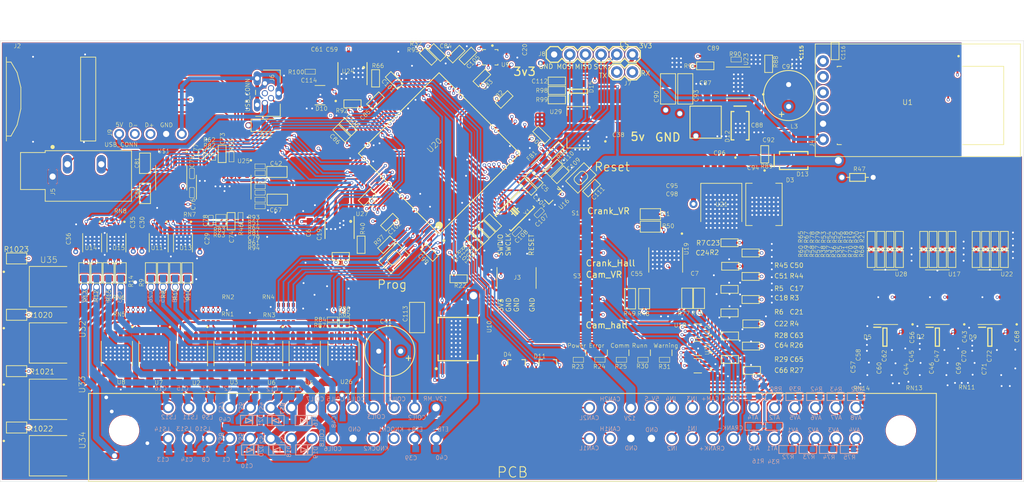
<source format=kicad_pcb>
(kicad_pcb (version 20171130) (host pcbnew "(5.1.7)-1")
  (layers (0 Top signal) (1 Route2 signal hide) (2 Route15 signal hide) (31 Bottom signal) (34 B.Paste user) (35 F.Paste user) (36 B.SilkS user) (37 F.SilkS user) (38 B.Mask user) (39 F.Mask user) (44 Edge.Cuts user))
  (net 0 "")
  (net 1 /CRANK-)
  (net 2 "Net-(C7-Pad2)")
  (net 3 /CRANK+VR)
  (net 4 "Net-(C7-Pad1)")
  (net 5 "Net-(R66-Pad2)")
  (net 6 /GND)
  (net 7 /CAN2H)
  (net 8 /CAN2L)
  (net 9 "Net-(U24-Pad5)")
  (net 10 /CAN2_RX)
  (net 11 /3V3)
  (net 12 /CAN2_TX)
  (net 13 /12V)
  (net 14 "Net-(D13-PadC)")
  (net 15 "Net-(C94-Pad1)")
  (net 16 "Net-(C91-Pad+)")
  (net 17 "Net-(R88-Pad2)")
  (net 18 "Net-(C87-Pad1)")
  (net 19 /5V)
  (net 20 "Net-(C88-Pad2)")
  (net 21 "Net-(C88-Pad1)")
  (net 22 "Net-(C89-Pad1)")
  (net 23 /5V_SENSORS)
  (net 24 /LS8)
  (net 25 /LS7)
  (net 26 /LS5_MCU_)
  (net 27 /LS6_MCU_)
  (net 28 /LS7_MCU_)
  (net 29 /LS8_MCU_)
  (net 30 "Net-(RN1-Pad4)")
  (net 31 "Net-(RN1-Pad3)")
  (net 32 "Net-(RN1-Pad2)")
  (net 33 "Net-(RN1-Pad1)")
  (net 34 /LS9)
  (net 35 /LS10)
  (net 36 /LS6)
  (net 37 /LS5)
  (net 38 /LS11_MCU_)
  (net 39 /LS12_MCU_)
  (net 40 /LS13_MCU_)
  (net 41 /LS14_MCU_)
  (net 42 "Net-(RN3-Pad4)")
  (net 43 "Net-(RN3-Pad3)")
  (net 44 "Net-(RN3-Pad2)")
  (net 45 "Net-(RN3-Pad1)")
  (net 46 /LS3)
  (net 47 /LS4)
  (net 48 /LS14)
  (net 49 /LS13)
  (net 50 /LS1_MCU_)
  (net 51 /LS2_MCU_)
  (net 52 /LS3_MCU_)
  (net 53 /LS4_MCU_)
  (net 54 "Net-(RN5-Pad4)")
  (net 55 "Net-(RN5-Pad3)")
  (net 56 "Net-(RN5-Pad2)")
  (net 57 "Net-(RN5-Pad1)")
  (net 58 /LS11)
  (net 59 /LS12)
  (net 60 /CRANK_VR_MCU)
  (net 61 /CAM+HALL)
  (net 62 /IN5)
  (net 63 /IN4)
  (net 64 /IN5_IN)
  (net 65 /IN4_IN)
  (net 66 /CAM_IN)
  (net 67 "Net-(U11-Pad1)")
  (net 68 "Net-(R8-Pad1)")
  (net 69 "Net-(R9-Pad1)")
  (net 70 /IGN4)
  (net 71 /IGN3)
  (net 72 "Net-(U13-Pad1)")
  (net 73 "Net-(R10-Pad1)")
  (net 74 "Net-(R11-Pad1)")
  (net 75 /IGN1)
  (net 76 /IGN2)
  (net 77 /COIL3)
  (net 78 /COIL4)
  (net 79 /COIL2)
  (net 80 /COIL1)
  (net 81 "Net-(U14-Pad1)")
  (net 82 "Net-(R1023-Pad2)")
  (net 83 "Net-(R1022-Pad2)")
  (net 84 /IGN8)
  (net 85 /IGN7)
  (net 86 "Net-(U15-Pad1)")
  (net 87 "Net-(R1021-Pad1)")
  (net 88 "Net-(R1020-Pad2)")
  (net 89 /IGN6)
  (net 90 /IGN5)
  (net 91 /COIL7)
  (net 92 /COIL8)
  (net 93 /COIL5)
  (net 94 /COIL6)
  (net 95 /ANALOG_T2)
  (net 96 /ANALOG_T1)
  (net 97 /IN4_MCU)
  (net 98 /IN5_MCU)
  (net 99 /IN3_MCU)
  (net 100 /IN2_MCU)
  (net 101 /CRANK_IN)
  (net 102 /CRANK+HALL)
  (net 103 /CAM-)
  (net 104 "Net-(C55-Pad2)")
  (net 105 /CAM+VR)
  (net 106 "Net-(C55-Pad1)")
  (net 107 /CAM_VR_MCU)
  (net 108 "Net-(C71-Pad1)")
  (net 109 "Net-(C72-Pad1)")
  (net 110 "Net-(C70-Pad1)")
  (net 111 "Net-(C69-Pad1)")
  (net 112 /IN1)
  (net 113 /IN6)
  (net 114 /CAM+)
  (net 115 /ANALOG_T3)
  (net 116 /ANALOG5)
  (net 117 /ANALOG6)
  (net 118 /ANALOG7)
  (net 119 /ANALOG8)
  (net 120 /ANALOG4)
  (net 121 /ANALOG3)
  (net 122 /ANALOG2)
  (net 123 /ANALOG1)
  (net 124 /ANALOG_T4)
  (net 125 /CRANK+)
  (net 126 /CAN1H)
  (net 127 /CAN1L)
  (net 128 /12V_MR)
  (net 129 /OUT-)
  (net 130 /OUT+)
  (net 131 /KNOCK1)
  (net 132 /KNOCK2)
  (net 133 /LS1)
  (net 134 /LS2)
  (net 135 /ANALOG1_MCU)
  (net 136 "Net-(R68-Pad1)")
  (net 137 /ANALOG2_MCU)
  (net 138 "Net-(R69-Pad1)")
  (net 139 /ANALOG3_MCU)
  (net 140 "Net-(R70-Pad1)")
  (net 141 /ANALOG4_MCU)
  (net 142 "Net-(R71-Pad1)")
  (net 143 "Net-(J4-Pad6)")
  (net 144 "Net-(J4-Pad5)")
  (net 145 /UART_TX)
  (net 146 /UART_RX)
  (net 147 "Net-(U19-Pad12)")
  (net 148 "Net-(U19-Pad7)")
  (net 149 "Net-(U19-Pad2)")
  (net 150 "Net-(U10-Pad3)")
  (net 151 /DIR)
  (net 152 /ETB_PWM)
  (net 153 /DIS)
  (net 154 "Net-(U10-Pad10)")
  (net 155 "Net-(U10-Pad9)")
  (net 156 "Net-(U10-Pad8)")
  (net 157 "Net-(R46-Pad1)")
  (net 158 "Net-(R61-Pad2)")
  (net 159 "Net-(C79-Pad1)")
  (net 160 "Net-(C76-Pad2)")
  (net 161 /FILTERED2)
  (net 162 /FILTERED1)
  (net 163 "Net-(C75-Pad1)")
  (net 164 "Net-(R51-Pad2)")
  (net 165 "Net-(R33-Pad1)")
  (net 166 /D+)
  (net 167 "Net-(D10-Pad5)")
  (net 168 /D-)
  (net 169 "Net-(J2-Pad8)")
  (net 170 /SD_MISO)
  (net 171 /SD_SCK)
  (net 172 /SD_MOSI)
  (net 173 /SD_CS)
  (net 174 "Net-(J2-Pad1)")
  (net 175 "Net-(U9-Pad7)")
  (net 176 /BARO_SDA)
  (net 177 /BARO_SCL)
  (net 178 "Net-(R40-Pad2)")
  (net 179 "Net-(U27-Pad5)")
  (net 180 /CAN1_RX)
  (net 181 /CAN1_TX)
  (net 182 "Net-(C46-Pad1)")
  (net 183 "Net-(C47-Pad1)")
  (net 184 "Net-(C45-Pad1)")
  (net 185 "Net-(C44-Pad1)")
  (net 186 /ANALOG5_MCU)
  (net 187 "Net-(R35-Pad1)")
  (net 188 /ANALOG6_MCU)
  (net 189 "Net-(R36-Pad1)")
  (net 190 /ANALOG7_MCU)
  (net 191 "Net-(R37-Pad1)")
  (net 192 /ANALOG8_MCU)
  (net 193 "Net-(R38-Pad1)")
  (net 194 "Net-(C60-Pad1)")
  (net 195 "Net-(C62-Pad1)")
  (net 196 "Net-(C58-Pad1)")
  (net 197 "Net-(C57-Pad1)")
  (net 198 /ANALOG_T4_MCU)
  (net 199 "Net-(R57-Pad1)")
  (net 200 /ANALOG_T3_MCU)
  (net 201 "Net-(R58-Pad1)")
  (net 202 /ANALOG_T2_MCU)
  (net 203 "Net-(R59-Pad1)")
  (net 204 /ANALOG_T1_MCU)
  (net 205 "Net-(R60-Pad1)")
  (net 206 "Net-(C104-Pad2)")
  (net 207 /IN6_IN)
  (net 208 /IN1_IN)
  (net 209 /IN1_MCU)
  (net 210 /IN6_MCU)
  (net 211 /LED2)
  (net 212 "Net-(D1-PadC)")
  (net 213 "Net-(D6-PadC)")
  (net 214 /LED3)
  (net 215 "Net-(D7-PadC)")
  (net 216 /LED1)
  (net 217 "Net-(D8-PadC)")
  (net 218 /LED4)
  (net 219 "Net-(D14-PadC)")
  (net 220 "Net-(C42-Pad2)")
  (net 221 "Net-(C67-Pad2)")
  (net 222 "Net-(C73-Pad1)")
  (net 223 "Net-(C74-Pad2)")
  (net 224 "Net-(C77-Pad1)")
  (net 225 "Net-(C78-Pad2)")
  (net 226 "Net-(C80-Pad2)")
  (net 227 "Net-(C80-Pad1)")
  (net 228 "Net-(C81-Pad2)")
  (net 229 "Net-(C81-Pad1)")
  (net 230 /LS15_MCU)
  (net 231 "Net-(R84-Pad1)")
  (net 232 /LS16_MCU)
  (net 233 "Net-(R85-Pad1)")
  (net 234 /SHIELD)
  (net 235 "Net-(J6-Pad4)")
  (net 236 "Net-(C105-Pad2)")
  (net 237 "Net-(C106-Pad2)")
  (net 238 "Net-(C108-Pad1)")
  (net 239 "Net-(C107-Pad1)")
  (net 240 "Net-(C109-Pad2)")
  (net 241 /RESET)
  (net 242 "Net-(J3-Pad8)")
  (net 243 "Net-(J3-Pad7)")
  (net 244 "Net-(J3-Pad6)")
  (net 245 /SWCLK)
  (net 246 /SWDIO)
  (net 247 /AUX_SPI_CS)
  (net 248 /AUX_SPI_SCK)
  (net 249 /AUX_SPI_MISO)
  (net 250 /AUX_SPI_MOSI)
  (net 251 "Net-(R97-Pad2)")
  (net 252 /12V_DIVIDED)
  (net 253 "Net-(D15-Pad6)")
  (net 254 "Net-(D15-Pad4)")
  (net 255 "Net-(D15-Pad3)")
  (net 256 "Net-(U20-Pad7)")
  (net 257 "Net-(R101-Pad1)")
  (net 258 "Net-(R102-Pad1)")
  (net 259 "Net-(U20-Pad10)")
  (net 260 "Net-(U20-Pad11)")
  (net 261 "Net-(U20-Pad12)")
  (net 262 "Net-(U20-Pad13)")
  (net 263 "Net-(U20-Pad22)")
  (net 264 "Net-(U20-Pad40)")
  (net 265 "Net-(U20-Pad41)")
  (net 266 "Net-(U20-Pad42)")
  (net 267 "Net-(U20-Pad49)")
  (net 268 "Net-(U20-Pad50)")
  (net 269 "Net-(U20-Pad53)")
  (net 270 "Net-(U20-Pad54)")
  (net 271 "Net-(U20-Pad55)")
  (net 272 "Net-(U20-Pad56)")
  (net 273 "Net-(U20-Pad57)")
  (net 274 "Net-(U20-Pad60)")
  (net 275 "Net-(U20-Pad63)")
  (net 276 "Net-(U20-Pad75)")
  (net 277 "Net-(U20-Pad76)")
  (net 278 "Net-(U20-Pad77)")
  (net 279 "Net-(U20-Pad78)")
  (net 280 "Net-(U20-Pad82)")
  (net 281 "Net-(U20-Pad85)")
  (net 282 "Net-(U20-Pad86)")
  (net 283 "Net-(U20-Pad87)")
  (net 284 "Net-(U20-Pad88)")
  (net 285 "Net-(U20-Pad89)")
  (net 286 "Net-(U20-Pad90)")
  (net 287 "Net-(U20-Pad100)")
  (net 288 "Net-(U20-Pad101)")
  (net 289 "Net-(U20-Pad102)")
  (net 290 "Net-(U20-Pad110)")
  (net 291 "Net-(U20-Pad132)")
  (net 292 "Net-(U20-Pad133)")
  (net 293 "Net-(U20-Pad135)")
  (net 294 "Net-(U20-Pad136)")
  (net 295 "Net-(R1023-Pad1)")
  (net 296 "Net-(R1022-Pad1)")
  (net 297 "Net-(R1021-Pad2)")
  (net 298 "Net-(R1020-Pad1)")
  (net 299 "Net-(U1-Pad11)")
  (net 300 "Net-(U1-Pad10)")
  (net 301 "Net-(U1-Pad9)")
  (net 302 "Net-(U1-Pad8)")
  (net 303 "Net-(U1-Pad7)")
  (net 304 "Net-(U1-Pad6)")
  (net 305 "Net-(U1-Pad5)")
  (net 306 "Net-(U1-Pad4)")
  (net 307 "Net-(U1-Pad3)")
  (net 308 "Net-(U1-Pad34)")
  (net 309 "Net-(U1-Pad33)")
  (net 310 "Net-(U1-Pad32)")
  (net 311 "Net-(U1-Pad31)")
  (net 312 "Net-(U1-Pad30)")
  (net 313 "Net-(U1-Pad29)")
  (net 314 "Net-(U1-Pad28)")
  (net 315 "Net-(U1-Pad27)")
  (net 316 "Net-(U1-Pad26)")
  (net 317 "Net-(U1-Pad25)")
  (net 318 "Net-(U1-Pad24)")
  (net 319 "Net-(U1-Pad23)")
  (net 320 "Net-(U1-Pad20)")
  (net 321 "Net-(U1-Pad19)")
  (net 322 "Net-(U1-Pad18)")
  (net 323 "Net-(U1-Pad16)")
  (net 324 "Net-(U1-Pad15)")
  (net 325 "Net-(U1-Pad17)")
  (net 326 "Net-(U26-Pad4)")
  (net 327 "Net-(U26-Pad2)")
  (module Proteus_Little:rusEFI_Logo_Solder_Mask (layer Top) (at 216.6366 96.012)
    (fp_text reference G*** hide)
    (fp_text value LOGO hide)
  )
  (module Proteus_Little:R0805 (layer Top) (at 178.83285 111.0356)
    (fp_text reference R76 (at 0.77055 2.0198 180) (layer F.SilkS) (effects (font (size 0.684 0.684) (thickness 0.0684)) (justify right top)))
    (fp_text value 10K hide)
    (pad 2 smd roundrect (at 0 0.889 270) (size 1.016 1.397) (layers Top F.Paste F.Mask) (roundrect_rratio 0.125) (net 1 /CRANK-))
    (pad 1 smd roundrect (at 0 -0.889 270) (size 1.016 1.397) (layers Top F.Paste F.Mask) (roundrect_rratio 0.125) (net 2 "Net-(C7-Pad2)"))
  )
  (module Proteus_Little:R0805 (layer Top) (at 176.92785 111.0356)
    (fp_text reference R77 (at 0.46575 2.0452 180) (layer F.SilkS) (effects (font (size 0.684 0.684) (thickness 0.0684)) (justify right top)))
    (fp_text value 10K hide)
    (pad 2 smd roundrect (at 0 0.889 270) (size 1.016 1.397) (layers Top F.Paste F.Mask) (roundrect_rratio 0.125) (net 3 /CRANK+VR))
    (pad 1 smd roundrect (at 0 -0.889 270) (size 1.016 1.397) (layers Top F.Paste F.Mask) (roundrect_rratio 0.125) (net 4 "Net-(C7-Pad1)"))
  )
  (module Proteus_Little:R0603 (layer Top) (at 126.38185 75.3486)
    (fp_text reference R66 (at -0.65185 -1.6378) (layer F.SilkS) (effects (font (size 0.684 0.684) (thickness 0.0684)) (justify left bottom)))
    (fp_text value 10K hide)
    (pad 2 smd roundrect (at 0 0.762 270) (size 0.889 0.889) (layers Top F.Paste F.Mask) (roundrect_rratio 0.125) (net 5 "Net-(R66-Pad2)"))
    (pad 1 smd roundrect (at 0 -0.762 270) (size 0.889 0.889) (layers Top F.Paste F.Mask) (roundrect_rratio 0.125) (net 6 /GND))
  )
  (module Proteus_Little:R0603 (layer Top) (at 122.63535 79.4761 90)
    (fp_text reference R92 (at -1.5245 -2.77275) (layer F.SilkS) (effects (font (size 0.684 0.684) (thickness 0.0684)) (justify left bottom)))
    (fp_text value 120R hide)
    (pad 2 smd roundrect (at 0 0.762) (size 0.889 0.889) (layers Top F.Paste F.Mask) (roundrect_rratio 0.125) (net 7 /CAN2H))
    (pad 1 smd roundrect (at 0 -0.762) (size 0.889 0.889) (layers Top F.Paste F.Mask) (roundrect_rratio 0.125) (net 8 /CAN2L))
  )
  (module Proteus_Little:SO08 (layer Top) (at 122.63535 74.5866 180)
    (fp_text reference U24 (at 1.778 0) (layer F.SilkS) (effects (font (size 0.684 0.684) (thickness 0.0684)) (justify left bottom)))
    (fp_text value VD230 hide)
    (pad 8 smd rect (at -1.905 -2.6162 180) (size 0.6096 2.2098) (layers Top F.Paste F.Mask) (net 5 "Net-(R66-Pad2)"))
    (pad 7 smd rect (at -0.635 -2.6162 180) (size 0.6096 2.2098) (layers Top F.Paste F.Mask) (net 7 /CAN2H))
    (pad 6 smd rect (at 0.635 -2.6162 180) (size 0.6096 2.2098) (layers Top F.Paste F.Mask) (net 8 /CAN2L))
    (pad 5 smd rect (at 1.905 -2.6162 180) (size 0.6096 2.2098) (layers Top F.Paste F.Mask) (net 9 "Net-(U24-Pad5)"))
    (pad 4 smd rect (at 1.905 2.6162 180) (size 0.6096 2.2098) (layers Top F.Paste F.Mask) (net 10 /CAN2_RX))
    (pad 3 smd rect (at 0.635 2.6162 180) (size 0.6096 2.2098) (layers Top F.Paste F.Mask) (net 11 /3V3))
    (pad 2 smd rect (at -0.635 2.6162 180) (size 0.6096 2.2098) (layers Top F.Paste F.Mask) (net 6 /GND))
    (pad 1 smd rect (at -1.905 2.6162 180) (size 0.6096 2.2098) (layers Top F.Paste F.Mask) (net 12 /CAN2_TX))
  )
  (module Proteus_Little:DIOM7959X262N (layer Top) (at 189.37385 95.7956 270)
    (fp_text reference D3 (at -3.5428 -3.51375 180) (layer F.SilkS) (effects (font (size 0.684 0.684) (thickness 0.0684)) (justify left bottom)))
    (fp_text value SM15T33CA hide)
    (pad 2 smd roundrect (at 3.485 0 270) (size 2.18 3.12) (layers Top F.Paste F.Mask) (roundrect_rratio 0.125) (net 6 /GND))
    (pad 1 smd roundrect (at -3.485 0 270) (size 2.18 3.12) (layers Top F.Paste F.Mask) (roundrect_rratio 0.125) (net 13 /12V))
  )
  (module Proteus_Little:SMA-DIODE (layer Top) (at 194.19985 88.6836 180)
    (fp_text reference D13 (at -1.43095 -2.604) (layer F.SilkS) (effects (font (size 0.684 0.684) (thickness 0.0684)) (justify bottom)))
    (fp_text value C8678 hide)
    (pad C smd rect (at 2.15 0 180) (size 1.27 1.47) (layers Top F.Paste F.Mask) (net 14 "Net-(D13-PadC)"))
    (pad A smd rect (at -2.15 0) (size 1.27 1.47) (layers Top F.Paste F.Mask) (net 13 /12V))
  )
  (module Proteus_Little:R0603 (layer Top) (at 189.50085 87.6676)
    (fp_text reference R89 (at -0.72805 2.35) (layer F.SilkS) (effects (font (size 0.684 0.684) (thickness 0.0684)) (justify left bottom)))
    (fp_text value 1R hide)
    (pad 2 smd roundrect (at 0 0.762 270) (size 0.889 0.889) (layers Top F.Paste F.Mask) (roundrect_rratio 0.125) (net 15 "Net-(C94-Pad1)"))
    (pad 1 smd roundrect (at 0 -0.762 270) (size 0.889 0.889) (layers Top F.Paste F.Mask) (roundrect_rratio 0.125) (net 14 "Net-(D13-PadC)"))
  )
  (module Proteus_Little:0603 (layer Top) (at 187.65935 87.7946 90)
    (fp_text reference C94 (at -2.477 -0.05495) (layer F.SilkS) (effects (font (size 0.684 0.684) (thickness 0.0684)) (justify bottom)))
    (fp_text value 4.7uF hide)
    (pad 2 smd rect (at 0.85 0 90) (size 1.1 1) (layers Top F.Paste F.Mask) (net 6 /GND))
    (pad 1 smd rect (at -0.85 0 90) (size 1.1 1) (layers Top F.Paste F.Mask) (net 15 "Net-(C94-Pad1)"))
  )
  (module Proteus_Little:0603 (layer Top) (at 190.26285 83.2226 270)
    (fp_text reference C92 (at 2.5278 0.14385) (layer F.SilkS) (effects (font (size 0.684 0.684) (thickness 0.0684)) (justify bottom)))
    (fp_text value 1.0uF hide)
    (pad 2 smd rect (at 0.85 0 270) (size 1.1 1) (layers Top F.Paste F.Mask) (net 6 /GND))
    (pad 1 smd rect (at -0.85 0 270) (size 1.1 1) (layers Top F.Paste F.Mask) (net 16 "Net-(C91-Pad+)"))
  )
  (module Proteus_Little:E3,5-8 (layer Top) (at 193.37435 78.1426 90)
    (fp_text reference C91 (at 4.2794 -1.14715) (layer F.SilkS) (effects (font (size 0.684 0.684) (thickness 0.0684)) (justify left bottom)))
    (fp_text value 56uF hide)
    (pad + thru_hole circle (at -1.778 0 90) (size 1.6002 1.6002) (drill 0.8128) (layers *.Cu *.Mask) (net 16 "Net-(C91-Pad+)"))
    (pad - thru_hole circle (at 1.778 0 90) (size 1.6002 1.6002) (drill 0.8128) (layers *.Cu *.Mask) (net 6 /GND))
  )
  (module Proteus_Little:R0603 (layer Top) (at 190.13585 72.9991)
    (fp_text reference R88 (at 1.55795 0.7117 90) (layer F.SilkS) (effects (font (size 0.684 0.684) (thickness 0.0684)) (justify left bottom)))
    (fp_text value 10K hide)
    (pad 2 smd roundrect (at 0 0.762 270) (size 0.889 0.889) (layers Top F.Paste F.Mask) (roundrect_rratio 0.125) (net 17 "Net-(R88-Pad2)"))
    (pad 1 smd roundrect (at 0 -0.762 270) (size 0.889 0.889) (layers Top F.Paste F.Mask) (roundrect_rratio 0.125) (net 6 /GND))
  )
  (module Proteus_Little:0603 (layer Top) (at 179.72185 74.8406 180)
    (fp_text reference C87 (at -0.13555 -1.6642) (layer F.SilkS) (effects (font (size 0.684 0.684) (thickness 0.0684)) (justify bottom)))
    (fp_text value 10nF hide)
    (pad 2 smd rect (at 0.85 0 180) (size 1.1 1) (layers Top F.Paste F.Mask) (net 6 /GND))
    (pad 1 smd rect (at -0.85 0 180) (size 1.1 1) (layers Top F.Paste F.Mask) (net 18 "Net-(C87-Pad1)"))
  )
  (module Proteus_Little:C1206 (layer Top) (at 176.61035 77.0631 90)
    (fp_text reference C93 (at -2.1595 2.18025 90) (layer F.SilkS) (effects (font (size 0.684 0.684) (thickness 0.0684)) (justify left bottom)))
    (fp_text value 10uf hide)
    (pad 2 smd rect (at 1.651 0 90) (size 1.27 2.032) (layers Top F.Paste F.Mask) (net 6 /GND))
    (pad 1 smd rect (at -1.651 0 90) (size 1.27 2.032) (layers Top F.Paste F.Mask) (net 19 /5V))
  )
  (module Proteus_Little:C1206 (layer Top) (at 173.81635 77.0631 90)
    (fp_text reference C90 (at -2.2865 -1.47735 90) (layer F.SilkS) (effects (font (size 0.684 0.684) (thickness 0.0684)) (justify left bottom)))
    (fp_text value 10uf hide)
    (pad 2 smd rect (at 1.651 0 90) (size 1.27 2.032) (layers Top F.Paste F.Mask) (net 6 /GND))
    (pad 1 smd rect (at -1.651 0 90) (size 1.27 2.032) (layers Top F.Paste F.Mask) (net 19 /5V))
  )
  (module Proteus_Little:0603 (layer Top) (at 188.35785 80.8096 270)
    (fp_text reference C88 (at 2.5532 0.11845) (layer F.SilkS) (effects (font (size 0.684 0.684) (thickness 0.0684)) (justify bottom)))
    (fp_text value 100nF hide)
    (pad 2 smd rect (at 0.85 0 270) (size 1.1 1) (layers Top F.Paste F.Mask) (net 20 "Net-(C88-Pad2)"))
    (pad 1 smd rect (at -0.85 0 270) (size 1.1 1) (layers Top F.Paste F.Mask) (net 21 "Net-(C88-Pad1)"))
  )
  (module Proteus_Little:SMA-DIODE (layer Top) (at 185.50035 83.0321 90)
    (fp_text reference D12 (at -1.7277 -1.65515 90) (layer F.SilkS) (effects (font (size 0.684 0.684) (thickness 0.0684)) (justify bottom)))
    (fp_text value C8678 hide)
    (pad C smd rect (at 2.15 0 90) (size 1.27 1.47) (layers Top F.Paste F.Mask) (net 20 "Net-(C88-Pad2)"))
    (pad A smd rect (at -2.15 0 270) (size 1.27 1.47) (layers Top F.Paste F.Mask) (net 6 /GND))
  )
  (module Proteus_Little:R0603 (layer Top) (at 179.84885 73.3166 270)
    (fp_text reference R91 (at 0.445 3.52205) (layer F.SilkS) (effects (font (size 0.684 0.684) (thickness 0.0684)) (justify left bottom)))
    (fp_text value 68K hide)
    (pad 2 smd roundrect (at 0 0.762 180) (size 0.889 0.889) (layers Top F.Paste F.Mask) (roundrect_rratio 0.125) (net 19 /5V))
    (pad 1 smd roundrect (at 0 -0.762 180) (size 0.889 0.889) (layers Top F.Paste F.Mask) (roundrect_rratio 0.125) (net 22 "Net-(C89-Pad1)"))
  )
  (module Proteus_Little:R0402 (layer Top) (at 184.86535 72.3006 90)
    (fp_text reference R90 (at 1.2822 0.88485) (layer F.SilkS) (effects (font (size 0.684 0.684) (thickness 0.0684)) (justify right top)))
    (fp_text value 12K hide)
    (pad 2 smd roundrect (at 0 0.4625) (size 0.5 0.5) (layers Top F.Paste F.Mask) (net 6 /GND))
    (pad 1 smd roundrect (at 0 -0.4625) (size 0.5 0.5) (layers Top F.Paste F.Mask) (net 22 "Net-(C89-Pad1)"))
  )
  (module Proteus_Little:0603 (layer Top) (at 181.18235 71.7291 180)
    (fp_text reference C89 (at 0.02955 0.8631) (layer F.SilkS) (effects (font (size 0.684 0.684) (thickness 0.0684)) (justify bottom)))
    (fp_text value 270PF hide)
    (pad 2 smd rect (at 0.85 0 180) (size 1.1 1) (layers Top F.Paste F.Mask) (net 19 /5V))
    (pad 1 smd rect (at -0.85 0 180) (size 1.1 1) (layers Top F.Paste F.Mask) (net 22 "Net-(C89-Pad1)"))
  )
  (module Proteus_Little:VREG_LM5017MR_NOPB (layer Top) (at 185.18285 76.0471 180)
    (fp_text reference U23 (at -1.68495 2.7427 90) (layer F.SilkS) (effects (font (size 0.684 0.684) (thickness 0.0684)) (justify left bottom)))
    (fp_text value LMR14020SDDAR hide)
    (pad 9 smd rect (at 0 0 180) (size 2.95 4.9) (layers Top F.Mask) (net 6 /GND))
    (pad 8 smd roundrect (at 2.7 -1.905 180) (size 1.55 0.6) (layers Top F.Paste F.Mask) (roundrect_rratio 0.025) (net 20 "Net-(C88-Pad2)"))
    (pad 7 smd roundrect (at 2.7 -0.635 180) (size 1.55 0.6) (layers Top F.Paste F.Mask) (roundrect_rratio 0.025) (net 6 /GND))
    (pad 6 smd roundrect (at 2.7 0.635 180) (size 1.55 0.6) (layers Top F.Paste F.Mask) (roundrect_rratio 0.025) (net 18 "Net-(C87-Pad1)"))
    (pad 5 smd roundrect (at 2.7 1.905 180) (size 1.55 0.6) (layers Top F.Paste F.Mask) (roundrect_rratio 0.025) (net 22 "Net-(C89-Pad1)"))
    (pad 4 smd roundrect (at -2.7 1.905 180) (size 1.55 0.6) (layers Top F.Paste F.Mask) (roundrect_rratio 0.025) (net 17 "Net-(R88-Pad2)"))
    (pad 3 smd roundrect (at -2.7 0.635 180) (size 1.55 0.6) (layers Top F.Paste F.Mask) (roundrect_rratio 0.025) (net 16 "Net-(C91-Pad+)"))
    (pad 2 smd roundrect (at -2.7 -0.635 180) (size 1.55 0.6) (layers Top F.Paste F.Mask) (roundrect_rratio 0.025) (net 16 "Net-(C91-Pad+)"))
    (pad 1 smd roundrect (at -2.7 -1.905 180) (size 1.55 0.6) (layers Top F.Paste F.Mask) (roundrect_rratio 0.025) (net 21 "Net-(C88-Pad1)"))
  )
  (module Proteus_Little:L3225M (layer Top) (at 194.13635 85.2546)
    (fp_text reference L3 (at -0.51215 -1.714 180) (layer F.SilkS) (effects (font (size 0.684 0.684) (thickness 0.0684)) (justify left bottom)))
    (fp_text value 2.2U hide)
    (pad 2 smd rect (at 1.4 0) (size 1.6 2.2) (layers Top F.Paste F.Mask) (net 16 "Net-(C91-Pad+)"))
    (pad 1 smd rect (at -1.4 0) (size 1.6 2.2) (layers Top F.Paste F.Mask) (net 14 "Net-(D13-PadC)"))
  )
  (module Proteus_Little:0503 (layer Top) (at 181.94435 82.3971 180)
    (fp_text reference L2 hide)
    (fp_text value 10U hide)
    (pad P$2 smd rect (at 4.1 0) (size 1.9 2.5) (layers Top F.Paste F.Mask) (net 19 /5V))
    (pad P$1 smd rect (at 0 0) (size 1.9 2.5) (layers Top F.Paste F.Mask) (net 20 "Net-(C88-Pad2)"))
  )
  (module Proteus_Little:0603 (layer Top) (at 177.11835 92.6841)
    (fp_text reference C95 (at -2.667 0.508) (layer F.SilkS) (effects (font (size 0.684 0.684) (thickness 0.0684)) (justify bottom)))
    (fp_text value 1.0uF hide)
    (pad 2 smd rect (at 0.85 0) (size 1.1 1) (layers Top F.Paste F.Mask) (net 23 /5V_SENSORS))
    (pad 1 smd rect (at -0.85 0) (size 1.1 1) (layers Top F.Paste F.Mask) (net 6 /GND))
  )
  (module Proteus_Little:0603 (layer Top) (at 184.86535 87.4771 180)
    (fp_text reference C96 (at 2.69655 -0.3815) (layer F.SilkS) (effects (font (size 0.684 0.684) (thickness 0.0684)) (justify bottom)))
    (fp_text value 1.0uF hide)
    (pad 2 smd rect (at 0.85 0 180) (size 1.1 1) (layers Top F.Paste F.Mask) (net 13 /12V))
    (pad 1 smd rect (at -0.85 0 180) (size 1.1 1) (layers Top F.Paste F.Mask) (net 6 /GND))
  )
  (module Proteus_Little:SOT23 (layer Top) (at 154.32185 121.6401)
    (fp_text reference D11 (at -2.3495 -0.8255) (layer F.SilkS) (effects (font (size 0.684 0.684) (thickness 0.0684)) (justify left bottom)))
    (fp_text value PESD1CAN hide)
    (pad 1 smd rect (at -0.95 1.1) (size 1 1.4) (layers Top F.Paste F.Mask) (net 8 /CAN2L))
    (pad 2 smd rect (at 0.95 1.1) (size 1 1.4) (layers Top F.Paste F.Mask) (net 7 /CAN2H))
    (pad 3 smd rect (at 0 -1.1) (size 1 1.4) (layers Top F.Paste F.Mask) (net 6 /GND))
  )
  (module Proteus_Little:0603 (layer Bottom) (at 102.12485 135.9276)
    (fp_text reference C1 (at 0 1.651) (layer B.SilkS) (effects (font (size 0.684 0.684) (thickness 0.0684)) (justify bottom mirror)))
    (fp_text value 10nF hide)
    (pad 2 smd rect (at 0.85 0) (size 1.1 1) (layers Bottom B.Paste B.Mask) (net 6 /GND))
    (pad 1 smd rect (at -0.85 0) (size 1.1 1) (layers Bottom B.Paste B.Mask) (net 24 /LS8))
  )
  (module Proteus_Little:0603 (layer Bottom) (at 102.37885 126.9106 180)
    (fp_text reference C2 (at -0.05935 0.8504) (layer B.SilkS) (effects (font (size 0.684 0.684) (thickness 0.0684)) (justify bottom mirror)))
    (fp_text value 10nF hide)
    (pad 2 smd rect (at 0.85 0 180) (size 1.1 1) (layers Bottom B.Paste B.Mask) (net 6 /GND))
    (pad 1 smd rect (at -0.85 0 180) (size 1.1 1) (layers Bottom B.Paste B.Mask) (net 25 /LS7))
  )
  (module Proteus_Little:0603-ARC (layer Top) (at 99.64835 114.2741)
    (fp_text reference RN1 (at 1.67225 -0.2789) (layer F.SilkS) (effects (font (size 0.684 0.684) (thickness 0.0684)) (justify left bottom)))
    (fp_text value 1K hide)
    (pad 8 smd rect (at -1.2 -0.625) (size 0.5 0.65) (layers Top F.Paste F.Mask) (net 26 /LS5_MCU_))
    (pad 7 smd rect (at -0.4 -0.625) (size 0.5 0.65) (layers Top F.Paste F.Mask) (net 27 /LS6_MCU_))
    (pad 6 smd rect (at 0.4 -0.625) (size 0.5 0.65) (layers Top F.Paste F.Mask) (net 28 /LS7_MCU_))
    (pad 5 smd rect (at 1.2 -0.625) (size 0.5 0.65) (layers Top F.Paste F.Mask) (net 29 /LS8_MCU_))
    (pad 4 smd rect (at 1.2 0.625) (size 0.5 0.65) (layers Top F.Paste F.Mask) (net 30 "Net-(RN1-Pad4)"))
    (pad 3 smd rect (at 0.4 0.625) (size 0.5 0.65) (layers Top F.Paste F.Mask) (net 31 "Net-(RN1-Pad3)"))
    (pad 2 smd rect (at -0.4 0.625) (size 0.5 0.65) (layers Top F.Paste F.Mask) (net 32 "Net-(RN1-Pad2)"))
    (pad 1 smd rect (at -1.2 0.625) (size 0.5 0.65) (layers Top F.Paste F.Mask) (net 33 "Net-(RN1-Pad1)"))
  )
  (module Proteus_Little:0603-ARC (layer Top) (at 99.64835 111.4801 180)
    (fp_text reference RN2 (at -1.72305 0.2535) (layer F.SilkS) (effects (font (size 0.684 0.684) (thickness 0.0684)) (justify left bottom)))
    (fp_text value 1K hide)
    (pad 8 smd rect (at -1.2 -0.625 180) (size 0.5 0.65) (layers Top F.Paste F.Mask) (net 29 /LS8_MCU_))
    (pad 7 smd rect (at -0.4 -0.625 180) (size 0.5 0.65) (layers Top F.Paste F.Mask) (net 28 /LS7_MCU_))
    (pad 6 smd rect (at 0.4 -0.625 180) (size 0.5 0.65) (layers Top F.Paste F.Mask) (net 27 /LS6_MCU_))
    (pad 5 smd rect (at 1.2 -0.625 180) (size 0.5 0.65) (layers Top F.Paste F.Mask) (net 26 /LS5_MCU_))
    (pad 4 smd rect (at 1.2 0.625 180) (size 0.5 0.65) (layers Top F.Paste F.Mask) (net 6 /GND))
    (pad 3 smd rect (at 0.4 0.625 180) (size 0.5 0.65) (layers Top F.Paste F.Mask) (net 6 /GND))
    (pad 2 smd rect (at -0.4 0.625 180) (size 0.5 0.65) (layers Top F.Paste F.Mask) (net 6 /GND))
    (pad 1 smd rect (at -1.2 0.625 180) (size 0.5 0.65) (layers Top F.Paste F.Mask) (net 6 /GND))
  )
  (module Proteus_Little:0603 (layer Bottom) (at 98.752796 126.9106 180)
    (fp_text reference C3 (at -0.180204 0.8758) (layer B.SilkS) (effects (font (size 0.684 0.684) (thickness 0.0684)) (justify bottom mirror)))
    (fp_text value 10nF hide)
    (pad 2 smd rect (at 0.85 0 180) (size 1.1 1) (layers Bottom B.Paste B.Mask) (net 6 /GND))
    (pad 1 smd rect (at -0.85 0 180) (size 1.1 1) (layers Bottom B.Paste B.Mask) (net 34 /LS9))
  )
  (module Proteus_Little:0603 (layer Bottom) (at 98.75935 135.9276)
    (fp_text reference C8 (at 0.07205 1.6642) (layer B.SilkS) (effects (font (size 0.684 0.684) (thickness 0.0684)) (justify bottom mirror)))
    (fp_text value 10nF hide)
    (pad 2 smd rect (at 0.85 0) (size 1.1 1) (layers Bottom B.Paste B.Mask) (net 6 /GND))
    (pad 1 smd rect (at -0.85 0) (size 1.1 1) (layers Bottom B.Paste B.Mask) (net 35 /LS10))
  )
  (module Proteus_Little:0603 (layer Bottom) (at 105.99835 126.9106 180)
    (fp_text reference C9 (at -0.19905 0.7996) (layer B.SilkS) (effects (font (size 0.684 0.684) (thickness 0.0684)) (justify bottom mirror)))
    (fp_text value 10nF hide)
    (pad 2 smd rect (at 0.85 0 180) (size 1.1 1) (layers Bottom B.Paste B.Mask) (net 6 /GND))
    (pad 1 smd rect (at -0.85 0 180) (size 1.1 1) (layers Bottom B.Paste B.Mask) (net 36 /LS6))
  )
  (module Proteus_Little:0603 (layer Bottom) (at 105.42685 137.0706)
    (fp_text reference C10 (at 0.08475 1.5372) (layer B.SilkS) (effects (font (size 0.684 0.684) (thickness 0.0684)) (justify bottom mirror)))
    (fp_text value 10nF hide)
    (pad 2 smd rect (at 0.85 0) (size 1.1 1) (layers Bottom B.Paste B.Mask) (net 6 /GND))
    (pad 1 smd rect (at -0.85 0) (size 1.1 1) (layers Bottom B.Paste B.Mask) (net 37 /LS5))
  )
  (module Proteus_Little:0603-ARC (layer Top) (at 111.84035 114.2741)
    (fp_text reference RN3 (at -3.78875 -0.1265) (layer F.SilkS) (effects (font (size 0.684 0.684) (thickness 0.0684)) (justify left bottom)))
    (fp_text value 1K hide)
    (pad 8 smd rect (at -1.2 -0.625) (size 0.5 0.65) (layers Top F.Paste F.Mask) (net 38 /LS11_MCU_))
    (pad 7 smd rect (at -0.4 -0.625) (size 0.5 0.65) (layers Top F.Paste F.Mask) (net 39 /LS12_MCU_))
    (pad 6 smd rect (at 0.4 -0.625) (size 0.5 0.65) (layers Top F.Paste F.Mask) (net 40 /LS13_MCU_))
    (pad 5 smd rect (at 1.2 -0.625) (size 0.5 0.65) (layers Top F.Paste F.Mask) (net 41 /LS14_MCU_))
    (pad 4 smd rect (at 1.2 0.625) (size 0.5 0.65) (layers Top F.Paste F.Mask) (net 42 "Net-(RN3-Pad4)"))
    (pad 3 smd rect (at 0.4 0.625) (size 0.5 0.65) (layers Top F.Paste F.Mask) (net 43 "Net-(RN3-Pad3)"))
    (pad 2 smd rect (at -0.4 0.625) (size 0.5 0.65) (layers Top F.Paste F.Mask) (net 44 "Net-(RN3-Pad2)"))
    (pad 1 smd rect (at -1.2 0.625) (size 0.5 0.65) (layers Top F.Paste F.Mask) (net 45 "Net-(RN3-Pad1)"))
  )
  (module Proteus_Little:0603-ARC (layer Top) (at 111.84035 111.4801 180)
    (fp_text reference RN4 (at 3.91575 0.254) (layer F.SilkS) (effects (font (size 0.684 0.684) (thickness 0.0684)) (justify left bottom)))
    (fp_text value 1K hide)
    (pad 8 smd rect (at -1.2 -0.625 180) (size 0.5 0.65) (layers Top F.Paste F.Mask) (net 41 /LS14_MCU_))
    (pad 7 smd rect (at -0.4 -0.625 180) (size 0.5 0.65) (layers Top F.Paste F.Mask) (net 40 /LS13_MCU_))
    (pad 6 smd rect (at 0.4 -0.625 180) (size 0.5 0.65) (layers Top F.Paste F.Mask) (net 39 /LS12_MCU_))
    (pad 5 smd rect (at 1.2 -0.625 180) (size 0.5 0.65) (layers Top F.Paste F.Mask) (net 38 /LS11_MCU_))
    (pad 4 smd rect (at 1.2 0.625 180) (size 0.5 0.65) (layers Top F.Paste F.Mask) (net 6 /GND))
    (pad 3 smd rect (at 0.4 0.625 180) (size 0.5 0.65) (layers Top F.Paste F.Mask) (net 6 /GND))
    (pad 2 smd rect (at -0.4 0.625 180) (size 0.5 0.65) (layers Top F.Paste F.Mask) (net 6 /GND))
    (pad 1 smd rect (at -1.2 0.625 180) (size 0.5 0.65) (layers Top F.Paste F.Mask) (net 6 /GND))
  )
  (module Proteus_Little:0603 (layer Bottom) (at 113.23735 126.9106 180)
    (fp_text reference C11 (at -0.17365 0.7996) (layer B.SilkS) (effects (font (size 0.684 0.684) (thickness 0.0684)) (justify bottom mirror)))
    (fp_text value 10nF hide)
    (pad 2 smd rect (at 0.85 0 180) (size 1.1 1) (layers Bottom B.Paste B.Mask) (net 6 /GND))
    (pad 1 smd rect (at -0.85 0 180) (size 1.1 1) (layers Bottom B.Paste B.Mask) (net 46 /LS3))
  )
  (module Proteus_Little:0603 (layer Bottom) (at 109.61785 126.9106 180)
    (fp_text reference C12 (at 0 0.762) (layer B.SilkS) (effects (font (size 0.684 0.684) (thickness 0.0684)) (justify bottom mirror)))
    (fp_text value 10nF hide)
    (pad 2 smd rect (at 0.85 0 180) (size 1.1 1) (layers Bottom B.Paste B.Mask) (net 6 /GND))
    (pad 1 smd rect (at -0.85 0 180) (size 1.1 1) (layers Bottom B.Paste B.Mask) (net 47 /LS4))
  )
  (module Proteus_Little:0603 (layer Bottom) (at 92.02835 135.9276 180)
    (fp_text reference C13 (at 0.127 -1.651) (layer B.SilkS) (effects (font (size 0.684 0.684) (thickness 0.0684)) (justify bottom mirror)))
    (fp_text value 10nF hide)
    (pad 2 smd rect (at 0.85 0 180) (size 1.1 1) (layers Bottom B.Paste B.Mask) (net 6 /GND))
    (pad 1 smd rect (at -0.85 0 180) (size 1.1 1) (layers Bottom B.Paste B.Mask) (net 48 /LS14))
  )
  (module Proteus_Little:0603 (layer Bottom) (at 95.39385 135.9276 180)
    (fp_text reference C14 (at -0.381 -1.651) (layer B.SilkS) (effects (font (size 0.684 0.684) (thickness 0.0684)) (justify bottom mirror)))
    (fp_text value 10nF hide)
    (pad 2 smd rect (at 0.85 0 180) (size 1.1 1) (layers Bottom B.Paste B.Mask) (net 6 /GND))
    (pad 1 smd rect (at -0.85 0 180) (size 1.1 1) (layers Bottom B.Paste B.Mask) (net 49 /LS13))
  )
  (module Proteus_Little:0603-ARC (layer Top) (at 87.45635 114.2741)
    (fp_text reference RN5 (at -3.71255 -0.2535) (layer F.SilkS) (effects (font (size 0.684 0.684) (thickness 0.0684)) (justify left bottom)))
    (fp_text value 1K hide)
    (pad 8 smd rect (at -1.2 -0.625) (size 0.5 0.65) (layers Top F.Paste F.Mask) (net 50 /LS1_MCU_))
    (pad 7 smd rect (at -0.4 -0.625) (size 0.5 0.65) (layers Top F.Paste F.Mask) (net 51 /LS2_MCU_))
    (pad 6 smd rect (at 0.4 -0.625) (size 0.5 0.65) (layers Top F.Paste F.Mask) (net 52 /LS3_MCU_))
    (pad 5 smd rect (at 1.2 -0.625) (size 0.5 0.65) (layers Top F.Paste F.Mask) (net 53 /LS4_MCU_))
    (pad 4 smd rect (at 1.2 0.625) (size 0.5 0.65) (layers Top F.Paste F.Mask) (net 54 "Net-(RN5-Pad4)"))
    (pad 3 smd rect (at 0.4 0.625) (size 0.5 0.65) (layers Top F.Paste F.Mask) (net 55 "Net-(RN5-Pad3)"))
    (pad 2 smd rect (at -0.4 0.625) (size 0.5 0.65) (layers Top F.Paste F.Mask) (net 56 "Net-(RN5-Pad2)"))
    (pad 1 smd rect (at -1.2 0.625) (size 0.5 0.65) (layers Top F.Paste F.Mask) (net 57 "Net-(RN5-Pad1)"))
  )
  (module Proteus_Little:0603-ARC (layer Top) (at 87.45635 111.4801 180)
    (fp_text reference RN6 (at 3.78875 0.1773) (layer F.SilkS) (effects (font (size 0.684 0.684) (thickness 0.0684)) (justify left bottom)))
    (fp_text value 1K hide)
    (pad 8 smd rect (at -1.2 -0.625 180) (size 0.5 0.65) (layers Top F.Paste F.Mask) (net 53 /LS4_MCU_))
    (pad 7 smd rect (at -0.4 -0.625 180) (size 0.5 0.65) (layers Top F.Paste F.Mask) (net 52 /LS3_MCU_))
    (pad 6 smd rect (at 0.4 -0.625 180) (size 0.5 0.65) (layers Top F.Paste F.Mask) (net 51 /LS2_MCU_))
    (pad 5 smd rect (at 1.2 -0.625 180) (size 0.5 0.65) (layers Top F.Paste F.Mask) (net 50 /LS1_MCU_))
    (pad 4 smd rect (at 1.2 0.625 180) (size 0.5 0.65) (layers Top F.Paste F.Mask) (net 6 /GND))
    (pad 3 smd rect (at 0.4 0.625 180) (size 0.5 0.65) (layers Top F.Paste F.Mask) (net 6 /GND))
    (pad 2 smd rect (at -0.4 0.625 180) (size 0.5 0.65) (layers Top F.Paste F.Mask) (net 6 /GND))
    (pad 1 smd rect (at -1.2 0.625 180) (size 0.5 0.65) (layers Top F.Paste F.Mask) (net 6 /GND))
  )
  (module Proteus_Little:0603 (layer Bottom) (at 95.07635 126.9106 180)
    (fp_text reference C15 (at 0 0.889) (layer B.SilkS) (effects (font (size 0.684 0.684) (thickness 0.0684)) (justify bottom mirror)))
    (fp_text value 10nF hide)
    (pad 2 smd rect (at 0.85 0 180) (size 1.1 1) (layers Bottom B.Paste B.Mask) (net 6 /GND))
    (pad 1 smd rect (at -0.85 0 180) (size 1.1 1) (layers Bottom B.Paste B.Mask) (net 58 /LS11))
  )
  (module Proteus_Little:0603 (layer Bottom) (at 91.52035 126.9106 180)
    (fp_text reference C16 (at 0 0.889) (layer B.SilkS) (effects (font (size 0.684 0.684) (thickness 0.0684)) (justify bottom mirror)))
    (fp_text value 10nF hide)
    (pad 2 smd rect (at 0.85 0 180) (size 1.1 1) (layers Bottom B.Paste B.Mask) (net 6 /GND))
    (pad 1 smd rect (at -0.85 0 180) (size 1.1 1) (layers Bottom B.Paste B.Mask) (net 59 /LS12))
  )
  (module Proteus_Little:0603 (layer Top) (at 178.07085 108.3051)
    (fp_text reference C7 (at 0.0635 -0.889) (layer F.SilkS) (effects (font (size 0.684 0.684) (thickness 0.0684)) (justify bottom)))
    (fp_text value 1nF hide)
    (pad 2 smd rect (at 0.85 0) (size 1.1 1) (layers Top F.Paste F.Mask) (net 2 "Net-(C7-Pad2)"))
    (pad 1 smd rect (at -0.85 0) (size 1.1 1) (layers Top F.Paste F.Mask) (net 4 "Net-(C7-Pad1)"))
  )
  (module Proteus_Little:R0805 (layer Top) (at 170.95885 97.3831 270)
    (fp_text reference R1 (at -0.4567 -3.23435) (layer F.SilkS) (effects (font (size 0.684 0.684) (thickness 0.0684)) (justify right top)))
    (fp_text value 10K hide)
    (pad 2 smd roundrect (at 0 0.889 180) (size 1.016 1.397) (layers Top F.Paste F.Mask) (roundrect_rratio 0.125) (net 11 /3V3))
    (pad 1 smd roundrect (at 0 -0.889 180) (size 1.016 1.397) (layers Top F.Paste F.Mask) (roundrect_rratio 0.125) (net 60 /CRANK_VR_MCU))
  )
  (module Proteus_Little:R0603 (layer Top) (at 187.21485 103.6696 270)
    (fp_text reference R2 hide)
    (fp_text value 2.2K hide)
    (pad 2 smd roundrect (at 0 0.762 180) (size 0.889 0.889) (layers Top F.Paste F.Mask) (roundrect_rratio 0.125) (net 61 /CAM+HALL))
    (pad 1 smd roundrect (at 0 -0.762 180) (size 0.889 0.889) (layers Top F.Paste F.Mask) (roundrect_rratio 0.125) (net 23 /5V_SENSORS))
  )
  (module Proteus_Little:R0603 (layer Top) (at 187.21485 111.2261 270)
    (fp_text reference R3 hide)
    (fp_text value 2.2K hide)
    (pad 2 smd roundrect (at 0 0.762 180) (size 0.889 0.889) (layers Top F.Paste F.Mask) (roundrect_rratio 0.125) (net 62 /IN5))
    (pad 1 smd roundrect (at 0 -0.762 180) (size 0.889 0.889) (layers Top F.Paste F.Mask) (roundrect_rratio 0.125) (net 23 /5V_SENSORS))
  )
  (module Proteus_Little:R0603 (layer Top) (at 187.34185 115.1631 90)
    (fp_text reference R4 hide)
    (fp_text value 2.2K hide)
    (pad 2 smd roundrect (at 0 0.762) (size 0.889 0.889) (layers Top F.Paste F.Mask) (roundrect_rratio 0.125) (net 23 /5V_SENSORS))
    (pad 1 smd roundrect (at 0 -0.762) (size 0.889 0.889) (layers Top F.Paste F.Mask) (roundrect_rratio 0.125) (net 63 /IN4))
  )
  (module Proteus_Little:R0603 (layer Top) (at 183.78585 109.5751 270)
    (fp_text reference R5 hide)
    (fp_text value 3.3K hide)
    (pad 2 smd roundrect (at 0 0.762 180) (size 0.889 0.889) (layers Top F.Paste F.Mask) (roundrect_rratio 0.125) (net 64 /IN5_IN))
    (pad 1 smd roundrect (at 0 -0.762 180) (size 0.889 0.889) (layers Top F.Paste F.Mask) (roundrect_rratio 0.125) (net 62 /IN5))
  )
  (module Proteus_Little:R0603 (layer Top) (at 183.78585 113.3851 270)
    (fp_text reference R6 hide)
    (fp_text value 3.3K hide)
    (pad 2 smd roundrect (at 0 0.762 180) (size 0.889 0.889) (layers Top F.Paste F.Mask) (roundrect_rratio 0.125) (net 65 /IN4_IN))
    (pad 1 smd roundrect (at 0 -0.762 180) (size 0.889 0.889) (layers Top F.Paste F.Mask) (roundrect_rratio 0.125) (net 63 /IN4))
  )
  (module Proteus_Little:R0603 (layer Top) (at 183.78585 102.0186 270)
    (fp_text reference R7 hide)
    (fp_text value 3.3K hide)
    (pad 2 smd roundrect (at 0 0.762 180) (size 0.889 0.889) (layers Top F.Paste F.Mask) (roundrect_rratio 0.125) (net 66 /CAM_IN))
    (pad 1 smd roundrect (at 0 -0.762 180) (size 0.889 0.889) (layers Top F.Paste F.Mask) (roundrect_rratio 0.125) (net 61 /CAM+HALL))
  )
  (module Proteus_Little:0603 (layer Top) (at 187.21485 109.5751 180)
    (fp_text reference C17 hide)
    (fp_text value 1nF hide)
    (pad 2 smd rect (at 0.85 0 180) (size 1.1 1) (layers Top F.Paste F.Mask) (net 62 /IN5))
    (pad 1 smd rect (at -0.85 0 180) (size 1.1 1) (layers Top F.Paste F.Mask) (net 6 /GND))
  )
  (module Proteus_Little:0603 (layer Top) (at 183.78585 111.2261 180)
    (fp_text reference C18 hide)
    (fp_text value 1nF hide)
    (pad 2 smd rect (at 0.85 0 180) (size 1.1 1) (layers Top F.Paste F.Mask) (net 64 /IN5_IN))
    (pad 1 smd rect (at -0.85 0 180) (size 1.1 1) (layers Top F.Paste F.Mask) (net 6 /GND))
  )
  (module Proteus_Little:0603 (layer Top) (at 187.21485 113.3851 180)
    (fp_text reference C21 hide)
    (fp_text value 1nF hide)
    (pad 2 smd rect (at 0.85 0 180) (size 1.1 1) (layers Top F.Paste F.Mask) (net 63 /IN4))
    (pad 1 smd rect (at -0.85 0 180) (size 1.1 1) (layers Top F.Paste F.Mask) (net 6 /GND))
  )
  (module Proteus_Little:0603 (layer Top) (at 183.78585 115.0361)
    (fp_text reference C22 hide)
    (fp_text value 1nF hide)
    (pad 2 smd rect (at 0.85 0) (size 1.1 1) (layers Top F.Paste F.Mask) (net 6 /GND))
    (pad 1 smd rect (at -0.85 0) (size 1.1 1) (layers Top F.Paste F.Mask) (net 65 /IN4_IN))
  )
  (module Proteus_Little:0603 (layer Top) (at 187.21485 102.0186 180)
    (fp_text reference C23 hide)
    (fp_text value 1nF hide)
    (pad 2 smd rect (at 0.85 0 180) (size 1.1 1) (layers Top F.Paste F.Mask) (net 61 /CAM+HALL))
    (pad 1 smd rect (at -0.85 0 180) (size 1.1 1) (layers Top F.Paste F.Mask) (net 6 /GND))
  )
  (module Proteus_Little:0603 (layer Top) (at 183.78585 103.6696 180)
    (fp_text reference C24 hide)
    (fp_text value 1nF hide)
    (pad 2 smd rect (at 0.85 0 180) (size 1.1 1) (layers Top F.Paste F.Mask) (net 66 /CAM_IN))
    (pad 1 smd rect (at -0.85 0 180) (size 1.1 1) (layers Top F.Paste F.Mask) (net 6 /GND))
  )
  (module Proteus_Little:SOP65P490X110-8N (layer Top) (at 91.20285 102.0186 270)
    (fp_text reference U11 (at 1.235 1.322) (layer F.SilkS) (effects (font (size 0.684 0.684) (thickness 0.0684)) (justify left bottom)))
    (fp_text value MIC4427YMM-TR hide)
    (pad 8 smd roundrect (at 2.105 -0.975 90) (size 1.5 0.49) (layers Top F.Paste F.Mask) (net 67 "Net-(U11-Pad1)"))
    (pad 7 smd roundrect (at 2.105 -0.325 90) (size 1.5 0.49) (layers Top F.Paste F.Mask) (net 68 "Net-(R8-Pad1)"))
    (pad 6 smd roundrect (at 2.105 0.325 90) (size 1.5 0.49) (layers Top F.Paste F.Mask) (net 19 /5V))
    (pad 5 smd roundrect (at 2.105 0.975 90) (size 1.5 0.49) (layers Top F.Paste F.Mask) (net 69 "Net-(R9-Pad1)"))
    (pad 4 smd roundrect (at -2.105 0.975 270) (size 1.5 0.49) (layers Top F.Paste F.Mask) (net 70 /IGN4))
    (pad 3 smd roundrect (at -2.105 0.325 270) (size 1.5 0.49) (layers Top F.Paste F.Mask) (net 6 /GND))
    (pad 2 smd roundrect (at -2.105 -0.325 270) (size 1.5 0.49) (layers Top F.Paste F.Mask) (net 71 /IGN3))
    (pad 1 smd roundrect (at -2.105 -0.975 270) (size 1.5 0.49) (layers Top F.Paste F.Mask) (net 67 "Net-(U11-Pad1)"))
  )
  (module Proteus_Little:SOP65P490X110-8N (layer Top) (at 95.13985 102.0186 270)
    (fp_text reference U13 (at 1.235 0.6235) (layer F.SilkS) (effects (font (size 0.684 0.684) (thickness 0.0684)) (justify left bottom)))
    (fp_text value MIC4427YMM-TR hide)
    (pad 8 smd roundrect (at 2.105 -0.975 90) (size 1.5 0.49) (layers Top F.Paste F.Mask) (net 72 "Net-(U13-Pad1)"))
    (pad 7 smd roundrect (at 2.105 -0.325 90) (size 1.5 0.49) (layers Top F.Paste F.Mask) (net 73 "Net-(R10-Pad1)"))
    (pad 6 smd roundrect (at 2.105 0.325 90) (size 1.5 0.49) (layers Top F.Paste F.Mask) (net 19 /5V))
    (pad 5 smd roundrect (at 2.105 0.975 90) (size 1.5 0.49) (layers Top F.Paste F.Mask) (net 74 "Net-(R11-Pad1)"))
    (pad 4 smd roundrect (at -2.105 0.975 270) (size 1.5 0.49) (layers Top F.Paste F.Mask) (net 75 /IGN1))
    (pad 3 smd roundrect (at -2.105 0.325 270) (size 1.5 0.49) (layers Top F.Paste F.Mask) (net 6 /GND))
    (pad 2 smd roundrect (at -2.105 -0.325 270) (size 1.5 0.49) (layers Top F.Paste F.Mask) (net 76 /IGN2))
    (pad 1 smd roundrect (at -2.105 -0.975 270) (size 1.5 0.49) (layers Top F.Paste F.Mask) (net 72 "Net-(U13-Pad1)"))
  )
  (module Proteus_Little:0603-ARC (layer Top) (at 93.17135 97.4466 180)
    (fp_text reference RN7 (at -1.97705 -0.3942) (layer F.SilkS) (effects (font (size 0.684 0.684) (thickness 0.0684)) (justify left bottom)))
    (fp_text value 1K hide)
    (pad 8 smd rect (at -1.2 -0.625 180) (size 0.5 0.65) (layers Top F.Paste F.Mask) (net 76 /IGN2))
    (pad 7 smd rect (at -0.4 -0.625 180) (size 0.5 0.65) (layers Top F.Paste F.Mask) (net 75 /IGN1))
    (pad 6 smd rect (at 0.4 -0.625 180) (size 0.5 0.65) (layers Top F.Paste F.Mask) (net 71 /IGN3))
    (pad 5 smd rect (at 1.2 -0.625 180) (size 0.5 0.65) (layers Top F.Paste F.Mask) (net 70 /IGN4))
    (pad 4 smd rect (at 1.2 0.625 180) (size 0.5 0.65) (layers Top F.Paste F.Mask) (net 6 /GND))
    (pad 3 smd rect (at 0.4 0.625 180) (size 0.5 0.65) (layers Top F.Paste F.Mask) (net 6 /GND))
    (pad 2 smd rect (at -0.4 0.625 180) (size 0.5 0.65) (layers Top F.Paste F.Mask) (net 6 /GND))
    (pad 1 smd rect (at -1.2 0.625 180) (size 0.5 0.65) (layers Top F.Paste F.Mask) (net 6 /GND))
  )
  (module Proteus_Little:R0805 (layer Top) (at 91.90135 106.9081)
    (fp_text reference R8 (at -0.30895 2.7437 90) (layer F.SilkS) (effects (font (size 0.684 0.684) (thickness 0.0684)) (justify right top)))
    (fp_text value 100R hide)
    (pad 2 smd roundrect (at 0 0.889 270) (size 1.016 1.397) (layers Top F.Paste F.Mask) (roundrect_rratio 0.125) (net 77 /COIL3))
    (pad 1 smd roundrect (at 0 -0.889 270) (size 1.016 1.397) (layers Top F.Paste F.Mask) (roundrect_rratio 0.125) (net 68 "Net-(R8-Pad1)"))
  )
  (module Proteus_Little:R0805 (layer Top) (at 89.93285 106.9081)
    (fp_text reference R9 (at -1.89645 0.8895 90) (layer F.SilkS) (effects (font (size 0.684 0.684) (thickness 0.0684)) (justify right top)))
    (fp_text value 100R hide)
    (pad 2 smd roundrect (at 0 0.889 270) (size 1.016 1.397) (layers Top F.Paste F.Mask) (roundrect_rratio 0.125) (net 78 /COIL4))
    (pad 1 smd roundrect (at 0 -0.889 270) (size 1.016 1.397) (layers Top F.Paste F.Mask) (roundrect_rratio 0.125) (net 69 "Net-(R9-Pad1)"))
  )
  (module Proteus_Little:R0805 (layer Top) (at 95.83835 106.9081)
    (fp_text reference R10 (at -0.25815 2.4643 90) (layer F.SilkS) (effects (font (size 0.684 0.684) (thickness 0.0684)) (justify right top)))
    (fp_text value 100R hide)
    (pad 2 smd roundrect (at 0 0.889 270) (size 1.016 1.397) (layers Top F.Paste F.Mask) (roundrect_rratio 0.125) (net 79 /COIL2))
    (pad 1 smd roundrect (at 0 -0.889 270) (size 1.016 1.397) (layers Top F.Paste F.Mask) (roundrect_rratio 0.125) (net 73 "Net-(R10-Pad1)"))
  )
  (module Proteus_Little:R0805 (layer Top) (at 93.86985 106.9081)
    (fp_text reference R11 (at -0.37245 2.3881 90) (layer F.SilkS) (effects (font (size 0.684 0.684) (thickness 0.0684)) (justify right top)))
    (fp_text value 100R hide)
    (pad 2 smd roundrect (at 0 0.889 270) (size 1.016 1.397) (layers Top F.Paste F.Mask) (roundrect_rratio 0.125) (net 80 /COIL1))
    (pad 1 smd roundrect (at 0 -0.889 270) (size 1.016 1.397) (layers Top F.Paste F.Mask) (roundrect_rratio 0.125) (net 74 "Net-(R11-Pad1)"))
  )
  (module Proteus_Little:0603 (layer Bottom) (at 91.90135 106.9081 90)
    (fp_text reference C25 (at -3.8867 0.27525 90) (layer B.SilkS) (effects (font (size 0.684 0.684) (thickness 0.0684)) (justify bottom mirror)))
    (fp_text value 10nF hide)
    (pad 2 smd rect (at 0.85 0 90) (size 1.1 1) (layers Bottom B.Paste B.Mask) (net 6 /GND))
    (pad 1 smd rect (at -0.85 0 90) (size 1.1 1) (layers Bottom B.Paste B.Mask) (net 77 /COIL3))
  )
  (module Proteus_Little:0603 (layer Bottom) (at 89.93285 106.9081 90)
    (fp_text reference C26 (at -3.8613 0.31335 90) (layer B.SilkS) (effects (font (size 0.684 0.684) (thickness 0.0684)) (justify bottom mirror)))
    (fp_text value 10nF hide)
    (pad 2 smd rect (at 0.85 0 90) (size 1.1 1) (layers Bottom B.Paste B.Mask) (net 6 /GND))
    (pad 1 smd rect (at -0.85 0 90) (size 1.1 1) (layers Bottom B.Paste B.Mask) (net 78 /COIL4))
  )
  (module Proteus_Little:0603 (layer Bottom) (at 95.83835 106.9081 90)
    (fp_text reference C27 (at -3.8613 0.24985 90) (layer B.SilkS) (effects (font (size 0.684 0.684) (thickness 0.0684)) (justify bottom mirror)))
    (fp_text value 10nF hide)
    (pad 2 smd rect (at 0.85 0 90) (size 1.1 1) (layers Bottom B.Paste B.Mask) (net 6 /GND))
    (pad 1 smd rect (at -0.85 0 90) (size 1.1 1) (layers Bottom B.Paste B.Mask) (net 79 /COIL2))
  )
  (module Proteus_Little:0603 (layer Bottom) (at 93.86985 106.9081 90)
    (fp_text reference C28 (at -3.8359 0.31335 90) (layer B.SilkS) (effects (font (size 0.684 0.684) (thickness 0.0684)) (justify bottom mirror)))
    (fp_text value 10nF hide)
    (pad 2 smd rect (at 0.85 0 90) (size 1.1 1) (layers Bottom B.Paste B.Mask) (net 6 /GND))
    (pad 1 smd rect (at -0.85 0 90) (size 1.1 1) (layers Bottom B.Paste B.Mask) (net 80 /COIL1))
  )
  (module Proteus_Little:0603 (layer Top) (at 97.80685 101.3836 90)
    (fp_text reference C29 (at 0 1.651 90) (layer F.SilkS) (effects (font (size 0.684 0.684) (thickness 0.0684)) (justify bottom)))
    (fp_text value 100nF hide)
    (pad 2 smd rect (at 0.85 0 90) (size 1.1 1) (layers Top F.Paste F.Mask) (net 6 /GND))
    (pad 1 smd rect (at -0.85 0 90) (size 1.1 1) (layers Top F.Paste F.Mask) (net 19 /5V))
  )
  (module Proteus_Little:0603 (layer Top) (at 88.53585 101.3836 90)
    (fp_text reference C30 (at 2.667 0.381 90) (layer F.SilkS) (effects (font (size 0.684 0.684) (thickness 0.0684)) (justify bottom)))
    (fp_text value 100nF hide)
    (pad 2 smd rect (at 0.85 0 90) (size 1.1 1) (layers Top F.Paste F.Mask) (net 6 /GND))
    (pad 1 smd rect (at -0.85 0 90) (size 1.1 1) (layers Top F.Paste F.Mask) (net 19 /5V))
  )
  (module Proteus_Little:SOP65P490X110-8N (layer Top) (at 80.40785 102.0186 270)
    (fp_text reference U14 (at 1.235 1.2585) (layer F.SilkS) (effects (font (size 0.684 0.684) (thickness 0.0684)) (justify left bottom)))
    (fp_text value MIC4427YMM-TR hide)
    (pad 8 smd roundrect (at 2.105 -0.975 90) (size 1.5 0.49) (layers Top F.Paste F.Mask) (net 81 "Net-(U14-Pad1)"))
    (pad 7 smd roundrect (at 2.105 -0.325 90) (size 1.5 0.49) (layers Top F.Paste F.Mask) (net 82 "Net-(R1023-Pad2)"))
    (pad 6 smd roundrect (at 2.105 0.325 90) (size 1.5 0.49) (layers Top F.Paste F.Mask) (net 19 /5V))
    (pad 5 smd roundrect (at 2.105 0.975 90) (size 1.5 0.49) (layers Top F.Paste F.Mask) (net 83 "Net-(R1022-Pad2)"))
    (pad 4 smd roundrect (at -2.105 0.975 270) (size 1.5 0.49) (layers Top F.Paste F.Mask) (net 84 /IGN8))
    (pad 3 smd roundrect (at -2.105 0.325 270) (size 1.5 0.49) (layers Top F.Paste F.Mask) (net 6 /GND))
    (pad 2 smd roundrect (at -2.105 -0.325 270) (size 1.5 0.49) (layers Top F.Paste F.Mask) (net 85 /IGN7))
    (pad 1 smd roundrect (at -2.105 -0.975 270) (size 1.5 0.49) (layers Top F.Paste F.Mask) (net 81 "Net-(U14-Pad1)"))
  )
  (module Proteus_Little:SOP65P490X110-8N (layer Top) (at 84.34485 102.0186 270)
    (fp_text reference U15 (at 1.235 0.687) (layer F.SilkS) (effects (font (size 0.684 0.684) (thickness 0.0684)) (justify left bottom)))
    (fp_text value MIC4427YMM-TR hide)
    (pad 8 smd roundrect (at 2.105 -0.975 90) (size 1.5 0.49) (layers Top F.Paste F.Mask) (net 86 "Net-(U15-Pad1)"))
    (pad 7 smd roundrect (at 2.105 -0.325 90) (size 1.5 0.49) (layers Top F.Paste F.Mask) (net 87 "Net-(R1021-Pad1)"))
    (pad 6 smd roundrect (at 2.105 0.325 90) (size 1.5 0.49) (layers Top F.Paste F.Mask) (net 19 /5V))
    (pad 5 smd roundrect (at 2.105 0.975 90) (size 1.5 0.49) (layers Top F.Paste F.Mask) (net 88 "Net-(R1020-Pad2)"))
    (pad 4 smd roundrect (at -2.105 0.975 270) (size 1.5 0.49) (layers Top F.Paste F.Mask) (net 89 /IGN6))
    (pad 3 smd roundrect (at -2.105 0.325 270) (size 1.5 0.49) (layers Top F.Paste F.Mask) (net 6 /GND))
    (pad 2 smd roundrect (at -2.105 -0.325 270) (size 1.5 0.49) (layers Top F.Paste F.Mask) (net 90 /IGN5))
    (pad 1 smd roundrect (at -2.105 -0.975 270) (size 1.5 0.49) (layers Top F.Paste F.Mask) (net 86 "Net-(U15-Pad1)"))
  )
  (module Proteus_Little:0603-ARC (layer Top) (at 82.37635 97.5736 180)
    (fp_text reference RN8 (at -1.54525 0.2916) (layer F.SilkS) (effects (font (size 0.684 0.684) (thickness 0.0684)) (justify left bottom)))
    (fp_text value 1K hide)
    (pad 8 smd rect (at -1.2 -0.625 180) (size 0.5 0.65) (layers Top F.Paste F.Mask) (net 90 /IGN5))
    (pad 7 smd rect (at -0.4 -0.625 180) (size 0.5 0.65) (layers Top F.Paste F.Mask) (net 89 /IGN6))
    (pad 6 smd rect (at 0.4 -0.625 180) (size 0.5 0.65) (layers Top F.Paste F.Mask) (net 85 /IGN7))
    (pad 5 smd rect (at 1.2 -0.625 180) (size 0.5 0.65) (layers Top F.Paste F.Mask) (net 84 /IGN8))
    (pad 4 smd rect (at 1.2 0.625 180) (size 0.5 0.65) (layers Top F.Paste F.Mask) (net 6 /GND))
    (pad 3 smd rect (at 0.4 0.625 180) (size 0.5 0.65) (layers Top F.Paste F.Mask) (net 6 /GND))
    (pad 2 smd rect (at -0.4 0.625 180) (size 0.5 0.65) (layers Top F.Paste F.Mask) (net 6 /GND))
    (pad 1 smd rect (at -1.2 0.625 180) (size 0.5 0.65) (layers Top F.Paste F.Mask) (net 6 /GND))
  )
  (module Proteus_Little:R0805 (layer Top) (at 81.10635 106.9081)
    (fp_text reference R12 (at -0.46135 2.6675 90) (layer F.SilkS) (effects (font (size 0.684 0.684) (thickness 0.0684)) (justify right top)))
    (fp_text value 100R hide)
    (pad 2 smd roundrect (at 0 0.889 270) (size 1.016 1.397) (layers Top F.Paste F.Mask) (roundrect_rratio 0.125) (net 91 /COIL7))
    (pad 1 smd roundrect (at 0 -0.889 270) (size 1.016 1.397) (layers Top F.Paste F.Mask) (roundrect_rratio 0.125) (net 82 "Net-(R1023-Pad2)"))
  )
  (module Proteus_Little:R0805 (layer Top) (at 79.13785 106.9081)
    (fp_text reference R13 (at -0.19465 2.7183 90) (layer F.SilkS) (effects (font (size 0.684 0.684) (thickness 0.0684)) (justify right top)))
    (fp_text value 100R hide)
    (pad 2 smd roundrect (at 0 0.889 270) (size 1.016 1.397) (layers Top F.Paste F.Mask) (roundrect_rratio 0.125) (net 92 /COIL8))
    (pad 1 smd roundrect (at 0 -0.889 270) (size 1.016 1.397) (layers Top F.Paste F.Mask) (roundrect_rratio 0.125) (net 83 "Net-(R1022-Pad2)"))
  )
  (module Proteus_Little:R0805 (layer Top) (at 85.04335 106.9081)
    (fp_text reference R14 (at 1.26585 0.3307 90) (layer F.SilkS) (effects (font (size 0.684 0.684) (thickness 0.0684)) (justify right top)))
    (fp_text value 100R hide)
    (pad 2 smd roundrect (at 0 0.889 270) (size 1.016 1.397) (layers Top F.Paste F.Mask) (roundrect_rratio 0.125) (net 93 /COIL5))
    (pad 1 smd roundrect (at 0 -0.889 270) (size 1.016 1.397) (layers Top F.Paste F.Mask) (roundrect_rratio 0.125) (net 87 "Net-(R1021-Pad1)"))
  )
  (module Proteus_Little:R0805 (layer Top) (at 83.07485 106.9081)
    (fp_text reference R15 (at -0.37245 2.6167 90) (layer F.SilkS) (effects (font (size 0.684 0.684) (thickness 0.0684)) (justify right top)))
    (fp_text value 100R hide)
    (pad 2 smd roundrect (at 0 0.889 270) (size 1.016 1.397) (layers Top F.Paste F.Mask) (roundrect_rratio 0.125) (net 94 /COIL6))
    (pad 1 smd roundrect (at 0 -0.889 270) (size 1.016 1.397) (layers Top F.Paste F.Mask) (roundrect_rratio 0.125) (net 88 "Net-(R1020-Pad2)"))
  )
  (module Proteus_Little:0603 (layer Bottom) (at 81.10635 106.9081 90)
    (fp_text reference C31 (at -3.9883 0.22445 90) (layer B.SilkS) (effects (font (size 0.684 0.684) (thickness 0.0684)) (justify bottom mirror)))
    (fp_text value 10nF hide)
    (pad 2 smd rect (at 0.85 0 90) (size 1.1 1) (layers Bottom B.Paste B.Mask) (net 6 /GND))
    (pad 1 smd rect (at -0.85 0 90) (size 1.1 1) (layers Bottom B.Paste B.Mask) (net 91 /COIL7))
  )
  (module Proteus_Little:0603 (layer Bottom) (at 79.13785 106.9081 90)
    (fp_text reference C32 (at -3.9121 0.38955 90) (layer B.SilkS) (effects (font (size 0.684 0.684) (thickness 0.0684)) (justify bottom mirror)))
    (fp_text value 10nF hide)
    (pad 2 smd rect (at 0.85 0 90) (size 1.1 1) (layers Bottom B.Paste B.Mask) (net 6 /GND))
    (pad 1 smd rect (at -0.85 0 90) (size 1.1 1) (layers Bottom B.Paste B.Mask) (net 92 /COIL8))
  )
  (module Proteus_Little:0603 (layer Bottom) (at 85.04335 106.9081 90)
    (fp_text reference C33 (at -3.9121 0.22445 90) (layer B.SilkS) (effects (font (size 0.684 0.684) (thickness 0.0684)) (justify bottom mirror)))
    (fp_text value 10nF hide)
    (pad 2 smd rect (at 0.85 0 90) (size 1.1 1) (layers Bottom B.Paste B.Mask) (net 6 /GND))
    (pad 1 smd rect (at -0.85 0 90) (size 1.1 1) (layers Bottom B.Paste B.Mask) (net 93 /COIL5))
  )
  (module Proteus_Little:0603 (layer Bottom) (at 83.07485 106.9081 90)
    (fp_text reference C34 (at -3.9375 0.18635 90) (layer B.SilkS) (effects (font (size 0.684 0.684) (thickness 0.0684)) (justify bottom mirror)))
    (fp_text value 10nF hide)
    (pad 2 smd rect (at 0.85 0 90) (size 1.1 1) (layers Bottom B.Paste B.Mask) (net 6 /GND))
    (pad 1 smd rect (at -0.85 0 90) (size 1.1 1) (layers Bottom B.Paste B.Mask) (net 94 /COIL6))
  )
  (module Proteus_Little:0603 (layer Top) (at 87.01185 101.3836 90)
    (fp_text reference C35 (at 2.667 0.381 90) (layer F.SilkS) (effects (font (size 0.684 0.684) (thickness 0.0684)) (justify bottom)))
    (fp_text value 100nF hide)
    (pad 2 smd rect (at 0.85 0 90) (size 1.1 1) (layers Top F.Paste F.Mask) (net 6 /GND))
    (pad 1 smd rect (at -0.85 0 90) (size 1.1 1) (layers Top F.Paste F.Mask) (net 19 /5V))
  )
  (module Proteus_Little:0603 (layer Top) (at 77.74085 101.3836 90)
    (fp_text reference C36 (at 0 -0.762 90) (layer F.SilkS) (effects (font (size 0.684 0.684) (thickness 0.0684)) (justify bottom)))
    (fp_text value 100nF hide)
    (pad 2 smd rect (at 0.85 0 90) (size 1.1 1) (layers Top F.Paste F.Mask) (net 6 /GND))
    (pad 1 smd rect (at -0.85 0 90) (size 1.1 1) (layers Top F.Paste F.Mask) (net 19 /5V))
  )
  (module Proteus_Little:R0603 (layer Bottom) (at 187.72285 131.8001 270)
    (fp_text reference R16 (at 6.0457 0.32165 180) (layer B.SilkS) (effects (font (size 0.684 0.684) (thickness 0.0684)) (justify right bottom mirror)))
    (fp_text value 2.7K hide)
    (pad 2 smd roundrect (at 0 -0.762) (size 0.889 0.889) (layers Bottom B.Paste B.Mask) (roundrect_rratio 0.125) (net 23 /5V_SENSORS))
    (pad 1 smd roundrect (at 0 0.762) (size 0.889 0.889) (layers Bottom B.Paste B.Mask) (roundrect_rratio 0.125) (net 95 /ANALOG_T2))
  )
  (module Proteus_Little:R0603 (layer Bottom) (at 187.72285 126.9741 270)
    (fp_text reference R17 (at -0.9393 3.14105 180) (layer B.SilkS) (effects (font (size 0.684 0.684) (thickness 0.0684)) (justify right bottom mirror)))
    (fp_text value 2.7K hide)
    (pad 2 smd roundrect (at 0 -0.762) (size 0.889 0.889) (layers Bottom B.Paste B.Mask) (roundrect_rratio 0.125) (net 23 /5V_SENSORS))
    (pad 1 smd roundrect (at 0 0.762) (size 0.889 0.889) (layers Bottom B.Paste B.Mask) (roundrect_rratio 0.125) (net 96 /ANALOG_T1))
  )
  (module Proteus_Little:0603 (layer Bottom) (at 188.48485 125.2596 180)
    (fp_text reference C37 (at 0.19465 0.8504) (layer B.SilkS) (effects (font (size 0.684 0.684) (thickness 0.0684)) (justify bottom mirror)))
    (fp_text value 100nF hide)
    (pad 2 smd rect (at 0.85 0 180) (size 1.1 1) (layers Bottom B.Paste B.Mask) (net 6 /GND))
    (pad 1 smd rect (at -0.85 0 180) (size 1.1 1) (layers Bottom B.Paste B.Mask) (net 23 /5V_SENSORS))
  )
  (module Proteus_Little:SOP65P210X110-6N (layer Top) (at 178.64235 119.1636 180)
    (fp_text reference U12 (at -1.9445 1.6705 90) (layer F.SilkS) (effects (font (size 0.684 0.684) (thickness 0.0684)) (justify left bottom)))
    (fp_text value 74HC2G17 hide)
    (pad 6 smd roundrect (at 0.96 -0.65 180) (size 1.19 0.4) (layers Top F.Paste F.Mask) (roundrect_rratio 0.125) (net 97 /IN4_MCU))
    (pad 5 smd roundrect (at 0.96 0 180) (size 1.19 0.4) (layers Top F.Paste F.Mask) (roundrect_rratio 0.125) (net 19 /5V))
    (pad 4 smd roundrect (at 0.96 0.65 180) (size 1.19 0.4) (layers Top F.Paste F.Mask) (roundrect_rratio 0.125) (net 98 /IN5_MCU))
    (pad 3 smd roundrect (at -0.96 0.65 180) (size 1.19 0.4) (layers Top F.Paste F.Mask) (roundrect_rratio 0.125) (net 64 /IN5_IN))
    (pad 2 smd roundrect (at -0.96 0 180) (size 1.19 0.4) (layers Top F.Paste F.Mask) (roundrect_rratio 0.125) (net 6 /GND))
    (pad 1 smd roundrect (at -0.96 -0.65 180) (size 1.19 0.4) (layers Top F.Paste F.Mask) (roundrect_rratio 0.125) (net 65 /IN4_IN))
  )
  (module Proteus_Little:SOP65P210X110-6N (layer Top) (at 178.64235 116.3696 180)
    (fp_text reference U18 (at 3.91575 0.571 180) (layer F.SilkS) (effects (font (size 0.684 0.684) (thickness 0.0684)) (justify left bottom)))
    (fp_text value 74HC2G17 hide)
    (pad 6 smd roundrect (at 0.96 -0.65 180) (size 1.19 0.4) (layers Top F.Paste F.Mask) (roundrect_rratio 0.125) (net 99 /IN3_MCU))
    (pad 5 smd roundrect (at 0.96 0 180) (size 1.19 0.4) (layers Top F.Paste F.Mask) (roundrect_rratio 0.125) (net 19 /5V))
    (pad 4 smd roundrect (at 0.96 0.65 180) (size 1.19 0.4) (layers Top F.Paste F.Mask) (roundrect_rratio 0.125) (net 100 /IN2_MCU))
    (pad 3 smd roundrect (at -0.96 0.65 180) (size 1.19 0.4) (layers Top F.Paste F.Mask) (roundrect_rratio 0.125) (net 66 /CAM_IN))
    (pad 2 smd roundrect (at -0.96 0 180) (size 1.19 0.4) (layers Top F.Paste F.Mask) (roundrect_rratio 0.125) (net 6 /GND))
    (pad 1 smd roundrect (at -0.96 -0.65 180) (size 1.19 0.4) (layers Top F.Paste F.Mask) (roundrect_rratio 0.125) (net 101 /CRANK_IN))
  )
  (module Proteus_Little:R0603 (layer Top) (at 187.21485 107.4796 270)
    (fp_text reference R44 hide)
    (fp_text value 2.2K hide)
    (pad 2 smd roundrect (at 0 0.762 180) (size 0.889 0.889) (layers Top F.Paste F.Mask) (roundrect_rratio 0.125) (net 102 /CRANK+HALL))
    (pad 1 smd roundrect (at 0 -0.762 180) (size 0.889 0.889) (layers Top F.Paste F.Mask) (roundrect_rratio 0.125) (net 23 /5V_SENSORS))
  )
  (module Proteus_Little:R0603 (layer Top) (at 183.91285 105.8286 270)
    (fp_text reference R45 hide)
    (fp_text value 3.3K hide)
    (pad 2 smd roundrect (at 0 0.762 180) (size 0.889 0.889) (layers Top F.Paste F.Mask) (roundrect_rratio 0.125) (net 101 /CRANK_IN))
    (pad 1 smd roundrect (at 0 -0.762 180) (size 0.889 0.889) (layers Top F.Paste F.Mask) (roundrect_rratio 0.125) (net 102 /CRANK+HALL))
  )
  (module Proteus_Little:0603 (layer Top) (at 187.21485 105.8286 180)
    (fp_text reference C50 hide)
    (fp_text value 1nF hide)
    (pad 2 smd rect (at 0.85 0 180) (size 1.1 1) (layers Top F.Paste F.Mask) (net 102 /CRANK+HALL))
    (pad 1 smd rect (at -0.85 0 180) (size 1.1 1) (layers Top F.Paste F.Mask) (net 6 /GND))
  )
  (module Proteus_Little:0603 (layer Top) (at 183.78585 107.4796 180)
    (fp_text reference C51 hide)
    (fp_text value 1nF hide)
    (pad 2 smd rect (at 0.85 0 180) (size 1.1 1) (layers Top F.Paste F.Mask) (net 101 /CRANK_IN))
    (pad 1 smd rect (at -0.85 0 180) (size 1.1 1) (layers Top F.Paste F.Mask) (net 6 /GND))
  )
  (module Proteus_Little:R-5 (layer Top) (at 204.55035 91.4141)
    (fp_text reference R47 (at -0.73 -0.9285) (layer F.SilkS) (effects (font (size 0.684 0.684) (thickness 0.0684)) (justify left bottom)))
    (fp_text value B72530T6170K062 hide)
    (pad 2 thru_hole circle (at 2.54 0) (size 1.2192 1.2192) (drill 0.8128) (layers *.Cu *.Mask) (net 6 /GND))
    (pad 1 thru_hole circle (at -2.54 0) (size 1.2192 1.2192) (drill 0.8128) (layers *.Cu *.Mask) (net 13 /12V))
  )
  (module Proteus_Little:0603 (layer Top) (at 172.10185 110.7816 90)
    (fp_text reference C52 hide)
    (fp_text value 100nF hide)
    (pad 2 smd rect (at 0.85 0 90) (size 1.1 1) (layers Top F.Paste F.Mask) (net 19 /5V))
    (pad 1 smd rect (at -0.85 0 90) (size 1.1 1) (layers Top F.Paste F.Mask) (net 6 /GND))
  )
  (module Proteus_Little:0603 (layer Top) (at 173.62585 110.7816 270)
    (fp_text reference C53 hide)
    (fp_text value 1.0uF hide)
    (pad 2 smd rect (at 0.85 0 270) (size 1.1 1) (layers Top F.Paste F.Mask) (net 6 /GND))
    (pad 1 smd rect (at -0.85 0 270) (size 1.1 1) (layers Top F.Paste F.Mask) (net 19 /5V))
  )
  (module Proteus_Little:0603 (layer Top) (at 175.14985 110.7816 90)
    (fp_text reference C54 hide)
    (fp_text value 10nF hide)
    (pad 2 smd rect (at 0.85 0 90) (size 1.1 1) (layers Top F.Paste F.Mask) (net 19 /5V))
    (pad 1 smd rect (at -0.85 0 90) (size 1.1 1) (layers Top F.Paste F.Mask) (net 6 /GND))
  )
  (module Proteus_Little:R0805 (layer Top) (at 169.94285 111.0991)
    (fp_text reference R48 (at 0.92295 2.0325) (layer F.SilkS) (effects (font (size 0.684 0.684) (thickness 0.0684)) (justify right top)))
    (fp_text value 10K hide)
    (pad 2 smd roundrect (at 0 0.889 270) (size 1.016 1.397) (layers Top F.Paste F.Mask) (roundrect_rratio 0.125) (net 103 /CAM-))
    (pad 1 smd roundrect (at 0 -0.889 270) (size 1.016 1.397) (layers Top F.Paste F.Mask) (roundrect_rratio 0.125) (net 104 "Net-(C55-Pad2)"))
  )
  (module Proteus_Little:R0805 (layer Top) (at 167.65685 111.0991)
    (fp_text reference R49 (at 0.97375 2.0071) (layer F.SilkS) (effects (font (size 0.684 0.684) (thickness 0.0684)) (justify right top)))
    (fp_text value 10K hide)
    (pad 2 smd roundrect (at 0 0.889 270) (size 1.016 1.397) (layers Top F.Paste F.Mask) (roundrect_rratio 0.125) (net 105 /CAM+VR))
    (pad 1 smd roundrect (at 0 -0.889 270) (size 1.016 1.397) (layers Top F.Paste F.Mask) (roundrect_rratio 0.125) (net 106 "Net-(C55-Pad1)"))
  )
  (module Proteus_Little:0603 (layer Top) (at 168.79985 108.3051)
    (fp_text reference C55 (at -0.06765 -0.8631) (layer F.SilkS) (effects (font (size 0.684 0.684) (thickness 0.0684)) (justify bottom)))
    (fp_text value 1nF hide)
    (pad 2 smd rect (at 0.85 0) (size 1.1 1) (layers Top F.Paste F.Mask) (net 104 "Net-(C55-Pad2)"))
    (pad 1 smd rect (at -0.85 0) (size 1.1 1) (layers Top F.Paste F.Mask) (net 106 "Net-(C55-Pad1)"))
  )
  (module Proteus_Little:R0805 (layer Top) (at 170.95885 99.4151 270)
    (fp_text reference R50 (at -0.5075 -3.92015) (layer F.SilkS) (effects (font (size 0.684 0.684) (thickness 0.0684)) (justify right top)))
    (fp_text value 10K hide)
    (pad 2 smd roundrect (at 0 0.889 180) (size 1.016 1.397) (layers Top F.Paste F.Mask) (roundrect_rratio 0.125) (net 11 /3V3))
    (pad 1 smd roundrect (at 0 -0.889 180) (size 1.016 1.397) (layers Top F.Paste F.Mask) (roundrect_rratio 0.125) (net 107 /CAM_VR_MCU))
  )
  (module Proteus_Little:SOIC127P600X175-8N (layer Top) (at 102.69635 119.9891 270)
    (fp_text reference U3 (at 5.04 0.027) (layer F.SilkS) (effects (font (size 0.684 0.684) (thickness 0.0684)) (justify left bottom)))
    (fp_text value VNS3NV04DP-E hide)
    (pad 8 smd roundrect (at 2.605 -1.905 270) (size 1.71 0.61) (layers Top F.Paste F.Mask) (roundrect_rratio 0.125) (net 25 /LS7))
    (pad 7 smd roundrect (at 2.605 -0.635 270) (size 1.71 0.61) (layers Top F.Paste F.Mask) (roundrect_rratio 0.125) (net 25 /LS7))
    (pad 6 smd roundrect (at 2.605 0.635 270) (size 1.71 0.61) (layers Top F.Paste F.Mask) (roundrect_rratio 0.125) (net 24 /LS8))
    (pad 5 smd roundrect (at 2.605 1.905 270) (size 1.71 0.61) (layers Top F.Paste F.Mask) (roundrect_rratio 0.125) (net 24 /LS8))
    (pad 4 smd roundrect (at -2.605 1.905 270) (size 1.71 0.61) (layers Top F.Paste F.Mask) (roundrect_rratio 0.125) (net 31 "Net-(RN1-Pad3)"))
    (pad 3 smd roundrect (at -2.605 0.635 270) (size 1.71 0.61) (layers Top F.Paste F.Mask) (roundrect_rratio 0.125) (net 6 /GND))
    (pad 2 smd roundrect (at -2.605 -0.635 270) (size 1.71 0.61) (layers Top F.Paste F.Mask) (roundrect_rratio 0.125) (net 30 "Net-(RN1-Pad4)"))
    (pad 1 smd roundrect (at -2.605 -1.905 270) (size 1.71 0.61) (layers Top F.Paste F.Mask) (roundrect_rratio 0.125) (net 6 /GND))
  )
  (module Proteus_Little:SOIC127P600X175-8N (layer Top) (at 96.60035 119.9891 270)
    (fp_text reference U2 (at 5.167 0.027) (layer F.SilkS) (effects (font (size 0.684 0.684) (thickness 0.0684)) (justify left bottom)))
    (fp_text value VNS3NV04DP-E hide)
    (pad 8 smd roundrect (at 2.605 -1.905 270) (size 1.71 0.61) (layers Top F.Paste F.Mask) (roundrect_rratio 0.125) (net 34 /LS9))
    (pad 7 smd roundrect (at 2.605 -0.635 270) (size 1.71 0.61) (layers Top F.Paste F.Mask) (roundrect_rratio 0.125) (net 34 /LS9))
    (pad 6 smd roundrect (at 2.605 0.635 270) (size 1.71 0.61) (layers Top F.Paste F.Mask) (roundrect_rratio 0.125) (net 35 /LS10))
    (pad 5 smd roundrect (at 2.605 1.905 270) (size 1.71 0.61) (layers Top F.Paste F.Mask) (roundrect_rratio 0.125) (net 35 /LS10))
    (pad 4 smd roundrect (at -2.605 1.905 270) (size 1.71 0.61) (layers Top F.Paste F.Mask) (roundrect_rratio 0.125) (net 33 "Net-(RN1-Pad1)"))
    (pad 3 smd roundrect (at -2.605 0.635 270) (size 1.71 0.61) (layers Top F.Paste F.Mask) (roundrect_rratio 0.125) (net 6 /GND))
    (pad 2 smd roundrect (at -2.605 -0.635 270) (size 1.71 0.61) (layers Top F.Paste F.Mask) (roundrect_rratio 0.125) (net 32 "Net-(RN1-Pad2)"))
    (pad 1 smd roundrect (at -2.605 -1.905 270) (size 1.71 0.61) (layers Top F.Paste F.Mask) (roundrect_rratio 0.125) (net 6 /GND))
  )
  (module Proteus_Little:SOIC127P600X175-8N (layer Top) (at 114.88835 119.9891 270)
    (fp_text reference U5 (at 5.167 0.027) (layer F.SilkS) (effects (font (size 0.684 0.684) (thickness 0.0684)) (justify left bottom)))
    (fp_text value VNS3NV04DP-E hide)
    (pad 8 smd roundrect (at 2.605 -1.905 270) (size 1.71 0.61) (layers Top F.Paste F.Mask) (roundrect_rratio 0.125) (net 46 /LS3))
    (pad 7 smd roundrect (at 2.605 -0.635 270) (size 1.71 0.61) (layers Top F.Paste F.Mask) (roundrect_rratio 0.125) (net 46 /LS3))
    (pad 6 smd roundrect (at 2.605 0.635 270) (size 1.71 0.61) (layers Top F.Paste F.Mask) (roundrect_rratio 0.125) (net 47 /LS4))
    (pad 5 smd roundrect (at 2.605 1.905 270) (size 1.71 0.61) (layers Top F.Paste F.Mask) (roundrect_rratio 0.125) (net 47 /LS4))
    (pad 4 smd roundrect (at -2.605 1.905 270) (size 1.71 0.61) (layers Top F.Paste F.Mask) (roundrect_rratio 0.125) (net 43 "Net-(RN3-Pad3)"))
    (pad 3 smd roundrect (at -2.605 0.635 270) (size 1.71 0.61) (layers Top F.Paste F.Mask) (roundrect_rratio 0.125) (net 6 /GND))
    (pad 2 smd roundrect (at -2.605 -0.635 270) (size 1.71 0.61) (layers Top F.Paste F.Mask) (roundrect_rratio 0.125) (net 42 "Net-(RN3-Pad4)"))
    (pad 1 smd roundrect (at -2.605 -1.905 270) (size 1.71 0.61) (layers Top F.Paste F.Mask) (roundrect_rratio 0.125) (net 6 /GND))
  )
  (module Proteus_Little:SOIC127P600X175-8N (layer Top) (at 108.79235 119.9891 270)
    (fp_text reference U6 (at 5.1035 0.027) (layer F.SilkS) (effects (font (size 0.684 0.684) (thickness 0.0684)) (justify left bottom)))
    (fp_text value VNS3NV04DP-E hide)
    (pad 8 smd roundrect (at 2.605 -1.905 270) (size 1.71 0.61) (layers Top F.Paste F.Mask) (roundrect_rratio 0.125) (net 37 /LS5))
    (pad 7 smd roundrect (at 2.605 -0.635 270) (size 1.71 0.61) (layers Top F.Paste F.Mask) (roundrect_rratio 0.125) (net 37 /LS5))
    (pad 6 smd roundrect (at 2.605 0.635 270) (size 1.71 0.61) (layers Top F.Paste F.Mask) (roundrect_rratio 0.125) (net 36 /LS6))
    (pad 5 smd roundrect (at 2.605 1.905 270) (size 1.71 0.61) (layers Top F.Paste F.Mask) (roundrect_rratio 0.125) (net 36 /LS6))
    (pad 4 smd roundrect (at -2.605 1.905 270) (size 1.71 0.61) (layers Top F.Paste F.Mask) (roundrect_rratio 0.125) (net 45 "Net-(RN3-Pad1)"))
    (pad 3 smd roundrect (at -2.605 0.635 270) (size 1.71 0.61) (layers Top F.Paste F.Mask) (roundrect_rratio 0.125) (net 6 /GND))
    (pad 2 smd roundrect (at -2.605 -0.635 270) (size 1.71 0.61) (layers Top F.Paste F.Mask) (roundrect_rratio 0.125) (net 44 "Net-(RN3-Pad2)"))
    (pad 1 smd roundrect (at -2.605 -1.905 270) (size 1.71 0.61) (layers Top F.Paste F.Mask) (roundrect_rratio 0.125) (net 6 /GND))
  )
  (module Proteus_Little:SOIC127P600X175-8N (layer Top) (at 90.50435 119.9891 270)
    (fp_text reference U7 (at 5.1035 0.027) (layer F.SilkS) (effects (font (size 0.684 0.684) (thickness 0.0684)) (justify left bottom)))
    (fp_text value VNS3NV04DP-E hide)
    (pad 8 smd roundrect (at 2.605 -1.905 270) (size 1.71 0.61) (layers Top F.Paste F.Mask) (roundrect_rratio 0.125) (net 58 /LS11))
    (pad 7 smd roundrect (at 2.605 -0.635 270) (size 1.71 0.61) (layers Top F.Paste F.Mask) (roundrect_rratio 0.125) (net 58 /LS11))
    (pad 6 smd roundrect (at 2.605 0.635 270) (size 1.71 0.61) (layers Top F.Paste F.Mask) (roundrect_rratio 0.125) (net 59 /LS12))
    (pad 5 smd roundrect (at 2.605 1.905 270) (size 1.71 0.61) (layers Top F.Paste F.Mask) (roundrect_rratio 0.125) (net 59 /LS12))
    (pad 4 smd roundrect (at -2.605 1.905 270) (size 1.71 0.61) (layers Top F.Paste F.Mask) (roundrect_rratio 0.125) (net 55 "Net-(RN5-Pad3)"))
    (pad 3 smd roundrect (at -2.605 0.635 270) (size 1.71 0.61) (layers Top F.Paste F.Mask) (roundrect_rratio 0.125) (net 6 /GND))
    (pad 2 smd roundrect (at -2.605 -0.635 270) (size 1.71 0.61) (layers Top F.Paste F.Mask) (roundrect_rratio 0.125) (net 54 "Net-(RN5-Pad4)"))
    (pad 1 smd roundrect (at -2.605 -1.905 270) (size 1.71 0.61) (layers Top F.Paste F.Mask) (roundrect_rratio 0.125) (net 6 /GND))
  )
  (module Proteus_Little:SOIC127P600X175-8N (layer Top) (at 84.40835 119.9891 270)
    (fp_text reference U8 (at 5.04 0.027) (layer F.SilkS) (effects (font (size 0.684 0.684) (thickness 0.0684)) (justify left bottom)))
    (fp_text value VNS3NV04DP-E hide)
    (pad 8 smd roundrect (at 2.605 -1.905 270) (size 1.71 0.61) (layers Top F.Paste F.Mask) (roundrect_rratio 0.125) (net 49 /LS13))
    (pad 7 smd roundrect (at 2.605 -0.635 270) (size 1.71 0.61) (layers Top F.Paste F.Mask) (roundrect_rratio 0.125) (net 49 /LS13))
    (pad 6 smd roundrect (at 2.605 0.635 270) (size 1.71 0.61) (layers Top F.Paste F.Mask) (roundrect_rratio 0.125) (net 48 /LS14))
    (pad 5 smd roundrect (at 2.605 1.905 270) (size 1.71 0.61) (layers Top F.Paste F.Mask) (roundrect_rratio 0.125) (net 48 /LS14))
    (pad 4 smd roundrect (at -2.605 1.905 270) (size 1.71 0.61) (layers Top F.Paste F.Mask) (roundrect_rratio 0.125) (net 57 "Net-(RN5-Pad1)"))
    (pad 3 smd roundrect (at -2.605 0.635 270) (size 1.71 0.61) (layers Top F.Paste F.Mask) (roundrect_rratio 0.125) (net 6 /GND))
    (pad 2 smd roundrect (at -2.605 -0.635 270) (size 1.71 0.61) (layers Top F.Paste F.Mask) (roundrect_rratio 0.125) (net 56 "Net-(RN5-Pad2)"))
    (pad 1 smd roundrect (at -2.605 -1.905 270) (size 1.71 0.61) (layers Top F.Paste F.Mask) (roundrect_rratio 0.125) (net 6 /GND))
  )
  (module Proteus_Little:SOT95P280X145-6N (layer Top) (at 226.01335 117.3221)
    (fp_text reference D9 (at -2.77275 0.0005) (layer F.SilkS) (effects (font (size 0.684 0.684) (thickness 0.0684))))
    (fp_text value SRV05-4.TCT hide)
    (pad 6 smd rect (at 1.25 -0.95) (size 1.15 0.6) (layers Top F.Paste F.Mask) (net 108 "Net-(C71-Pad1)"))
    (pad 5 smd rect (at 1.25 0) (size 1.15 0.6) (layers Top F.Paste F.Mask) (net 19 /5V))
    (pad 4 smd rect (at 1.25 0.95) (size 1.15 0.6) (layers Top F.Paste F.Mask) (net 109 "Net-(C72-Pad1)"))
    (pad 3 smd rect (at -1.25 0.95) (size 1.15 0.6) (layers Top F.Paste F.Mask) (net 110 "Net-(C70-Pad1)"))
    (pad 2 smd rect (at -1.25 0) (size 1.15 0.6) (layers Top F.Paste F.Mask) (net 6 /GND))
    (pad 1 smd rect (at -1.25 -0.95) (size 1.15 0.6) (layers Top F.Paste F.Mask) (net 111 "Net-(C69-Pad1)"))
  )
  (module Proteus_Little:0603 (layer Top) (at 229.18835 117.2586 270)
    (fp_text reference C68 (at -0.0122 -1.62145 90) (layer F.SilkS) (effects (font (size 0.684 0.684) (thickness 0.0684)) (justify bottom)))
    (fp_text value 33nF hide)
    (pad 2 smd rect (at 0.85 0 270) (size 1.1 1) (layers Top F.Paste F.Mask) (net 6 /GND))
    (pad 1 smd rect (at -0.85 0 270) (size 1.1 1) (layers Top F.Paste F.Mask) (net 19 /5V))
  )
  (module Proteus_Little:211PL562L0011 (layer Top) (at 148.58235 131.2546)
    (fp_text reference U$3 hide)
    (fp_text value 211PL562L0011 hide)
    (fp_text user PCB (at 0 8) (layer F.SilkS) (effects (font (size 1.6891 1.6891) (thickness 0.14224))))
    (pad "" np_thru_hole circle (at 63 1.2) (size 4.4 4.4) (drill 4.4) (layers *.Cu *.Mask))
    (pad "" np_thru_hole circle (at -63 1.2) (size 4.4 4.4) (drill 4.4) (layers *.Cu *.Mask))
    (pad P56 thru_hole circle (at 12.5 -2.5) (size 1.8 1.8) (drill 1.2) (layers *.Cu *.Mask) (net 8 /CAN2L))
    (pad P55 thru_hole circle (at 15.86 -2.5) (size 1.8 1.8) (drill 1.2) (layers *.Cu *.Mask) (net 7 /CAN2H))
    (pad P54 thru_hole circle (at 19.2 -2.5) (size 1.8 1.8) (drill 1.2) (layers *.Cu *.Mask) (net 13 /12V))
    (pad P53 thru_hole circle (at 22.53 -2.5) (size 1.8 1.8) (drill 1.2) (layers *.Cu *.Mask) (net 23 /5V_SENSORS))
    (pad P52 thru_hole circle (at 25.86 -2.5) (size 1.8 1.8) (drill 1.2) (layers *.Cu *.Mask) (net 112 /IN1))
    (pad P51 thru_hole circle (at 29.19 -2.5) (size 1.8 1.8) (drill 1.2) (layers *.Cu *.Mask) (net 113 /IN6))
    (pad P50 thru_hole circle (at 32.52 -2.5) (size 1.8 1.8) (drill 1.2) (layers *.Cu *.Mask) (net 114 /CAM+))
    (pad P49 thru_hole circle (at 35.85 -2.5) (size 1.8 1.8) (drill 1.2) (layers *.Cu *.Mask) (net 103 /CAM-))
    (pad P48 thru_hole circle (at 39.18 -2.5) (size 1.8 1.8) (drill 1.2) (layers *.Cu *.Mask) (net 96 /ANALOG_T1))
    (pad P47 thru_hole circle (at 42.51 -2.5) (size 1.8 1.8) (drill 1.2) (layers *.Cu *.Mask) (net 115 /ANALOG_T3))
    (pad P46 thru_hole circle (at 45.84 -2.5) (size 1.8 1.8) (drill 1.2) (layers *.Cu *.Mask) (net 116 /ANALOG5))
    (pad P45 thru_hole circle (at 49.17 -2.5) (size 1.8 1.8) (drill 1.2) (layers *.Cu *.Mask) (net 117 /ANALOG6))
    (pad P44 thru_hole circle (at 52.5 -2.5) (size 1.8 1.8) (drill 1.2) (layers *.Cu *.Mask) (net 118 /ANALOG7))
    (pad P43 thru_hole circle (at 55.73 -2.5) (size 1.8 1.8) (drill 1.2) (layers *.Cu *.Mask) (net 119 /ANALOG8))
    (pad P42 thru_hole circle (at 55.73 2.5) (size 1.8 1.8) (drill 1.2) (layers *.Cu *.Mask) (net 120 /ANALOG4))
    (pad P41 thru_hole circle (at 52.5 2.5) (size 1.8 1.8) (drill 1.2) (layers *.Cu *.Mask) (net 121 /ANALOG3))
    (pad P40 thru_hole circle (at 49.17 2.5) (size 1.8 1.8) (drill 1.2) (layers *.Cu *.Mask) (net 122 /ANALOG2))
    (pad P39 thru_hole circle (at 45.84 2.5) (size 1.8 1.8) (drill 1.2) (layers *.Cu *.Mask) (net 123 /ANALOG1))
    (pad P38 thru_hole circle (at 42.51 2.5) (size 1.8 1.8) (drill 1.2) (layers *.Cu *.Mask) (net 124 /ANALOG_T4))
    (pad P37 thru_hole circle (at 39.18 2.5) (size 1.8 1.8) (drill 1.2) (layers *.Cu *.Mask) (net 95 /ANALOG_T2))
    (pad P36 thru_hole circle (at 35.85 2.5) (size 1.8 1.8) (drill 1.2) (layers *.Cu *.Mask) (net 1 /CRANK-))
    (pad P35 thru_hole circle (at 32.52 2.5) (size 1.8 1.8) (drill 1.2) (layers *.Cu *.Mask) (net 125 /CRANK+))
    (pad P34 thru_hole circle (at 29.19 2.5) (size 1.8 1.8) (drill 1.2) (layers *.Cu *.Mask) (net 62 /IN5))
    (pad P33 thru_hole circle (at 25.86 2.5) (size 1.8 1.8) (drill 1.2) (layers *.Cu *.Mask) (net 63 /IN4))
    (pad P32 thru_hole circle (at 22.53 2.5) (size 1.8 1.8) (drill 1.2) (layers *.Cu *.Mask) (net 6 /GND))
    (pad P31 thru_hole circle (at 19.2 2.5) (size 1.8 1.8) (drill 1.2) (layers *.Cu *.Mask) (net 6 /GND))
    (pad P30 thru_hole circle (at 15.86 2.5) (size 1.8 1.8) (drill 1.2) (layers *.Cu *.Mask) (net 126 /CAN1H))
    (pad P29 thru_hole circle (at 12.5 2.5) (size 1.8 1.8) (drill 1.2) (layers *.Cu *.Mask) (net 127 /CAN1L))
    (pad P28 thru_hole circle (at -55.83 -2.5) (size 1.8 1.8) (drill 1.2) (layers *.Cu *.Mask) (net 59 /LS12))
    (pad P27 thru_hole circle (at -52.5 -2.5) (size 1.8 1.8) (drill 1.2) (layers *.Cu *.Mask) (net 58 /LS11))
    (pad P26 thru_hole circle (at -49.17 -2.5) (size 1.8 1.8) (drill 1.2) (layers *.Cu *.Mask) (net 34 /LS9))
    (pad P25 thru_hole circle (at -45.84 -2.5) (size 1.8 1.8) (drill 1.2) (layers *.Cu *.Mask) (net 25 /LS7))
    (pad P24 thru_hole circle (at -42.51 -2.5) (size 1.8 1.8) (drill 1.2) (layers *.Cu *.Mask) (net 36 /LS6))
    (pad P23 thru_hole circle (at -39.18 -2.5) (size 1.8 1.8) (drill 1.2) (layers *.Cu *.Mask) (net 47 /LS4))
    (pad P22 thru_hole circle (at -35.85 -2.5) (size 1.8 1.8) (drill 1.2) (layers *.Cu *.Mask) (net 46 /LS3))
    (pad P21 thru_hole circle (at -32.52 -2.5) (size 1.8 1.8) (drill 1.2) (layers *.Cu *.Mask) (net 91 /COIL7))
    (pad P20 thru_hole circle (at -29.19 -2.5) (size 1.8 1.8) (drill 1.2) (layers *.Cu *.Mask) (net 93 /COIL5))
    (pad P19 thru_hole circle (at -25.86 -2.5) (size 1.8 1.8) (drill 1.2) (layers *.Cu *.Mask) (net 78 /COIL4))
    (pad P18 thru_hole circle (at -22.53 -2.5) (size 1.8 1.8) (drill 1.2) (layers *.Cu *.Mask) (net 77 /COIL3))
    (pad P17 thru_hole circle (at -19.2 -2.5) (size 1.8 1.8) (drill 1.2) (layers *.Cu *.Mask) (net 80 /COIL1))
    (pad P16 thru_hole circle (at -15.86 -2.5) (size 1.8 1.8) (drill 1.2) (layers *.Cu *.Mask) (net 79 /COIL2))
    (pad P15 thru_hole circle (at -12.4 -2.5) (size 1.8 1.8) (drill 1.2) (layers *.Cu *.Mask) (net 128 /12V_MR))
    (pad P14 thru_hole circle (at -12.4 2.5) (size 1.8 1.8) (drill 1.2) (layers *.Cu *.Mask) (net 129 /OUT-))
    (pad P13 thru_hole circle (at -15.86 2.5) (size 1.8 1.8) (drill 1.2) (layers *.Cu *.Mask) (net 130 /OUT+))
    (pad P12 thru_hole circle (at -19.2 2.5) (size 1.8 1.8) (drill 1.2) (layers *.Cu *.Mask) (net 131 /KNOCK1))
    (pad P11 thru_hole circle (at -22.53 2.5) (size 1.8 1.8) (drill 1.2) (layers *.Cu *.Mask) (net 132 /KNOCK2))
    (pad P10 thru_hole circle (at -25.86 2.5) (size 1.8 1.8) (drill 1.2) (layers *.Cu *.Mask) (net 6 /GND))
    (pad P9 thru_hole circle (at -29.19 2.5) (size 1.8 1.8) (drill 1.2) (layers *.Cu *.Mask) (net 94 /COIL6))
    (pad P8 thru_hole circle (at -32.52 2.5) (size 1.8 1.8) (drill 1.2) (layers *.Cu *.Mask) (net 92 /COIL8))
    (pad P7 thru_hole circle (at -35.85 2.5) (size 1.8 1.8) (drill 1.2) (layers *.Cu *.Mask) (net 133 /LS1))
    (pad P6 thru_hole circle (at -39.18 2.5) (size 1.8 1.8) (drill 1.2) (layers *.Cu *.Mask) (net 134 /LS2))
    (pad P5 thru_hole circle (at -42.51 2.5) (size 1.8 1.8) (drill 1.2) (layers *.Cu *.Mask) (net 37 /LS5))
    (pad P4 thru_hole circle (at -45.84 2.5) (size 1.8 1.8) (drill 1.2) (layers *.Cu *.Mask) (net 24 /LS8))
    (pad P3 thru_hole circle (at -49.17 2.5) (size 1.8 1.8) (drill 1.2) (layers *.Cu *.Mask) (net 35 /LS10))
    (pad P2 thru_hole circle (at -52.5 2.5) (size 1.8 1.8) (drill 1.2) (layers *.Cu *.Mask) (net 49 /LS13))
    (pad P1 thru_hole circle (at -55.83 2.5) (size 1.8 1.8) (drill 1.2) (layers *.Cu *.Mask) (net 48 /LS14))
  )
  (module Proteus_Little:R0603 (layer Top) (at 228.36285 104.6221 180)
    (fp_text reference R68 (at 22.72445 0.1773 90) (layer F.SilkS) (effects (font (size 0.684 0.684) (thickness 0.0684)) (justify left bottom)))
    (fp_text value 5.6K hide)
    (pad 2 smd roundrect (at 0 0.762 90) (size 0.889 0.889) (layers Top F.Paste F.Mask) (roundrect_rratio 0.125) (net 135 /ANALOG1_MCU))
    (pad 1 smd roundrect (at 0 -0.762 90) (size 0.889 0.889) (layers Top F.Paste F.Mask) (roundrect_rratio 0.125) (net 136 "Net-(R68-Pad1)"))
  )
  (module Proteus_Little:R0603 (layer Top) (at 226.83885 104.6221 180)
    (fp_text reference R69 (at 22.11485 0.1519 90) (layer F.SilkS) (effects (font (size 0.684 0.684) (thickness 0.0684)) (justify left bottom)))
    (fp_text value 5.6K hide)
    (pad 2 smd roundrect (at 0 0.762 90) (size 0.889 0.889) (layers Top F.Paste F.Mask) (roundrect_rratio 0.125) (net 137 /ANALOG2_MCU))
    (pad 1 smd roundrect (at 0 -0.762 90) (size 0.889 0.889) (layers Top F.Paste F.Mask) (roundrect_rratio 0.125) (net 138 "Net-(R69-Pad1)"))
  )
  (module Proteus_Little:R0603 (layer Top) (at 225.31485 104.6221 180)
    (fp_text reference R70 (at 21.47985 0.1519 90) (layer F.SilkS) (effects (font (size 0.684 0.684) (thickness 0.0684)) (justify left bottom)))
    (fp_text value 5.6K hide)
    (pad 2 smd roundrect (at 0 0.762 90) (size 0.889 0.889) (layers Top F.Paste F.Mask) (roundrect_rratio 0.125) (net 139 /ANALOG3_MCU))
    (pad 1 smd roundrect (at 0 -0.762 90) (size 0.889 0.889) (layers Top F.Paste F.Mask) (roundrect_rratio 0.125) (net 140 "Net-(R70-Pad1)"))
  )
  (module Proteus_Little:R0603 (layer Top) (at 223.79085 104.6221 180)
    (fp_text reference R71 (at 20.87025 0.1519 90) (layer F.SilkS) (effects (font (size 0.684 0.684) (thickness 0.0684)) (justify left bottom)))
    (fp_text value 5.6K hide)
    (pad 2 smd roundrect (at 0 0.762 90) (size 0.889 0.889) (layers Top F.Paste F.Mask) (roundrect_rratio 0.125) (net 141 /ANALOG4_MCU))
    (pad 1 smd roundrect (at 0 -0.762 90) (size 0.889 0.889) (layers Top F.Paste F.Mask) (roundrect_rratio 0.125) (net 142 "Net-(R71-Pad1)"))
  )
  (module Proteus_Little:0603 (layer Top) (at 223.02885 122.4021)
    (fp_text reference C69 (at -1.69325 -0.0249 90) (layer F.SilkS) (effects (font (size 0.684 0.684) (thickness 0.0684)) (justify bottom)))
    (fp_text value 100nF hide)
    (pad 2 smd rect (at 0.85 0) (size 1.1 1) (layers Top F.Paste F.Mask) (net 6 /GND))
    (pad 1 smd rect (at -0.85 0) (size 1.1 1) (layers Top F.Paste F.Mask) (net 111 "Net-(C69-Pad1)"))
  )
  (module Proteus_Little:0603 (layer Top) (at 223.91785 120.5606 180)
    (fp_text reference C70 (at 1.69325 0.1392 90) (layer F.SilkS) (effects (font (size 0.684 0.684) (thickness 0.0684)) (justify bottom)))
    (fp_text value 100nF hide)
    (pad 2 smd rect (at 0.85 0 180) (size 1.1 1) (layers Top F.Paste F.Mask) (net 6 /GND))
    (pad 1 smd rect (at -0.85 0 180) (size 1.1 1) (layers Top F.Paste F.Mask) (net 110 "Net-(C70-Pad1)"))
  )
  (module Proteus_Little:0603 (layer Top) (at 227.15635 122.4021)
    (fp_text reference C71 (at -1.65515 0.1021 90) (layer F.SilkS) (effects (font (size 0.684 0.684) (thickness 0.0684)) (justify bottom)))
    (fp_text value 100nF hide)
    (pad 2 smd rect (at 0.85 0) (size 1.1 1) (layers Top F.Paste F.Mask) (net 6 /GND))
    (pad 1 smd rect (at -0.85 0) (size 1.1 1) (layers Top F.Paste F.Mask) (net 108 "Net-(C71-Pad1)"))
  )
  (module Proteus_Little:0603 (layer Top) (at 227.98185 120.5606 180)
    (fp_text reference C72 (at 1.64245 0.1392 90) (layer F.SilkS) (effects (font (size 0.684 0.684) (thickness 0.0684)) (justify bottom)))
    (fp_text value 100nF hide)
    (pad 2 smd rect (at 0.85 0 180) (size 1.1 1) (layers Top F.Paste F.Mask) (net 6 /GND))
    (pad 1 smd rect (at -0.85 0 180) (size 1.1 1) (layers Top F.Paste F.Mask) (net 109 "Net-(C72-Pad1)"))
  )
  (module Proteus_Little:R0603 (layer Bottom) (at 193.18385 135.5466 270)
    (fp_text reference R72 (at 1.6134 0.93125 180) (layer B.SilkS) (effects (font (size 0.684 0.684) (thickness 0.0684)) (justify right bottom mirror)))
    (fp_text value 470K hide)
    (pad 2 smd roundrect (at 0 -0.762) (size 0.889 0.889) (layers Bottom B.Paste B.Mask) (roundrect_rratio 0.125) (net 123 /ANALOG1))
    (pad 1 smd roundrect (at 0 0.762) (size 0.889 0.889) (layers Bottom B.Paste B.Mask) (roundrect_rratio 0.125) (net 6 /GND))
  )
  (module Proteus_Little:R0603 (layer Bottom) (at 196.48585 135.5466 270)
    (fp_text reference R73 (at 1.6134 0.85505 180) (layer B.SilkS) (effects (font (size 0.684 0.684) (thickness 0.0684)) (justify right bottom mirror)))
    (fp_text value 470K hide)
    (pad 2 smd roundrect (at 0 -0.762) (size 0.889 0.889) (layers Bottom B.Paste B.Mask) (roundrect_rratio 0.125) (net 122 /ANALOG2))
    (pad 1 smd roundrect (at 0 0.762) (size 0.889 0.889) (layers Bottom B.Paste B.Mask) (roundrect_rratio 0.125) (net 6 /GND))
  )
  (module Proteus_Little:R0603 (layer Bottom) (at 199.78785 135.5466 270)
    (fp_text reference R74 (at 1.6642 0.90585 180) (layer B.SilkS) (effects (font (size 0.684 0.684) (thickness 0.0684)) (justify right bottom mirror)))
    (fp_text value 470K hide)
    (pad 2 smd roundrect (at 0 -0.762) (size 0.889 0.889) (layers Bottom B.Paste B.Mask) (roundrect_rratio 0.125) (net 121 /ANALOG3))
    (pad 1 smd roundrect (at 0 0.762) (size 0.889 0.889) (layers Bottom B.Paste B.Mask) (roundrect_rratio 0.125) (net 6 /GND))
  )
  (module Proteus_Little:R0603 (layer Bottom) (at 203.15335 135.5466 270)
    (fp_text reference R75 (at 1.6642 0.94395 180) (layer B.SilkS) (effects (font (size 0.684 0.684) (thickness 0.0684)) (justify right bottom mirror)))
    (fp_text value 470K hide)
    (pad 2 smd roundrect (at 0 -0.762) (size 0.889 0.889) (layers Bottom B.Paste B.Mask) (roundrect_rratio 0.125) (net 120 /ANALOG4))
    (pad 1 smd roundrect (at 0 0.762) (size 0.889 0.889) (layers Bottom B.Paste B.Mask) (roundrect_rratio 0.125) (net 6 /GND))
  )
  (module Proteus_Little:R0603 (layer Bottom) (at 191.02485 126.9741 90)
    (fp_text reference R80 (at 0.8377 -0.72805 180) (layer B.SilkS) (effects (font (size 0.684 0.684) (thickness 0.0684)) (justify right bottom mirror)))
    (fp_text value 2.7k hide)
    (pad 2 smd roundrect (at 0 -0.762 180) (size 0.889 0.889) (layers Bottom B.Paste B.Mask) (roundrect_rratio 0.125) (net 23 /5V_SENSORS))
    (pad 1 smd roundrect (at 0 0.762 180) (size 0.889 0.889) (layers Bottom B.Paste B.Mask) (roundrect_rratio 0.125) (net 115 /ANALOG_T3))
  )
  (module Proteus_Little:0603 (layer Top) (at 119.26985 72.9356 90)
    (fp_text reference C59 (at 1.8664 0.00855 180) (layer F.SilkS) (effects (font (size 0.684 0.684) (thickness 0.0684)) (justify bottom)))
    (fp_text value 1.0uF)
    (pad 2 smd rect (at 0.85 0 90) (size 1.1 1) (layers Top F.Paste F.Mask) (net 6 /GND))
    (pad 1 smd rect (at -0.85 0 90) (size 1.1 1) (layers Top F.Paste F.Mask) (net 11 /3V3))
  )
  (module Proteus_Little:0603 (layer Top) (at 117.68235 72.9356 90)
    (fp_text reference C61 (at 1.8918 -0.81695 180) (layer F.SilkS) (effects (font (size 0.684 0.684) (thickness 0.0684)) (justify bottom)))
    (fp_text value 100nF)
    (pad 2 smd rect (at 0.85 0 90) (size 1.1 1) (layers Top F.Paste F.Mask) (net 6 /GND))
    (pad 1 smd rect (at -0.85 0 90) (size 1.1 1) (layers Top F.Paste F.Mask) (net 11 /3V3))
  )
  (module Proteus_Little:0603 (layer Bottom) (at 121.04785 131.2921 90)
    (fp_text reference C48 (at 0.2281 -1.00745 270) (layer B.SilkS) (effects (font (size 0.684 0.684) (thickness 0.0684)) (justify bottom mirror)))
    (fp_text value 10nF hide)
    (pad 2 smd rect (at 0.85 0 90) (size 1.1 1) (layers Bottom B.Paste B.Mask) (net 133 /LS1))
    (pad 1 smd rect (at -0.85 0 90) (size 1.1 1) (layers Bottom B.Paste B.Mask) (net 6 /GND))
  )
  (module Proteus_Little:0603 (layer Bottom) (at 101.29935 131.9271)
    (fp_text reference C49 (at 0.635 -0.8255) (layer B.SilkS) (effects (font (size 0.684 0.684) (thickness 0.0684)) (justify bottom mirror)))
    (fp_text value 10nF hide)
    (pad 2 smd rect (at 0.85 0) (size 1.1 1) (layers Bottom B.Paste B.Mask) (net 134 /LS2))
    (pad 1 smd rect (at -0.85 0) (size 1.1 1) (layers Bottom B.Paste B.Mask) (net 6 /GND))
  )
  (module Proteus_Little:TO114P998X235-5 (layer Top) (at 182.45235 94.3986 270)
    (fp_text reference U21 (at 1.788 0.9935) (layer F.SilkS) (effects (font (size 0.684 0.684) (thickness 0.0684)) (justify left bottom)))
    (fp_text value TLE4251DATMA1)
    (pad 3 smd rect (at 2.48 0 270) (size 6.23 5.57) (layers Top F.Mask) (net 6 /GND))
    (pad 5 smd rect (at -4.34 2.28 270) (size 2.52 0.79) (layers Top F.Paste F.Mask) (net 23 /5V_SENSORS))
    (pad 4 smd rect (at -4.34 1.14 270) (size 2.52 0.79) (layers Top F.Paste F.Mask) (net 19 /5V))
    (pad 2 smd rect (at -4.34 -1.14 270) (size 2.52 0.79) (layers Top F.Paste F.Mask) (net 13 /12V))
    (pad 1 smd rect (at -4.34 -2.28 270) (size 2.52 0.79) (layers Top F.Paste F.Mask) (net 13 /12V))
  )
  (module Proteus_Little:0603 (layer Top) (at 177.11835 94.2081)
    (fp_text reference C98 (at -2.667 0.3175) (layer F.SilkS) (effects (font (size 0.684 0.684) (thickness 0.0684)) (justify bottom)))
    (fp_text value 22uf)
    (pad 2 smd rect (at 0.85 0) (size 1.1 1) (layers Top F.Paste F.Mask) (net 23 /5V_SENSORS))
    (pad 1 smd rect (at -0.85 0) (size 1.1 1) (layers Top F.Paste F.Mask) (net 6 /GND))
  )
  (module Proteus_Little:1X06_NO_SILK (layer Top) (at 198.96235 85.2546 90)
    (fp_text reference J4 (at -1.27 -1.397 90) (layer F.SilkS) (effects (font (size 0.684 0.684) (thickness 0.0684)) (justify left bottom)))
    (fp_text value CONN_06NO_SILK_NO_POP)
    (pad 6 thru_hole circle (at 12.7 0 180) (size 1.8796 1.8796) (drill 1.016) (layers *.Cu *.Mask) (net 143 "Net-(J4-Pad6)"))
    (pad 5 thru_hole circle (at 10.16 0 180) (size 1.8796 1.8796) (drill 1.016) (layers *.Cu *.Mask) (net 144 "Net-(J4-Pad5)"))
    (pad 4 thru_hole circle (at 7.62 0 180) (size 1.8796 1.8796) (drill 1.016) (layers *.Cu *.Mask) (net 145 /UART_TX))
    (pad 3 thru_hole circle (at 5.08 0 180) (size 1.8796 1.8796) (drill 1.016) (layers *.Cu *.Mask) (net 146 /UART_RX))
    (pad 2 thru_hole circle (at 2.54 0 180) (size 1.8796 1.8796) (drill 1.016) (layers *.Cu *.Mask) (net 6 /GND))
    (pad 1 thru_hole circle (at 0 0 180) (size 1.8796 1.8796) (drill 1.016) (layers *.Cu *.Mask) (net 11 /3V3))
  )
  (module Proteus_Little:SOP63P602X175-16N (layer Top) (at 173.43535 104.8126 270)
    (fp_text reference U19 (at -0.7488 -3.75505 90) (layer F.SilkS) (effects (font (size 0.684 0.684) (thickness 0.0684)) (justify left bottom)))
    (fp_text value MAX9926UAEE+)
    (pad 16 smd roundrect (at 2.635 -2.2225 270) (size 1.64 0.41) (layers Top F.Paste F.Mask) (roundrect_rratio 0.125) (net 4 "Net-(C7-Pad1)"))
    (pad 15 smd roundrect (at 2.635 -1.5875 270) (size 1.64 0.41) (layers Top F.Paste F.Mask) (roundrect_rratio 0.125) (net 2 "Net-(C7-Pad2)"))
    (pad 14 smd roundrect (at 2.635 -0.9525 270) (size 1.64 0.41) (layers Top F.Paste F.Mask) (roundrect_rratio 0.125) (net 19 /5V))
    (pad 13 smd roundrect (at 2.635 -0.3175 270) (size 1.64 0.41) (layers Top F.Paste F.Mask) (roundrect_rratio 0.125) (net 6 /GND))
    (pad 12 smd roundrect (at 2.635 0.3175 270) (size 1.64 0.41) (layers Top F.Paste F.Mask) (roundrect_rratio 0.125) (net 147 "Net-(U19-Pad12)"))
    (pad 11 smd roundrect (at 2.635 0.9525 270) (size 1.64 0.41) (layers Top F.Paste F.Mask) (roundrect_rratio 0.125) (net 6 /GND))
    (pad 10 smd roundrect (at 2.635 1.5875 270) (size 1.64 0.41) (layers Top F.Paste F.Mask) (roundrect_rratio 0.125) (net 104 "Net-(C55-Pad2)"))
    (pad 9 smd roundrect (at 2.635 2.2225 270) (size 1.64 0.41) (layers Top F.Paste F.Mask) (roundrect_rratio 0.125) (net 106 "Net-(C55-Pad1)"))
    (pad 8 smd roundrect (at -2.635 2.2225 270) (size 1.64 0.41) (layers Top F.Paste F.Mask) (roundrect_rratio 0.125) (net 6 /GND))
    (pad 7 smd roundrect (at -2.635 1.5875 270) (size 1.64 0.41) (layers Top F.Paste F.Mask) (roundrect_rratio 0.125) (net 148 "Net-(U19-Pad7)"))
    (pad 6 smd roundrect (at -2.635 0.9525 270) (size 1.64 0.41) (layers Top F.Paste F.Mask) (roundrect_rratio 0.125) (net 6 /GND))
    (pad 5 smd roundrect (at -2.635 0.3175 270) (size 1.64 0.41) (layers Top F.Paste F.Mask) (roundrect_rratio 0.125) (net 107 /CAM_VR_MCU))
    (pad 4 smd roundrect (at -2.635 -0.3175 270) (size 1.64 0.41) (layers Top F.Paste F.Mask) (roundrect_rratio 0.125) (net 60 /CRANK_VR_MCU))
    (pad 3 smd roundrect (at -2.635 -0.9525 270) (size 1.64 0.41) (layers Top F.Paste F.Mask) (roundrect_rratio 0.125) (net 6 /GND))
    (pad 2 smd roundrect (at -2.635 -1.5875 270) (size 1.64 0.41) (layers Top F.Paste F.Mask) (roundrect_rratio 0.125) (net 149 "Net-(U19-Pad2)"))
    (pad 1 smd roundrect (at -2.635 -2.2225 270) (size 1.64 0.41) (layers Top F.Paste F.Mask) (roundrect_rratio 0.125) (net 6 /GND))
  )
  (module Proteus_Little:SOP100P1030X260-13N (layer Top) (at 139.71685 117.6396 90)
    (fp_text reference U10 (at 0.952 5.49495 90) (layer F.SilkS) (effects (font (size 0.684 0.684) (thickness 0.0684)) (justify left bottom)))
    (fp_text value TLE9201SG hide)
    (pad 4 smd rect (at -4.8006 0.508 90) (size 1.7526 0.6604) (layers Top F.Paste F.Mask) (net 128 /12V_MR))
    (pad 3 smd rect (at -4.8006 -0.508 90) (size 1.7526 0.6604) (layers Top F.Paste F.Mask) (net 150 "Net-(U10-Pad3)"))
    (pad 2 smd rect (at -4.8006 -1.4986 90) (size 1.7526 0.6604) (layers Top F.Paste F.Mask) (net 11 /3V3))
    (pad 1 smd rect (at -4.8006 -2.4892 90) (size 1.7526 0.6604) (layers Top F.Paste F.Mask) (net 151 /DIR))
    (pad 13 smd rect (at 0 0 180) (size 7.8994 4.2926) (layers Top F.Paste F.Mask) (net 6 /GND))
    (pad 12 smd rect (at 4.8006 -2.4892 90) (size 1.7526 0.6604) (layers Top F.Paste F.Mask) (net 152 /ETB_PWM))
    (pad 11 smd rect (at 4.8006 -1.4986 90) (size 1.7526 0.6604) (layers Top F.Paste F.Mask) (net 153 /DIS))
    (pad 10 smd rect (at 4.8006 -0.508 90) (size 1.7526 0.6604) (layers Top F.Paste F.Mask) (net 154 "Net-(U10-Pad10)"))
    (pad 9 smd rect (at 4.8006 0.508 90) (size 1.7526 0.6604) (layers Top F.Paste F.Mask) (net 155 "Net-(U10-Pad9)"))
    (pad 8 smd rect (at 4.8006 1.4986 90) (size 1.7526 0.6604) (layers Top F.Paste F.Mask) (net 156 "Net-(U10-Pad8)"))
    (pad 7 smd rect (at 4.8006 2.4892 90) (size 1.7526 0.6604) (layers Top F.Paste F.Mask) (net 129 /OUT-))
    (pad 6 smd rect (at -4.8006 2.4892 90) (size 1.7526 0.6604) (layers Top F.Paste F.Mask) (net 6 /GND))
    (pad 5 smd rect (at -4.8006 1.4986 90) (size 1.7526 0.6604) (layers Top F.Paste F.Mask) (net 130 /OUT+))
  )
  (module Proteus_Little:SOIC127P600X175-14N (layer Top) (at 101.74385 93.0016 270)
    (fp_text reference U25 (at -3.8476 -2.16755) (layer F.SilkS) (effects (font (size 0.684 0.684) (thickness 0.0684)) (justify left bottom)))
    (fp_text value MCP6004-E_SL)
    (pad 14 smd roundrect (at 2.455 -3.81 270) (size 1.9 0.6) (layers Top F.Paste F.Mask) (roundrect_rratio 0.125) (net 157 "Net-(R46-Pad1)"))
    (pad 13 smd roundrect (at 2.455 -2.54 270) (size 1.9 0.6) (layers Top F.Paste F.Mask) (roundrect_rratio 0.125) (net 158 "Net-(R61-Pad2)"))
    (pad 12 smd roundrect (at 2.455 -1.27 270) (size 1.9 0.6) (layers Top F.Paste F.Mask) (roundrect_rratio 0.125) (net 159 "Net-(C79-Pad1)"))
    (pad 11 smd roundrect (at 2.455 0 270) (size 1.9 0.6) (layers Top F.Paste F.Mask) (roundrect_rratio 0.125) (net 6 /GND))
    (pad 10 smd roundrect (at 2.455 1.27 270) (size 1.9 0.6) (layers Top F.Paste F.Mask) (roundrect_rratio 0.125) (net 160 "Net-(C76-Pad2)"))
    (pad 9 smd roundrect (at 2.455 2.54 270) (size 1.9 0.6) (layers Top F.Paste F.Mask) (roundrect_rratio 0.125) (net 161 /FILTERED2))
    (pad 8 smd roundrect (at 2.455 3.81 270) (size 1.9 0.6) (layers Top F.Paste F.Mask) (roundrect_rratio 0.125) (net 161 /FILTERED2))
    (pad 7 smd roundrect (at -2.455 3.81 270) (size 1.9 0.6) (layers Top F.Paste F.Mask) (roundrect_rratio 0.125) (net 162 /FILTERED1))
    (pad 6 smd roundrect (at -2.455 2.54 270) (size 1.9 0.6) (layers Top F.Paste F.Mask) (roundrect_rratio 0.125) (net 162 /FILTERED1))
    (pad 5 smd roundrect (at -2.455 1.27 270) (size 1.9 0.6) (layers Top F.Paste F.Mask) (roundrect_rratio 0.125) (net 163 "Net-(C75-Pad1)"))
    (pad 4 smd roundrect (at -2.455 0 270) (size 1.9 0.6) (layers Top F.Paste F.Mask) (roundrect_rratio 0.125) (net 11 /3V3))
    (pad 3 smd roundrect (at -2.455 -1.27 270) (size 1.9 0.6) (layers Top F.Paste F.Mask) (roundrect_rratio 0.125) (net 159 "Net-(C79-Pad1)"))
    (pad 2 smd roundrect (at -2.455 -2.54 270) (size 1.9 0.6) (layers Top F.Paste F.Mask) (roundrect_rratio 0.125) (net 164 "Net-(R51-Pad2)"))
    (pad 1 smd roundrect (at -2.455 -3.81 270) (size 1.9 0.6) (layers Top F.Paste F.Mask) (roundrect_rratio 0.125) (net 165 "Net-(R33-Pad1)"))
  )
  (module Proteus_Little:SOT95P280X145-6N (layer Top) (at 117.36485 78.0791 180)
    (fp_text reference D10 (at 0.793982 -2.571519) (layer F.SilkS) (effects (font (size 0.684 0.684) (thickness 0.0684)) (justify left bottom)))
    (fp_text value USBLC6-2SC6)
    (pad 6 smd roundrect (at 1.175 -0.95 180) (size 1.36 0.6) (layers Top F.Paste F.Mask) (roundrect_rratio 0.075) (net 166 /D+))
    (pad 5 smd roundrect (at 1.175 0 180) (size 1.36 0.6) (layers Top F.Paste F.Mask) (roundrect_rratio 0.075) (net 167 "Net-(D10-Pad5)"))
    (pad 4 smd roundrect (at 1.175 0.95 180) (size 1.36 0.6) (layers Top F.Paste F.Mask) (roundrect_rratio 0.075) (net 168 /D-))
    (pad 3 smd roundrect (at -1.175 0.95 180) (size 1.36 0.6) (layers Top F.Paste F.Mask) (roundrect_rratio 0.075) (net 168 /D-))
    (pad 2 smd roundrect (at -1.175 0 180) (size 1.36 0.6) (layers Top F.Paste F.Mask) (roundrect_rratio 0.075) (net 6 /GND))
    (pad 1 smd roundrect (at -1.175 -0.95 180) (size 1.36 0.6) (layers Top F.Paste F.Mask) (roundrect_rratio 0.075) (net 166 /D+))
  )
  (module Proteus_Little:MOLEX_47219-2001 (layer Top) (at 73.74035 78.7141 270)
    (fp_text reference J2 (at -8.209768 6.107269) (layer F.SilkS) (effects (font (size 0.684 0.684) (thickness 0.0684)) (justify left bottom)))
    (fp_text value 47219-2001)
    (pad G4 smd rect (at -6.875 4.7 270) (size 1.5 2.05) (layers Top F.Paste F.Mask) (net 6 /GND))
    (pad G3 smd rect (at -6.875 -3.6 270) (size 1.5 2.05) (layers Top F.Paste F.Mask) (net 6 /GND))
    (pad G2 smd rect (at 6.875 -3.6 270) (size 1.5 2.05) (layers Top F.Paste F.Mask) (net 6 /GND))
    (pad G1 smd rect (at 6.875 4.7 270) (size 1.5 2.05) (layers Top F.Paste F.Mask) (net 6 /GND))
    (pad 8 smd rect (at -4.5 2.1 270) (size 0.8 1.5) (layers Top F.Paste F.Mask) (net 169 "Net-(J2-Pad8)"))
    (pad 7 smd rect (at -3.4 2.1 270) (size 0.8 1.5) (layers Top F.Paste F.Mask) (net 170 /SD_MISO))
    (pad 6 smd rect (at -2.3 2.1 270) (size 0.8 1.5) (layers Top F.Paste F.Mask) (net 6 /GND))
    (pad 5 smd rect (at -1.2 2.1 270) (size 0.8 1.5) (layers Top F.Paste F.Mask) (net 171 /SD_SCK))
    (pad 4 smd rect (at -0.1 2.1 270) (size 0.8 1.5) (layers Top F.Paste F.Mask) (net 11 /3V3))
    (pad 3 smd rect (at 1 2.1 270) (size 0.8 1.5) (layers Top F.Paste F.Mask) (net 172 /SD_MOSI))
    (pad 2 smd rect (at 2.1 2.1 270) (size 0.8 1.5) (layers Top F.Paste F.Mask) (net 173 /SD_CS))
    (pad 1 smd rect (at 3.2 2.1 270) (size 0.8 1.5) (layers Top F.Paste F.Mask) (net 174 "Net-(J2-Pad1)"))
  )
  (module Proteus_Little:PQFN60P250X250X80-10N (layer Top) (at 144.975909 71.938194 270)
    (fp_text reference U9 (at 1.593816 -1.719519) (layer F.SilkS) (effects (font (size 0.684 0.684) (thickness 0.0684)) (justify left bottom)))
    (fp_text value LPS25HBTR)
    (pad 7 smd roundrect (at 0.92 -0.3 90) (size 0.59 0.4) (layers Top F.Paste F.Mask) (net 175 "Net-(U9-Pad7)"))
    (pad 6 smd roundrect (at 0.92 0.3 90) (size 0.59 0.4) (layers Top F.Paste F.Mask) (net 11 /3V3))
    (pad 5 smd roundrect (at 0.6 0.92) (size 0.59 0.4) (layers Top F.Paste F.Mask) (net 6 /GND))
    (pad 4 smd roundrect (at 0 0.92) (size 0.59 0.4) (layers Top F.Paste F.Mask) (net 176 /BARO_SDA))
    (pad 3 smd roundrect (at -0.6 0.92) (size 0.59 0.4) (layers Top F.Paste F.Mask) (net 6 /GND))
    (pad 2 smd roundrect (at -0.92 0.3 270) (size 0.59 0.4) (layers Top F.Paste F.Mask) (net 177 /BARO_SCL))
    (pad 1 smd roundrect (at -0.92 -0.3 270) (size 0.59 0.4) (layers Top F.Paste F.Mask) (net 11 /3V3))
    (pad 10 smd roundrect (at -0.6 -0.92 180) (size 0.59 0.4) (layers Top F.Paste F.Mask) (net 11 /3V3))
    (pad 9 smd roundrect (at 0 -0.92 180) (size 0.59 0.4) (layers Top F.Paste F.Mask) (net 6 /GND))
    (pad 8 smd roundrect (at 0.6 -0.92 180) (size 0.59 0.4) (layers Top F.Paste F.Mask) (net 6 /GND))
  )
  (module Proteus_Little:R0603 (layer Top) (at 124.03235 102.3361 180)
    (fp_text reference R40 (at -0.65625 1.5743 90) (layer F.SilkS) (effects (font (size 0.684 0.684) (thickness 0.0684)) (justify left bottom)))
    (fp_text value 10K)
    (pad 2 smd roundrect (at 0 0.762 90) (size 0.889 0.889) (layers Top F.Paste F.Mask) (roundrect_rratio 0.125) (net 178 "Net-(R40-Pad2)"))
    (pad 1 smd roundrect (at 0 -0.762 90) (size 0.889 0.889) (layers Top F.Paste F.Mask) (roundrect_rratio 0.125) (net 6 /GND))
  )
  (module Proteus_Little:R0603 (layer Top) (at 120.73035 104.2411 90)
    (fp_text reference R41 (at -1.6007 -0.81695) (layer F.SilkS) (effects (font (size 0.684 0.684) (thickness 0.0684)) (justify left bottom)))
    (fp_text value 120R)
    (pad 2 smd roundrect (at 0 0.762) (size 0.889 0.889) (layers Top F.Paste F.Mask) (roundrect_rratio 0.125) (net 126 /CAN1H))
    (pad 1 smd roundrect (at 0 -0.762) (size 0.889 0.889) (layers Top F.Paste F.Mask) (roundrect_rratio 0.125) (net 127 /CAN1L))
  )
  (module Proteus_Little:SO08 (layer Top) (at 120.53985 99.5421 180)
    (fp_text reference U27 (at -2.57395 1.8029) (layer F.SilkS) (effects (font (size 0.684 0.684) (thickness 0.0684)) (justify left bottom)))
    (fp_text value VD230)
    (pad 8 smd rect (at -1.905 -2.6162 180) (size 0.6096 2.2098) (layers Top F.Paste F.Mask) (net 178 "Net-(R40-Pad2)"))
    (pad 7 smd rect (at -0.635 -2.6162 180) (size 0.6096 2.2098) (layers Top F.Paste F.Mask) (net 126 /CAN1H))
    (pad 6 smd rect (at 0.635 -2.6162 180) (size 0.6096 2.2098) (layers Top F.Paste F.Mask) (net 127 /CAN1L))
    (pad 5 smd rect (at 1.905 -2.6162 180) (size 0.6096 2.2098) (layers Top F.Paste F.Mask) (net 179 "Net-(U27-Pad5)"))
    (pad 4 smd rect (at 1.905 2.6162 180) (size 0.6096 2.2098) (layers Top F.Paste F.Mask) (net 180 /CAN1_RX))
    (pad 3 smd rect (at 0.635 2.6162 180) (size 0.6096 2.2098) (layers Top F.Paste F.Mask) (net 11 /3V3))
    (pad 2 smd rect (at -0.635 2.6162 180) (size 0.6096 2.2098) (layers Top F.Paste F.Mask) (net 6 /GND))
    (pad 1 smd rect (at -1.905 2.6162 180) (size 0.6096 2.2098) (layers Top F.Paste F.Mask) (net 181 /CAN1_TX))
  )
  (module Proteus_Little:SOT23 (layer Top) (at 149.24185 121.6401)
    (fp_text reference D4 (at -2.17585 -1.0917) (layer F.SilkS) (effects (font (size 0.684 0.684) (thickness 0.0684)) (justify left bottom)))
    (fp_text value PESD1CAN)
    (pad 1 smd rect (at -0.95 1.1) (size 1 1.4) (layers Top F.Paste F.Mask) (net 127 /CAN1L))
    (pad 2 smd rect (at 0.95 1.1) (size 1 1.4) (layers Top F.Paste F.Mask) (net 126 /CAN1H))
    (pad 3 smd rect (at 0 -1.1) (size 1 1.4) (layers Top F.Paste F.Mask) (net 6 /GND))
  )
  (module Proteus_Little:0603 (layer Top) (at 115.71385 97.7006 90)
    (fp_text reference C6 (at -2.7305 0.1905 90) (layer F.SilkS) (effects (font (size 0.684 0.684) (thickness 0.0684)) (justify bottom)))
    (fp_text value 1.0uF)
    (pad 2 smd rect (at 0.85 0 90) (size 1.1 1) (layers Top F.Paste F.Mask) (net 6 /GND))
    (pad 1 smd rect (at -0.85 0 90) (size 1.1 1) (layers Top F.Paste F.Mask) (net 11 /3V3))
  )
  (module Proteus_Little:0603 (layer Top) (at 117.30135 97.7006 90)
    (fp_text reference C19 (at -2.985 0.35145 90) (layer F.SilkS) (effects (font (size 0.684 0.684) (thickness 0.0684)) (justify bottom)))
    (fp_text value 100nF)
    (pad 2 smd rect (at 0.85 0 90) (size 1.1 1) (layers Top F.Paste F.Mask) (net 6 /GND))
    (pad 1 smd rect (at -0.85 0 90) (size 1.1 1) (layers Top F.Paste F.Mask) (net 11 /3V3))
  )
  (module Proteus_Little:0603 (layer Top) (at 148.453546 70.801032)
    (fp_text reference C20 (at 2.524054 -0.087432 90) (layer F.SilkS) (effects (font (size 0.684 0.684) (thickness 0.0684)) (justify bottom)))
    (fp_text value 100nF)
    (pad 2 smd rect (at 0.85 0) (size 1.1 1) (layers Top F.Paste F.Mask) (net 6 /GND))
    (pad 1 smd rect (at -0.85 0) (size 1.1 1) (layers Top F.Paste F.Mask) (net 11 /3V3))
  )
  (module Proteus_Little:R0603 (layer Bottom) (at 191.02485 131.8001 90)
    (fp_text reference R34 (at -6.1473 -1.10905 180) (layer B.SilkS) (effects (font (size 0.684 0.684) (thickness 0.0684)) (justify right bottom mirror)))
    (fp_text value 2.7K)
    (pad 2 smd roundrect (at 0 -0.762 180) (size 0.889 0.889) (layers Bottom B.Paste B.Mask) (roundrect_rratio 0.125) (net 23 /5V_SENSORS))
    (pad 1 smd roundrect (at 0 0.762 180) (size 0.889 0.889) (layers Bottom B.Paste B.Mask) (roundrect_rratio 0.125) (net 124 /ANALOG_T4))
  )
  (module Proteus_Little:0603-ARC (layer Top) (at 225.12435 124.8151 180)
    (fp_text reference RN11 (at 4.24595 -1.0419) (layer F.SilkS) (effects (font (size 0.684 0.684) (thickness 0.0684)) (justify left bottom)))
    (fp_text value 10K)
    (pad 8 smd rect (at -1.2 -0.625 180) (size 0.5 0.65) (layers Top F.Paste F.Mask) (net 123 /ANALOG1))
    (pad 7 smd rect (at -0.4 -0.625 180) (size 0.5 0.65) (layers Top F.Paste F.Mask) (net 122 /ANALOG2))
    (pad 6 smd rect (at 0.4 -0.625 180) (size 0.5 0.65) (layers Top F.Paste F.Mask) (net 121 /ANALOG3))
    (pad 5 smd rect (at 1.2 -0.625 180) (size 0.5 0.65) (layers Top F.Paste F.Mask) (net 120 /ANALOG4))
    (pad 4 smd rect (at 1.2 0.625 180) (size 0.5 0.65) (layers Top F.Paste F.Mask) (net 111 "Net-(C69-Pad1)"))
    (pad 3 smd rect (at 0.4 0.625 180) (size 0.5 0.65) (layers Top F.Paste F.Mask) (net 110 "Net-(C70-Pad1)"))
    (pad 2 smd rect (at -0.4 0.625 180) (size 0.5 0.65) (layers Top F.Paste F.Mask) (net 108 "Net-(C71-Pad1)"))
    (pad 1 smd rect (at -1.2 0.625 180) (size 0.5 0.65) (layers Top F.Paste F.Mask) (net 109 "Net-(C72-Pad1)"))
  )
  (module Proteus_Little:R0603 (layer Top) (at 223.79085 101.5741)
    (fp_text reference R18 (at -20.69245 0.5715 90) (layer F.SilkS) (effects (font (size 0.684 0.684) (thickness 0.0684)) (justify left bottom)))
    (fp_text value 10K hide)
    (pad 2 smd roundrect (at 0 0.762 270) (size 0.889 0.889) (layers Top F.Paste F.Mask) (roundrect_rratio 0.125) (net 141 /ANALOG4_MCU))
    (pad 1 smd roundrect (at 0 -0.762 270) (size 0.889 0.889) (layers Top F.Paste F.Mask) (roundrect_rratio 0.125) (net 6 /GND))
  )
  (module Proteus_Little:R0603 (layer Top) (at 225.31485 101.5741)
    (fp_text reference R19 (at -21.35285 0.5847 90) (layer F.SilkS) (effects (font (size 0.684 0.684) (thickness 0.0684)) (justify left bottom)))
    (fp_text value 10K hide)
    (pad 2 smd roundrect (at 0 0.762 270) (size 0.889 0.889) (layers Top F.Paste F.Mask) (roundrect_rratio 0.125) (net 139 /ANALOG3_MCU))
    (pad 1 smd roundrect (at 0 -0.762 270) (size 0.889 0.889) (layers Top F.Paste F.Mask) (roundrect_rratio 0.125) (net 6 /GND))
  )
  (module Proteus_Little:R0603 (layer Top) (at 226.83885 101.5741)
    (fp_text reference R20 (at -22.01325 0.5593 90) (layer F.SilkS) (effects (font (size 0.684 0.684) (thickness 0.0684)) (justify left bottom)))
    (fp_text value 10K hide)
    (pad 2 smd roundrect (at 0 0.762 270) (size 0.889 0.889) (layers Top F.Paste F.Mask) (roundrect_rratio 0.125) (net 137 /ANALOG2_MCU))
    (pad 1 smd roundrect (at 0 -0.762 270) (size 0.889 0.889) (layers Top F.Paste F.Mask) (roundrect_rratio 0.125) (net 6 /GND))
  )
  (module Proteus_Little:R0603 (layer Top) (at 228.36285 101.5741)
    (fp_text reference R21 (at -22.67365 0.5085 90) (layer F.SilkS) (effects (font (size 0.684 0.684) (thickness 0.0684)) (justify left bottom)))
    (fp_text value 10K hide)
    (pad 2 smd roundrect (at 0 0.762 270) (size 0.889 0.889) (layers Top F.Paste F.Mask) (roundrect_rratio 0.125) (net 135 /ANALOG1_MCU))
    (pad 1 smd roundrect (at 0 -0.762 270) (size 0.889 0.889) (layers Top F.Paste F.Mask) (roundrect_rratio 0.125) (net 6 /GND))
  )
  (module Proteus_Little:SOT95P280X145-6N (layer Top) (at 217.50435 117.3221)
    (fp_text reference D2 (at -2.74735 -0.0757) (layer F.SilkS) (effects (font (size 0.684 0.684) (thickness 0.0684))))
    (fp_text value SRV05-4.TCT hide)
    (pad 6 smd rect (at 1.25 -0.95) (size 1.15 0.6) (layers Top F.Paste F.Mask) (net 182 "Net-(C46-Pad1)"))
    (pad 5 smd rect (at 1.25 0) (size 1.15 0.6) (layers Top F.Paste F.Mask) (net 19 /5V))
    (pad 4 smd rect (at 1.25 0.95) (size 1.15 0.6) (layers Top F.Paste F.Mask) (net 183 "Net-(C47-Pad1)"))
    (pad 3 smd rect (at -1.25 0.95) (size 1.15 0.6) (layers Top F.Paste F.Mask) (net 184 "Net-(C45-Pad1)"))
    (pad 2 smd rect (at -1.25 0) (size 1.15 0.6) (layers Top F.Paste F.Mask) (net 6 /GND))
    (pad 1 smd rect (at -1.25 -0.95) (size 1.15 0.6) (layers Top F.Paste F.Mask) (net 185 "Net-(C44-Pad1)"))
  )
  (module Proteus_Little:0603 (layer Top) (at 220.67935 117.2586 270)
    (fp_text reference C43 (at 0.0132 -1.64685 90) (layer F.SilkS) (effects (font (size 0.684 0.684) (thickness 0.0684)) (justify bottom)))
    (fp_text value 33nF hide)
    (pad 2 smd rect (at 0.85 0 270) (size 1.1 1) (layers Top F.Paste F.Mask) (net 6 /GND))
    (pad 1 smd rect (at -0.85 0 270) (size 1.1 1) (layers Top F.Paste F.Mask) (net 19 /5V))
  )
  (module Proteus_Little:R0603 (layer Top) (at 219.85385 104.6221 180)
    (fp_text reference R35 (at 17.79685 0.1265 90) (layer F.SilkS) (effects (font (size 0.684 0.684) (thickness 0.0684)) (justify left bottom)))
    (fp_text value 5.6K hide)
    (pad 2 smd roundrect (at 0 0.762 90) (size 0.889 0.889) (layers Top F.Paste F.Mask) (roundrect_rratio 0.125) (net 186 /ANALOG5_MCU))
    (pad 1 smd roundrect (at 0 -0.762 90) (size 0.889 0.889) (layers Top F.Paste F.Mask) (roundrect_rratio 0.125) (net 187 "Net-(R35-Pad1)"))
  )
  (module Proteus_Little:R0603 (layer Top) (at 218.32985 104.6221 180)
    (fp_text reference R36 (at 17.18725 0.1265 90) (layer F.SilkS) (effects (font (size 0.684 0.684) (thickness 0.0684)) (justify left bottom)))
    (fp_text value 5.6K hide)
    (pad 2 smd roundrect (at 0 0.762 90) (size 0.889 0.889) (layers Top F.Paste F.Mask) (roundrect_rratio 0.125) (net 188 /ANALOG6_MCU))
    (pad 1 smd roundrect (at 0 -0.762 90) (size 0.889 0.889) (layers Top F.Paste F.Mask) (roundrect_rratio 0.125) (net 189 "Net-(R36-Pad1)"))
  )
  (module Proteus_Little:R0603 (layer Top) (at 216.80585 104.6221 180)
    (fp_text reference R37 (at 16.52685 0.1519 90) (layer F.SilkS) (effects (font (size 0.684 0.684) (thickness 0.0684)) (justify left bottom)))
    (fp_text value 5.6K hide)
    (pad 2 smd roundrect (at 0 0.762 90) (size 0.889 0.889) (layers Top F.Paste F.Mask) (roundrect_rratio 0.125) (net 190 /ANALOG7_MCU))
    (pad 1 smd roundrect (at 0 -0.762 90) (size 0.889 0.889) (layers Top F.Paste F.Mask) (roundrect_rratio 0.125) (net 191 "Net-(R37-Pad1)"))
  )
  (module Proteus_Little:R0603 (layer Top) (at 215.28185 104.6221 180)
    (fp_text reference R38 (at 15.89185 0.1519 90) (layer F.SilkS) (effects (font (size 0.684 0.684) (thickness 0.0684)) (justify left bottom)))
    (fp_text value 5.6K hide)
    (pad 2 smd roundrect (at 0 0.762 90) (size 0.889 0.889) (layers Top F.Paste F.Mask) (roundrect_rratio 0.125) (net 192 /ANALOG8_MCU))
    (pad 1 smd roundrect (at 0 -0.762 90) (size 0.889 0.889) (layers Top F.Paste F.Mask) (roundrect_rratio 0.125) (net 193 "Net-(R38-Pad1)"))
  )
  (module Proteus_Little:0603 (layer Top) (at 214.51985 122.4021)
    (fp_text reference C44 (at -1.66785 0.1021 90) (layer F.SilkS) (effects (font (size 0.684 0.684) (thickness 0.0684)) (justify bottom)))
    (fp_text value 100nF hide)
    (pad 2 smd rect (at 0.85 0) (size 1.1 1) (layers Top F.Paste F.Mask) (net 6 /GND))
    (pad 1 smd rect (at -0.85 0) (size 1.1 1) (layers Top F.Paste F.Mask) (net 185 "Net-(C44-Pad1)"))
  )
  (module Proteus_Little:0603 (layer Top) (at 215.40885 120.5606 180)
    (fp_text reference C45 (at 1.69325 0.1138 90) (layer F.SilkS) (effects (font (size 0.684 0.684) (thickness 0.0684)) (justify bottom)))
    (fp_text value 100nF hide)
    (pad 2 smd rect (at 0.85 0 180) (size 1.1 1) (layers Top F.Paste F.Mask) (net 6 /GND))
    (pad 1 smd rect (at -0.85 0 180) (size 1.1 1) (layers Top F.Paste F.Mask) (net 184 "Net-(C45-Pad1)"))
  )
  (module Proteus_Little:0603 (layer Top) (at 218.64735 122.4021)
    (fp_text reference C46 (at -1.68055 -0.0503 90) (layer F.SilkS) (effects (font (size 0.684 0.684) (thickness 0.0684)) (justify bottom)))
    (fp_text value 100nF hide)
    (pad 2 smd rect (at 0.85 0) (size 1.1 1) (layers Top F.Paste F.Mask) (net 6 /GND))
    (pad 1 smd rect (at -0.85 0) (size 1.1 1) (layers Top F.Paste F.Mask) (net 182 "Net-(C46-Pad1)"))
  )
  (module Proteus_Little:0603 (layer Top) (at 219.47285 120.5606 180)
    (fp_text reference C47 (at 1.64245 0.1392 90) (layer F.SilkS) (effects (font (size 0.684 0.684) (thickness 0.0684)) (justify bottom)))
    (fp_text value 100nF hide)
    (pad 2 smd rect (at 0.85 0 180) (size 1.1 1) (layers Top F.Paste F.Mask) (net 6 /GND))
    (pad 1 smd rect (at -0.85 0 180) (size 1.1 1) (layers Top F.Paste F.Mask) (net 183 "Net-(C47-Pad1)"))
  )
  (module Proteus_Little:R0603 (layer Bottom) (at 194.32685 126.9741 270)
    (fp_text reference R39 (at -0.8377 0.93125 180) (layer B.SilkS) (effects (font (size 0.684 0.684) (thickness 0.0684)) (justify right bottom mirror)))
    (fp_text value 470K hide)
    (pad 2 smd roundrect (at 0 -0.762) (size 0.889 0.889) (layers Bottom B.Paste B.Mask) (roundrect_rratio 0.125) (net 116 /ANALOG5))
    (pad 1 smd roundrect (at 0 0.762) (size 0.889 0.889) (layers Bottom B.Paste B.Mask) (roundrect_rratio 0.125) (net 6 /GND))
  )
  (module Proteus_Little:R0603 (layer Bottom) (at 197.69235 126.9741 270)
    (fp_text reference R42 (at -0.8123 0.84235 180) (layer B.SilkS) (effects (font (size 0.684 0.684) (thickness 0.0684)) (justify right bottom mirror)))
    (fp_text value 470K hide)
    (pad 2 smd roundrect (at 0 -0.762) (size 0.889 0.889) (layers Bottom B.Paste B.Mask) (roundrect_rratio 0.125) (net 117 /ANALOG6))
    (pad 1 smd roundrect (at 0 0.762) (size 0.889 0.889) (layers Bottom B.Paste B.Mask) (roundrect_rratio 0.125) (net 6 /GND))
  )
  (module Proteus_Little:R0603 (layer Bottom) (at 200.99435 126.9741 270)
    (fp_text reference R43 (at -0.7869 0.96935 180) (layer B.SilkS) (effects (font (size 0.684 0.684) (thickness 0.0684)) (justify right bottom mirror)))
    (fp_text value 470K hide)
    (pad 2 smd roundrect (at 0 -0.762) (size 0.889 0.889) (layers Bottom B.Paste B.Mask) (roundrect_rratio 0.125) (net 118 /ANALOG7))
    (pad 1 smd roundrect (at 0 0.762) (size 0.889 0.889) (layers Bottom B.Paste B.Mask) (roundrect_rratio 0.125) (net 6 /GND))
  )
  (module Proteus_Little:R0603 (layer Bottom) (at 204.29635 126.9741 270)
    (fp_text reference R52 (at -0.7869 0.86775 180) (layer B.SilkS) (effects (font (size 0.684 0.684) (thickness 0.0684)) (justify right bottom mirror)))
    (fp_text value 470K hide)
    (pad 2 smd roundrect (at 0 -0.762) (size 0.889 0.889) (layers Bottom B.Paste B.Mask) (roundrect_rratio 0.125) (net 119 /ANALOG8))
    (pad 1 smd roundrect (at 0 0.762) (size 0.889 0.889) (layers Bottom B.Paste B.Mask) (roundrect_rratio 0.125) (net 6 /GND))
  )
  (module Proteus_Little:0603-ARC (layer Top) (at 216.61535 124.8151 180)
    (fp_text reference RN13 (at 4.27135 -1.1689) (layer F.SilkS) (effects (font (size 0.684 0.684) (thickness 0.0684)) (justify left bottom)))
    (fp_text value 10K)
    (pad 8 smd rect (at -1.2 -0.625 180) (size 0.5 0.65) (layers Top F.Paste F.Mask) (net 116 /ANALOG5))
    (pad 7 smd rect (at -0.4 -0.625 180) (size 0.5 0.65) (layers Top F.Paste F.Mask) (net 117 /ANALOG6))
    (pad 6 smd rect (at 0.4 -0.625 180) (size 0.5 0.65) (layers Top F.Paste F.Mask) (net 118 /ANALOG7))
    (pad 5 smd rect (at 1.2 -0.625 180) (size 0.5 0.65) (layers Top F.Paste F.Mask) (net 119 /ANALOG8))
    (pad 4 smd rect (at 1.2 0.625 180) (size 0.5 0.65) (layers Top F.Paste F.Mask) (net 185 "Net-(C44-Pad1)"))
    (pad 3 smd rect (at 0.4 0.625 180) (size 0.5 0.65) (layers Top F.Paste F.Mask) (net 184 "Net-(C45-Pad1)"))
    (pad 2 smd rect (at -0.4 0.625 180) (size 0.5 0.65) (layers Top F.Paste F.Mask) (net 182 "Net-(C46-Pad1)"))
    (pad 1 smd rect (at -1.2 0.625 180) (size 0.5 0.65) (layers Top F.Paste F.Mask) (net 183 "Net-(C47-Pad1)"))
  )
  (module Proteus_Little:R0603 (layer Top) (at 215.28185 101.5741)
    (fp_text reference R53 (at -15.81565 0.5847 90) (layer F.SilkS) (effects (font (size 0.684 0.684) (thickness 0.0684)) (justify left bottom)))
    (fp_text value 10K hide)
    (pad 2 smd roundrect (at 0 0.762 270) (size 0.889 0.889) (layers Top F.Paste F.Mask) (roundrect_rratio 0.125) (net 192 /ANALOG8_MCU))
    (pad 1 smd roundrect (at 0 -0.762 270) (size 0.889 0.889) (layers Top F.Paste F.Mask) (roundrect_rratio 0.125) (net 6 /GND))
  )
  (module Proteus_Little:R0603 (layer Top) (at 216.80585 101.5741)
    (fp_text reference R54 (at -16.39985 0.5847 90) (layer F.SilkS) (effects (font (size 0.684 0.684) (thickness 0.0684)) (justify left bottom)))
    (fp_text value 10K hide)
    (pad 2 smd roundrect (at 0 0.762 270) (size 0.889 0.889) (layers Top F.Paste F.Mask) (roundrect_rratio 0.125) (net 190 /ANALOG7_MCU))
    (pad 1 smd roundrect (at 0 -0.762 270) (size 0.889 0.889) (layers Top F.Paste F.Mask) (roundrect_rratio 0.125) (net 6 /GND))
  )
  (module Proteus_Little:R0603 (layer Top) (at 218.32985 101.5741)
    (fp_text reference R55 (at -17.03485 0.5847 90) (layer F.SilkS) (effects (font (size 0.684 0.684) (thickness 0.0684)) (justify left bottom)))
    (fp_text value 10K hide)
    (pad 2 smd roundrect (at 0 0.762 270) (size 0.889 0.889) (layers Top F.Paste F.Mask) (roundrect_rratio 0.125) (net 188 /ANALOG6_MCU))
    (pad 1 smd roundrect (at 0 -0.762 270) (size 0.889 0.889) (layers Top F.Paste F.Mask) (roundrect_rratio 0.125) (net 6 /GND))
  )
  (module Proteus_Little:R0603 (layer Top) (at 219.85385 101.5741)
    (fp_text reference R56 (at -17.64445 0.5847 90) (layer F.SilkS) (effects (font (size 0.684 0.684) (thickness 0.0684)) (justify left bottom)))
    (fp_text value 10K hide)
    (pad 2 smd roundrect (at 0 0.762 270) (size 0.889 0.889) (layers Top F.Paste F.Mask) (roundrect_rratio 0.125) (net 186 /ANALOG5_MCU))
    (pad 1 smd roundrect (at 0 -0.762 270) (size 0.889 0.889) (layers Top F.Paste F.Mask) (roundrect_rratio 0.125) (net 6 /GND))
  )
  (module Proteus_Little:SOT95P280X145-6N (layer Top) (at 208.99535 117.3221)
    (fp_text reference D5 (at -2.82355 -0.0249) (layer F.SilkS) (effects (font (size 0.684 0.684) (thickness 0.0684))))
    (fp_text value SRV05-4.TCT hide)
    (pad 6 smd rect (at 1.25 -0.95) (size 1.15 0.6) (layers Top F.Paste F.Mask) (net 194 "Net-(C60-Pad1)"))
    (pad 5 smd rect (at 1.25 0) (size 1.15 0.6) (layers Top F.Paste F.Mask) (net 19 /5V))
    (pad 4 smd rect (at 1.25 0.95) (size 1.15 0.6) (layers Top F.Paste F.Mask) (net 195 "Net-(C62-Pad1)"))
    (pad 3 smd rect (at -1.25 0.95) (size 1.15 0.6) (layers Top F.Paste F.Mask) (net 196 "Net-(C58-Pad1)"))
    (pad 2 smd rect (at -1.25 0) (size 1.15 0.6) (layers Top F.Paste F.Mask) (net 6 /GND))
    (pad 1 smd rect (at -1.25 -0.95) (size 1.15 0.6) (layers Top F.Paste F.Mask) (net 197 "Net-(C57-Pad1)"))
  )
  (module Proteus_Little:0603 (layer Top) (at 212.17035 117.2586 270)
    (fp_text reference C56 (at 0.1148 -1.62145 90) (layer F.SilkS) (effects (font (size 0.684 0.684) (thickness 0.0684)) (justify bottom)))
    (fp_text value 33nF hide)
    (pad 2 smd rect (at 0.85 0 270) (size 1.1 1) (layers Top F.Paste F.Mask) (net 6 /GND))
    (pad 1 smd rect (at -0.85 0 270) (size 1.1 1) (layers Top F.Paste F.Mask) (net 19 /5V))
  )
  (module Proteus_Little:R0603 (layer Top) (at 211.34485 104.6221 180)
    (fp_text reference R57 (at 12.84385 0.1519 90) (layer F.SilkS) (effects (font (size 0.684 0.684) (thickness 0.0684)) (justify left bottom)))
    (fp_text value 5.6K hide)
    (pad 2 smd roundrect (at 0 0.762 90) (size 0.889 0.889) (layers Top F.Paste F.Mask) (roundrect_rratio 0.125) (net 198 /ANALOG_T4_MCU))
    (pad 1 smd roundrect (at 0 -0.762 90) (size 0.889 0.889) (layers Top F.Paste F.Mask) (roundrect_rratio 0.125) (net 199 "Net-(R57-Pad1)"))
  )
  (module Proteus_Little:R0603 (layer Top) (at 209.82085 104.6221 180)
    (fp_text reference R58 (at 12.23425 0.1773 90) (layer F.SilkS) (effects (font (size 0.684 0.684) (thickness 0.0684)) (justify left bottom)))
    (fp_text value 5.6K hide)
    (pad 2 smd roundrect (at 0 0.762 90) (size 0.889 0.889) (layers Top F.Paste F.Mask) (roundrect_rratio 0.125) (net 200 /ANALOG_T3_MCU))
    (pad 1 smd roundrect (at 0 -0.762 90) (size 0.889 0.889) (layers Top F.Paste F.Mask) (roundrect_rratio 0.125) (net 201 "Net-(R58-Pad1)"))
  )
  (module Proteus_Little:R0603 (layer Top) (at 208.29685 104.6221 180)
    (fp_text reference R59 (at 11.6332 0.1905 90) (layer F.SilkS) (effects (font (size 0.684 0.684) (thickness 0.0684)) (justify left bottom)))
    (fp_text value 5.6K hide)
    (pad 2 smd roundrect (at 0 0.762 90) (size 0.889 0.889) (layers Top F.Paste F.Mask) (roundrect_rratio 0.125) (net 202 /ANALOG_T2_MCU))
    (pad 1 smd roundrect (at 0 -0.762 90) (size 0.889 0.889) (layers Top F.Paste F.Mask) (roundrect_rratio 0.125) (net 203 "Net-(R59-Pad1)"))
  )
  (module Proteus_Little:R0603 (layer Top) (at 206.77285 104.6221 180)
    (fp_text reference R60 (at 11.01505 0.1773 90) (layer F.SilkS) (effects (font (size 0.684 0.684) (thickness 0.0684)) (justify left bottom)))
    (fp_text value 5.6K hide)
    (pad 2 smd roundrect (at 0 0.762 90) (size 0.889 0.889) (layers Top F.Paste F.Mask) (roundrect_rratio 0.125) (net 204 /ANALOG_T1_MCU))
    (pad 1 smd roundrect (at 0 -0.762 90) (size 0.889 0.889) (layers Top F.Paste F.Mask) (roundrect_rratio 0.125) (net 205 "Net-(R60-Pad1)"))
  )
  (module Proteus_Little:0603 (layer Top) (at 206.01085 122.4021)
    (fp_text reference C57 (at -1.76945 -0.2027 90) (layer F.SilkS) (effects (font (size 0.684 0.684) (thickness 0.0684)) (justify bottom)))
    (fp_text value 100nF hide)
    (pad 2 smd rect (at 0.85 0) (size 1.1 1) (layers Top F.Paste F.Mask) (net 6 /GND))
    (pad 1 smd rect (at -0.85 0) (size 1.1 1) (layers Top F.Paste F.Mask) (net 197 "Net-(C57-Pad1)"))
  )
  (module Proteus_Little:0603 (layer Top) (at 206.89985 120.5606 180)
    (fp_text reference C58 (at 1.82025 0.3424 90) (layer F.SilkS) (effects (font (size 0.684 0.684) (thickness 0.0684)) (justify bottom)))
    (fp_text value 100nF hide)
    (pad 2 smd rect (at 0.85 0 180) (size 1.1 1) (layers Top F.Paste F.Mask) (net 6 /GND))
    (pad 1 smd rect (at -0.85 0 180) (size 1.1 1) (layers Top F.Paste F.Mask) (net 196 "Net-(C58-Pad1)"))
  )
  (module Proteus_Little:0603 (layer Top) (at 210.13835 122.4021)
    (fp_text reference C60 (at -1.68055 -0.0503 90) (layer F.SilkS) (effects (font (size 0.684 0.684) (thickness 0.0684)) (justify bottom)))
    (fp_text value 100nF hide)
    (pad 2 smd rect (at 0.85 0) (size 1.1 1) (layers Top F.Paste F.Mask) (net 6 /GND))
    (pad 1 smd rect (at -0.85 0) (size 1.1 1) (layers Top F.Paste F.Mask) (net 194 "Net-(C60-Pad1)"))
  )
  (module Proteus_Little:0603 (layer Top) (at 210.96385 120.5606 180)
    (fp_text reference C62 (at 1.66785 0.19 90) (layer F.SilkS) (effects (font (size 0.684 0.684) (thickness 0.0684)) (justify bottom)))
    (fp_text value 100nF hide)
    (pad 2 smd rect (at 0.85 0 180) (size 1.1 1) (layers Top F.Paste F.Mask) (net 6 /GND))
    (pad 1 smd rect (at -0.85 0 180) (size 1.1 1) (layers Top F.Paste F.Mask) (net 195 "Net-(C62-Pad1)"))
  )
  (module Proteus_Little:0603-ARC (layer Top) (at 208.10635 124.8151 180)
    (fp_text reference RN14 (at 4.29675 -1.2197) (layer F.SilkS) (effects (font (size 0.684 0.684) (thickness 0.0684)) (justify left bottom)))
    (fp_text value 10K)
    (pad 8 smd rect (at -1.2 -0.625 180) (size 0.5 0.65) (layers Top F.Paste F.Mask) (net 124 /ANALOG_T4))
    (pad 7 smd rect (at -0.4 -0.625 180) (size 0.5 0.65) (layers Top F.Paste F.Mask) (net 115 /ANALOG_T3))
    (pad 6 smd rect (at 0.4 -0.625 180) (size 0.5 0.65) (layers Top F.Paste F.Mask) (net 95 /ANALOG_T2))
    (pad 5 smd rect (at 1.2 -0.625 180) (size 0.5 0.65) (layers Top F.Paste F.Mask) (net 96 /ANALOG_T1))
    (pad 4 smd rect (at 1.2 0.625 180) (size 0.5 0.65) (layers Top F.Paste F.Mask) (net 197 "Net-(C57-Pad1)"))
    (pad 3 smd rect (at 0.4 0.625 180) (size 0.5 0.65) (layers Top F.Paste F.Mask) (net 196 "Net-(C58-Pad1)"))
    (pad 2 smd rect (at -0.4 0.625 180) (size 0.5 0.65) (layers Top F.Paste F.Mask) (net 194 "Net-(C60-Pad1)"))
    (pad 1 smd rect (at -1.2 0.625 180) (size 0.5 0.65) (layers Top F.Paste F.Mask) (net 195 "Net-(C62-Pad1)"))
  )
  (module Proteus_Little:R0603 (layer Top) (at 206.77285 101.5741)
    (fp_text reference R65 (at -11.04045 0.5339 90) (layer F.SilkS) (effects (font (size 0.684 0.684) (thickness 0.0684)) (justify left bottom)))
    (fp_text value 10K hide)
    (pad 2 smd roundrect (at 0 0.762 270) (size 0.889 0.889) (layers Top F.Paste F.Mask) (roundrect_rratio 0.125) (net 204 /ANALOG_T1_MCU))
    (pad 1 smd roundrect (at 0 -0.762 270) (size 0.889 0.889) (layers Top F.Paste F.Mask) (roundrect_rratio 0.125) (net 6 /GND))
  )
  (module Proteus_Little:R0603 (layer Top) (at 208.29685 101.5741)
    (fp_text reference R67 (at -11.6332 0.5715 90) (layer F.SilkS) (effects (font (size 0.684 0.684) (thickness 0.0684)) (justify left bottom)))
    (fp_text value 10K hide)
    (pad 2 smd roundrect (at 0 0.762 270) (size 0.889 0.889) (layers Top F.Paste F.Mask) (roundrect_rratio 0.125) (net 202 /ANALOG_T2_MCU))
    (pad 1 smd roundrect (at 0 -0.762 270) (size 0.889 0.889) (layers Top F.Paste F.Mask) (roundrect_rratio 0.125) (net 6 /GND))
  )
  (module Proteus_Little:R0603 (layer Top) (at 209.82085 101.5741)
    (fp_text reference R78 (at -12.20885 0.5847 90) (layer F.SilkS) (effects (font (size 0.684 0.684) (thickness 0.0684)) (justify left bottom)))
    (fp_text value 10K hide)
    (pad 2 smd roundrect (at 0 0.762 270) (size 0.889 0.889) (layers Top F.Paste F.Mask) (roundrect_rratio 0.125) (net 200 /ANALOG_T3_MCU))
    (pad 1 smd roundrect (at 0 -0.762 270) (size 0.889 0.889) (layers Top F.Paste F.Mask) (roundrect_rratio 0.125) (net 6 /GND))
  )
  (module Proteus_Little:R0603 (layer Top) (at 211.34485 101.5741)
    (fp_text reference R79 (at -12.81845 0.5847 90) (layer F.SilkS) (effects (font (size 0.684 0.684) (thickness 0.0684)) (justify left bottom)))
    (fp_text value 10K hide)
    (pad 2 smd roundrect (at 0 0.762 270) (size 0.889 0.889) (layers Top F.Paste F.Mask) (roundrect_rratio 0.125) (net 198 /ANALOG_T4_MCU))
    (pad 1 smd roundrect (at 0 -0.762 270) (size 0.889 0.889) (layers Top F.Paste F.Mask) (roundrect_rratio 0.125) (net 6 /GND))
  )
  (module Proteus_Little:SOT95P237X112-3N (layer Top) (at 155.06525 94.189504 315)
    (fp_text reference U16 (at 2.825437 0.837133 45) (layer F.SilkS) (effects (font (size 0.684 0.684) (thickness 0.0684)) (justify left bottom)))
    (fp_text value REF3033AIDBZR)
    (pad 3 smd rect (at 1.0922 0 315) (size 1.3208 0.508) (layers Top F.Paste F.Mask) (net 6 /GND))
    (pad 2 smd rect (at -1.0922 0.9398 315) (size 1.3208 0.5588) (layers Top F.Paste F.Mask) (net 206 "Net-(C104-Pad2)"))
    (pad 1 smd rect (at -1.0922 -0.9398 315) (size 1.3208 0.5588) (layers Top F.Paste F.Mask) (net 19 /5V))
  )
  (module Proteus_Little:SOT229P700X180-4N (layer Top) (at 159.27485 83.2861 90)
    (fp_text reference U29 (at 2.1077 -4.71585) (layer F.SilkS) (effects (font (size 0.684 0.684) (thickness 0.0684)) (justify left bottom)))
    (fp_text value AMS1117-3.3)
    (pad 4 smd roundrect (at 0 -3.345 90) (size 3.24 1.31) (layers Top F.Paste F.Mask) (roundrect_rratio 0.075) (net 11 /3V3))
    (pad 3 smd roundrect (at 2.29 3.345 90) (size 0.93 1.31) (layers Top F.Paste F.Mask) (roundrect_rratio 0.075) (net 19 /5V))
    (pad 2 smd roundrect (at 0 3.345 90) (size 0.93 1.31) (layers Top F.Paste F.Mask) (roundrect_rratio 0.075) (net 11 /3V3))
    (pad 1 smd roundrect (at -2.29 3.345 90) (size 0.93 1.31) (layers Top F.Paste F.Mask) (roundrect_rratio 0.075) (net 6 /GND))
  )
  (module Proteus_Little:0603 (layer Top) (at 165.30735 83.2861 180)
    (fp_text reference C38 (at -0.45305 -1.6261) (layer F.SilkS) (effects (font (size 0.684 0.684) (thickness 0.0684)) (justify bottom)))
    (fp_text value 4.7uF)
    (pad 2 smd rect (at 0.85 0 180) (size 1.1 1) (layers Top F.Paste F.Mask) (net 11 /3V3))
    (pad 1 smd rect (at -0.85 0 180) (size 1.1 1) (layers Top F.Paste F.Mask) (net 6 /GND))
  )
  (module Proteus_Little:R0603 (layer Top) (at 187.27835 118.7826 270)
    (fp_text reference R26 hide)
    (fp_text value 2.2K hide)
    (pad 2 smd roundrect (at 0 0.762 180) (size 0.889 0.889) (layers Top F.Paste F.Mask) (roundrect_rratio 0.125) (net 113 /IN6))
    (pad 1 smd roundrect (at 0 -0.762 180) (size 0.889 0.889) (layers Top F.Paste F.Mask) (roundrect_rratio 0.125) (net 23 /5V_SENSORS))
  )
  (module Proteus_Little:R0603 (layer Top) (at 187.40535 122.7196 90)
    (fp_text reference R27 hide)
    (fp_text value 2.2K hide)
    (pad 2 smd roundrect (at 0 0.762) (size 0.889 0.889) (layers Top F.Paste F.Mask) (roundrect_rratio 0.125) (net 23 /5V_SENSORS))
    (pad 1 smd roundrect (at 0 -0.762) (size 0.889 0.889) (layers Top F.Paste F.Mask) (roundrect_rratio 0.125) (net 112 /IN1))
  )
  (module Proteus_Little:R0603 (layer Top) (at 183.84935 117.1316 270)
    (fp_text reference R28 hide)
    (fp_text value 3.3K hide)
    (pad 2 smd roundrect (at 0 0.762 180) (size 0.889 0.889) (layers Top F.Paste F.Mask) (roundrect_rratio 0.125) (net 207 /IN6_IN))
    (pad 1 smd roundrect (at 0 -0.762 180) (size 0.889 0.889) (layers Top F.Paste F.Mask) (roundrect_rratio 0.125) (net 113 /IN6))
  )
  (module Proteus_Little:R0603 (layer Top) (at 183.84935 120.9416 270)
    (fp_text reference R29 hide)
    (fp_text value 3.3K hide)
    (pad 2 smd roundrect (at 0 0.762 180) (size 0.889 0.889) (layers Top F.Paste F.Mask) (roundrect_rratio 0.125) (net 208 /IN1_IN))
    (pad 1 smd roundrect (at 0 -0.762 180) (size 0.889 0.889) (layers Top F.Paste F.Mask) (roundrect_rratio 0.125) (net 112 /IN1))
  )
  (module Proteus_Little:0603 (layer Top) (at 187.27835 117.1316 180)
    (fp_text reference C63 hide)
    (fp_text value 1nF hide)
    (pad 2 smd rect (at 0.85 0 180) (size 1.1 1) (layers Top F.Paste F.Mask) (net 113 /IN6))
    (pad 1 smd rect (at -0.85 0 180) (size 1.1 1) (layers Top F.Paste F.Mask) (net 6 /GND))
  )
  (module Proteus_Little:0603 (layer Top) (at 183.84935 118.7826 180)
    (fp_text reference C64 hide)
    (fp_text value 1nF hide)
    (pad 2 smd rect (at 0.85 0 180) (size 1.1 1) (layers Top F.Paste F.Mask) (net 207 /IN6_IN))
    (pad 1 smd rect (at -0.85 0 180) (size 1.1 1) (layers Top F.Paste F.Mask) (net 6 /GND))
  )
  (module Proteus_Little:0603 (layer Top) (at 187.27835 120.9416 180)
    (fp_text reference C65 hide)
    (fp_text value 1nF hide)
    (pad 2 smd rect (at 0.85 0 180) (size 1.1 1) (layers Top F.Paste F.Mask) (net 112 /IN1))
    (pad 1 smd rect (at -0.85 0 180) (size 1.1 1) (layers Top F.Paste F.Mask) (net 6 /GND))
  )
  (module Proteus_Little:0603 (layer Top) (at 183.84935 122.5926)
    (fp_text reference C66 hide)
    (fp_text value 1nF hide)
    (pad 2 smd rect (at 0.85 0) (size 1.1 1) (layers Top F.Paste F.Mask) (net 6 /GND))
    (pad 1 smd rect (at -0.85 0) (size 1.1 1) (layers Top F.Paste F.Mask) (net 208 /IN1_IN))
  )
  (module Proteus_Little:SOP65P210X110-6N (layer Top) (at 178.64235 121.9576 180)
    (fp_text reference U31 (at -1.9445 1.6705 90) (layer F.SilkS) (effects (font (size 0.684 0.684) (thickness 0.0684)) (justify left bottom)))
    (fp_text value 74HC2G17 hide)
    (pad 6 smd roundrect (at 0.96 -0.65 180) (size 1.19 0.4) (layers Top F.Paste F.Mask) (roundrect_rratio 0.125) (net 209 /IN1_MCU))
    (pad 5 smd roundrect (at 0.96 0 180) (size 1.19 0.4) (layers Top F.Paste F.Mask) (roundrect_rratio 0.125) (net 19 /5V))
    (pad 4 smd roundrect (at 0.96 0.65 180) (size 1.19 0.4) (layers Top F.Paste F.Mask) (roundrect_rratio 0.125) (net 210 /IN6_MCU))
    (pad 3 smd roundrect (at -0.96 0.65 180) (size 1.19 0.4) (layers Top F.Paste F.Mask) (roundrect_rratio 0.125) (net 207 /IN6_IN))
    (pad 2 smd roundrect (at -0.96 0 180) (size 1.19 0.4) (layers Top F.Paste F.Mask) (roundrect_rratio 0.125) (net 6 /GND))
    (pad 1 smd roundrect (at -0.96 -0.65 180) (size 1.19 0.4) (layers Top F.Paste F.Mask) (roundrect_rratio 0.125) (net 208 /IN1_IN))
  )
  (module Proteus_Little:SW_JS202011SCQN (layer Top) (at 158.83035 101.1296 90)
    (fp_text reference S1 (at 3.5174 -0.71535) (layer F.SilkS) (effects (font (size 0.684 0.684) (thickness 0.0684)) (justify left bottom)))
    (fp_text value JS202011SCQN)
    (pad 6 smd rect (at 2.5 -2.75 90) (size 1.2 2.5) (layers Top F.Paste F.Mask) (net 3 /CRANK+VR))
    (pad 5 smd rect (at 0 -2.75 90) (size 1.2 2.5) (layers Top F.Paste F.Mask) (net 125 /CRANK+))
    (pad 4 smd rect (at -2.5 -2.75 90) (size 1.2 2.5) (layers Top F.Paste F.Mask) (net 102 /CRANK+HALL))
    (pad 3 smd rect (at 2.5 2.75 90) (size 1.2 2.5) (layers Top F.Paste F.Mask) (net 3 /CRANK+VR))
    (pad 2 smd rect (at 0 2.75 90) (size 1.2 2.5) (layers Top F.Paste F.Mask) (net 125 /CRANK+))
    (pad 1 smd rect (at -2.5 2.75 90) (size 1.2 2.5) (layers Top F.Paste F.Mask) (net 102 /CRANK+HALL))
  )
  (module Proteus_Little:SW_JS202011SCQN (layer Top) (at 158.76685 111.1626 90)
    (fp_text reference S3 (at 3.3396 -0.39785) (layer F.SilkS) (effects (font (size 0.684 0.684) (thickness 0.0684)) (justify left bottom)))
    (fp_text value JS202011SCQN)
    (pad 6 smd rect (at 2.5 -2.75 90) (size 1.2 2.5) (layers Top F.Paste F.Mask) (net 105 /CAM+VR))
    (pad 5 smd rect (at 0 -2.75 90) (size 1.2 2.5) (layers Top F.Paste F.Mask) (net 114 /CAM+))
    (pad 4 smd rect (at -2.5 -2.75 90) (size 1.2 2.5) (layers Top F.Paste F.Mask) (net 61 /CAM+HALL))
    (pad 3 smd rect (at 2.5 2.75 90) (size 1.2 2.5) (layers Top F.Paste F.Mask) (net 105 /CAM+VR))
    (pad 2 smd rect (at 0 2.75 90) (size 1.2 2.5) (layers Top F.Paste F.Mask) (net 114 /CAM+))
    (pad 1 smd rect (at -2.5 2.75 90) (size 1.2 2.5) (layers Top F.Paste F.Mask) (net 61 /CAM+HALL))
  )
  (module Proteus_Little:0603 (layer Bottom) (at 132.03335 135.4831)
    (fp_text reference C39 (at 0.09745 1.8547) (layer B.SilkS) (effects (font (size 0.684 0.684) (thickness 0.0684)) (justify bottom mirror)))
    (fp_text value 10nF)
    (pad 2 smd rect (at 0.85 0) (size 1.1 1) (layers Bottom B.Paste B.Mask) (net 130 /OUT+))
    (pad 1 smd rect (at -0.85 0) (size 1.1 1) (layers Bottom B.Paste B.Mask) (net 6 /GND))
  )
  (module Proteus_Little:0603 (layer Bottom) (at 137.04985 135.4831)
    (fp_text reference C40 (at 0.05935 1.8039) (layer B.SilkS) (effects (font (size 0.684 0.684) (thickness 0.0684)) (justify bottom mirror)))
    (fp_text value 10nF)
    (pad 2 smd rect (at 0.85 0) (size 1.1 1) (layers Bottom B.Paste B.Mask) (net 6 /GND))
    (pad 1 smd rect (at -0.85 0) (size 1.1 1) (layers Bottom B.Paste B.Mask) (net 129 /OUT-))
  )
  (module Proteus_Little:R0603 (layer Top) (at 139.84385 107.8606 90)
    (fp_text reference R22 (at -1.5118 -0.77885) (layer F.SilkS) (effects (font (size 0.684 0.684) (thickness 0.0684)) (justify left bottom)))
    (fp_text value 10K)
    (pad 2 smd roundrect (at 0 0.762) (size 0.889 0.889) (layers Top F.Paste F.Mask) (roundrect_rratio 0.125) (net 11 /3V3))
    (pad 1 smd roundrect (at 0 -0.762) (size 0.889 0.889) (layers Top F.Paste F.Mask) (roundrect_rratio 0.125) (net 153 /DIS))
  )
  (module Proteus_Little:LED-0603 (layer Top) (at 165.87885 119.8621)
    (fp_text reference D1 hide)
    (fp_text value BLUE)
    (pad A smd roundrect (at -0.877 0 270) (size 1 1) (layers Top F.Paste F.Mask) (roundrect_rratio 0.15) (net 211 /LED2))
    (pad C smd roundrect (at 0.877 0 270) (size 1 1) (layers Top F.Paste F.Mask) (roundrect_rratio 0.15) (net 212 "Net-(D1-PadC)"))
  )
  (module Proteus_Little:LED-0603 (layer Top) (at 158.89385 119.8621)
    (fp_text reference D6 hide)
    (fp_text value GREEN)
    (pad A smd roundrect (at -0.877 0 270) (size 1 1) (layers Top F.Paste F.Mask) (roundrect_rratio 0.15) (net 11 /3V3))
    (pad C smd roundrect (at 0.877 0 270) (size 1 1) (layers Top F.Paste F.Mask) (roundrect_rratio 0.15) (net 213 "Net-(D6-PadC)"))
  )
  (module Proteus_Little:LED-0603 (layer Top) (at 169.37135 119.8621)
    (fp_text reference D7 hide)
    (fp_text value GREEN)
    (pad A smd roundrect (at -0.877 0 270) (size 1 1) (layers Top F.Paste F.Mask) (roundrect_rratio 0.15) (net 214 /LED3))
    (pad C smd roundrect (at 0.877 0 270) (size 1 1) (layers Top F.Paste F.Mask) (roundrect_rratio 0.15) (net 215 "Net-(D7-PadC)"))
  )
  (module Proteus_Little:LED-0603 (layer Top) (at 162.38635 119.8621)
    (fp_text reference D8 hide)
    (fp_text value RED)
    (pad A smd roundrect (at -0.877 0 270) (size 1 1) (layers Top F.Paste F.Mask) (roundrect_rratio 0.15) (net 216 /LED1))
    (pad C smd roundrect (at 0.877 0 270) (size 1 1) (layers Top F.Paste F.Mask) (roundrect_rratio 0.15) (net 217 "Net-(D8-PadC)"))
  )
  (module Proteus_Little:LED-0603 (layer Top) (at 172.86385 119.8621)
    (fp_text reference D14 hide)
    (fp_text value Yellow)
    (pad A smd roundrect (at -0.877 0 270) (size 1 1) (layers Top F.Paste F.Mask) (roundrect_rratio 0.15) (net 218 /LED4))
    (pad C smd roundrect (at 0.877 0 270) (size 1 1) (layers Top F.Paste F.Mask) (roundrect_rratio 0.15) (net 219 "Net-(D14-PadC)"))
  )
  (module Proteus_Little:R0402 (layer Top) (at 159.27485 121.0051 270)
    (fp_text reference R23 (at 0.7117 -0.92295) (layer F.SilkS) (effects (font (size 0.684 0.684) (thickness 0.0684)) (justify right top)))
    (fp_text value 330R)
    (pad 2 smd roundrect (at 0 0.4625 180) (size 0.5 0.5) (layers Top F.Paste F.Mask) (net 6 /GND))
    (pad 1 smd roundrect (at 0 -0.4625 180) (size 0.5 0.5) (layers Top F.Paste F.Mask) (net 213 "Net-(D6-PadC)"))
  )
  (module Proteus_Little:R0402 (layer Top) (at 162.76735 121.0051 270)
    (fp_text reference R24 (at 0.6863 -0.96105) (layer F.SilkS) (effects (font (size 0.684 0.684) (thickness 0.0684)) (justify right top)))
    (fp_text value 330R)
    (pad 2 smd roundrect (at 0 0.4625 180) (size 0.5 0.5) (layers Top F.Paste F.Mask) (net 6 /GND))
    (pad 1 smd roundrect (at 0 -0.4625 180) (size 0.5 0.5) (layers Top F.Paste F.Mask) (net 217 "Net-(D8-PadC)"))
  )
  (module Proteus_Little:R0402 (layer Top) (at 166.25985 121.0051 270)
    (fp_text reference R25 (at 0.6863 -0.94835) (layer F.SilkS) (effects (font (size 0.684 0.684) (thickness 0.0684)) (justify right top)))
    (fp_text value 330R)
    (pad 2 smd roundrect (at 0 0.4625 180) (size 0.5 0.5) (layers Top F.Paste F.Mask) (net 6 /GND))
    (pad 1 smd roundrect (at 0 -0.4625 180) (size 0.5 0.5) (layers Top F.Paste F.Mask) (net 212 "Net-(D1-PadC)"))
  )
  (module Proteus_Little:R0402 (layer Top) (at 169.75235 121.0051 270)
    (fp_text reference R30 (at 0.6355 -0.96105) (layer F.SilkS) (effects (font (size 0.684 0.684) (thickness 0.0684)) (justify right top)))
    (fp_text value 330R)
    (pad 2 smd roundrect (at 0 0.4625 180) (size 0.5 0.5) (layers Top F.Paste F.Mask) (net 6 /GND))
    (pad 1 smd roundrect (at 0 -0.4625 180) (size 0.5 0.5) (layers Top F.Paste F.Mask) (net 215 "Net-(D7-PadC)"))
  )
  (module Proteus_Little:R0402 (layer Top) (at 173.24485 121.0051 270)
    (fp_text reference R31 (at 0.7117 -1.04995) (layer F.SilkS) (effects (font (size 0.684 0.684) (thickness 0.0684)) (justify right top)))
    (fp_text value 330R)
    (pad 2 smd roundrect (at 0 0.4625 180) (size 0.5 0.5) (layers Top F.Paste F.Mask) (net 6 /GND))
    (pad 1 smd roundrect (at 0 -0.4625 180) (size 0.5 0.5) (layers Top F.Paste F.Mask) (net 219 "Net-(D14-PadC)"))
  )
  (module Proteus_Little:C0805 (layer Top) (at 110.37985 90.5251 270)
    (fp_text reference C42 (at -1.7521 -0.89755) (layer F.SilkS) (effects (font (size 0.684 0.684) (thickness 0.0684)) (justify right top)))
    (fp_text value 3.3nf)
    (pad 2 smd roundrect (at 0 0.889 180) (size 1.016 1.397) (layers Top F.Paste F.Mask) (roundrect_rratio 0.125) (net 220 "Net-(C42-Pad2)"))
    (pad 1 smd roundrect (at 0 -0.889 180) (size 1.016 1.397) (layers Top F.Paste F.Mask) (roundrect_rratio 0.125) (net 131 /KNOCK1))
  )
  (module Proteus_Little:C0805 (layer Top) (at 110.44335 95.0336 270)
    (fp_text reference C67 (at 1.2832 -0.78325) (layer F.SilkS) (effects (font (size 0.684 0.684) (thickness 0.0684)) (justify right top)))
    (fp_text value 3.3nf)
    (pad 2 smd roundrect (at 0 0.889 180) (size 1.016 1.397) (layers Top F.Paste F.Mask) (roundrect_rratio 0.125) (net 221 "Net-(C67-Pad2)"))
    (pad 1 smd roundrect (at 0 -0.889 180) (size 1.016 1.397) (layers Top F.Paste F.Mask) (roundrect_rratio 0.125) (net 132 /KNOCK2))
  )
  (module Proteus_Little:C0603 (layer Top) (at 101.48985 87.6041 180)
    (fp_text reference C73 (at 0.32165 3.5047 90) (layer F.SilkS) (effects (font (size 0.684 0.684) (thickness 0.0684)) (justify right top)))
    (fp_text value 680pf)
    (pad 2 smd roundrect (at 0 0.762 90) (size 0.889 0.889) (layers Top F.Paste F.Mask) (roundrect_rratio 0.125) (net 6 /GND))
    (pad 1 smd roundrect (at 0 -0.762 90) (size 0.889 0.889) (layers Top F.Paste F.Mask) (roundrect_rratio 0.125) (net 222 "Net-(C73-Pad1)"))
  )
  (module Proteus_Little:C0603 (layer Top) (at 102.95035 98.5261 180)
    (fp_text reference C74 (at 0.30895 -1.5245 90) (layer F.SilkS) (effects (font (size 0.684 0.684) (thickness 0.0684)) (justify right top)))
    (fp_text value 680pf)
    (pad 2 smd roundrect (at 0 0.762 90) (size 0.889 0.889) (layers Top F.Paste F.Mask) (roundrect_rratio 0.125) (net 223 "Net-(C74-Pad2)"))
    (pad 1 smd roundrect (at 0 -0.762 90) (size 0.889 0.889) (layers Top F.Paste F.Mask) (roundrect_rratio 0.125) (net 6 /GND))
  )
  (module Proteus_Little:C0402 (layer Top) (at 96.60035 90.7791 180)
    (fp_text reference C75 (at 0.38515 2.9459 90) (layer F.SilkS) (effects (font (size 0.684 0.684) (thickness 0.0684)) (justify right top)))
    (fp_text value 47PF)
    (pad 2 smd roundrect (at 0 0.4625 90) (size 0.5 0.5) (layers Top F.Paste F.Mask) (net 6 /GND))
    (pad 1 smd roundrect (at 0 -0.4625 90) (size 0.5 0.5) (layers Top F.Paste F.Mask) (net 163 "Net-(C75-Pad1)"))
  )
  (module Proteus_Little:C0402 (layer Top) (at 96.60035 93.8906 180)
    (fp_text reference C76 (at 0.20735 -0.8514 90) (layer F.SilkS) (effects (font (size 0.684 0.684) (thickness 0.0684)) (justify right top)))
    (fp_text value 47PF)
    (pad 2 smd roundrect (at 0 0.4625 90) (size 0.5 0.5) (layers Top F.Paste F.Mask) (net 160 "Net-(C76-Pad2)"))
    (pad 1 smd roundrect (at 0 -0.4625 90) (size 0.5 0.5) (layers Top F.Paste F.Mask) (net 6 /GND))
  )
  (module Proteus_Little:C0402 (layer Top) (at 98.06085 87.6676)
    (fp_text reference C77 (at -1.21065 -1.7648 90) (layer F.SilkS) (effects (font (size 0.684 0.684) (thickness 0.0684)) (justify right top)))
    (fp_text value "330PF 50V")
    (pad 2 smd roundrect (at 0 0.4625 270) (size 0.5 0.5) (layers Top F.Paste F.Mask) (net 162 /FILTERED1))
    (pad 1 smd roundrect (at 0 -0.4625 270) (size 0.5 0.5) (layers Top F.Paste F.Mask) (net 224 "Net-(C77-Pad1)"))
  )
  (module Proteus_Little:C0402 (layer Top) (at 99.64835 98.3991)
    (fp_text reference C78 (at -1.24875 -1.0155 90) (layer F.SilkS) (effects (font (size 0.684 0.684) (thickness 0.0684)) (justify right top)))
    (fp_text value "330PF 50V")
    (pad 2 smd roundrect (at 0 0.4625 270) (size 0.5 0.5) (layers Top F.Paste F.Mask) (net 225 "Net-(C78-Pad2)"))
    (pad 1 smd roundrect (at 0 -0.4625 270) (size 0.5 0.5) (layers Top F.Paste F.Mask) (net 161 /FILTERED2))
  )
  (module Proteus_Little:C0402 (layer Top) (at 107.64935 93.8906 90)
    (fp_text reference C79 (at -6.9215 0) (layer F.SilkS) (effects (font (size 0.684 0.684) (thickness 0.0684)) (justify right top)))
    (fp_text value 10nf)
    (pad 2 smd roundrect (at 0 0.4625) (size 0.5 0.5) (layers Top F.Paste F.Mask) (net 6 /GND))
    (pad 1 smd roundrect (at 0 -0.4625) (size 0.5 0.5) (layers Top F.Paste F.Mask) (net 159 "Net-(C79-Pad1)"))
  )
  (module Proteus_Little:R0402 (layer Top) (at 103.01385 88.0486 180)
    (fp_text reference R33 (at 0.381 2.921 90) (layer F.SilkS) (effects (font (size 0.684 0.684) (thickness 0.0684)) (justify right top)))
    (fp_text value 12K)
    (pad 2 smd roundrect (at 0 0.4625 90) (size 0.5 0.5) (layers Top F.Paste F.Mask) (net 222 "Net-(C73-Pad1)"))
    (pad 1 smd roundrect (at 0 -0.4625 90) (size 0.5 0.5) (layers Top F.Paste F.Mask) (net 165 "Net-(R33-Pad1)"))
  )
  (module Proteus_Little:R0402 (layer Top) (at 104.47435 97.9546)
    (fp_text reference R46 (at -0.30895 0.9022 90) (layer F.SilkS) (effects (font (size 0.684 0.684) (thickness 0.0684)) (justify right top)))
    (fp_text value 12K)
    (pad 2 smd roundrect (at 0 0.4625 270) (size 0.5 0.5) (layers Top F.Paste F.Mask) (net 223 "Net-(C74-Pad2)"))
    (pad 1 smd roundrect (at 0 -0.4625 270) (size 0.5 0.5) (layers Top F.Paste F.Mask) (net 157 "Net-(R46-Pad1)"))
  )
  (module Proteus_Little:R0402 (layer Top) (at 107.64935 90.7156 270)
    (fp_text reference R51 (at 7.62 0) (layer F.SilkS) (effects (font (size 0.684 0.684) (thickness 0.0684)) (justify right top)))
    (fp_text value 100K)
    (pad 2 smd roundrect (at 0 0.4625 180) (size 0.5 0.5) (layers Top F.Paste F.Mask) (net 164 "Net-(R51-Pad2)"))
    (pad 1 smd roundrect (at 0 -0.4625 180) (size 0.5 0.5) (layers Top F.Paste F.Mask) (net 220 "Net-(C42-Pad2)"))
  )
  (module Proteus_Little:R0402 (layer Top) (at 107.64935 95.0336 270)
    (fp_text reference R61 (at 6.604 0) (layer F.SilkS) (effects (font (size 0.684 0.684) (thickness 0.0684)) (justify right top)))
    (fp_text value 100K)
    (pad 2 smd roundrect (at 0 0.4625 180) (size 0.5 0.5) (layers Top F.Paste F.Mask) (net 158 "Net-(R61-Pad2)"))
    (pad 1 smd roundrect (at 0 -0.4625 180) (size 0.5 0.5) (layers Top F.Paste F.Mask) (net 221 "Net-(C67-Pad2)"))
  )
  (module Proteus_Little:R0402 (layer Top) (at 99.58485 87.1596 270)
    (fp_text reference R62 (at -2.222 -0.87215) (layer F.SilkS) (effects (font (size 0.684 0.684) (thickness 0.0684)) (justify right top)))
    (fp_text value 100K)
    (pad 2 smd roundrect (at 0 0.4625 180) (size 0.5 0.5) (layers Top F.Paste F.Mask) (net 224 "Net-(C77-Pad1)"))
    (pad 1 smd roundrect (at 0 -0.4625 180) (size 0.5 0.5) (layers Top F.Paste F.Mask) (net 222 "Net-(C73-Pad1)"))
  )
  (module Proteus_Little:R0402 (layer Top) (at 101.29935 98.9071 270)
    (fp_text reference R63 (at 1.4737 -0.75785) (layer F.SilkS) (effects (font (size 0.684 0.684) (thickness 0.0684)) (justify right top)))
    (fp_text value 100K)
    (pad 2 smd roundrect (at 0 0.4625 180) (size 0.5 0.5) (layers Top F.Paste F.Mask) (net 225 "Net-(C78-Pad2)"))
    (pad 1 smd roundrect (at 0 -0.4625 180) (size 0.5 0.5) (layers Top F.Paste F.Mask) (net 223 "Net-(C74-Pad2)"))
  )
  (module Proteus_Little:R0402 (layer Top) (at 107.64935 91.8586 90)
    (fp_text reference R64 (at -7.3025 0) (layer F.SilkS) (effects (font (size 0.684 0.684) (thickness 0.0684)) (justify right top)))
    (fp_text value 22K)
    (pad 2 smd roundrect (at 0 0.4625) (size 0.5 0.5) (layers Top F.Paste F.Mask) (net 11 /3V3))
    (pad 1 smd roundrect (at 0 -0.4625) (size 0.5 0.5) (layers Top F.Paste F.Mask) (net 159 "Net-(C79-Pad1)"))
  )
  (module Proteus_Little:R0402 (layer Top) (at 107.64935 92.8746 270)
    (fp_text reference R81 (at 7.112 0) (layer F.SilkS) (effects (font (size 0.684 0.684) (thickness 0.0684)) (justify right top)))
    (fp_text value 22K)
    (pad 2 smd roundrect (at 0 0.4625 180) (size 0.5 0.5) (layers Top F.Paste F.Mask) (net 159 "Net-(C79-Pad1)"))
    (pad 1 smd roundrect (at 0 -0.4625 180) (size 0.5 0.5) (layers Top F.Paste F.Mask) (net 6 /GND))
  )
  (module Proteus_Little:R0402 (layer Top) (at 99.58485 88.2391 270)
    (fp_text reference R82 (at -2.3617 -0.89755) (layer F.SilkS) (effects (font (size 0.684 0.684) (thickness 0.0684)) (justify right top)))
    (fp_text value 33K)
    (pad 2 smd roundrect (at 0 0.4625 180) (size 0.5 0.5) (layers Top F.Paste F.Mask) (net 163 "Net-(C75-Pad1)"))
    (pad 1 smd roundrect (at 0 -0.4625 180) (size 0.5 0.5) (layers Top F.Paste F.Mask) (net 224 "Net-(C77-Pad1)"))
  )
  (module Proteus_Little:R0402 (layer Top) (at 101.29935 97.8276 270)
    (fp_text reference R83 (at 1.6896 -0.78325) (layer F.SilkS) (effects (font (size 0.684 0.684) (thickness 0.0684)) (justify right top)))
    (fp_text value 33K)
    (pad 2 smd roundrect (at 0 0.4625 180) (size 0.5 0.5) (layers Top F.Paste F.Mask) (net 160 "Net-(C76-Pad2)"))
    (pad 1 smd roundrect (at 0 -0.4625 180) (size 0.5 0.5) (layers Top F.Paste F.Mask) (net 225 "Net-(C78-Pad2)"))
  )
  (module Proteus_Little:C0805 (layer Top) (at 88.98035 94.0176 180)
    (fp_text reference C80 (at 1.62975 0.9774 90) (layer F.SilkS) (effects (font (size 0.60325 0.60325) (thickness 0.060325)) (justify right top)))
    (fp_text value 10uf)
    (pad 2 smd roundrect (at 0 0.889 90) (size 1.016 1.397) (layers Top F.Paste F.Mask) (roundrect_rratio 0.125) (net 226 "Net-(C80-Pad2)"))
    (pad 1 smd roundrect (at 0 -0.889 90) (size 1.016 1.397) (layers Top F.Paste F.Mask) (roundrect_rratio 0.125) (net 227 "Net-(C80-Pad1)"))
  )
  (module Proteus_Little:C0805 (layer Top) (at 88.98035 89.1281 180)
    (fp_text reference C81 (at 1.65515 0.9647 90) (layer F.SilkS) (effects (font (size 0.60325 0.60325) (thickness 0.060325)) (justify right top)))
    (fp_text value 10uf)
    (pad 2 smd roundrect (at 0 0.889 90) (size 1.016 1.397) (layers Top F.Paste F.Mask) (roundrect_rratio 0.125) (net 228 "Net-(C81-Pad2)"))
    (pad 1 smd roundrect (at 0 -0.889 90) (size 1.016 1.397) (layers Top F.Paste F.Mask) (roundrect_rratio 0.125) (net 229 "Net-(C81-Pad1)"))
  )
  (module Proteus_Little:R0402 (layer Top) (at 119.39685 115.4171 90)
    (fp_text reference R84 (at 1.3335 -0.9525) (layer F.SilkS) (effects (font (size 0.684 0.684) (thickness 0.0684)) (justify right top)))
    (fp_text value 1K hide)
    (pad 2 smd roundrect (at 0 0.4625) (size 0.5 0.5) (layers Top F.Paste F.Mask) (net 230 /LS15_MCU))
    (pad 1 smd roundrect (at 0 -0.4625) (size 0.5 0.5) (layers Top F.Paste F.Mask) (net 231 "Net-(R84-Pad1)"))
  )
  (module Proteus_Little:R0402 (layer Top) (at 121.30185 115.4171 270)
    (fp_text reference R85 (at -2.2347 -1.04995) (layer F.SilkS) (effects (font (size 0.684 0.684) (thickness 0.0684)) (justify right top)))
    (fp_text value 1K hide)
    (pad 2 smd roundrect (at 0 0.4625 180) (size 0.5 0.5) (layers Top F.Paste F.Mask) (net 232 /LS16_MCU))
    (pad 1 smd roundrect (at 0 -0.4625 180) (size 0.5 0.5) (layers Top F.Paste F.Mask) (net 233 "Net-(R85-Pad1)"))
  )
  (module Proteus_Little:R0402 (layer Top) (at 121.30185 114.4646 270)
    (fp_text reference R86 (at -2.1458 -1.02455) (layer F.SilkS) (effects (font (size 0.684 0.684) (thickness 0.0684)) (justify right top)))
    (fp_text value 1K hide)
    (pad 2 smd roundrect (at 0 0.4625 180) (size 0.5 0.5) (layers Top F.Paste F.Mask) (net 232 /LS16_MCU))
    (pad 1 smd roundrect (at 0 -0.4625 180) (size 0.5 0.5) (layers Top F.Paste F.Mask) (net 6 /GND))
  )
  (module Proteus_Little:R0402 (layer Top) (at 119.39685 114.4646 90)
    (fp_text reference R87 (at -0.5715 -1.016) (layer F.SilkS) (effects (font (size 0.684 0.684) (thickness 0.0684)) (justify right top)))
    (fp_text value 1K hide)
    (pad 2 smd roundrect (at 0 0.4625) (size 0.5 0.5) (layers Top F.Paste F.Mask) (net 230 /LS15_MCU))
    (pad 1 smd roundrect (at 0 -0.4625) (size 0.5 0.5) (layers Top F.Paste F.Mask) (net 6 /GND))
  )
  (module Proteus_Little:R0402 (layer Top) (at 107.64935 89.6361 270)
    (fp_text reference R93 (at 7.874 0) (layer F.SilkS) (effects (font (size 0.684 0.684) (thickness 0.0684)) (justify right top)))
    (fp_text value 470K)
    (pad 2 smd roundrect (at 0 0.4625 180) (size 0.5 0.5) (layers Top F.Paste F.Mask) (net 165 "Net-(R33-Pad1)"))
    (pad 1 smd roundrect (at 0 -0.4625 180) (size 0.5 0.5) (layers Top F.Paste F.Mask) (net 164 "Net-(R51-Pad2)"))
  )
  (module Proteus_Little:R0402 (layer Top) (at 107.64935 96.1131 270)
    (fp_text reference R94 (at 6.35 0) (layer F.SilkS) (effects (font (size 0.684 0.684) (thickness 0.0684)) (justify right top)))
    (fp_text value 470K)
    (pad 2 smd roundrect (at 0 0.4625 180) (size 0.5 0.5) (layers Top F.Paste F.Mask) (net 157 "Net-(R46-Pad1)"))
    (pad 1 smd roundrect (at 0 -0.4625 180) (size 0.5 0.5) (layers Top F.Paste F.Mask) (net 158 "Net-(R61-Pad2)"))
  )
  (module Proteus_Little:CUI_SJ1-3533NG (layer Top) (at 73.99435 91.2871)
    (fp_text reference J5 (at 0.447081 3.105591 90) (layer F.SilkS) (effects (font (size 0.684 0.684) (thickness 0.0684)) (justify left bottom)))
    (fp_text value SJ1-3533NG)
    (fp_line (start 7.4 -1) (end 7.4 -3) (layer Edge.Cuts) (width 0.0001))
    (fp_line (start 8.4 -1) (end 7.4 -1) (layer Edge.Cuts) (width 0.0001))
    (fp_line (start 8.4 -3) (end 8.4 -1) (layer Edge.Cuts) (width 0.0001))
    (fp_line (start 7.4 -3) (end 8.4 -3) (layer Edge.Cuts) (width 0.0001))
    (fp_line (start 1.9 -1) (end 1.9 -3) (layer Edge.Cuts) (width 0.0001))
    (fp_line (start 2.9 -1) (end 1.9 -1) (layer Edge.Cuts) (width 0.0001))
    (fp_line (start 2.9 -3) (end 2.9 -1) (layer Edge.Cuts) (width 0.0001))
    (fp_line (start 1.9 -3) (end 2.9 -3) (layer Edge.Cuts) (width 0.0001))
    (fp_line (start -0.5 1) (end -0.5 -1) (layer Edge.Cuts) (width 0.0001))
    (fp_line (start 0.5 1) (end -0.5 1) (layer Edge.Cuts) (width 0.0001))
    (fp_line (start 0.5 -1) (end 0.5 1) (layer Edge.Cuts) (width 0.0001))
    (fp_line (start -0.5 -1) (end 0.5 -1) (layer Edge.Cuts) (width 0.0001))
    (pad 3 thru_hole oval (at 7.9 -2 90) (size 3 1.5) (drill 1) (layers *.Cu *.Mask) (net 226 "Net-(C80-Pad2)"))
    (pad 2 thru_hole oval (at 2.4 -2 90) (size 3 1.5) (drill 1) (layers *.Cu *.Mask) (net 228 "Net-(C81-Pad2)"))
    (pad 1 thru_hole oval (at 0 0 90) (size 3 1.5) (drill 1) (layers *.Cu *.Mask) (net 6 /GND))
  )
  (module Proteus_Little:CONN_1734753-1 (layer Top) (at 108.91935 77.7616 90)
    (fp_text reference J6 (at 1.85774 1.06634 90) (layer F.SilkS) (effects (font (size 0.684 0.684) (thickness 0.0684)) (justify left bottom)))
    (fp_text value 1734753-1)
    (fp_line (start 0.6 1.4) (end -0.6 1.4) (layer Edge.Cuts) (width 0.0001))
    (fp_line (start -0.6 2.1) (end 0.6 2.1) (layer Edge.Cuts) (width 0.0001))
    (fp_line (start -1.3 -2.1) (end -2.5 -2.1) (layer Edge.Cuts) (width 0.0001))
    (fp_line (start -2.5 -1.4) (end -1.3 -1.4) (layer Edge.Cuts) (width 0.0001))
    (fp_line (start 3.1 -2.1) (end 1.7 -2.1) (layer Edge.Cuts) (width 0.0001))
    (fp_line (start 1.7 -1.4) (end 3.1 -1.4) (layer Edge.Cuts) (width 0.0001))
    (fp_arc (start -0.6 1.75) (end -0.95 1.75) (angle -90) (layer Edge.Cuts) (width 0.0001))
    (fp_arc (start -0.6 1.75) (end -0.6 1.4) (angle -90) (layer Edge.Cuts) (width 0.0001))
    (fp_arc (start 0.6 1.75) (end 0.95 1.75) (angle -90) (layer Edge.Cuts) (width 0.0001))
    (fp_arc (start 0.6 1.75) (end 0.6 2.1) (angle -90) (layer Edge.Cuts) (width 0.0001))
    (fp_arc (start -2.5 -1.75) (end -2.85 -1.75) (angle -90) (layer Edge.Cuts) (width 0.0001))
    (fp_arc (start -2.5 -1.75) (end -2.5 -2.1) (angle -90) (layer Edge.Cuts) (width 0.0001))
    (fp_arc (start -1.3 -1.75) (end -0.95 -1.75) (angle -90) (layer Edge.Cuts) (width 0.0001))
    (fp_arc (start -1.3 -1.75) (end -1.3 -1.4) (angle -90) (layer Edge.Cuts) (width 0.0001))
    (fp_arc (start 1.7 -1.75) (end 1.35 -1.75) (angle -90) (layer Edge.Cuts) (width 0.0001))
    (fp_arc (start 1.7 -1.75) (end 1.7 -2.1) (angle -90) (layer Edge.Cuts) (width 0.0001))
    (fp_arc (start 3.1 -1.75) (end 3.45 -1.75) (angle -90) (layer Edge.Cuts) (width 0.0001))
    (fp_arc (start 3.1 -1.75) (end 3.1 -1.4) (angle -90) (layer Edge.Cuts) (width 0.0001))
    (pad S2 thru_hole oval (at 2.4 -1.75 90) (size 2.3 1.15) (drill 0.7) (layers *.Cu *.Mask) (net 234 /SHIELD))
    (pad S3 thru_hole oval (at 0 1.75 90) (size 2.1 1.05) (drill 0.7) (layers *.Cu *.Mask) (net 234 /SHIELD))
    (pad S1 thru_hole oval (at -1.9 -1.75 90) (size 2.1 1.05) (drill 0.7) (layers *.Cu *.Mask) (net 234 /SHIELD))
    (pad 2 thru_hole circle (at -0.8 0.5 90) (size 1 1) (drill 0.7) (layers *.Cu *.Mask) (net 168 /D-))
    (pad 4 thru_hole circle (at 0.8 0.5 90) (size 1 1) (drill 0.7) (layers *.Cu *.Mask) (net 235 "Net-(J6-Pad4)"))
    (pad 5 thru_hole circle (at 1.6 -0.5 90) (size 1 1) (drill 0.7) (layers *.Cu *.Mask) (net 6 /GND))
    (pad 3 thru_hole circle (at 0 -0.5 90) (size 1 1) (drill 0.7) (layers *.Cu *.Mask) (net 166 /D+))
    (pad 1 thru_hole circle (at -1.6 -0.5 90) (size 1 1) (drill 0.7) (layers *.Cu *.Mask) (net 167 "Net-(D10-Pad5)"))
  )
  (module Proteus_Little:C0603 (layer Top) (at 142.329284 101.84251 45)
    (fp_text reference C4 (at -3.66336 0.483807 -225) (layer F.SilkS) (effects (font (size 0.684 0.684) (thickness 0.0684)) (justify right top)))
    (fp_text value 10nf)
    (pad 2 smd roundrect (at 0 0.762 315) (size 0.889 0.889) (layers Top F.Paste F.Mask) (roundrect_rratio 0.125) (net 6 /GND))
    (pad 1 smd roundrect (at 0 -0.762 315) (size 0.889 0.889) (layers Top F.Paste F.Mask) (roundrect_rratio 0.125) (net 11 /3V3))
  )
  (module Proteus_Little:C0603 (layer Top) (at 151.086996 92.894294 45)
    (fp_text reference C5 (at 2.154341 2.827656 -225) (layer F.SilkS) (effects (font (size 0.684 0.684) (thickness 0.0684)) (justify right top)))
    (fp_text value 10nf)
    (pad 2 smd roundrect (at 0 0.762 315) (size 0.889 0.889) (layers Top F.Paste F.Mask) (roundrect_rratio 0.125) (net 6 /GND))
    (pad 1 smd roundrect (at 0 -0.762 315) (size 0.889 0.889) (layers Top F.Paste F.Mask) (roundrect_rratio 0.125) (net 11 /3V3))
  )
  (module Proteus_Little:C0603 (layer Top) (at 147.234831 78.779241 135)
    (fp_text reference C82 (at 1.530089 0.788431 45) (layer F.SilkS) (effects (font (size 0.684 0.684) (thickness 0.0684)) (justify right top)))
    (fp_text value 10nf)
    (pad 2 smd roundrect (at 0 0.762 45) (size 0.889 0.889) (layers Top F.Paste F.Mask) (roundrect_rratio 0.125) (net 6 /GND))
    (pad 1 smd roundrect (at 0 -0.762 45) (size 0.889 0.889) (layers Top F.Paste F.Mask) (roundrect_rratio 0.125) (net 11 /3V3))
  )
  (module Proteus_Little:C0603 (layer Top) (at 143.620618 75.292029 135)
    (fp_text reference C83 (at -1.030787 0.896195 45) (layer F.SilkS) (effects (font (size 0.684 0.684) (thickness 0.0684)) (justify right top)))
    (fp_text value 10nf)
    (pad 2 smd roundrect (at 0 0.762 45) (size 0.889 0.889) (layers Top F.Paste F.Mask) (roundrect_rratio 0.125) (net 6 /GND))
    (pad 1 smd roundrect (at 0 -0.762 45) (size 0.889 0.889) (layers Top F.Paste F.Mask) (roundrect_rratio 0.125) (net 11 /3V3))
  )
  (module Proteus_Little:C0603 (layer Top) (at 139.434906 71.423816 135)
    (fp_text reference C84 (at 1.656835 0.75584) (layer F.SilkS) (effects (font (size 0.684 0.684) (thickness 0.0684)) (justify right top)))
    (fp_text value 10nf)
    (pad 2 smd roundrect (at 0 0.762 45) (size 0.889 0.889) (layers Top F.Paste F.Mask) (roundrect_rratio 0.125) (net 6 /GND))
    (pad 1 smd roundrect (at 0 -0.762 45) (size 0.889 0.889) (layers Top F.Paste F.Mask) (roundrect_rratio 0.125) (net 11 /3V3))
  )
  (module Proteus_Little:C0603 (layer Top) (at 126.35919 78.985604 135)
    (fp_text reference C85 (at -0.063927 -1.779919 45) (layer F.SilkS) (effects (font (size 0.684 0.684) (thickness 0.0684)) (justify right top)))
    (fp_text value 10nf)
    (pad 2 smd roundrect (at 0 0.762 45) (size 0.889 0.889) (layers Top F.Paste F.Mask) (roundrect_rratio 0.125) (net 6 /GND))
    (pad 1 smd roundrect (at 0 -0.762 45) (size 0.889 0.889) (layers Top F.Paste F.Mask) (roundrect_rratio 0.125) (net 11 /3V3))
  )
  (module Proteus_Little:C0603 (layer Top) (at 120.88014 84.255972 225)
    (fp_text reference C86 (at 1.039849 -0.929908 -45) (layer F.SilkS) (effects (font (size 0.684 0.684) (thickness 0.0684)) (justify right top)))
    (fp_text value 10nf)
    (pad 2 smd roundrect (at 0 0.762 135) (size 0.889 0.889) (layers Top F.Paste F.Mask) (roundrect_rratio 0.125) (net 6 /GND))
    (pad 1 smd roundrect (at 0 -0.762 135) (size 0.889 0.889) (layers Top F.Paste F.Mask) (roundrect_rratio 0.125) (net 11 /3V3))
  )
  (module Proteus_Little:C0603 (layer Top) (at 124.996934 94.624525 315)
    (fp_text reference C97 (at 0.888999 -1.270001 225) (layer F.SilkS) (effects (font (size 0.684 0.684) (thickness 0.0684)) (justify right top)))
    (fp_text value 10nf)
    (pad 2 smd roundrect (at 0 0.762 225) (size 0.889 0.889) (layers Top F.Paste F.Mask) (roundrect_rratio 0.125) (net 6 /GND))
    (pad 1 smd roundrect (at 0 -0.762 225) (size 0.889 0.889) (layers Top F.Paste F.Mask) (roundrect_rratio 0.125) (net 11 /3V3))
  )
  (module Proteus_Little:C0603 (layer Top) (at 135.111487 103.599304 45)
    (fp_text reference C99 (at -1.053153 1.076506 -225) (layer F.SilkS) (effects (font (size 0.684 0.684) (thickness 0.0684)) (justify right top)))
    (fp_text value 10nf)
    (pad 2 smd roundrect (at 0 0.762 315) (size 0.889 0.889) (layers Top F.Paste F.Mask) (roundrect_rratio 0.125) (net 6 /GND))
    (pad 1 smd roundrect (at 0 -0.762 315) (size 0.889 0.889) (layers Top F.Paste F.Mask) (roundrect_rratio 0.125) (net 11 /3V3))
  )
  (module Proteus_Little:C0603 (layer Top) (at 153.30585 84.529797 45)
    (fp_text reference C100 (at -0.964814 1.228353 -225) (layer F.SilkS) (effects (font (size 0.684 0.684) (thickness 0.0684)) (justify right top)))
    (fp_text value 4.7uf)
    (pad 2 smd roundrect (at 0 0.762 315) (size 0.889 0.889) (layers Top F.Paste F.Mask) (roundrect_rratio 0.125) (net 6 /GND))
    (pad 1 smd roundrect (at 0 -0.762 315) (size 0.889 0.889) (layers Top F.Paste F.Mask) (roundrect_rratio 0.125) (net 11 /3V3))
  )
  (module Proteus_Little:C0603 (layer Top) (at 129.399903 75.691532 225)
    (fp_text reference C101 (at 0.888999 -1.270001 -45) (layer F.SilkS) (effects (font (size 0.684 0.684) (thickness 0.0684)) (justify right top)))
    (fp_text value 4.7uf)
    (pad 2 smd roundrect (at 0 0.762 135) (size 0.889 0.889) (layers Top F.Paste F.Mask) (roundrect_rratio 0.125) (net 6 /GND))
    (pad 1 smd roundrect (at 0 -0.762 135) (size 0.889 0.889) (layers Top F.Paste F.Mask) (roundrect_rratio 0.125) (net 11 /3V3))
  )
  (module Proteus_Little:C0603 (layer Top) (at 128.624496 98.67776 315)
    (fp_text reference C102 (at 0.888999 -1.270002 225) (layer F.SilkS) (effects (font (size 0.684 0.684) (thickness 0.0684)) (justify right top)))
    (fp_text value 4.7uf)
    (pad 2 smd roundrect (at 0 0.762 225) (size 0.889 0.889) (layers Top F.Paste F.Mask) (roundrect_rratio 0.125) (net 6 /GND))
    (pad 1 smd roundrect (at 0 -0.762 225) (size 0.889 0.889) (layers Top F.Paste F.Mask) (roundrect_rratio 0.125) (net 11 /3V3))
  )
  (module Proteus_Little:C0603 (layer Top) (at 145.387721 98.765241 45)
    (fp_text reference C103 (at -5.307883 1.826201 -225) (layer F.SilkS) (effects (font (size 0.684 0.684) (thickness 0.0684)) (justify right top)))
    (fp_text value 4.7uf)
    (pad 2 smd roundrect (at 0 0.762 315) (size 0.889 0.889) (layers Top F.Paste F.Mask) (roundrect_rratio 0.125) (net 6 /GND))
    (pad 1 smd roundrect (at 0 -0.762 315) (size 0.889 0.889) (layers Top F.Paste F.Mask) (roundrect_rratio 0.125) (net 11 /3V3))
  )
  (module Proteus_Little:C0603 (layer Top) (at 152.09935 91.757904 225)
    (fp_text reference C104 (at 1.472717 -4.457989 -45) (layer F.SilkS) (effects (font (size 0.684 0.684) (thickness 0.0684)) (justify right top)))
    (fp_text value 10nf)
    (pad 2 smd roundrect (at 0 0.762 135) (size 0.889 0.889) (layers Top F.Paste F.Mask) (roundrect_rratio 0.125) (net 206 "Net-(C104-Pad2)"))
    (pad 1 smd roundrect (at 0 -0.762 135) (size 0.889 0.889) (layers Top F.Paste F.Mask) (roundrect_rratio 0.125) (net 6 /GND))
  )
  (module Proteus_Little:C0603 (layer Top) (at 141.349253 71.721394 315)
    (fp_text reference C105 (at 0.889001 -1.269998 225) (layer F.SilkS) (effects (font (size 0.684 0.684) (thickness 0.0684)) (justify right top)))
    (fp_text value 2.2uf)
    (pad 2 smd roundrect (at 0 0.762 225) (size 0.889 0.889) (layers Top F.Paste F.Mask) (roundrect_rratio 0.125) (net 236 "Net-(C105-Pad2)"))
    (pad 1 smd roundrect (at 0 -0.762 225) (size 0.889 0.889) (layers Top F.Paste F.Mask) (roundrect_rratio 0.125) (net 6 /GND))
  )
  (module Proteus_Little:C0603 (layer Top) (at 121.910546 83.2226 45)
    (fp_text reference C106 (at 1.613797 1.237334 -225) (layer F.SilkS) (effects (font (size 0.684 0.684) (thickness 0.0684)) (justify right top)))
    (fp_text value 2.2uf)
    (pad 2 smd roundrect (at 0 0.762 315) (size 0.889 0.889) (layers Top F.Paste F.Mask) (roundrect_rratio 0.125) (net 237 "Net-(C106-Pad2)"))
    (pad 1 smd roundrect (at 0 -0.762 315) (size 0.889 0.889) (layers Top F.Paste F.Mask) (roundrect_rratio 0.125) (net 6 /GND))
  )
  (module Proteus_Little:CRYSTAL_2-SMD-5X3 (layer Top) (at 148.967931 96.918682 225)
    (fp_text reference Y1 (at -0.691343 -1.942197 225) (layer F.SilkS) (effects (font (size 0.684 0.684) (thickness 0.0684)) (justify left bottom)))
    (fp_text value CRYSTAL_NX5032GA)
    (pad 2 smd rect (at 2 0 225) (size 2 2.4) (layers Top F.Paste F.Mask) (net 238 "Net-(C108-Pad1)"))
    (pad 1 smd rect (at -2 0 225) (size 2 2.4) (layers Top F.Paste F.Mask) (net 239 "Net-(C107-Pad1)"))
  )
  (module Proteus_Little:C0402 (layer Top) (at 152.917371 97.171588 135)
    (fp_text reference C107 (at -0.735986 0.795366 45) (layer F.SilkS) (effects (font (size 0.684 0.684) (thickness 0.0684)) (justify right top)))
    (fp_text value 33pf)
    (pad 2 smd roundrect (at 0 0.4625 45) (size 0.5 0.5) (layers Top F.Paste F.Mask) (net 6 /GND))
    (pad 1 smd roundrect (at 0 -0.4625 45) (size 0.5 0.5) (layers Top F.Paste F.Mask) (net 239 "Net-(C107-Pad1)"))
  )
  (module Proteus_Little:C0402 (layer Top) (at 149.341546 100.226835 315)
    (fp_text reference C108 (at 0.635002 -1.270002 225) (layer F.SilkS) (effects (font (size 0.684 0.684) (thickness 0.0684)) (justify right top)))
    (fp_text value 33pf)
    (pad 2 smd roundrect (at 0 0.4625 225) (size 0.5 0.5) (layers Top F.Paste F.Mask) (net 6 /GND))
    (pad 1 smd roundrect (at 0 -0.4625 225) (size 0.5 0.5) (layers Top F.Paste F.Mask) (net 238 "Net-(C108-Pad1)"))
  )
  (module Proteus_Little:BEADC2012X105N (layer Top) (at 153.17885 89.382875 45)
    (fp_text reference FB1 (at -0.000003 -1.681701 45) (layer F.SilkS) (effects (font (size 0.684 0.684) (thickness 0.0684)) (justify bottom)))
    (fp_text value FERRITE_BEAD)
    (pad 2 smd rect (at 0.8754 0 45) (size 1.1646 1.4653) (layers Top F.Paste F.Mask) (net 11 /3V3))
    (pad 1 smd rect (at -0.8754 0 45) (size 1.1646 1.4653) (layers Top F.Paste F.Mask) (net 240 "Net-(C109-Pad2)"))
  )
  (module Proteus_Little:C0603 (layer Top) (at 156.329962 90.989291 315)
    (fp_text reference C109 (at -0.053495 -4.086603 225) (layer F.SilkS) (effects (font (size 0.684 0.684) (thickness 0.0684)) (justify right top)))
    (fp_text value 10nf)
    (pad 2 smd roundrect (at 0 0.762 225) (size 0.889 0.889) (layers Top F.Paste F.Mask) (roundrect_rratio 0.125) (net 240 "Net-(C109-Pad2)"))
    (pad 1 smd roundrect (at 0 -0.762 225) (size 0.889 0.889) (layers Top F.Paste F.Mask) (roundrect_rratio 0.125) (net 6 /GND))
  )
  (module Proteus_Little:C0603 (layer Top) (at 155.283921 89.912435 315)
    (fp_text reference C110 (at -0.025142 -4.100734 225) (layer F.SilkS) (effects (font (size 0.684 0.684) (thickness 0.0684)) (justify right top)))
    (fp_text value 4.7uF)
    (pad 2 smd roundrect (at 0 0.762 225) (size 0.889 0.889) (layers Top F.Paste F.Mask) (roundrect_rratio 0.125) (net 240 "Net-(C109-Pad2)"))
    (pad 1 smd roundrect (at 0 -0.762 225) (size 0.889 0.889) (layers Top F.Paste F.Mask) (roundrect_rratio 0.125) (net 6 /GND))
  )
  (module Proteus_Little:62131021021 (layer Top) (at 149.24185 107.7336)
    (fp_text reference J3 (at -0.5075 0.318) (layer F.SilkS) (effects (font (size 0.684 0.684) (thickness 0.0684)) (justify left bottom)))
    (fp_text value 62131021021 hide)
    (pad 10 smd rect (at 2.54 -1.86) (size 0.75 2.4) (layers Top F.Paste F.Mask) (net 241 /RESET))
    (pad 9 smd rect (at 2.54 1.95) (size 0.75 2.4) (layers Top F.Paste F.Mask) (net 6 /GND))
    (pad 8 smd rect (at 1.27 -1.86) (size 0.75 2.4) (layers Top F.Paste F.Mask) (net 242 "Net-(J3-Pad8)"))
    (pad 7 smd rect (at 1.27 1.95) (size 0.75 2.4) (layers Top F.Paste F.Mask) (net 243 "Net-(J3-Pad7)"))
    (pad 6 smd rect (at 0 -1.95) (size 0.75 2.4) (layers Top F.Paste F.Mask) (net 244 "Net-(J3-Pad6)"))
    (pad 4 smd rect (at -1.27 -1.95) (size 0.75 2.4) (layers Top F.Paste F.Mask) (net 245 /SWCLK))
    (pad 2 smd rect (at -2.54 -1.95) (size 0.75 2.4) (layers Top F.Paste F.Mask) (net 246 /SWDIO))
    (pad 5 smd rect (at 0 1.95) (size 0.75 2.4) (layers Top F.Paste F.Mask) (net 6 /GND))
    (pad 3 smd rect (at -1.27 1.95) (size 0.75 2.4) (layers Top F.Paste F.Mask) (net 6 /GND))
    (pad 1 smd rect (at -2.54 1.95) (size 0.75 2.4) (layers Top F.Paste F.Mask) (net 11 /3V3))
  )
  (module Proteus_Little:1X02 (layer Top) (at 165.49785 74.3326)
    (fp_text reference J7 (at 1.143 2.2225) (layer F.SilkS) (effects (font (size 0.684 0.684) (thickness 0.0684)) (justify left bottom)))
    (fp_text value CONN_02)
    (pad 2 thru_hole circle (at 2.54 0 90) (size 1.8796 1.8796) (drill 1.016) (layers *.Cu *.Mask) (net 146 /UART_RX))
    (pad 1 thru_hole circle (at 0 0 90) (size 1.8796 1.8796) (drill 1.016) (layers *.Cu *.Mask) (net 145 /UART_TX))
  )
  (module Proteus_Little:1X06 (layer Top) (at 155.33785 71.4751)
    (fp_text reference J8 (at -2.6035 0.3175) (layer F.SilkS) (effects (font (size 0.684 0.684) (thickness 0.0684)) (justify left bottom)))
    (fp_text value CONN_06SILK_FEMALE_PTH)
    (pad 6 thru_hole circle (at 12.7 0 90) (size 1.8796 1.8796) (drill 1.016) (layers *.Cu *.Mask) (net 11 /3V3))
    (pad 5 thru_hole circle (at 10.16 0 90) (size 1.8796 1.8796) (drill 1.016) (layers *.Cu *.Mask) (net 247 /AUX_SPI_CS))
    (pad 4 thru_hole circle (at 7.62 0 90) (size 1.8796 1.8796) (drill 1.016) (layers *.Cu *.Mask) (net 248 /AUX_SPI_SCK))
    (pad 3 thru_hole circle (at 5.08 0 90) (size 1.8796 1.8796) (drill 1.016) (layers *.Cu *.Mask) (net 249 /AUX_SPI_MISO))
    (pad 2 thru_hole circle (at 2.54 0 90) (size 1.8796 1.8796) (drill 1.016) (layers *.Cu *.Mask) (net 250 /AUX_SPI_MOSI))
    (pad 1 thru_hole circle (at 0 0 90) (size 1.8796 1.8796) (drill 1.016) (layers *.Cu *.Mask) (net 6 /GND))
  )
  (module Proteus_Little:R0603 (layer Top) (at 136.347062 71.161888 45)
    (fp_text reference R32 (at -2.448834 -3.873071) (layer F.SilkS) (effects (font (size 0.684 0.684) (thickness 0.0684)) (justify left bottom)))
    (fp_text value 2.2K)
    (pad 2 smd roundrect (at 0 0.762 315) (size 0.889 0.889) (layers Top F.Paste F.Mask) (roundrect_rratio 0.125) (net 176 /BARO_SDA))
    (pad 1 smd roundrect (at 0 -0.762 315) (size 0.889 0.889) (layers Top F.Paste F.Mask) (roundrect_rratio 0.125) (net 11 /3V3))
  )
  (module Proteus_Little:R0603 (layer Top) (at 134.908671 71.796572 225)
    (fp_text reference R95 (at 2.006698 2.927594) (layer F.SilkS) (effects (font (size 0.684 0.684) (thickness 0.0684)) (justify left bottom)))
    (fp_text value 2.2K)
    (pad 2 smd roundrect (at 0 0.762 135) (size 0.889 0.889) (layers Top F.Paste F.Mask) (roundrect_rratio 0.125) (net 11 /3V3))
    (pad 1 smd roundrect (at 0 -0.762 135) (size 0.889 0.889) (layers Top F.Paste F.Mask) (roundrect_rratio 0.125) (net 177 /BARO_SCL))
  )
  (module Proteus_Little:KMR2 (layer Top) (at 159.683703 91.511375 45)
    (fp_text reference SW1 hide)
    (fp_text value SPST_TACT-KMR2 hide)
    (pad 3 smd rect (at -2 -0.8 45) (size 1 1) (layers Top F.Paste F.Mask) (net 241 /RESET))
    (pad 4 smd rect (at -2 0.8 45) (size 1 1) (layers Top F.Paste F.Mask) (net 6 /GND))
    (pad 2 smd rect (at 2 0.8 45) (size 1 1) (layers Top F.Paste F.Mask) (net 6 /GND))
    (pad 1 smd rect (at 2 -0.8 45) (size 1 1) (layers Top F.Paste F.Mask) (net 241 /RESET))
  )
  (module Proteus_Little:KMR2 (layer Top) (at 129.36954 104.502804 225)
    (fp_text reference SW2 hide)
    (fp_text value SPST_TACT-KMR2 hide)
    (pad 3 smd rect (at -2 -0.8 225) (size 1 1) (layers Top F.Paste F.Mask) (net 11 /3V3))
    (pad 4 smd rect (at -2 0.8 225) (size 1 1) (layers Top F.Paste F.Mask) (net 251 "Net-(R97-Pad2)"))
    (pad 2 smd rect (at 2 0.8 225) (size 1 1) (layers Top F.Paste F.Mask) (net 251 "Net-(R97-Pad2)"))
    (pad 1 smd rect (at 2 -0.8 225) (size 1 1) (layers Top F.Paste F.Mask) (net 11 /3V3))
  )
  (module Proteus_Little:R0603 (layer Top) (at 155.532862 87.075404 135)
    (fp_text reference R96 (at -1.589388 -0.703612 -135) (layer F.SilkS) (effects (font (size 0.684 0.684) (thickness 0.0684)) (justify left bottom)))
    (fp_text value 10K)
    (pad 2 smd roundrect (at 0 0.762 45) (size 0.889 0.889) (layers Top F.Paste F.Mask) (roundrect_rratio 0.125) (net 241 /RESET))
    (pad 1 smd roundrect (at 0 -0.762 45) (size 0.889 0.889) (layers Top F.Paste F.Mask) (roundrect_rratio 0.125) (net 11 /3V3))
  )
  (module Proteus_Little:R0603 (layer Top) (at 128.160625 102.336872 135)
    (fp_text reference R97 (at 0.946602 -1.377269 -135) (layer F.SilkS) (effects (font (size 0.684 0.684) (thickness 0.0684)) (justify left bottom)))
    (fp_text value 10K)
    (pad 2 smd roundrect (at 0 0.762 45) (size 0.889 0.889) (layers Top F.Paste F.Mask) (roundrect_rratio 0.125) (net 251 "Net-(R97-Pad2)"))
    (pad 1 smd roundrect (at 0 -0.762 45) (size 0.889 0.889) (layers Top F.Paste F.Mask) (roundrect_rratio 0.125) (net 6 /GND))
  )
  (module Proteus_Little:C0603 (layer Top) (at 161.410415 93.146104 135)
    (fp_text reference C111 (at -0.95352 1.498422 45) (layer F.SilkS) (effects (font (size 0.684 0.684) (thickness 0.0684)) (justify right top)))
    (fp_text value 10nf)
    (pad 2 smd roundrect (at 0 0.762 45) (size 0.889 0.889) (layers Top F.Paste F.Mask) (roundrect_rratio 0.125) (net 6 /GND))
    (pad 1 smd roundrect (at 0 -0.762 45) (size 0.889 0.889) (layers Top F.Paste F.Mask) (roundrect_rratio 0.125) (net 241 /RESET))
  )
  (module Proteus_Little:R0603 (layer Top) (at 155.78235 77.3171 90)
    (fp_text reference R98 (at -0.4069 -3.48395) (layer F.SilkS) (effects (font (size 0.684 0.684) (thickness 0.0684)) (justify left bottom)))
    (fp_text value 10K)
    (pad 2 smd roundrect (at 0 0.762) (size 0.889 0.889) (layers Top F.Paste F.Mask) (roundrect_rratio 0.125) (net 252 /12V_DIVIDED))
    (pad 1 smd roundrect (at 0 -0.762) (size 0.889 0.889) (layers Top F.Paste F.Mask) (roundrect_rratio 0.125) (net 6 /GND))
  )
  (module Proteus_Little:R0603 (layer Top) (at 155.78235 78.8411 90)
    (fp_text reference R99 (at -0.3815 -3.48395) (layer F.SilkS) (effects (font (size 0.684 0.684) (thickness 0.0684)) (justify left bottom)))
    (fp_text value 82k)
    (pad 2 smd roundrect (at 0 0.762) (size 0.889 0.889) (layers Top F.Paste F.Mask) (roundrect_rratio 0.125) (net 13 /12V))
    (pad 1 smd roundrect (at 0 -0.762) (size 0.889 0.889) (layers Top F.Paste F.Mask) (roundrect_rratio 0.125) (net 252 /12V_DIVIDED))
  )
  (module Proteus_Little:C0603 (layer Top) (at 155.78235 75.7931 270)
    (fp_text reference C112 (at -0.3805 1.42655) (layer F.SilkS) (effects (font (size 0.684 0.684) (thickness 0.0684)) (justify right top)))
    (fp_text value 1uf)
    (pad 2 smd roundrect (at 0 0.762 180) (size 0.889 0.889) (layers Top F.Paste F.Mask) (roundrect_rratio 0.125) (net 252 /12V_DIVIDED))
    (pad 1 smd roundrect (at 0 -0.762 180) (size 0.889 0.889) (layers Top F.Paste F.Mask) (roundrect_rratio 0.125) (net 6 /GND))
  )
  (module Proteus_Little:SOT95P280X145-6N (layer Top) (at 159.27485 77.4441 90)
    (fp_text reference D15 (at 0.6985 2.0955 90) (layer F.SilkS) (effects (font (size 0.684 0.684) (thickness 0.0684))))
    (fp_text value SRV05-4.TCT)
    (pad 6 smd rect (at 1.25 -0.95 90) (size 1.15 0.6) (layers Top F.Paste F.Mask) (net 253 "Net-(D15-Pad6)"))
    (pad 5 smd rect (at 1.25 0 90) (size 1.15 0.6) (layers Top F.Paste F.Mask) (net 19 /5V))
    (pad 4 smd rect (at 1.25 0.95 90) (size 1.15 0.6) (layers Top F.Paste F.Mask) (net 254 "Net-(D15-Pad4)"))
    (pad 3 smd rect (at -1.25 0.95 90) (size 1.15 0.6) (layers Top F.Paste F.Mask) (net 255 "Net-(D15-Pad3)"))
    (pad 2 smd rect (at -1.25 0 90) (size 1.15 0.6) (layers Top F.Paste F.Mask) (net 6 /GND))
    (pad 1 smd rect (at -1.25 -0.95 90) (size 1.15 0.6) (layers Top F.Paste F.Mask) (net 252 /12V_DIVIDED))
  )
  (module Proteus_Little:E3,5-8 (layer Top) (at 128.66785 119.6081 180)
    (fp_text reference C41 (at 1.64245 4.4445) (layer F.SilkS) (effects (font (size 0.684 0.684) (thickness 0.0684)) (justify left bottom)))
    (fp_text value 56uF)
    (pad + thru_hole circle (at -1.778 0 180) (size 1.6002 1.6002) (drill 0.8128) (layers *.Cu *.Mask) (net 128 /12V_MR))
    (pad - thru_hole circle (at 1.778 0 180) (size 1.6002 1.6002) (drill 0.8128) (layers *.Cu *.Mask) (net 6 /GND))
  )
  (module Proteus_Little:C1206 (layer Top) (at 133.11285 114.1471 90)
    (fp_text reference C113 (at -0.7625 -1.51545 90) (layer F.SilkS) (effects (font (size 0.684 0.684) (thickness 0.0684)) (justify left bottom)))
    (fp_text value 10uf)
    (pad 2 smd rect (at 1.651 0 90) (size 1.27 2.032) (layers Top F.Paste F.Mask) (net 6 /GND))
    (pad 1 smd rect (at -1.651 0 90) (size 1.27 2.032) (layers Top F.Paste F.Mask) (net 128 /12V_MR))
  )
  (module Proteus_Little:SOD-123FL (layer Bottom) (at 114.69785 130.8476 180)
    (fp_text reference D16 (at -2.31995 -1.0038 270) (layer B.SilkS) (effects (font (size 0.684 0.684) (thickness 0.0684)) (justify right bottom mirror)))
    (fp_text value MBR0520LT1G hide)
    (pad A smd rect (at 1.6375 0 180) (size 0.91 1.22) (layers Bottom B.Paste B.Mask) (net 46 /LS3))
    (pad C smd rect (at -1.6375 0 180) (size 0.91 1.22) (layers Bottom B.Paste B.Mask) (net 128 /12V_MR))
  )
  (module Proteus_Little:SOD-123FL (layer Bottom) (at 110.18935 130.8476)
    (fp_text reference D17 (at 1.57065 -0.9266 -90) (layer B.SilkS) (effects (font (size 0.684 0.684) (thickness 0.0684)) (justify right bottom mirror)))
    (fp_text value MBR0520LT1G hide)
    (pad A smd rect (at 1.6375 0) (size 0.91 1.22) (layers Bottom B.Paste B.Mask) (net 47 /LS4))
    (pad C smd rect (at -1.6375 0) (size 0.91 1.22) (layers Bottom B.Paste B.Mask) (net 128 /12V_MR))
  )
  (module Proteus_Little:SOD-123FL (layer Bottom) (at 110.37985 135.6101)
    (fp_text reference D18 (at 2.34535 1.2705 90) (layer B.SilkS) (effects (font (size 0.684 0.684) (thickness 0.0684)) (justify right bottom mirror)))
    (fp_text value MBR0520LT1G hide)
    (pad A smd rect (at 1.6375 0) (size 0.91 1.22) (layers Bottom B.Paste B.Mask) (net 134 /LS2))
    (pad C smd rect (at -1.6375 0) (size 0.91 1.22) (layers Bottom B.Paste B.Mask) (net 128 /12V_MR))
  )
  (module Proteus_Little:SOD-123FL (layer Bottom) (at 114.76135 135.6101 180)
    (fp_text reference D19 (at -2.28185 -1.4737 90) (layer B.SilkS) (effects (font (size 0.684 0.684) (thickness 0.0684)) (justify right bottom mirror)))
    (fp_text value MBR0520LT1G hide)
    (pad A smd rect (at 1.6375 0 180) (size 0.91 1.22) (layers Bottom B.Paste B.Mask) (net 133 /LS1))
    (pad C smd rect (at -1.6375 0 180) (size 0.91 1.22) (layers Bottom B.Paste B.Mask) (net 128 /12V_MR))
  )
  (module Proteus_Little:SOD-123FL (layer Bottom) (at 105.99835 135.6101 180)
    (fp_text reference D20 (at -2.23105 -1.1689 90) (layer B.SilkS) (effects (font (size 0.684 0.684) (thickness 0.0684)) (justify right bottom mirror)))
    (fp_text value MBR0520LT1G)
    (pad A smd rect (at 1.6375 0 180) (size 0.91 1.22) (layers Bottom B.Paste B.Mask) (net 37 /LS5))
    (pad C smd rect (at -1.6375 0 180) (size 0.91 1.22) (layers Bottom B.Paste B.Mask) (net 128 /12V_MR))
  )
  (module Proteus_Little:SOD-123FL (layer Bottom) (at 105.80785 130.8476 180)
    (fp_text reference D21 (at -2.37075 -1.0546 90) (layer B.SilkS) (effects (font (size 0.684 0.684) (thickness 0.0684)) (justify right bottom mirror)))
    (fp_text value MBR0520LT1G)
    (pad A smd rect (at 1.6375 0 180) (size 0.91 1.22) (layers Bottom B.Paste B.Mask) (net 36 /LS6))
    (pad C smd rect (at -1.6375 0 180) (size 0.91 1.22) (layers Bottom B.Paste B.Mask) (net 128 /12V_MR))
  )
  (module Proteus_Little:0603 (layer Top) (at 118.57135 75.4121)
    (fp_text reference C114 (at -3.00135 0.6609) (layer F.SilkS) (effects (font (size 0.684 0.684) (thickness 0.0684)) (justify bottom)))
    (fp_text value 100nf)
    (pad 2 smd rect (at 0.85 0) (size 1.1 1) (layers Top F.Paste F.Mask) (net 6 /GND))
    (pad 1 smd rect (at -0.85 0) (size 1.1 1) (layers Top F.Paste F.Mask) (net 234 /SHIELD))
  )
  (module Proteus_Little:R0402 (layer Top) (at 115.77735 74.2691 90)
    (fp_text reference R100 (at 0.3297 -0.91855) (layer F.SilkS) (effects (font (size 0.684 0.684) (thickness 0.0684)) (justify right top)))
    (fp_text value 100K)
    (pad 2 smd roundrect (at 0 0.4625) (size 0.5 0.5) (layers Top F.Paste F.Mask) (net 234 /SHIELD))
    (pad 1 smd roundrect (at 0 -0.4625) (size 0.5 0.5) (layers Top F.Paste F.Mask) (net 6 /GND))
  )
  (module Proteus_Little:1X05_NO_SILK (layer Top) (at 84.78935 84.3656)
    (fp_text reference J9 (at -1.0795 0.4445 90) (layer F.SilkS) (effects (font (size 0.684 0.684) (thickness 0.0684)) (justify left bottom)))
    (fp_text value USB_CONN)
    (pad 5 thru_hole circle (at 10.16 0 90) (size 1.6 1.6) (drill 1) (layers *.Cu *.Mask) (net 234 /SHIELD))
    (pad 4 thru_hole circle (at 7.62 0 90) (size 1.6 1.6) (drill 1) (layers *.Cu *.Mask) (net 6 /GND))
    (pad 3 thru_hole circle (at 5.08 0 90) (size 1.6 1.6) (drill 1) (layers *.Cu *.Mask) (net 166 /D+))
    (pad 2 thru_hole circle (at 2.54 0 90) (size 1.6 1.6) (drill 1) (layers *.Cu *.Mask) (net 168 /D-))
    (pad 1 thru_hole circle (at 0 0 90) (size 1.6 1.6) (drill 1) (layers *.Cu *.Mask) (net 167 "Net-(D10-Pad5)"))
  )
  (module Proteus_Little:SODFL3718X115 (layer Top) (at 108.66535 82.9686)
    (fp_text reference D22 (at -0.02955 1.9944) (layer F.SilkS) (effects (font (size 0.684 0.684) (thickness 0.0684)) (justify bottom)))
    (fp_text value MBR0520LT1G)
    (pad 2 smd rect (at 1.6004 0) (size 1.1146 1.3612) (layers Top F.Paste F.Mask) (net 167 "Net-(D10-Pad5)"))
    (pad 1 smd rect (at -1.6004 0) (size 1.1146 1.3612) (layers Top F.Paste F.Mask) (net 19 /5V))
  )
  (module Proteus_Little:STMICROELECTRONICS_STM32F429ZGT6_2 (layer Top) (at 136.68235 87.5246 135)
    (fp_text reference U20 (at 0.901068 -1.044758 45) (layer F.SilkS) (effects (font (size 0.95 0.95) (thickness 0.076)) (justify left bottom)))
    (fp_text value STM32F429ZGT6 hide)
    (pad 1 smd roundrect (at -10.55 -8.75 225) (size 0.3 1.8) (layers Top F.Paste F.Mask) (roundrect_rratio 0.5) (net 232 /LS16_MCU))
    (pad 2 smd roundrect (at -10.55 -8.25 225) (size 0.3 1.8) (layers Top F.Paste F.Mask) (roundrect_rratio 0.5) (net 216 /LED1))
    (pad 3 smd roundrect (at -10.55 -7.75 225) (size 0.3 1.8) (layers Top F.Paste F.Mask) (roundrect_rratio 0.5) (net 211 /LED2))
    (pad 4 smd roundrect (at -10.55 -7.25 225) (size 0.3 1.8) (layers Top F.Paste F.Mask) (roundrect_rratio 0.5) (net 214 /LED3))
    (pad 5 smd roundrect (at -10.55 -6.75 225) (size 0.3 1.8) (layers Top F.Paste F.Mask) (roundrect_rratio 0.5) (net 218 /LED4))
    (pad 6 smd roundrect (at -10.55 -6.25 225) (size 0.3 1.8) (layers Top F.Paste F.Mask) (roundrect_rratio 0.5) (net 11 /3V3))
    (pad 7 smd roundrect (at -10.55 -5.75 225) (size 0.3 1.8) (layers Top F.Paste F.Mask) (roundrect_rratio 0.5) (net 256 "Net-(U20-Pad7)"))
    (pad 8 smd roundrect (at -10.55 -5.25 225) (size 0.3 1.8) (layers Top F.Paste F.Mask) (roundrect_rratio 0.5) (net 257 "Net-(R101-Pad1)"))
    (pad 9 smd roundrect (at -10.55 -4.75 225) (size 0.3 1.8) (layers Top F.Paste F.Mask) (roundrect_rratio 0.5) (net 258 "Net-(R102-Pad1)"))
    (pad 10 smd roundrect (at -10.55 -4.25 225) (size 0.3 1.8) (layers Top F.Paste F.Mask) (roundrect_rratio 0.5) (net 259 "Net-(U20-Pad10)"))
    (pad 11 smd roundrect (at -10.55 -3.75 225) (size 0.3 1.8) (layers Top F.Paste F.Mask) (roundrect_rratio 0.5) (net 260 "Net-(U20-Pad11)"))
    (pad 12 smd roundrect (at -10.55 -3.25 225) (size 0.3 1.8) (layers Top F.Paste F.Mask) (roundrect_rratio 0.5) (net 261 "Net-(U20-Pad12)"))
    (pad 13 smd roundrect (at -10.55 -2.75 225) (size 0.3 1.8) (layers Top F.Paste F.Mask) (roundrect_rratio 0.5) (net 262 "Net-(U20-Pad13)"))
    (pad 14 smd roundrect (at -10.55 -2.25 225) (size 0.3 1.8) (layers Top F.Paste F.Mask) (roundrect_rratio 0.5) (net 162 /FILTERED1))
    (pad 15 smd roundrect (at -10.55 -1.75 225) (size 0.3 1.8) (layers Top F.Paste F.Mask) (roundrect_rratio 0.5) (net 161 /FILTERED2))
    (pad 16 smd roundrect (at -10.55 -1.25 225) (size 0.3 1.8) (layers Top F.Paste F.Mask) (roundrect_rratio 0.5) (net 6 /GND))
    (pad 17 smd roundrect (at -10.55 -0.75 225) (size 0.3 1.8) (layers Top F.Paste F.Mask) (roundrect_rratio 0.5) (net 11 /3V3))
    (pad 18 smd roundrect (at -10.55 -0.25 225) (size 0.3 1.8) (layers Top F.Paste F.Mask) (roundrect_rratio 0.5) (net 247 /AUX_SPI_CS))
    (pad 19 smd roundrect (at -10.55 0.25 225) (size 0.3 1.8) (layers Top F.Paste F.Mask) (roundrect_rratio 0.5) (net 248 /AUX_SPI_SCK))
    (pad 20 smd roundrect (at -10.55 0.75 225) (size 0.3 1.8) (layers Top F.Paste F.Mask) (roundrect_rratio 0.5) (net 249 /AUX_SPI_MISO))
    (pad 21 smd roundrect (at -10.55 1.25 225) (size 0.3 1.8) (layers Top F.Paste F.Mask) (roundrect_rratio 0.5) (net 250 /AUX_SPI_MOSI))
    (pad 22 smd roundrect (at -10.55 1.75 225) (size 0.3 1.8) (layers Top F.Paste F.Mask) (roundrect_rratio 0.5) (net 263 "Net-(U20-Pad22)"))
    (pad 23 smd roundrect (at -10.55 2.25 225) (size 0.3 1.8) (layers Top F.Paste F.Mask) (roundrect_rratio 0.5) (net 238 "Net-(C108-Pad1)"))
    (pad 24 smd roundrect (at -10.55 2.75 225) (size 0.3 1.8) (layers Top F.Paste F.Mask) (roundrect_rratio 0.5) (net 239 "Net-(C107-Pad1)"))
    (pad 25 smd roundrect (at -10.55 3.25 225) (size 0.3 1.8) (layers Top F.Paste F.Mask) (roundrect_rratio 0.5) (net 241 /RESET))
    (pad 26 smd roundrect (at -10.55 3.75 225) (size 0.3 1.8) (layers Top F.Paste F.Mask) (roundrect_rratio 0.5) (net 135 /ANALOG1_MCU))
    (pad 27 smd roundrect (at -10.55 4.25 225) (size 0.3 1.8) (layers Top F.Paste F.Mask) (roundrect_rratio 0.5) (net 137 /ANALOG2_MCU))
    (pad 28 smd roundrect (at -10.55 4.75 225) (size 0.3 1.8) (layers Top F.Paste F.Mask) (roundrect_rratio 0.5) (net 139 /ANALOG3_MCU))
    (pad 29 smd roundrect (at -10.55 5.25 225) (size 0.3 1.8) (layers Top F.Paste F.Mask) (roundrect_rratio 0.5) (net 141 /ANALOG4_MCU))
    (pad 30 smd roundrect (at -10.55 5.75 225) (size 0.3 1.8) (layers Top F.Paste F.Mask) (roundrect_rratio 0.5) (net 11 /3V3))
    (pad 31 smd roundrect (at -10.55 6.25 225) (size 0.3 1.8) (layers Top F.Paste F.Mask) (roundrect_rratio 0.5) (net 6 /GND))
    (pad 32 smd roundrect (at -10.55 6.75 225) (size 0.3 1.8) (layers Top F.Paste F.Mask) (roundrect_rratio 0.5) (net 206 "Net-(C104-Pad2)"))
    (pad 33 smd roundrect (at -10.55 7.25 225) (size 0.3 1.8) (layers Top F.Paste F.Mask) (roundrect_rratio 0.5) (net 240 "Net-(C109-Pad2)"))
    (pad 34 smd roundrect (at -10.55 7.75 225) (size 0.3 1.8) (layers Top F.Paste F.Mask) (roundrect_rratio 0.5) (net 186 /ANALOG5_MCU))
    (pad 35 smd roundrect (at -10.55 8.25 225) (size 0.3 1.8) (layers Top F.Paste F.Mask) (roundrect_rratio 0.5) (net 188 /ANALOG6_MCU))
    (pad 36 smd roundrect (at -10.55 8.75 225) (size 0.3 1.8) (layers Top F.Paste F.Mask) (roundrect_rratio 0.5) (net 190 /ANALOG7_MCU))
    (pad 37 smd roundrect (at -8.75 10.55 135) (size 0.3 1.8) (layers Top F.Paste F.Mask) (roundrect_rratio 0.5) (net 192 /ANALOG8_MCU))
    (pad 38 smd roundrect (at -8.25 10.55 135) (size 0.3 1.8) (layers Top F.Paste F.Mask) (roundrect_rratio 0.5) (net 6 /GND))
    (pad 39 smd roundrect (at -7.75 10.55 135) (size 0.3 1.8) (layers Top F.Paste F.Mask) (roundrect_rratio 0.5) (net 11 /3V3))
    (pad 40 smd roundrect (at -7.25 10.55 135) (size 0.3 1.8) (layers Top F.Paste F.Mask) (roundrect_rratio 0.5) (net 264 "Net-(U20-Pad40)"))
    (pad 41 smd roundrect (at -6.75 10.55 135) (size 0.3 1.8) (layers Top F.Paste F.Mask) (roundrect_rratio 0.5) (net 265 "Net-(U20-Pad41)"))
    (pad 42 smd roundrect (at -6.25 10.55 135) (size 0.3 1.8) (layers Top F.Paste F.Mask) (roundrect_rratio 0.5) (net 266 "Net-(U20-Pad42)"))
    (pad 43 smd roundrect (at -5.75 10.55 135) (size 0.3 1.8) (layers Top F.Paste F.Mask) (roundrect_rratio 0.5) (net 252 /12V_DIVIDED))
    (pad 44 smd roundrect (at -5.25 10.55 135) (size 0.3 1.8) (layers Top F.Paste F.Mask) (roundrect_rratio 0.5) (net 204 /ANALOG_T1_MCU))
    (pad 45 smd roundrect (at -4.75 10.55 135) (size 0.3 1.8) (layers Top F.Paste F.Mask) (roundrect_rratio 0.5) (net 202 /ANALOG_T2_MCU))
    (pad 46 smd roundrect (at -4.25 10.55 135) (size 0.3 1.8) (layers Top F.Paste F.Mask) (roundrect_rratio 0.5) (net 200 /ANALOG_T3_MCU))
    (pad 47 smd roundrect (at -3.75 10.55 135) (size 0.3 1.8) (layers Top F.Paste F.Mask) (roundrect_rratio 0.5) (net 198 /ANALOG_T4_MCU))
    (pad 48 smd roundrect (at -3.25 10.55 135) (size 0.3 1.8) (layers Top F.Paste F.Mask) (roundrect_rratio 0.5) (net 6 /GND))
    (pad 49 smd roundrect (at -2.75 10.55 135) (size 0.3 1.8) (layers Top F.Paste F.Mask) (roundrect_rratio 0.5) (net 267 "Net-(U20-Pad49)"))
    (pad 50 smd roundrect (at -2.25 10.55 135) (size 0.3 1.8) (layers Top F.Paste F.Mask) (roundrect_rratio 0.5) (net 268 "Net-(U20-Pad50)"))
    (pad 51 smd roundrect (at -1.75 10.55 135) (size 0.3 1.8) (layers Top F.Paste F.Mask) (roundrect_rratio 0.5) (net 6 /GND))
    (pad 52 smd roundrect (at -1.25 10.55 135) (size 0.3 1.8) (layers Top F.Paste F.Mask) (roundrect_rratio 0.5) (net 11 /3V3))
    (pad 53 smd roundrect (at -0.75 10.55 135) (size 0.3 1.8) (layers Top F.Paste F.Mask) (roundrect_rratio 0.5) (net 269 "Net-(U20-Pad53)"))
    (pad 54 smd roundrect (at -0.25 10.55 135) (size 0.3 1.8) (layers Top F.Paste F.Mask) (roundrect_rratio 0.5) (net 270 "Net-(U20-Pad54)"))
    (pad 55 smd roundrect (at 0.25 10.55 135) (size 0.3 1.8) (layers Top F.Paste F.Mask) (roundrect_rratio 0.5) (net 271 "Net-(U20-Pad55)"))
    (pad 56 smd roundrect (at 0.75 10.55 135) (size 0.3 1.8) (layers Top F.Paste F.Mask) (roundrect_rratio 0.5) (net 272 "Net-(U20-Pad56)"))
    (pad 57 smd roundrect (at 1.25 10.55 135) (size 0.3 1.8) (layers Top F.Paste F.Mask) (roundrect_rratio 0.5) (net 273 "Net-(U20-Pad57)"))
    (pad 58 smd roundrect (at 1.75 10.55 135) (size 0.3 1.8) (layers Top F.Paste F.Mask) (roundrect_rratio 0.5) (net 60 /CRANK_VR_MCU))
    (pad 59 smd roundrect (at 2.25 10.55 135) (size 0.3 1.8) (layers Top F.Paste F.Mask) (roundrect_rratio 0.5) (net 107 /CAM_VR_MCU))
    (pad 60 smd roundrect (at 2.75 10.55 135) (size 0.3 1.8) (layers Top F.Paste F.Mask) (roundrect_rratio 0.5) (net 274 "Net-(U20-Pad60)"))
    (pad 61 smd roundrect (at 3.25 10.55 135) (size 0.3 1.8) (layers Top F.Paste F.Mask) (roundrect_rratio 0.5) (net 6 /GND))
    (pad 62 smd roundrect (at 3.75 10.55 135) (size 0.3 1.8) (layers Top F.Paste F.Mask) (roundrect_rratio 0.5) (net 11 /3V3))
    (pad 63 smd roundrect (at 4.25 10.55 135) (size 0.3 1.8) (layers Top F.Paste F.Mask) (roundrect_rratio 0.5) (net 275 "Net-(U20-Pad63)"))
    (pad 64 smd roundrect (at 4.75 10.55 135) (size 0.3 1.8) (layers Top F.Paste F.Mask) (roundrect_rratio 0.5) (net 100 /IN2_MCU))
    (pad 65 smd roundrect (at 5.25 10.55 135) (size 0.3 1.8) (layers Top F.Paste F.Mask) (roundrect_rratio 0.5) (net 99 /IN3_MCU))
    (pad 66 smd roundrect (at 5.75 10.55 135) (size 0.3 1.8) (layers Top F.Paste F.Mask) (roundrect_rratio 0.5) (net 98 /IN5_MCU))
    (pad 67 smd roundrect (at 6.25 10.55 135) (size 0.3 1.8) (layers Top F.Paste F.Mask) (roundrect_rratio 0.5) (net 97 /IN4_MCU))
    (pad 68 smd roundrect (at 6.75 10.55 135) (size 0.3 1.8) (layers Top F.Paste F.Mask) (roundrect_rratio 0.5) (net 210 /IN6_MCU))
    (pad 69 smd roundrect (at 7.25 10.55 135) (size 0.3 1.8) (layers Top F.Paste F.Mask) (roundrect_rratio 0.5) (net 177 /BARO_SCL))
    (pad 70 smd roundrect (at 7.75 10.55 135) (size 0.3 1.8) (layers Top F.Paste F.Mask) (roundrect_rratio 0.5) (net 176 /BARO_SDA))
    (pad 71 smd roundrect (at 8.25 10.55 135) (size 0.3 1.8) (layers Top F.Paste F.Mask) (roundrect_rratio 0.5) (net 236 "Net-(C105-Pad2)"))
    (pad 72 smd roundrect (at 8.75 10.55 135) (size 0.3 1.8) (layers Top F.Paste F.Mask) (roundrect_rratio 0.5) (net 11 /3V3))
    (pad 73 smd roundrect (at 10.55 8.75 225) (size 0.3 1.8) (layers Top F.Paste F.Mask) (roundrect_rratio 0.5) (net 10 /CAN2_RX))
    (pad 74 smd roundrect (at 10.55 8.25 225) (size 0.3 1.8) (layers Top F.Paste F.Mask) (roundrect_rratio 0.5) (net 12 /CAN2_TX))
    (pad 75 smd roundrect (at 10.55 7.75 225) (size 0.3 1.8) (layers Top F.Paste F.Mask) (roundrect_rratio 0.5) (net 276 "Net-(U20-Pad75)"))
    (pad 76 smd roundrect (at 10.55 7.25 225) (size 0.3 1.8) (layers Top F.Paste F.Mask) (roundrect_rratio 0.5) (net 277 "Net-(U20-Pad76)"))
    (pad 77 smd roundrect (at 10.55 6.75 225) (size 0.3 1.8) (layers Top F.Paste F.Mask) (roundrect_rratio 0.5) (net 278 "Net-(U20-Pad77)"))
    (pad 78 smd roundrect (at 10.55 6.25 225) (size 0.3 1.8) (layers Top F.Paste F.Mask) (roundrect_rratio 0.5) (net 279 "Net-(U20-Pad78)"))
    (pad 79 smd roundrect (at 10.55 5.75 225) (size 0.3 1.8) (layers Top F.Paste F.Mask) (roundrect_rratio 0.5) (net 151 /DIR))
    (pad 80 smd roundrect (at 10.55 5.25 225) (size 0.3 1.8) (layers Top F.Paste F.Mask) (roundrect_rratio 0.5) (net 153 /DIS))
    (pad 81 smd roundrect (at 10.55 4.75 225) (size 0.3 1.8) (layers Top F.Paste F.Mask) (roundrect_rratio 0.5) (net 152 /ETB_PWM))
    (pad 82 smd roundrect (at 10.55 4.25 225) (size 0.3 1.8) (layers Top F.Paste F.Mask) (roundrect_rratio 0.5) (net 280 "Net-(U20-Pad82)"))
    (pad 83 smd roundrect (at 10.55 3.75 225) (size 0.3 1.8) (layers Top F.Paste F.Mask) (roundrect_rratio 0.5) (net 6 /GND))
    (pad 84 smd roundrect (at 10.55 3.25 225) (size 0.3 1.8) (layers Top F.Paste F.Mask) (roundrect_rratio 0.5) (net 11 /3V3))
    (pad 85 smd roundrect (at 10.55 2.75 225) (size 0.3 1.8) (layers Top F.Paste F.Mask) (roundrect_rratio 0.5) (net 281 "Net-(U20-Pad85)"))
    (pad 86 smd roundrect (at 10.55 2.25 225) (size 0.3 1.8) (layers Top F.Paste F.Mask) (roundrect_rratio 0.5) (net 282 "Net-(U20-Pad86)"))
    (pad 87 smd roundrect (at 10.55 1.75 225) (size 0.3 1.8) (layers Top F.Paste F.Mask) (roundrect_rratio 0.5) (net 283 "Net-(U20-Pad87)"))
    (pad 88 smd roundrect (at 10.55 1.25 225) (size 0.3 1.8) (layers Top F.Paste F.Mask) (roundrect_rratio 0.5) (net 284 "Net-(U20-Pad88)"))
    (pad 89 smd roundrect (at 10.55 0.75 225) (size 0.3 1.8) (layers Top F.Paste F.Mask) (roundrect_rratio 0.5) (net 285 "Net-(U20-Pad89)"))
    (pad 90 smd roundrect (at 10.55 0.25 225) (size 0.3 1.8) (layers Top F.Paste F.Mask) (roundrect_rratio 0.5) (net 286 "Net-(U20-Pad90)"))
    (pad 91 smd roundrect (at 10.55 -0.25 225) (size 0.3 1.8) (layers Top F.Paste F.Mask) (roundrect_rratio 0.5) (net 84 /IGN8))
    (pad 92 smd roundrect (at 10.55 -0.75 225) (size 0.3 1.8) (layers Top F.Paste F.Mask) (roundrect_rratio 0.5) (net 85 /IGN7))
    (pad 93 smd roundrect (at 10.55 -1.25 225) (size 0.3 1.8) (layers Top F.Paste F.Mask) (roundrect_rratio 0.5) (net 89 /IGN6))
    (pad 94 smd roundrect (at 10.55 -1.75 225) (size 0.3 1.8) (layers Top F.Paste F.Mask) (roundrect_rratio 0.5) (net 6 /GND))
    (pad 95 smd roundrect (at 10.55 -2.25 225) (size 0.3 1.8) (layers Top F.Paste F.Mask) (roundrect_rratio 0.5) (net 11 /3V3))
    (pad 96 smd roundrect (at 10.55 -2.75 225) (size 0.3 1.8) (layers Top F.Paste F.Mask) (roundrect_rratio 0.5) (net 209 /IN1_MCU))
    (pad 97 smd roundrect (at 10.55 -3.25 225) (size 0.3 1.8) (layers Top F.Paste F.Mask) (roundrect_rratio 0.5) (net 90 /IGN5))
    (pad 98 smd roundrect (at 10.55 -3.75 225) (size 0.3 1.8) (layers Top F.Paste F.Mask) (roundrect_rratio 0.5) (net 70 /IGN4))
    (pad 99 smd roundrect (at 10.55 -4.25 225) (size 0.3 1.8) (layers Top F.Paste F.Mask) (roundrect_rratio 0.5) (net 71 /IGN3))
    (pad 100 smd roundrect (at 10.55 -4.75 225) (size 0.3 1.8) (layers Top F.Paste F.Mask) (roundrect_rratio 0.5) (net 287 "Net-(U20-Pad100)"))
    (pad 101 smd roundrect (at 10.55 -5.25 225) (size 0.3 1.8) (layers Top F.Paste F.Mask) (roundrect_rratio 0.5) (net 288 "Net-(U20-Pad101)"))
    (pad 102 smd roundrect (at 10.55 -5.75 225) (size 0.3 1.8) (layers Top F.Paste F.Mask) (roundrect_rratio 0.5) (net 289 "Net-(U20-Pad102)"))
    (pad 103 smd roundrect (at 10.55 -6.25 225) (size 0.3 1.8) (layers Top F.Paste F.Mask) (roundrect_rratio 0.5) (net 168 /D-))
    (pad 104 smd roundrect (at 10.55 -6.75 225) (size 0.3 1.8) (layers Top F.Paste F.Mask) (roundrect_rratio 0.5) (net 166 /D+))
    (pad 105 smd roundrect (at 10.55 -7.25 225) (size 0.3 1.8) (layers Top F.Paste F.Mask) (roundrect_rratio 0.5) (net 246 /SWDIO))
    (pad 106 smd roundrect (at 10.55 -7.75 225) (size 0.3 1.8) (layers Top F.Paste F.Mask) (roundrect_rratio 0.5) (net 237 "Net-(C106-Pad2)"))
    (pad 107 smd roundrect (at 10.55 -8.25 225) (size 0.3 1.8) (layers Top F.Paste F.Mask) (roundrect_rratio 0.5) (net 6 /GND))
    (pad 108 smd roundrect (at 10.55 -8.75 225) (size 0.3 1.8) (layers Top F.Paste F.Mask) (roundrect_rratio 0.5) (net 11 /3V3))
    (pad 109 smd roundrect (at 8.75 -10.55 135) (size 0.3 1.8) (layers Top F.Paste F.Mask) (roundrect_rratio 0.5) (net 245 /SWCLK))
    (pad 110 smd roundrect (at 8.25 -10.55 135) (size 0.3 1.8) (layers Top F.Paste F.Mask) (roundrect_rratio 0.5) (net 290 "Net-(U20-Pad110)"))
    (pad 111 smd roundrect (at 7.75 -10.55 135) (size 0.3 1.8) (layers Top F.Paste F.Mask) (roundrect_rratio 0.5) (net 171 /SD_SCK))
    (pad 112 smd roundrect (at 7.25 -10.55 135) (size 0.3 1.8) (layers Top F.Paste F.Mask) (roundrect_rratio 0.5) (net 170 /SD_MISO))
    (pad 113 smd roundrect (at 6.75 -10.55 135) (size 0.3 1.8) (layers Top F.Paste F.Mask) (roundrect_rratio 0.5) (net 172 /SD_MOSI))
    (pad 114 smd roundrect (at 6.25 -10.55 135) (size 0.3 1.8) (layers Top F.Paste F.Mask) (roundrect_rratio 0.5) (net 180 /CAN1_RX))
    (pad 115 smd roundrect (at 5.75 -10.55 135) (size 0.3 1.8) (layers Top F.Paste F.Mask) (roundrect_rratio 0.5) (net 181 /CAN1_TX))
    (pad 116 smd roundrect (at 5.25 -10.55 135) (size 0.3 1.8) (layers Top F.Paste F.Mask) (roundrect_rratio 0.5) (net 173 /SD_CS))
    (pad 117 smd roundrect (at 4.75 -10.55 135) (size 0.3 1.8) (layers Top F.Paste F.Mask) (roundrect_rratio 0.5) (net 76 /IGN2))
    (pad 118 smd roundrect (at 4.25 -10.55 135) (size 0.3 1.8) (layers Top F.Paste F.Mask) (roundrect_rratio 0.5) (net 75 /IGN1))
    (pad 119 smd roundrect (at 3.75 -10.55 135) (size 0.3 1.8) (layers Top F.Paste F.Mask) (roundrect_rratio 0.5) (net 145 /UART_TX))
    (pad 120 smd roundrect (at 3.25 -10.55 135) (size 0.3 1.8) (layers Top F.Paste F.Mask) (roundrect_rratio 0.5) (net 6 /GND))
    (pad 121 smd roundrect (at 2.75 -10.55 135) (size 0.3 1.8) (layers Top F.Paste F.Mask) (roundrect_rratio 0.5) (net 11 /3V3))
    (pad 122 smd roundrect (at 2.25 -10.55 135) (size 0.3 1.8) (layers Top F.Paste F.Mask) (roundrect_rratio 0.5) (net 146 /UART_RX))
    (pad 123 smd roundrect (at 1.75 -10.55 135) (size 0.3 1.8) (layers Top F.Paste F.Mask) (roundrect_rratio 0.5) (net 50 /LS1_MCU_))
    (pad 124 smd roundrect (at 1.25 -10.55 135) (size 0.3 1.8) (layers Top F.Paste F.Mask) (roundrect_rratio 0.5) (net 51 /LS2_MCU_))
    (pad 125 smd roundrect (at 0.75 -10.55 135) (size 0.3 1.8) (layers Top F.Paste F.Mask) (roundrect_rratio 0.5) (net 52 /LS3_MCU_))
    (pad 126 smd roundrect (at 0.25 -10.55 135) (size 0.3 1.8) (layers Top F.Paste F.Mask) (roundrect_rratio 0.5) (net 53 /LS4_MCU_))
    (pad 127 smd roundrect (at -0.25 -10.55 135) (size 0.3 1.8) (layers Top F.Paste F.Mask) (roundrect_rratio 0.5) (net 26 /LS5_MCU_))
    (pad 128 smd roundrect (at -0.75 -10.55 135) (size 0.3 1.8) (layers Top F.Paste F.Mask) (roundrect_rratio 0.5) (net 27 /LS6_MCU_))
    (pad 129 smd roundrect (at -1.25 -10.55 135) (size 0.3 1.8) (layers Top F.Paste F.Mask) (roundrect_rratio 0.5) (net 28 /LS7_MCU_))
    (pad 130 smd roundrect (at -1.75 -10.55 135) (size 0.3 1.8) (layers Top F.Paste F.Mask) (roundrect_rratio 0.5) (net 6 /GND))
    (pad 131 smd roundrect (at -2.25 -10.55 135) (size 0.3 1.8) (layers Top F.Paste F.Mask) (roundrect_rratio 0.5) (net 11 /3V3))
    (pad 132 smd roundrect (at -2.75 -10.55 135) (size 0.3 1.8) (layers Top F.Paste F.Mask) (roundrect_rratio 0.5) (net 291 "Net-(U20-Pad132)"))
    (pad 133 smd roundrect (at -3.25 -10.55 135) (size 0.3 1.8) (layers Top F.Paste F.Mask) (roundrect_rratio 0.5) (net 292 "Net-(U20-Pad133)"))
    (pad 134 smd roundrect (at -3.75 -10.55 135) (size 0.3 1.8) (layers Top F.Paste F.Mask) (roundrect_rratio 0.5) (net 29 /LS8_MCU_))
    (pad 135 smd roundrect (at -4.25 -10.55 135) (size 0.3 1.8) (layers Top F.Paste F.Mask) (roundrect_rratio 0.5) (net 293 "Net-(U20-Pad135)"))
    (pad 136 smd roundrect (at -4.75 -10.55 135) (size 0.3 1.8) (layers Top F.Paste F.Mask) (roundrect_rratio 0.5) (net 294 "Net-(U20-Pad136)"))
    (pad 137 smd roundrect (at -5.25 -10.55 135) (size 0.3 1.8) (layers Top F.Paste F.Mask) (roundrect_rratio 0.5) (net 38 /LS11_MCU_))
    (pad 138 smd roundrect (at -5.75 -10.55 135) (size 0.3 1.8) (layers Top F.Paste F.Mask) (roundrect_rratio 0.5) (net 251 "Net-(R97-Pad2)"))
    (pad 139 smd roundrect (at -6.25 -10.55 135) (size 0.3 1.8) (layers Top F.Paste F.Mask) (roundrect_rratio 0.5) (net 39 /LS12_MCU_))
    (pad 140 smd roundrect (at -6.75 -10.55 135) (size 0.3 1.8) (layers Top F.Paste F.Mask) (roundrect_rratio 0.5) (net 40 /LS13_MCU_))
    (pad 141 smd roundrect (at -7.25 -10.55 135) (size 0.3 1.8) (layers Top F.Paste F.Mask) (roundrect_rratio 0.5) (net 41 /LS14_MCU_))
    (pad 142 smd roundrect (at -7.75 -10.55 135) (size 0.3 1.8) (layers Top F.Paste F.Mask) (roundrect_rratio 0.5) (net 230 /LS15_MCU))
    (pad 143 smd roundrect (at -8.25 -10.55 135) (size 0.3 1.8) (layers Top F.Paste F.Mask) (roundrect_rratio 0.5) (net 11 /3V3))
    (pad 144 smd roundrect (at -8.75 -10.55 135) (size 0.3 1.8) (layers Top F.Paste F.Mask) (roundrect_rratio 0.5) (net 11 /3V3))
  )
  (module Proteus_Little:TO229P990X238-4N (layer Top) (at 72.27985 109.1306)
    (fp_text reference U35 (at -0.375 -3.775) (layer F.SilkS) (effects (font (size 0.9652 0.9652) (thickness 0.077216)) (justify left bottom)))
    (fp_text value ISL9V3040D3STV)
    (pad 4 smd rect (at 2.51 0) (size 6.09 5.63) (layers Top F.Mask) (net 91 /COIL7))
    (pad 3 smd rect (at -4.14 2.29) (size 2.83 0.97) (layers Top F.Paste F.Mask) (net 6 /GND))
    (pad 1 smd rect (at -4.14 -2.29) (size 2.83 0.97) (layers Top F.Paste F.Mask) (net 295 "Net-(R1023-Pad1)"))
  )
  (module Proteus_Little:TO229P990X238-4N (layer Top) (at 72.27985 136.5626)
    (fp_text reference U34 (at 7.1145 -1.0285 90) (layer F.SilkS) (effects (font (size 0.9652 0.9652) (thickness 0.077216)) (justify left bottom)))
    (fp_text value ISL9V3040D3STV)
    (pad 4 smd rect (at 2.51 0) (size 6.09 5.63) (layers Top F.Mask) (net 92 /COIL8))
    (pad 3 smd rect (at -4.14 2.29) (size 2.83 0.97) (layers Top F.Paste F.Mask) (net 6 /GND))
    (pad 1 smd rect (at -4.14 -2.29) (size 2.83 0.97) (layers Top F.Paste F.Mask) (net 296 "Net-(R1022-Pad1)"))
  )
  (module Proteus_Little:TO229P990X238-4N (layer Top) (at 72.27985 127.4186)
    (fp_text reference U33 (at 7.0705 -0.9345 90) (layer F.SilkS) (effects (font (size 0.9652 0.9652) (thickness 0.077216)) (justify left bottom)))
    (fp_text value ISL9V3040D3STV)
    (pad 4 smd rect (at 2.51 0) (size 6.09 5.63) (layers Top F.Mask) (net 93 /COIL5))
    (pad 3 smd rect (at -4.14 2.29) (size 2.83 0.97) (layers Top F.Paste F.Mask) (net 6 /GND))
    (pad 1 smd rect (at -4.14 -2.29) (size 2.83 0.97) (layers Top F.Paste F.Mask) (net 297 "Net-(R1021-Pad2)"))
  )
  (module Proteus_Little:TO229P990X238-4N (layer Top) (at 72.27985 118.2746)
    (fp_text reference U32 (at 7.1265 -0.7655 90) (layer F.SilkS) (effects (font (size 0.9652 0.9652) (thickness 0.077216)) (justify left bottom)))
    (fp_text value ISL9V3040D3STV)
    (pad 4 smd rect (at 2.51 0) (size 6.09 5.63) (layers Top F.Mask) (net 94 /COIL6))
    (pad 3 smd rect (at -4.14 2.29) (size 2.83 0.97) (layers Top F.Paste F.Mask) (net 6 /GND))
    (pad 1 smd rect (at -4.14 -2.29) (size 2.83 0.97) (layers Top F.Paste F.Mask) (net 298 "Net-(R1020-Pad1)"))
  )
  (module Proteus_Little:R0805 (layer Top) (at 68.15235 122.8466 270)
    (fp_text reference R1021 (at -0.409 -6.23) (layer F.SilkS) (effects (font (size 0.84455 0.84455) (thickness 0.0929)) (justify right top)))
    (fp_text value 330R)
    (pad 2 smd roundrect (at 0 0.889 180) (size 1.016 1.397) (layers Top F.Paste F.Mask) (roundrect_rratio 0.125) (net 297 "Net-(R1021-Pad2)"))
    (pad 1 smd roundrect (at 0 -0.889 180) (size 1.016 1.397) (layers Top F.Paste F.Mask) (roundrect_rratio 0.125) (net 87 "Net-(R1021-Pad1)"))
  )
  (module Proteus_Little:R0805 (layer Top) (at 68.15235 131.9906 90)
    (fp_text reference R1022 (at 0.2916 5.96485) (layer F.SilkS) (effects (font (size 0.84455 0.84455) (thickness 0.0929)) (justify right top)))
    (fp_text value 330R)
    (pad 2 smd roundrect (at 0 0.889) (size 1.016 1.397) (layers Top F.Paste F.Mask) (roundrect_rratio 0.125) (net 83 "Net-(R1022-Pad2)"))
    (pad 1 smd roundrect (at 0 -0.889) (size 1.016 1.397) (layers Top F.Paste F.Mask) (roundrect_rratio 0.125) (net 296 "Net-(R1022-Pad1)"))
  )
  (module Proteus_Little:R0805 (layer Top) (at 68.15235 104.5586 90)
    (fp_text reference R1023 (at 1.968 2.05325) (layer F.SilkS) (effects (font (size 0.84455 0.84455) (thickness 0.0929)) (justify right top)))
    (fp_text value 330r)
    (pad 2 smd roundrect (at 0 0.889) (size 1.016 1.397) (layers Top F.Paste F.Mask) (roundrect_rratio 0.125) (net 82 "Net-(R1023-Pad2)"))
    (pad 1 smd roundrect (at 0 -0.889) (size 1.016 1.397) (layers Top F.Paste F.Mask) (roundrect_rratio 0.125) (net 295 "Net-(R1023-Pad1)"))
  )
  (module Proteus_Little:R0805 (layer Top) (at 68.15235 113.7026 90)
    (fp_text reference R1020 (at 0.444 5.93945) (layer F.SilkS) (effects (font (size 0.84455 0.84455) (thickness 0.0929)) (justify right top)))
    (fp_text value 330R)
    (pad 2 smd roundrect (at 0 0.889) (size 1.016 1.397) (layers Top F.Paste F.Mask) (roundrect_rratio 0.125) (net 88 "Net-(R1020-Pad2)"))
    (pad 1 smd roundrect (at 0 -0.889) (size 1.016 1.397) (layers Top F.Paste F.Mask) (roundrect_rratio 0.125) (net 298 "Net-(R1020-Pad1)"))
  )
  (module Proteus_Little:PAD.03X.05 (layer Top) (at 169.43535 83.4786)
    (fp_text reference TP1 hide)
    (fp_text value TEST-POINT3X5 hide)
    (pad P$1 smd roundrect (at 0 0) (size 1.27 1.27) (layers Top F.Mask) (roundrect_rratio 0.5) (net 19 /5V))
  )
  (module Proteus_Little:PAD.03X.05 (layer Top) (at 147.78535 74.6786)
    (fp_text reference TP2 hide)
    (fp_text value TEST-POINT3X5 hide)
    (pad P$1 smd roundrect (at 0 0) (size 1.27 1.27) (layers Top F.Mask) (roundrect_rratio 0.5) (net 11 /3V3))
  )
  (module Proteus_Little:PAD.03X.05 (layer Top) (at 172.38535 83.2786)
    (fp_text reference TP3 hide)
    (fp_text value TEST-POINT3X5 hide)
    (pad P$1 smd roundrect (at 0 0) (size 1.27 1.27) (layers Top F.Mask) (roundrect_rratio 0.5) (net 6 /GND))
  )
  (module Proteus_Little:XCVR_HC-05 (layer Top) (at 214.43535 79.7536 270)
    (fp_text reference U1 (at -0.023 2.67555 180) (layer F.SilkS) (effects (font (size 0.845324 0.845324) (thickness 0.092985)) (justify left bottom)))
    (fp_text value HC-05)
    (pad 13 smd rect (at -6.35 11.675 270) (size 1.3 1) (layers Top F.Paste F.Mask) (net 6 /GND))
    (pad 12 smd rect (at -6.35 10.175 270) (size 1.3 1) (layers Top F.Paste F.Mask) (net 11 /3V3))
    (pad 11 smd rect (at -6.35 8.675 270) (size 1.3 1) (layers Top F.Paste F.Mask) (net 299 "Net-(U1-Pad11)"))
    (pad 10 smd rect (at -6.35 7.175 270) (size 1.3 1) (layers Top F.Paste F.Mask) (net 300 "Net-(U1-Pad10)"))
    (pad 9 smd rect (at -6.35 5.675 270) (size 1.3 1) (layers Top F.Paste F.Mask) (net 301 "Net-(U1-Pad9)"))
    (pad 8 smd rect (at -6.35 4.175 270) (size 1.3 1) (layers Top F.Paste F.Mask) (net 302 "Net-(U1-Pad8)"))
    (pad 7 smd rect (at -6.35 2.675 270) (size 1.3 1) (layers Top F.Paste F.Mask) (net 303 "Net-(U1-Pad7)"))
    (pad 6 smd rect (at -6.35 1.175 270) (size 1.3 1) (layers Top F.Paste F.Mask) (net 304 "Net-(U1-Pad6)"))
    (pad 5 smd rect (at -6.35 -0.325 270) (size 1.3 1) (layers Top F.Paste F.Mask) (net 305 "Net-(U1-Pad5)"))
    (pad 4 smd rect (at -6.35 -1.825 270) (size 1.3 1) (layers Top F.Paste F.Mask) (net 306 "Net-(U1-Pad4)"))
    (pad 3 smd rect (at -6.35 -3.325 270) (size 1.3 1) (layers Top F.Paste F.Mask) (net 307 "Net-(U1-Pad3)"))
    (pad 2 smd rect (at -6.35 -4.825 270) (size 1.3 1) (layers Top F.Paste F.Mask) (net 146 /UART_RX))
    (pad 1 smd rect (at -6.35 -6.325 270) (size 1.3 1) (layers Top F.Paste F.Mask) (net 145 /UART_TX))
    (pad 34 smd rect (at 6.35 -6.325 90) (size 1.3 1) (layers Top F.Paste F.Mask) (net 308 "Net-(U1-Pad34)"))
    (pad 33 smd rect (at 6.35 -4.825 90) (size 1.3 1) (layers Top F.Paste F.Mask) (net 309 "Net-(U1-Pad33)"))
    (pad 32 smd rect (at 6.35 -3.325 90) (size 1.3 1) (layers Top F.Paste F.Mask) (net 310 "Net-(U1-Pad32)"))
    (pad 31 smd rect (at 6.35 -1.825 90) (size 1.3 1) (layers Top F.Paste F.Mask) (net 311 "Net-(U1-Pad31)"))
    (pad 30 smd rect (at 6.35 -0.325 90) (size 1.3 1) (layers Top F.Paste F.Mask) (net 312 "Net-(U1-Pad30)"))
    (pad 29 smd rect (at 6.35 1.175 90) (size 1.3 1) (layers Top F.Paste F.Mask) (net 313 "Net-(U1-Pad29)"))
    (pad 28 smd rect (at 6.35 2.675 90) (size 1.3 1) (layers Top F.Paste F.Mask) (net 314 "Net-(U1-Pad28)"))
    (pad 27 smd rect (at 6.35 4.175 90) (size 1.3 1) (layers Top F.Paste F.Mask) (net 315 "Net-(U1-Pad27)"))
    (pad 26 smd rect (at 6.35 5.675 90) (size 1.3 1) (layers Top F.Paste F.Mask) (net 316 "Net-(U1-Pad26)"))
    (pad 25 smd rect (at 6.35 7.175 90) (size 1.3 1) (layers Top F.Paste F.Mask) (net 317 "Net-(U1-Pad25)"))
    (pad 24 smd rect (at 6.35 8.675 90) (size 1.3 1) (layers Top F.Paste F.Mask) (net 318 "Net-(U1-Pad24)"))
    (pad 23 smd rect (at 6.35 10.175 90) (size 1.3 1) (layers Top F.Paste F.Mask) (net 319 "Net-(U1-Pad23)"))
    (pad 22 smd rect (at 6.35 11.675 90) (size 1.3 1) (layers Top F.Paste F.Mask) (net 6 /GND))
    (pad 21 smd rect (at 5.25 13.175) (size 1.3 1) (layers Top F.Paste F.Mask) (net 6 /GND))
    (pad 20 smd rect (at 3.75 13.175) (size 1.3 1) (layers Top F.Paste F.Mask) (net 320 "Net-(U1-Pad20)"))
    (pad 19 smd rect (at 2.25 13.175) (size 1.3 1) (layers Top F.Paste F.Mask) (net 321 "Net-(U1-Pad19)"))
    (pad 18 smd rect (at 0.75 13.175) (size 1.3 1) (layers Top F.Paste F.Mask) (net 322 "Net-(U1-Pad18)"))
    (pad 16 smd rect (at -2.25 13.175) (size 1.3 1) (layers Top F.Paste F.Mask) (net 323 "Net-(U1-Pad16)"))
    (pad 15 smd rect (at -3.75 13.175) (size 1.3 1) (layers Top F.Paste F.Mask) (net 324 "Net-(U1-Pad15)"))
    (pad 14 smd rect (at -5.25 13.175) (size 1.3 1) (layers Top F.Paste F.Mask))
    (pad 17 smd rect (at -0.75 13.175) (size 1.3 1) (layers Top F.Paste F.Mask) (net 325 "Net-(U1-Pad17)"))
  )
  (module Proteus_Little:0603 (layer Top) (at 196.73535 71.1286 270)
    (fp_text reference C115 (at 0 0.92675 90) (layer F.SilkS) (effects (font (size 0.57912 0.57912) (thickness 0.115824)) (justify bottom)))
    (fp_text value 100nF)
    (pad 2 smd rect (at 0.85 0 270) (size 1.1 1) (layers Top F.Paste F.Mask) (net 11 /3V3))
    (pad 1 smd rect (at -0.85 0 270) (size 1.1 1) (layers Top F.Paste F.Mask) (net 6 /GND))
  )
  (module Proteus_Little:C0603 (layer Top) (at 200.91035 70.9286 180)
    (fp_text reference C116 (at -0.96885 0.9262 90) (layer F.SilkS) (effects (font (size 0.60325 0.60325) (thickness 0.060325)) (justify right top)))
    (fp_text value 1uf)
    (pad 2 smd roundrect (at 0 0.762 90) (size 0.889 0.889) (layers Top F.Paste F.Mask) (roundrect_rratio 0.125) (net 6 /GND))
    (pad 1 smd roundrect (at 0 -0.762 90) (size 0.889 0.889) (layers Top F.Paste F.Mask) (roundrect_rratio 0.125) (net 11 /3V3))
  )
  (module Proteus_Little:SOIC127P600X175-8N (layer Top) (at 121.17485 119.9891 270)
    (fp_text reference U26 (at 4.9789 0.57565 180) (layer F.SilkS) (effects (font (size 0.684 0.684) (thickness 0.0684)) (justify left bottom)))
    (fp_text value VNLD5090TR-E)
    (pad 5 smd roundrect (at 2.475 1.905 90) (size 1.97 0.6) (layers Top F.Paste F.Mask) (roundrect_rratio 0.125) (net 6 /GND))
    (pad 4 smd roundrect (at -2.475 1.905 270) (size 1.97 0.6) (layers Top F.Paste F.Mask) (roundrect_rratio 0.125) (net 326 "Net-(U26-Pad4)"))
    (pad 6 smd roundrect (at 2.475 0.635 90) (size 1.97 0.6) (layers Top F.Paste F.Mask) (roundrect_rratio 0.125) (net 134 /LS2))
    (pad 7 smd roundrect (at 2.475 -0.635 90) (size 1.97 0.6) (layers Top F.Paste F.Mask) (roundrect_rratio 0.125) (net 6 /GND))
    (pad 3 smd roundrect (at -2.475 0.635 270) (size 1.97 0.6) (layers Top F.Paste F.Mask) (roundrect_rratio 0.125) (net 231 "Net-(R84-Pad1)"))
    (pad 2 smd roundrect (at -2.475 -0.635 270) (size 1.97 0.6) (layers Top F.Paste F.Mask) (roundrect_rratio 0.125) (net 327 "Net-(U26-Pad2)"))
    (pad 8 smd roundrect (at 2.475 -1.905 90) (size 1.97 0.6) (layers Top F.Paste F.Mask) (roundrect_rratio 0.125) (net 133 /LS1))
    (pad 1 smd roundrect (at -2.475 -1.905 270) (size 1.97 0.6) (layers Top F.Paste F.Mask) (roundrect_rratio 0.125) (net 233 "Net-(R85-Pad1)"))
  )
  (module Proteus_Little:R0603 (layer Top) (at 143.354403 100.832022 45)
    (fp_text reference R101 (at -4.863425 -0.925976 -225) (layer F.SilkS) (effects (font (size 0.684 0.684) (thickness 0.0684)) (justify left bottom)))
    (fp_text value 10K)
    (pad 2 smd roundrect (at 0 0.762 315) (size 0.889 0.889) (layers Top F.Paste F.Mask) (roundrect_rratio 0.125) (net 11 /3V3))
    (pad 1 smd roundrect (at 0 -0.762 315) (size 0.889 0.889) (layers Top F.Paste F.Mask) (roundrect_rratio 0.125) (net 257 "Net-(R101-Pad1)"))
  )
  (module Proteus_Little:R0603 (layer Top) (at 144.353671 99.76925 45)
    (fp_text reference R102 (at -5.444726 -0.836166 -225) (layer F.SilkS) (effects (font (size 0.684 0.684) (thickness 0.0684)) (justify left bottom)))
    (fp_text value 10K)
    (pad 2 smd roundrect (at 0 0.762 315) (size 0.889 0.889) (layers Top F.Paste F.Mask) (roundrect_rratio 0.125) (net 11 /3V3))
    (pad 1 smd roundrect (at 0 -0.762 315) (size 0.889 0.889) (layers Top F.Paste F.Mask) (roundrect_rratio 0.125) (net 258 "Net-(R102-Pad1)"))
  )
  (module Proteus_Little:SOIC127P599X175-8N (layer Top) (at 93.23485 91.4776 270)
    (fp_text reference U$1 (at -3.9238 2.27745) (layer F.SilkS) (effects (font (size 0.684 0.684) (thickness 0.05472)) (justify left bottom)))
    (fp_text value MCP6002-E_SN)
    (pad 8 smd roundrect (at 2.67 -1.905 270) (size 1.58 0.6) (layers Top F.Paste F.Mask) (roundrect_rratio 0.125) (net 19 /5V))
    (pad 7 smd roundrect (at 2.67 -0.635 270) (size 1.58 0.6) (layers Top F.Paste F.Mask) (roundrect_rratio 0.125) (net 227 "Net-(C80-Pad1)"))
    (pad 6 smd roundrect (at 2.67 0.635 270) (size 1.58 0.6) (layers Top F.Paste F.Mask) (roundrect_rratio 0.125) (net 161 /FILTERED2))
    (pad 5 smd roundrect (at 2.67 1.905 270) (size 1.58 0.6) (layers Top F.Paste F.Mask) (roundrect_rratio 0.125) (net 227 "Net-(C80-Pad1)"))
    (pad 4 smd roundrect (at -2.67 1.905 270) (size 1.58 0.6) (layers Top F.Paste F.Mask) (roundrect_rratio 0.125) (net 6 /GND))
    (pad 3 smd roundrect (at -2.67 0.635 270) (size 1.58 0.6) (layers Top F.Paste F.Mask) (roundrect_rratio 0.125) (net 229 "Net-(C81-Pad1)"))
    (pad 2 smd roundrect (at -2.67 -0.635 270) (size 1.58 0.6) (layers Top F.Paste F.Mask) (roundrect_rratio 0.125) (net 162 /FILTERED1))
    (pad 1 smd roundrect (at -2.67 -1.905 270) (size 1.58 0.6) (layers Top F.Paste F.Mask) (roundrect_rratio 0.125) (net 229 "Net-(C81-Pad1)"))
  )
  (module Proteus_Little:SOIC127P600X175-14N (layer Top) (at 226.01335 110.8451 180)
    (fp_text reference U22 (at -1.691 3.3305) (layer F.SilkS) (effects (font (size 0.684 0.684) (thickness 0.0684)) (justify left bottom)))
    (fp_text value MCP6004-E_SL)
    (pad 14 smd roundrect (at 2.455 -3.81 180) (size 1.9 0.6) (layers Top F.Paste F.Mask) (roundrect_rratio 0.125) (net 142 "Net-(R71-Pad1)"))
    (pad 13 smd roundrect (at 2.455 -2.54 180) (size 1.9 0.6) (layers Top F.Paste F.Mask) (roundrect_rratio 0.125) (net 142 "Net-(R71-Pad1)"))
    (pad 12 smd roundrect (at 2.455 -1.27 180) (size 1.9 0.6) (layers Top F.Paste F.Mask) (roundrect_rratio 0.125) (net 111 "Net-(C69-Pad1)"))
    (pad 11 smd roundrect (at 2.455 0 180) (size 1.9 0.6) (layers Top F.Paste F.Mask) (roundrect_rratio 0.125) (net 6 /GND))
    (pad 10 smd roundrect (at 2.455 1.27 180) (size 1.9 0.6) (layers Top F.Paste F.Mask) (roundrect_rratio 0.125) (net 110 "Net-(C70-Pad1)"))
    (pad 9 smd roundrect (at 2.455 2.54 180) (size 1.9 0.6) (layers Top F.Paste F.Mask) (roundrect_rratio 0.125) (net 140 "Net-(R70-Pad1)"))
    (pad 8 smd roundrect (at 2.455 3.81 180) (size 1.9 0.6) (layers Top F.Paste F.Mask) (roundrect_rratio 0.125) (net 140 "Net-(R70-Pad1)"))
    (pad 7 smd roundrect (at -2.455 3.81 180) (size 1.9 0.6) (layers Top F.Paste F.Mask) (roundrect_rratio 0.125) (net 138 "Net-(R69-Pad1)"))
    (pad 6 smd roundrect (at -2.455 2.54 180) (size 1.9 0.6) (layers Top F.Paste F.Mask) (roundrect_rratio 0.125) (net 138 "Net-(R69-Pad1)"))
    (pad 5 smd roundrect (at -2.455 1.27 180) (size 1.9 0.6) (layers Top F.Paste F.Mask) (roundrect_rratio 0.125) (net 108 "Net-(C71-Pad1)"))
    (pad 4 smd roundrect (at -2.455 0 180) (size 1.9 0.6) (layers Top F.Paste F.Mask) (roundrect_rratio 0.125) (net 19 /5V))
    (pad 3 smd roundrect (at -2.455 -1.27 180) (size 1.9 0.6) (layers Top F.Paste F.Mask) (roundrect_rratio 0.125) (net 109 "Net-(C72-Pad1)"))
    (pad 2 smd roundrect (at -2.455 -2.54 180) (size 1.9 0.6) (layers Top F.Paste F.Mask) (roundrect_rratio 0.125) (net 136 "Net-(R68-Pad1)"))
    (pad 1 smd roundrect (at -2.455 -3.81 180) (size 1.9 0.6) (layers Top F.Paste F.Mask) (roundrect_rratio 0.125) (net 136 "Net-(R68-Pad1)"))
  )
  (module Proteus_Little:SOIC127P600X175-14N (layer Top) (at 217.50435 110.8451 180)
    (fp_text reference U17 (at -1.691 3.3305) (layer F.SilkS) (effects (font (size 0.684 0.684) (thickness 0.0684)) (justify left bottom)))
    (fp_text value MCP6004-E_SL)
    (pad 14 smd roundrect (at 2.455 -3.81 180) (size 1.9 0.6) (layers Top F.Paste F.Mask) (roundrect_rratio 0.125) (net 193 "Net-(R38-Pad1)"))
    (pad 13 smd roundrect (at 2.455 -2.54 180) (size 1.9 0.6) (layers Top F.Paste F.Mask) (roundrect_rratio 0.125) (net 193 "Net-(R38-Pad1)"))
    (pad 12 smd roundrect (at 2.455 -1.27 180) (size 1.9 0.6) (layers Top F.Paste F.Mask) (roundrect_rratio 0.125) (net 185 "Net-(C44-Pad1)"))
    (pad 11 smd roundrect (at 2.455 0 180) (size 1.9 0.6) (layers Top F.Paste F.Mask) (roundrect_rratio 0.125) (net 6 /GND))
    (pad 10 smd roundrect (at 2.455 1.27 180) (size 1.9 0.6) (layers Top F.Paste F.Mask) (roundrect_rratio 0.125) (net 184 "Net-(C45-Pad1)"))
    (pad 9 smd roundrect (at 2.455 2.54 180) (size 1.9 0.6) (layers Top F.Paste F.Mask) (roundrect_rratio 0.125) (net 191 "Net-(R37-Pad1)"))
    (pad 8 smd roundrect (at 2.455 3.81 180) (size 1.9 0.6) (layers Top F.Paste F.Mask) (roundrect_rratio 0.125) (net 191 "Net-(R37-Pad1)"))
    (pad 7 smd roundrect (at -2.455 3.81 180) (size 1.9 0.6) (layers Top F.Paste F.Mask) (roundrect_rratio 0.125) (net 189 "Net-(R36-Pad1)"))
    (pad 6 smd roundrect (at -2.455 2.54 180) (size 1.9 0.6) (layers Top F.Paste F.Mask) (roundrect_rratio 0.125) (net 189 "Net-(R36-Pad1)"))
    (pad 5 smd roundrect (at -2.455 1.27 180) (size 1.9 0.6) (layers Top F.Paste F.Mask) (roundrect_rratio 0.125) (net 182 "Net-(C46-Pad1)"))
    (pad 4 smd roundrect (at -2.455 0 180) (size 1.9 0.6) (layers Top F.Paste F.Mask) (roundrect_rratio 0.125) (net 19 /5V))
    (pad 3 smd roundrect (at -2.455 -1.27 180) (size 1.9 0.6) (layers Top F.Paste F.Mask) (roundrect_rratio 0.125) (net 183 "Net-(C47-Pad1)"))
    (pad 2 smd roundrect (at -2.455 -2.54 180) (size 1.9 0.6) (layers Top F.Paste F.Mask) (roundrect_rratio 0.125) (net 187 "Net-(R35-Pad1)"))
    (pad 1 smd roundrect (at -2.455 -3.81 180) (size 1.9 0.6) (layers Top F.Paste F.Mask) (roundrect_rratio 0.125) (net 187 "Net-(R35-Pad1)"))
  )
  (module Proteus_Little:SOIC127P600X175-14N (layer Top) (at 209.12235 110.8451 180)
    (fp_text reference U28 (at -1.437 3.3305) (layer F.SilkS) (effects (font (size 0.684 0.684) (thickness 0.0684)) (justify left bottom)))
    (fp_text value MCP6004-E_SL)
    (pad 14 smd roundrect (at 2.455 -3.81 180) (size 1.9 0.6) (layers Top F.Paste F.Mask) (roundrect_rratio 0.125) (net 205 "Net-(R60-Pad1)"))
    (pad 13 smd roundrect (at 2.455 -2.54 180) (size 1.9 0.6) (layers Top F.Paste F.Mask) (roundrect_rratio 0.125) (net 205 "Net-(R60-Pad1)"))
    (pad 12 smd roundrect (at 2.455 -1.27 180) (size 1.9 0.6) (layers Top F.Paste F.Mask) (roundrect_rratio 0.125) (net 197 "Net-(C57-Pad1)"))
    (pad 11 smd roundrect (at 2.455 0 180) (size 1.9 0.6) (layers Top F.Paste F.Mask) (roundrect_rratio 0.125) (net 6 /GND))
    (pad 10 smd roundrect (at 2.455 1.27 180) (size 1.9 0.6) (layers Top F.Paste F.Mask) (roundrect_rratio 0.125) (net 196 "Net-(C58-Pad1)"))
    (pad 9 smd roundrect (at 2.455 2.54 180) (size 1.9 0.6) (layers Top F.Paste F.Mask) (roundrect_rratio 0.125) (net 203 "Net-(R59-Pad1)"))
    (pad 8 smd roundrect (at 2.455 3.81 180) (size 1.9 0.6) (layers Top F.Paste F.Mask) (roundrect_rratio 0.125) (net 203 "Net-(R59-Pad1)"))
    (pad 7 smd roundrect (at -2.455 3.81 180) (size 1.9 0.6) (layers Top F.Paste F.Mask) (roundrect_rratio 0.125) (net 201 "Net-(R58-Pad1)"))
    (pad 6 smd roundrect (at -2.455 2.54 180) (size 1.9 0.6) (layers Top F.Paste F.Mask) (roundrect_rratio 0.125) (net 201 "Net-(R58-Pad1)"))
    (pad 5 smd roundrect (at -2.455 1.27 180) (size 1.9 0.6) (layers Top F.Paste F.Mask) (roundrect_rratio 0.125) (net 194 "Net-(C60-Pad1)"))
    (pad 4 smd roundrect (at -2.455 0 180) (size 1.9 0.6) (layers Top F.Paste F.Mask) (roundrect_rratio 0.125) (net 19 /5V))
    (pad 3 smd roundrect (at -2.455 -1.27 180) (size 1.9 0.6) (layers Top F.Paste F.Mask) (roundrect_rratio 0.125) (net 195 "Net-(C62-Pad1)"))
    (pad 2 smd roundrect (at -2.455 -2.54 180) (size 1.9 0.6) (layers Top F.Paste F.Mask) (roundrect_rratio 0.125) (net 199 "Net-(R57-Pad1)"))
    (pad 1 smd roundrect (at -2.455 -3.81 180) (size 1.9 0.6) (layers Top F.Paste F.Mask) (roundrect_rratio 0.125) (net 199 "Net-(R57-Pad1)"))
  )
  (gr_text Cam_hall (at 163.8808 115.3922) (layer F.SilkS) (effects (font (size 1 1))))
  (gr_text Cam_VR (at 163.4236 107.188) (layer F.SilkS) (effects (font (size 1 1))))
  (gr_text Crank_Hall (at 164.4904 105.3338) (layer F.SilkS) (effects (font (size 1 1))))
  (gr_text Crank_VR (at 164.1602 96.8756) (layer F.SilkS) (effects (font (size 1 1))))
  (gr_text Prog (at 129.0574 108.7882) (layer F.SilkS) (effects (font (size 1.4 1.4))))
  (gr_text Reset (at 164.7444 89.7128) (layer F.SilkS) (effects (font (size 1.4 1.4))))
  (gr_line (start 65.48535 140.7536) (end 231.51685 140.7536) (layer Edge.Cuts) (width 0.05))
  (gr_line (start 231.51685 140.7536) (end 231.51685 69.2536) (layer Edge.Cuts) (width 0.05))
  (gr_line (start 231.51685 69.2536) (end 65.48535 69.2536) (layer Edge.Cuts) (width 0.05))
  (gr_line (start 65.48535 69.2536) (end 65.48535 140.7536) (layer Edge.Cuts) (width 0.05))
  (gr_text LS6 (at 104.1654 129.7432 -90) (layer B.SilkS) (effects (font (size 0.684 0.684) (thickness 0.072)) (justify left bottom mirror)))
  (gr_text LS7 (at 100.9142 129.667 -90) (layer B.SilkS) (effects (font (size 0.684 0.684) (thickness 0.072)) (justify left bottom mirror)))
  (gr_text LS8 (at 100.8888 134.7216 -90) (layer B.SilkS) (effects (font (size 0.684 0.684) (thickness 0.072)) (justify left bottom mirror)))
  (gr_text LS9 (at 100.09285 130.7206) (layer B.SilkS) (effects (font (size 0.684 0.684) (thickness 0.072)) (justify left bottom mirror)))
  (gr_text LS10 (at 97.04485 131.8001) (layer B.SilkS) (effects (font (size 0.684 0.684) (thickness 0.072)) (justify right top mirror)))
  (gr_text LS5 (at 104.14 134.7216 -90) (layer B.SilkS) (effects (font (size 0.684 0.684) (thickness 0.072)) (justify left bottom mirror)))
  (gr_text LS4 (at 107.4928 129.7432 -90) (layer B.SilkS) (effects (font (size 0.684 0.684) (thickness 0.072)) (justify left bottom mirror)))
  (gr_text LS3 (at 110.8202 129.8448 -90) (layer B.SilkS) (effects (font (size 0.684 0.684) (thickness 0.072)) (justify left bottom mirror)))
  (gr_text COIL1 (at 128.28685 126.9741) (layer B.SilkS) (effects (font (size 0.684 0.684) (thickness 0.072)) (justify right top mirror)))
  (gr_text COIL2 (at 131.572 129.9718) (layer B.SilkS) (effects (font (size 0.684 0.684) (thickness 0.072)) (justify right top mirror)))
  (gr_text COIL3 (at 124.98485 129.8316) (layer B.SilkS) (effects (font (size 0.684 0.684) (thickness 0.072)) (justify right top mirror)))
  (gr_text COIL4 (at 121.68285 126.9741) (layer B.SilkS) (effects (font (size 0.684 0.684) (thickness 0.072)) (justify right top mirror)))
  (gr_text COIL5 (at 118.38085 126.9741) (layer B.SilkS) (effects (font (size 0.684 0.684) (thickness 0.072)) (justify right top mirror)))
  (gr_text COIL6 (at 117.9322 135.0264) (layer B.SilkS) (effects (font (size 0.684 0.684) (thickness 0.072)) (justify right top mirror)))
  (gr_text COIL7 (at 115.07885 126.9741) (layer B.SilkS) (effects (font (size 0.684 0.684) (thickness 0.072)) (justify right top mirror)))
  (gr_text COIL8 (at 117.2718 135.1788 90) (layer B.SilkS) (effects (font (size 0.684 0.684) (thickness 0.072)) (justify right top mirror)))
  (gr_text IN2 (at 173.5836 134.9756) (layer B.SilkS) (effects (font (size 0.684 0.684) (thickness 0.072)) (justify right top mirror)))
  (gr_text LS12 (at 91.52035 129.8951) (layer B.SilkS) (effects (font (size 0.684 0.684) (thickness 0.072)) (justify right top mirror)))
  (gr_text LS2 (at 107.5944 134.6708 90) (layer B.SilkS) (effects (font (size 0.684 0.684) (thickness 0.072)) (justify right top mirror)))
  (gr_text 12V_MR (at 134.06535 126.9106) (layer B.SilkS) (effects (font (size 0.684 0.684) (thickness 0.072)) (justify right top mirror)))
  (gr_text 5V_S (at 169.94285 126.9106) (layer B.SilkS) (effects (font (size 0.684 0.684) (thickness 0.072)) (justify right top mirror)))
  (gr_text AV1 (at 193.12035 131.9906) (layer B.SilkS) (effects (font (size 0.684 0.684) (thickness 0.072)) (justify right top mirror)))
  (gr_text AT3 (at 186.8424 134.9248) (layer B.SilkS) (effects (font (size 0.684 0.684) (thickness 0.072)) (justify right top mirror)))
  (gr_text AV4 (at 203.08985 131.9906) (layer B.SilkS) (effects (font (size 0.684 0.684) (thickness 0.072)) (justify right top mirror)))
  (gr_text AV2 (at 196.42235 131.9906) (layer B.SilkS) (effects (font (size 0.684 0.684) (thickness 0.072)) (justify right top mirror)))
  (gr_text AV5 (at 193.4464 129.9718) (layer B.SilkS) (effects (font (size 0.684 0.684) (thickness 0.072)) (justify right top mirror)))
  (gr_text AV6 (at 196.85 129.9972) (layer B.SilkS) (effects (font (size 0.684 0.684) (thickness 0.072)) (justify right top mirror)))
  (gr_text AV8 (at 203.327 129.9972) (layer B.SilkS) (effects (font (size 0.684 0.684) (thickness 0.072)) (justify right top mirror)))
  (gr_text AV7 (at 200.1266 129.9718) (layer B.SilkS) (effects (font (size 0.684 0.684) (thickness 0.072)) (justify right top mirror)))
  (gr_text CAM+ (at 179.15035 126.9106) (layer B.SilkS) (effects (font (size 0.684 0.684) (thickness 0.072)) (justify right top mirror)))
  (gr_text AT4 (at 186.64335 129.9586) (layer B.SilkS) (effects (font (size 0.684 0.684) (thickness 0.072)) (justify right top mirror)))
  (gr_text LS11 (at 95.01285 129.8951) (layer B.SilkS) (effects (font (size 0.684 0.684) (thickness 0.072)) (justify right top mirror)))
  (gr_text LS14 (at 90.44085 131.8636) (layer B.SilkS) (effects (font (size 0.684 0.684) (thickness 0.072)) (justify right top mirror)))
  (gr_text GND (at 170.0784 131.953) (layer B.SilkS) (effects (font (size 0.684 0.684) (thickness 0.072)) (justify right top mirror)))
  (gr_text CRANK- (at 181.75385 131.6731) (layer B.SilkS) (effects (font (size 0.684 0.684) (thickness 0.072)) (justify right top mirror)))
  (gr_text CRANK+ (at 178.7652 134.9756) (layer B.SilkS) (effects (font (size 0.684 0.684) (thickness 0.072)) (justify right top mirror)))
  (gr_text CAM- (at 182.51585 126.9106) (layer B.SilkS) (effects (font (size 0.684 0.684) (thickness 0.072)) (justify right top mirror)))
  (gr_text LS13 (at 93.99685 131.8001) (layer B.SilkS) (effects (font (size 0.684 0.684) (thickness 0.072)) (justify right top mirror)))
  (gr_text LS1 (at 110.9218 134.7724 90) (layer B.SilkS) (effects (font (size 0.684 0.684) (thickness 0.072)) (justify right top mirror)))
  (gr_text AV3 (at 199.72435 131.9906) (layer B.SilkS) (effects (font (size 0.684 0.684) (thickness 0.072)) (justify right top mirror)))
  (gr_text AT1 (at 189.7634 134.9502) (layer B.SilkS) (effects (font (size 0.684 0.684) (thickness 0.072)) (justify right top mirror)))
  (gr_text AT2 (at 190.13585 129.9586) (layer B.SilkS) (effects (font (size 0.684 0.684) (thickness 0.072)) (justify right top mirror)))
  (gr_text CAN1H (at 162.70385 131.8001) (layer B.SilkS) (effects (font (size 0.684 0.684) (thickness 0.072)) (justify right top mirror)))
  (gr_text CAN2H (at 162.70385 126.9741) (layer B.SilkS) (effects (font (size 0.684 0.684) (thickness 0.072)) (justify right top mirror)))
  (gr_text CAN2L (at 159.40185 130.0221) (layer B.SilkS) (effects (font (size 0.684 0.684) (thickness 0.072)) (justify right top mirror)))
  (gr_text CAN1L (at 159.385 134.9248) (layer B.SilkS) (effects (font (size 0.684 0.684) (thickness 0.072)) (justify right top mirror)))
  (gr_text GND (at 121.87335 131.8636) (layer B.SilkS) (effects (font (size 0.684 0.684) (thickness 0.072)) (justify right top mirror)))
  (gr_text D- (at 87.90085 82.5241) (layer F.SilkS) (effects (font (size 0.684 0.684) (thickness 0.072)) (justify right top)))
  (gr_text D+ (at 90.50435 82.5241) (layer F.SilkS) (effects (font (size 0.684 0.684) (thickness 0.072)) (justify right top)))
  (gr_text 5V (at 85.48785 82.4606) (layer F.SilkS) (effects (font (size 0.684 0.684) (thickness 0.072)) (justify right top)))
  (gr_text GND (at 93.55235 82.5241) (layer F.SilkS) (effects (font (size 0.684 0.684) (thickness 0.072)) (justify right top)))
  (gr_text USB_CONN (at 87.8586 85.6996) (layer F.SilkS) (effects (font (size 0.684 0.684) (thickness 0.072)) (justify right top)))
  (gr_text GND (at 166.751 134.9248) (layer B.SilkS) (effects (font (size 0.684 0.684) (thickness 0.072)) (justify right top mirror)))
  (gr_text IN1 (at 176.80085 131.7366) (layer B.SilkS) (effects (font (size 0.684 0.684) (thickness 0.072)) (justify right top mirror)))
  (gr_text IN3 (at 176.80085 126.9106) (layer B.SilkS) (effects (font (size 0.684 0.684) (thickness 0.072)) (justify right top mirror)))
  (gr_text IN4 (at 173.37185 126.9106) (layer B.SilkS) (effects (font (size 0.684 0.684) (thickness 0.072)) (justify right top mirror)))
  (gr_text 12V (at 166.64085 130.0856) (layer B.SilkS) (effects (font (size 0.684 0.684) (thickness 0.072)) (justify right top mirror)))
  (gr_text KNOCK2 (at 124.3584 134.9756) (layer B.SilkS) (effects (font (size 0.684 0.684) (thickness 0.072)) (justify right top mirror)))
  (gr_text KNOCK1 (at 126.746 131.8768) (layer B.SilkS) (effects (font (size 0.684 0.684) (thickness 0.072)) (justify right top mirror)))
  (gr_text ETB+ (at 131.3434 131.8768) (layer B.SilkS) (effects (font (size 0.684 0.684) (thickness 0.072)) (justify right top mirror)))
  (gr_text ETB- (at 135.52585 131.8636) (layer B.SilkS) (effects (font (size 0.684 0.684) (thickness 0.072)) (justify right top mirror)))
  (gr_text Power (at 157.43335 119.1001) (layer F.SilkS) (effects (font (size 0.684 0.684) (thickness 0.072)) (justify left bottom)))
  (gr_text Error (at 160.92585 119.1001) (layer F.SilkS) (effects (font (size 0.684 0.684) (thickness 0.072)) (justify left bottom)))
  (gr_text Comm (at 164.41835 119.1001) (layer F.SilkS) (effects (font (size 0.684 0.684) (thickness 0.072)) (justify left bottom)))
  (gr_text Runn (at 167.91085 119.1001) (layer F.SilkS) (effects (font (size 0.684 0.684) (thickness 0.072)) (justify left bottom)))
  (gr_text Warning (at 171.40335 119.1001) (layer F.SilkS) (effects (font (size 0.684 0.684) (thickness 0.072)) (justify left bottom)))
  (gr_text USB_CONN (at 105.2322 75.311 90) (layer F.SilkS) (effects (font (size 0.684 0.684) (thickness 0.072)) (justify right top)))
  (gr_text GND (at 155.2448 72.9742) (layer F.SilkS) (effects (font (size 0.77216 0.77216) (thickness 0.097536)) (justify right top)))
  (gr_text MOSI (at 158.5976 72.9996) (layer F.SilkS) (effects (font (size 0.77216 0.77216) (thickness 0.097536)) (justify right top)))
  (gr_text MISO (at 161.56085 73.025) (layer F.SilkS) (effects (font (size 0.77216 0.77216) (thickness 0.097536)) (justify right top)))
  (gr_text SCK (at 164.084 73.025) (layer F.SilkS) (effects (font (size 0.77216 0.77216) (thickness 0.097536)) (justify right top)))
  (gr_text CS (at 167.5384 69.3928) (layer F.SilkS) (effects (font (size 0.77216 0.77216) (thickness 0.097536)) (justify right top)))
  (gr_text 3V3 (at 171.2976 69.6214) (layer F.SilkS) (effects (font (size 0.77216 0.77216) (thickness 0.097536)) (justify right top)))
  (gr_text TX (at 163.97385 74.4596) (layer F.SilkS) (effects (font (size 0.77216 0.77216) (thickness 0.097536)) (justify right top)))
  (gr_text RX (at 170.9674 74.0664) (layer F.SilkS) (effects (font (size 0.77216 0.77216) (thickness 0.097536)) (justify right top)))
  (gr_text 3V3 (at 147.14635 113.2581 90) (layer F.SilkS) (effects (font (size 0.77216 0.77216) (thickness 0.097536)) (justify left bottom)))
  (gr_text RESET (at 152.09935 104.1776 90) (layer F.SilkS) (effects (font (size 0.77216 0.77216) (thickness 0.097536)) (justify left bottom)))
  (gr_text SWDIO (at 147.08285 104.2411 90) (layer F.SilkS) (effects (font (size 0.77216 0.77216) (thickness 0.097536)) (justify left bottom)))
  (gr_text SWCLK (at 148.35285 104.2411 90) (layer F.SilkS) (effects (font (size 0.77216 0.77216) (thickness 0.097536)) (justify left bottom)))
  (gr_text GND (at 148.41635 113.3216 90) (layer F.SilkS) (effects (font (size 0.77216 0.77216) (thickness 0.097536)) (justify left bottom)))
  (gr_text GND (at 149.68635 113.3216 90) (layer F.SilkS) (effects (font (size 0.77216 0.77216) (thickness 0.097536)) (justify left bottom)))
  (gr_text GND (at 152.22635 113.3216 90) (layer F.SilkS) (effects (font (size 0.77216 0.77216) (thickness 0.097536)) (justify left bottom)))
  (gr_text R7 (at 178.3334 102.5144) (layer F.SilkS) (effects (font (size 0.77216 0.77216) (thickness 0.097536)) (justify left bottom)))
  (gr_text C24 (at 178.2318 104.1146) (layer F.SilkS) (effects (font (size 0.77216 0.77216) (thickness 0.097536)) (justify left bottom)))
  (gr_text R45 (at 190.98535 106.1461) (layer F.SilkS) (effects (font (size 0.77216 0.77216) (thickness 0.097536)) (justify left bottom)))
  (gr_text C51 (at 190.98535 107.8606) (layer F.SilkS) (effects (font (size 0.77216 0.77216) (thickness 0.097536)) (justify left bottom)))
  (gr_text R5 (at 190.98535 109.8926) (layer F.SilkS) (effects (font (size 0.77216 0.77216) (thickness 0.097536)) (justify left bottom)))
  (gr_text C18 (at 190.98535 111.4166) (layer F.SilkS) (effects (font (size 0.77216 0.77216) (thickness 0.097536)) (justify left bottom)))
  (gr_text R6 (at 190.98535 113.7026) (layer F.SilkS) (effects (font (size 0.77216 0.77216) (thickness 0.097536)) (justify left bottom)))
  (gr_text C22 (at 190.98535 115.6076) (layer F.SilkS) (effects (font (size 0.77216 0.77216) (thickness 0.097536)) (justify left bottom)))
  (gr_text R28 (at 190.98535 117.5126) (layer F.SilkS) (effects (font (size 0.77216 0.77216) (thickness 0.097536)) (justify left bottom)))
  (gr_text C64 (at 191.02485 119.1001) (layer F.SilkS) (effects (font (size 0.77216 0.77216) (thickness 0.097536)) (justify left bottom)))
  (gr_text R29 (at 190.98535 121.3861) (layer F.SilkS) (effects (font (size 0.77216 0.77216) (thickness 0.097536)) (justify left bottom)))
  (gr_text C66 (at 190.98535 123.1641) (layer F.SilkS) (effects (font (size 0.77216 0.77216) (thickness 0.097536)) (justify left bottom)))
  (gr_text C23 (at 179.9336 102.5144) (layer F.SilkS) (effects (font (size 0.77216 0.77216) (thickness 0.097536)) (justify left bottom)))
  (gr_text R2 (at 180.4924 104.0384) (layer F.SilkS) (effects (font (size 0.77216 0.77216) (thickness 0.097536)) (justify left bottom)))
  (gr_text C50 (at 193.48535 106.1461) (layer F.SilkS) (effects (font (size 0.77216 0.77216) (thickness 0.097536)) (justify left bottom)))
  (gr_text R44 (at 193.48535 107.8606) (layer F.SilkS) (effects (font (size 0.77216 0.77216) (thickness 0.097536)) (justify left bottom)))
  (gr_text C17 (at 193.48535 109.8926) (layer F.SilkS) (effects (font (size 0.77216 0.77216) (thickness 0.097536)) (justify left bottom)))
  (gr_text R3 (at 193.48535 111.4166) (layer F.SilkS) (effects (font (size 0.77216 0.77216) (thickness 0.097536)) (justify left bottom)))
  (gr_text C21 (at 193.48535 113.7026) (layer F.SilkS) (effects (font (size 0.77216 0.77216) (thickness 0.097536)) (justify left bottom)))
  (gr_text R4 (at 193.48535 115.6076) (layer F.SilkS) (effects (font (size 0.77216 0.77216) (thickness 0.097536)) (justify left bottom)))
  (gr_text C63 (at 193.48535 117.5126) (layer F.SilkS) (effects (font (size 0.77216 0.77216) (thickness 0.097536)) (justify left bottom)))
  (gr_text R26 (at 193.48535 119.1001) (layer F.SilkS) (effects (font (size 0.77216 0.77216) (thickness 0.097536)) (justify left bottom)))
  (gr_text C65 (at 193.48535 121.3861) (layer F.SilkS) (effects (font (size 0.77216 0.77216) (thickness 0.097536)) (justify left bottom)))
  (gr_text R27 (at 193.48535 123.1641) (layer F.SilkS) (effects (font (size 0.77216 0.77216) (thickness 0.097536)) (justify left bottom)))
  (gr_text 5v (at 167.61035 85.6036) (layer F.SilkS) (effects (font (size 1.35128 1.35128) (thickness 0.199136)) (justify left bottom)))
  (gr_text 3v3 (at 148.61035 75.0536) (layer F.SilkS) (effects (font (size 1.35128 1.35128) (thickness 0.199136)) (justify left bottom)))
  (gr_text GND (at 171.58535 85.7036) (layer F.SilkS) (effects (font (size 1.35128 1.35128) (thickness 0.199136)) (justify left bottom)))
  (segment (start 185.88135 120.3701) (end 178.89635 113.3851) (width 0.3048) (layer Bottom) (net 1))
  (via (at 178.89635 113.3851) (size 0.5032) (drill 0.3) (layers Top Bottom) (net 1))
  (segment (start 178.89635 113.3851) (end 178.89635 111.9881) (width 0.3048) (layer Top) (net 1))
  (segment (start 178.89635 111.9881) (end 178.83285 111.9246) (width 0.3048) (layer Top) (net 1))
  (segment (start 184.43235 133.7546) (end 185.56385 132.6231) (width 0.3048) (layer Bottom) (net 1))
  (segment (start 185.56385 132.6231) (end 185.56385 129.8316) (width 0.3048) (layer Bottom) (net 1))
  (segment (start 185.56385 129.8316) (end 185.88135 129.5141) (width 0.3048) (layer Bottom) (net 1))
  (segment (start 185.88135 129.5141) (end 185.88135 120.3701) (width 0.3048) (layer Bottom) (net 1))
  (segment (start 178.83285 110.1466) (end 178.83285 108.3931) (width 0.254) (layer Top) (net 2))
  (segment (start 178.83285 108.3931) (end 178.92085 108.3051) (width 0.254) (layer Top) (net 2))
  (segment (start 175.02285 107.4476) (end 175.02285 106.3366) (width 0.254) (layer Top) (net 2))
  (segment (start 175.02285 106.3366) (end 175.21335 106.1461) (width 0.254) (layer Top) (net 2))
  (segment (start 175.21335 106.1461) (end 178.51535 106.1461) (width 0.254) (layer Top) (net 2))
  (segment (start 178.92085 106.5516) (end 178.92085 108.3051) (width 0.254) (layer Top) (net 2))
  (segment (start 178.51535 106.1461) (end 178.92085 106.5516) (width 0.254) (layer Top) (net 2))
  (segment (start 176.92785 111.9246) (end 173.94335 114.9091) (width 0.3048) (layer Top) (net 3))
  (segment (start 156.08035 98.6296) (end 161.58035 98.6296) (width 0.3048) (layer Top) (net 3))
  (segment (start 154.70285 114.9091) (end 153.81385 114.0201) (width 0.3048) (layer Top) (net 3))
  (segment (start 153.81385 114.0201) (end 153.81385 99.4786) (width 0.3048) (layer Top) (net 3))
  (segment (start 154.66285 98.6296) (end 156.08035 98.6296) (width 0.3048) (layer Top) (net 3))
  (segment (start 173.94335 114.9091) (end 154.70285 114.9091) (width 0.3048) (layer Top) (net 3))
  (segment (start 153.81385 99.4786) (end 154.66285 98.6296) (width 0.3048) (layer Top) (net 3))
  (segment (start 176.99135 108.5346) (end 177.22085 108.3051) (width 0.3048) (layer Top) (net 4))
  (segment (start 176.92785 110.1466) (end 176.92785 108.5981) (width 0.254) (layer Top) (net 4))
  (segment (start 176.92785 108.5981) (end 176.99135 108.5346) (width 0.254) (layer Top) (net 4))
  (segment (start 175.65785 107.4476) (end 176.36335 107.4476) (width 0.254) (layer Top) (net 4))
  (segment (start 176.36335 107.4476) (end 177.22085 108.3051) (width 0.254) (layer Top) (net 4))
  (segment (start 126.38185 76.1106) (end 125.28965 77.2028) (width 0.254) (layer Top) (net 5))
  (segment (start 125.28965 77.2028) (end 124.54035 77.2028) (width 0.254) (layer Top) (net 5))
  (via (at 87.39285 108.4321) (size 0.8032) (drill 0.6) (layers Top Bottom) (net 6))
  (via (at 83.58285 129.3871) (size 0.8032) (drill 0.6) (layers Top Bottom) (net 6))
  (via (at 82.69385 127.1011) (size 0.8032) (drill 0.6) (layers Top Bottom) (net 6))
  (via (at 89.36135 134.5306) (size 0.8032) (drill 0.6) (layers Top Bottom) (net 6))
  (via (at 101.87085 93.6366) (size 0.5032) (drill 0.3) (layers Top Bottom) (net 6))
  (via (at 117.42835 78.0156) (size 0.5032) (drill 0.3) (layers Top Bottom) (net 6))
  (via (at 206.07435 117.7031) (size 0.5032) (drill 0.3) (layers Top Bottom) (net 6))
  (via (at 206.07435 118.5921) (size 0.5032) (drill 0.3) (layers Top Bottom) (net 6))
  (via (at 206.07435 119.5446) (size 0.5032) (drill 0.3) (layers Top Bottom) (net 6))
  (via (at 212.29735 119.1636) (size 0.5032) (drill 0.3) (layers Top Bottom) (net 6))
  (via (at 210.13835 119.4176) (size 0.5032) (drill 0.3) (layers Top Bottom) (net 6))
  (via (at 210.70985 121.5766) (size 0.5032) (drill 0.3) (layers Top Bottom) (net 6))
  (via (at 206.39185 121.4496) (size 0.5032) (drill 0.3) (layers Top Bottom) (net 6))
  (via (at 214.64685 117.5126) (size 0.5032) (drill 0.3) (layers Top Bottom) (net 6))
  (via (at 214.64685 118.4016) (size 0.5032) (drill 0.3) (layers Top Bottom) (net 6))
  (via (at 214.64685 119.2906) (size 0.5032) (drill 0.3) (layers Top Bottom) (net 6))
  (via (at 214.77385 121.5131) (size 0.5032) (drill 0.3) (layers Top Bottom) (net 6))
  (via (at 219.15535 121.5131) (size 0.5032) (drill 0.3) (layers Top Bottom) (net 6))
  (via (at 210.07485 123.4816) (size 0.5032) (drill 0.3) (layers Top Bottom) (net 6))
  (via (at 218.96485 123.4816) (size 0.5032) (drill 0.3) (layers Top Bottom) (net 6))
  (via (at 220.86985 119.1636) (size 0.5032) (drill 0.3) (layers Top Bottom) (net 6))
  (via (at 223.15585 117.8936) (size 0.5032) (drill 0.3) (layers Top Bottom) (net 6))
  (via (at 223.15585 118.7191) (size 0.5032) (drill 0.3) (layers Top Bottom) (net 6))
  (via (at 223.15585 119.5446) (size 0.5032) (drill 0.3) (layers Top Bottom) (net 6))
  (via (at 223.53685 121.5131) (size 0.5032) (drill 0.3) (layers Top Bottom) (net 6))
  (via (at 214.64685 123.4816) (size 0.5032) (drill 0.3) (layers Top Bottom) (net 6))
  (via (at 223.21935 123.4181) (size 0.5032) (drill 0.3) (layers Top Bottom) (net 6))
  (via (at 227.85485 123.4816) (size 0.5032) (drill 0.3) (layers Top Bottom) (net 6))
  (via (at 227.15635 119.4176) (size 0.5032) (drill 0.3) (layers Top Bottom) (net 6))
  (via (at 218.64735 119.4176) (size 0.5032) (drill 0.3) (layers Top Bottom) (net 6))
  (via (at 222.64785 115.7981) (size 0.5032) (drill 0.3) (layers Top Bottom) (net 6))
  (via (at 214.26585 115.5441) (size 0.5032) (drill 0.3) (layers Top Bottom) (net 6))
  (via (at 206.13785 115.5441) (size 0.5032) (drill 0.3) (layers Top Bottom) (net 6))
  (via (at 206.13785 123.4816) (size 0.5032) (drill 0.3) (layers Top Bottom) (net 6))
  (via (at 213.31335 102.9076) (size 0.5032) (drill 0.3) (layers Top Bottom) (net 6))
  (via (at 213.31335 103.9236) (size 0.5032) (drill 0.3) (layers Top Bottom) (net 6))
  (via (at 213.31335 104.9396) (size 0.5032) (drill 0.3) (layers Top Bottom) (net 6))
  (via (at 221.75885 101.8281) (size 0.5032) (drill 0.3) (layers Top Bottom) (net 6))
  (via (at 221.75885 102.9076) (size 0.5032) (drill 0.3) (layers Top Bottom) (net 6))
  (via (at 221.75885 103.9236) (size 0.5032) (drill 0.3) (layers Top Bottom) (net 6))
  (via (at 221.75885 104.9396) (size 0.5032) (drill 0.3) (layers Top Bottom) (net 6))
  (via (at 185.50035 108.4956) (size 0.5032) (drill 0.3) (layers Top Bottom) (net 6))
  (via (at 183.72235 108.4956) (size 0.5032) (drill 0.3) (layers Top Bottom) (net 6))
  (via (at 185.50035 110.4006) (size 0.5032) (drill 0.3) (layers Top Bottom) (net 6))
  (via (at 183.78585 110.3371) (size 0.5032) (drill 0.3) (layers Top Bottom) (net 6))
  (via (at 183.78585 112.3056) (size 0.5032) (drill 0.3) (layers Top Bottom) (net 6))
  (via (at 185.56385 112.3056) (size 0.5032) (drill 0.3) (layers Top Bottom) (net 6))
  (via (at 182.13485 114.1471) (size 0.5032) (drill 0.3) (layers Top Bottom) (net 6))
  (via (at 181.69035 110.3371) (size 0.5032) (drill 0.3) (layers Top Bottom) (net 6))
  (via (at 185.88135 116.0521) (size 0.5032) (drill 0.3) (layers Top Bottom) (net 6))
  (via (at 185.11935 123.7356) (size 0.5032) (drill 0.3) (layers Top Bottom) (net 6))
  (via (at 183.78585 114.1471) (size 0.5032) (drill 0.3) (layers Top Bottom) (net 6))
  (via (at 189.69135 113.9566) (size 0.5032) (drill 0.3) (layers Top Bottom) (net 6))
  (via (at 187.27835 118.0206) (size 0.5032) (drill 0.3) (layers Top Bottom) (net 6))
  (via (at 185.43685 117.8936) (size 0.5032) (drill 0.3) (layers Top Bottom) (net 6))
  (via (at 184.16685 119.7986) (size 0.5032) (drill 0.3) (layers Top Bottom) (net 6))
  (via (at 187.27835 121.8306) (size 0.5032) (drill 0.3) (layers Top Bottom) (net 6))
  (via (at 190.64385 102.2091) (size 0.5032) (drill 0.3) (layers Top Bottom) (net 6))
  (via (at 190.64385 103.2251) (size 0.5032) (drill 0.3) (layers Top Bottom) (net 6))
  (via (at 190.64385 104.3046) (size 0.5032) (drill 0.3) (layers Top Bottom) (net 6))
  (via (at 190.64385 105.3206) (size 0.5032) (drill 0.3) (layers Top Bottom) (net 6))
  (via (at 190.64385 106.3366) (size 0.5032) (drill 0.3) (layers Top Bottom) (net 6))
  (via (at 190.64385 107.6066) (size 0.5032) (drill 0.3) (layers Top Bottom) (net 6))
  (via (at 190.64385 108.6226) (size 0.5032) (drill 0.3) (layers Top Bottom) (net 6))
  (via (at 190.64385 109.7021) (size 0.5032) (drill 0.3) (layers Top Bottom) (net 6))
  (via (at 190.64385 110.7181) (size 0.5032) (drill 0.3) (layers Top Bottom) (net 6))
  (via (at 190.64385 111.7341) (size 0.5032) (drill 0.3) (layers Top Bottom) (net 6))
  (via (at 183.53185 123.6721) (size 0.5032) (drill 0.3) (layers Top Bottom) (net 6))
  (via (at 181.88085 123.6086) (size 0.5032) (drill 0.3) (layers Top Bottom) (net 6))
  (via (at 181.49985 121.7036) (size 0.5032) (drill 0.3) (layers Top Bottom) (net 6))
  (via (at 178.70585 119.1636) (size 0.5032) (drill 0.3) (layers Top Bottom) (net 6))
  (via (at 178.70585 116.3696) (size 0.5032) (drill 0.3) (layers Top Bottom) (net 6))
  (via (at 177.81685 113.2581) (size 0.5032) (drill 0.3) (layers Top Bottom) (net 6))
  (via (at 212.80535 124.5611) (size 0.5032) (drill 0.3) (layers Top Bottom) (net 6))
  (via (at 221.44135 124.7516) (size 0.5032) (drill 0.3) (layers Top Bottom) (net 6))
  (via (at 222.45735 124.7516) (size 0.5032) (drill 0.3) (layers Top Bottom) (net 6))
  (via (at 220.36185 124.7516) (size 0.5032) (drill 0.3) (layers Top Bottom) (net 6))
  (via (at 211.28135 124.8151) (size 0.5032) (drill 0.3) (layers Top Bottom) (net 6))
  (via (at 210.26535 124.8151) (size 0.5032) (drill 0.3) (layers Top Bottom) (net 6))
  (via (at 204.99485 124.8786) (size 0.5032) (drill 0.3) (layers Top Bottom) (net 6))
  (via (at 227.91835 125.2596) (size 0.5032) (drill 0.3) (layers Top Bottom) (net 6))
  (via (at 229.25185 125.2596) (size 0.5032) (drill 0.3) (layers Top Bottom) (net 6))
  (via (at 230.14085 122.4021) (size 0.5032) (drill 0.3) (layers Top Bottom) (net 6))
  (via (at 230.14085 119.3541) (size 0.5032) (drill 0.3) (layers Top Bottom) (net 6))
  (via (at 181.24585 107.2891) (size 0.5032) (drill 0.3) (layers Top Bottom) (net 6))
  (via (at 183.72235 104.6856) (size 0.5032) (drill 0.3) (layers Top Bottom) (net 6))
  (via (at 173.81635 113.9566) (size 0.5032) (drill 0.3) (layers Top Bottom) (net 6))
  (via (at 172.67335 113.9566) (size 0.5032) (drill 0.3) (layers Top Bottom) (net 6))
  (via (at 176.10235 114.3376) (size 0.5032) (drill 0.3) (layers Top Bottom) (net 6))
  (via (at 229.75985 100.3676) (size 0.5032) (drill 0.3) (layers Top Bottom) (net 6))
  (via (at 229.75985 101.3836) (size 0.5032) (drill 0.3) (layers Top Bottom) (net 6))
  (via (at 229.75985 102.4631) (size 0.5032) (drill 0.3) (layers Top Bottom) (net 6))
  (via (at 229.75985 103.4791) (size 0.5032) (drill 0.3) (layers Top Bottom) (net 6))
  (via (at 229.75985 104.4951) (size 0.5032) (drill 0.3) (layers Top Bottom) (net 6))
  (via (at 171.33985 103.4156) (size 0.5032) (drill 0.3) (layers Top Bottom) (net 6))
  (via (at 172.03835 103.4156) (size 0.5032) (drill 0.3) (layers Top Bottom) (net 6))
  (via (at 172.73685 103.4156) (size 0.5032) (drill 0.3) (layers Top Bottom) (net 6))
  (via (at 173.43535 103.4156) (size 0.5032) (drill 0.3) (layers Top Bottom) (net 6))
  (via (at 174.13385 103.4156) (size 0.5032) (drill 0.3) (layers Top Bottom) (net 6))
  (via (at 174.83235 103.4156) (size 0.5032) (drill 0.3) (layers Top Bottom) (net 6))
  (via (at 175.53085 103.4156) (size 0.5032) (drill 0.3) (layers Top Bottom) (net 6))
  (via (at 171.33985 104.1141) (size 0.5032) (drill 0.3) (layers Top Bottom) (net 6))
  (via (at 172.03835 104.1141) (size 0.5032) (drill 0.3) (layers Top Bottom) (net 6))
  (via (at 172.73685 104.1141) (size 0.5032) (drill 0.3) (layers Top Bottom) (net 6))
  (via (at 173.43535 104.1141) (size 0.5032) (drill 0.3) (layers Top Bottom) (net 6))
  (via (at 174.13385 104.1141) (size 0.5032) (drill 0.3) (layers Top Bottom) (net 6))
  (via (at 174.83235 104.1141) (size 0.5032) (drill 0.3) (layers Top Bottom) (net 6))
  (via (at 175.53085 104.1141) (size 0.5032) (drill 0.3) (layers Top Bottom) (net 6))
  (via (at 171.33985 104.8126) (size 0.5032) (drill 0.3) (layers Top Bottom) (net 6))
  (via (at 172.03835 104.8126) (size 0.5032) (drill 0.3) (layers Top Bottom) (net 6))
  (via (at 172.73685 104.8126) (size 0.5032) (drill 0.3) (layers Top Bottom) (net 6))
  (via (at 173.43535 104.8126) (size 0.5032) (drill 0.3) (layers Top Bottom) (net 6))
  (via (at 174.13385 104.8126) (size 0.5032) (drill 0.3) (layers Top Bottom) (net 6))
  (via (at 174.83235 104.8126) (size 0.5032) (drill 0.3) (layers Top Bottom) (net 6))
  (via (at 175.53085 104.8126) (size 0.5032) (drill 0.3) (layers Top Bottom) (net 6))
  (via (at 171.33985 105.5111) (size 0.5032) (drill 0.3) (layers Top Bottom) (net 6))
  (via (at 172.03835 105.5111) (size 0.5032) (drill 0.3) (layers Top Bottom) (net 6))
  (via (at 172.73685 105.5111) (size 0.5032) (drill 0.3) (layers Top Bottom) (net 6))
  (via (at 171.33985 106.2096) (size 0.5032) (drill 0.3) (layers Top Bottom) (net 6))
  (via (at 172.03835 106.2096) (size 0.5032) (drill 0.3) (layers Top Bottom) (net 6))
  (via (at 172.73685 106.2096) (size 0.5032) (drill 0.3) (layers Top Bottom) (net 6))
  (via (at 187.46885 94.7161) (size 0.5032) (drill 0.3) (layers Top Bottom) (net 6))
  (via (at 188.16735 94.7161) (size 0.5032) (drill 0.3) (layers Top Bottom) (net 6))
  (via (at 188.86585 94.7161) (size 0.5032) (drill 0.3) (layers Top Bottom) (net 6))
  (via (at 189.56435 94.7161) (size 0.5032) (drill 0.3) (layers Top Bottom) (net 6))
  (via (at 190.26285 94.7161) (size 0.5032) (drill 0.3) (layers Top Bottom) (net 6))
  (via (at 190.96135 94.7161) (size 0.5032) (drill 0.3) (layers Top Bottom) (net 6))
  (via (at 191.65985 94.7161) (size 0.5032) (drill 0.3) (layers Top Bottom) (net 6))
  (via (at 187.46885 95.4146) (size 0.5032) (drill 0.3) (layers Top Bottom) (net 6))
  (via (at 188.16735 95.4146) (size 0.5032) (drill 0.3) (layers Top Bottom) (net 6))
  (via (at 188.86585 95.4146) (size 0.5032) (drill 0.3) (layers Top Bottom) (net 6))
  (via (at 189.56435 95.4146) (size 0.5032) (drill 0.3) (layers Top Bottom) (net 6))
  (via (at 190.26285 95.4146) (size 0.5032) (drill 0.3) (layers Top Bottom) (net 6))
  (via (at 190.96135 95.4146) (size 0.5032) (drill 0.3) (layers Top Bottom) (net 6))
  (via (at 191.65985 95.4146) (size 0.5032) (drill 0.3) (layers Top Bottom) (net 6))
  (via (at 187.46885 96.1131) (size 0.5032) (drill 0.3) (layers Top Bottom) (net 6))
  (via (at 188.16735 96.1131) (size 0.5032) (drill 0.3) (layers Top Bottom) (net 6))
  (via (at 188.86585 96.1131) (size 0.5032) (drill 0.3) (layers Top Bottom) (net 6))
  (via (at 189.56435 96.1131) (size 0.5032) (drill 0.3) (layers Top Bottom) (net 6))
  (via (at 190.26285 96.1131) (size 0.5032) (drill 0.3) (layers Top Bottom) (net 6))
  (via (at 190.96135 96.1131) (size 0.5032) (drill 0.3) (layers Top Bottom) (net 6))
  (via (at 191.65985 96.1131) (size 0.5032) (drill 0.3) (layers Top Bottom) (net 6))
  (via (at 187.46885 96.8116) (size 0.5032) (drill 0.3) (layers Top Bottom) (net 6))
  (via (at 188.16735 96.8116) (size 0.5032) (drill 0.3) (layers Top Bottom) (net 6))
  (via (at 188.86585 96.8116) (size 0.5032) (drill 0.3) (layers Top Bottom) (net 6))
  (via (at 189.56435 96.8116) (size 0.5032) (drill 0.3) (layers Top Bottom) (net 6))
  (via (at 190.26285 96.8116) (size 0.5032) (drill 0.3) (layers Top Bottom) (net 6))
  (via (at 190.96135 96.8116) (size 0.5032) (drill 0.3) (layers Top Bottom) (net 6))
  (via (at 191.65985 96.8116) (size 0.5032) (drill 0.3) (layers Top Bottom) (net 6))
  (via (at 187.46885 97.5101) (size 0.5032) (drill 0.3) (layers Top Bottom) (net 6))
  (via (at 188.16735 97.5101) (size 0.5032) (drill 0.3) (layers Top Bottom) (net 6))
  (via (at 188.86585 97.5101) (size 0.5032) (drill 0.3) (layers Top Bottom) (net 6))
  (via (at 189.56435 97.5101) (size 0.5032) (drill 0.3) (layers Top Bottom) (net 6))
  (via (at 190.26285 97.5101) (size 0.5032) (drill 0.3) (layers Top Bottom) (net 6))
  (via (at 190.96135 97.5101) (size 0.5032) (drill 0.3) (layers Top Bottom) (net 6))
  (via (at 191.65985 97.5101) (size 0.5032) (drill 0.3) (layers Top Bottom) (net 6))
  (via (at 180.03935 94.2716) (size 0.5032) (drill 0.3) (layers Top Bottom) (net 6))
  (via (at 180.73785 94.2716) (size 0.5032) (drill 0.3) (layers Top Bottom) (net 6))
  (via (at 181.43635 94.2716) (size 0.5032) (drill 0.3) (layers Top Bottom) (net 6))
  (via (at 180.03935 95.0336) (size 0.5032) (drill 0.3) (layers Top Bottom) (net 6))
  (via (at 180.73785 95.0336) (size 0.5032) (drill 0.3) (layers Top Bottom) (net 6))
  (via (at 181.43635 95.0336) (size 0.5032) (drill 0.3) (layers Top Bottom) (net 6))
  (via (at 180.03935 95.7956) (size 0.5032) (drill 0.3) (layers Top Bottom) (net 6))
  (via (at 180.73785 95.7956) (size 0.5032) (drill 0.3) (layers Top Bottom) (net 6))
  (via (at 181.43635 95.7956) (size 0.5032) (drill 0.3) (layers Top Bottom) (net 6))
  (via (at 182.13485 94.2716) (size 0.5032) (drill 0.3) (layers Top Bottom) (net 6))
  (via (at 182.83335 94.2716) (size 0.5032) (drill 0.3) (layers Top Bottom) (net 6))
  (via (at 183.53185 94.2716) (size 0.5032) (drill 0.3) (layers Top Bottom) (net 6))
  (via (at 182.13485 95.0336) (size 0.5032) (drill 0.3) (layers Top Bottom) (net 6))
  (via (at 182.83335 95.0336) (size 0.5032) (drill 0.3) (layers Top Bottom) (net 6))
  (via (at 183.53185 95.0336) (size 0.5032) (drill 0.3) (layers Top Bottom) (net 6))
  (via (at 182.13485 95.7956) (size 0.5032) (drill 0.3) (layers Top Bottom) (net 6))
  (via (at 182.83335 95.7956) (size 0.5032) (drill 0.3) (layers Top Bottom) (net 6))
  (via (at 183.53185 95.7956) (size 0.5032) (drill 0.3) (layers Top Bottom) (net 6))
  (via (at 184.23035 94.2716) (size 0.5032) (drill 0.3) (layers Top Bottom) (net 6))
  (via (at 184.92885 94.2716) (size 0.5032) (drill 0.3) (layers Top Bottom) (net 6))
  (via (at 180.03935 96.5576) (size 0.5032) (drill 0.3) (layers Top Bottom) (net 6))
  (via (at 184.23035 95.0336) (size 0.5032) (drill 0.3) (layers Top Bottom) (net 6))
  (via (at 184.92885 95.0336) (size 0.5032) (drill 0.3) (layers Top Bottom) (net 6))
  (via (at 180.73785 96.5576) (size 0.5032) (drill 0.3) (layers Top Bottom) (net 6))
  (via (at 184.23035 95.7956) (size 0.5032) (drill 0.3) (layers Top Bottom) (net 6))
  (via (at 184.92885 95.7956) (size 0.5032) (drill 0.3) (layers Top Bottom) (net 6))
  (via (at 181.43635 96.5576) (size 0.5032) (drill 0.3) (layers Top Bottom) (net 6))
  (via (at 180.03935 97.3196) (size 0.5032) (drill 0.3) (layers Top Bottom) (net 6))
  (via (at 180.73785 97.3196) (size 0.5032) (drill 0.3) (layers Top Bottom) (net 6))
  (via (at 181.43635 97.3196) (size 0.5032) (drill 0.3) (layers Top Bottom) (net 6))
  (via (at 180.03935 98.0816) (size 0.5032) (drill 0.3) (layers Top Bottom) (net 6))
  (via (at 180.73785 98.0816) (size 0.5032) (drill 0.3) (layers Top Bottom) (net 6))
  (via (at 181.43635 98.0816) (size 0.5032) (drill 0.3) (layers Top Bottom) (net 6))
  (via (at 180.03935 98.8436) (size 0.5032) (drill 0.3) (layers Top Bottom) (net 6))
  (via (at 180.73785 98.8436) (size 0.5032) (drill 0.3) (layers Top Bottom) (net 6))
  (via (at 181.43635 98.8436) (size 0.5032) (drill 0.3) (layers Top Bottom) (net 6))
  (via (at 174.51485 72.1101) (size 0.5032) (drill 0.3) (layers Top Bottom) (net 6))
  (via (at 175.21335 72.1101) (size 0.5032) (drill 0.3) (layers Top Bottom) (net 6))
  (via (at 175.91185 72.1101) (size 0.5032) (drill 0.3) (layers Top Bottom) (net 6))
  (via (at 174.51485 72.8086) (size 0.5032) (drill 0.3) (layers Top Bottom) (net 6))
  (via (at 175.21335 72.8086) (size 0.5032) (drill 0.3) (layers Top Bottom) (net 6))
  (via (at 175.91185 72.8086) (size 0.5032) (drill 0.3) (layers Top Bottom) (net 6))
  (via (at 174.51485 73.5071) (size 0.5032) (drill 0.3) (layers Top Bottom) (net 6))
  (via (at 175.21335 73.5071) (size 0.5032) (drill 0.3) (layers Top Bottom) (net 6))
  (via (at 175.91185 73.5071) (size 0.5032) (drill 0.3) (layers Top Bottom) (net 6))
  (via (at 181.81735 84.7466) (size 0.5032) (drill 0.3) (layers Top Bottom) (net 6))
  (via (at 182.51585 84.7466) (size 0.5032) (drill 0.3) (layers Top Bottom) (net 6))
  (via (at 183.21435 84.7466) (size 0.5032) (drill 0.3) (layers Top Bottom) (net 6))
  (via (at 184.80185 82.7146) (size 0.5032) (drill 0.3) (layers Top Bottom) (net 6))
  (via (at 185.50035 82.7146) (size 0.5032) (drill 0.3) (layers Top Bottom) (net 6))
  (via (at 186.19885 82.7146) (size 0.5032) (drill 0.3) (layers Top Bottom) (net 6))
  (via (at 184.80185 83.4131) (size 0.5032) (drill 0.3) (layers Top Bottom) (net 6))
  (via (at 185.50035 83.4131) (size 0.5032) (drill 0.3) (layers Top Bottom) (net 6))
  (via (at 186.19885 83.4131) (size 0.5032) (drill 0.3) (layers Top Bottom) (net 6))
  (via (at 184.80185 84.1116) (size 0.5032) (drill 0.3) (layers Top Bottom) (net 6))
  (via (at 185.50035 84.1116) (size 0.5032) (drill 0.3) (layers Top Bottom) (net 6))
  (via (at 186.19885 84.1116) (size 0.5032) (drill 0.3) (layers Top Bottom) (net 6))
  (via (at 187.78635 84.1116) (size 0.5032) (drill 0.3) (layers Top Bottom) (net 6))
  (via (at 188.48485 84.1116) (size 0.5032) (drill 0.3) (layers Top Bottom) (net 6))
  (via (at 189.18335 84.1116) (size 0.5032) (drill 0.3) (layers Top Bottom) (net 6))
  (via (at 187.34185 71.6021) (size 0.5032) (drill 0.3) (layers Top Bottom) (net 6))
  (via (at 188.04035 71.6021) (size 0.5032) (drill 0.3) (layers Top Bottom) (net 6))
  (via (at 188.73885 71.6021) (size 0.5032) (drill 0.3) (layers Top Bottom) (net 6))
  (via (at 187.34185 72.3006) (size 0.5032) (drill 0.3) (layers Top Bottom) (net 6))
  (via (at 188.04035 72.3006) (size 0.5032) (drill 0.3) (layers Top Bottom) (net 6))
  (via (at 188.73885 72.3006) (size 0.5032) (drill 0.3) (layers Top Bottom) (net 6))
  (via (at 187.34185 72.9991) (size 0.5032) (drill 0.3) (layers Top Bottom) (net 6))
  (via (at 188.04035 72.9991) (size 0.5032) (drill 0.3) (layers Top Bottom) (net 6))
  (via (at 188.73885 72.9991) (size 0.5032) (drill 0.3) (layers Top Bottom) (net 6))
  (via (at 184.48435 74.7136) (size 0.5032) (drill 0.3) (layers Top Bottom) (net 6))
  (via (at 185.18285 74.7136) (size 0.5032) (drill 0.3) (layers Top Bottom) (net 6))
  (via (at 185.88135 74.7136) (size 0.5032) (drill 0.3) (layers Top Bottom) (net 6))
  (via (at 184.48435 75.4121) (size 0.5032) (drill 0.3) (layers Top Bottom) (net 6))
  (via (at 185.18285 75.4121) (size 0.5032) (drill 0.3) (layers Top Bottom) (net 6))
  (via (at 185.88135 75.4121) (size 0.5032) (drill 0.3) (layers Top Bottom) (net 6))
  (via (at 184.48435 76.1106) (size 0.5032) (drill 0.3) (layers Top Bottom) (net 6))
  (via (at 185.18285 76.1106) (size 0.5032) (drill 0.3) (layers Top Bottom) (net 6))
  (via (at 185.88135 76.1106) (size 0.5032) (drill 0.3) (layers Top Bottom) (net 6))
  (via (at 184.48435 76.7456) (size 0.5032) (drill 0.3) (layers Top Bottom) (net 6))
  (via (at 185.18285 76.7456) (size 0.5032) (drill 0.3) (layers Top Bottom) (net 6))
  (via (at 185.88135 76.7456) (size 0.5032) (drill 0.3) (layers Top Bottom) (net 6))
  (via (at 184.48435 77.4441) (size 0.5032) (drill 0.3) (layers Top Bottom) (net 6))
  (via (at 185.18285 77.4441) (size 0.5032) (drill 0.3) (layers Top Bottom) (net 6))
  (via (at 185.88135 77.4441) (size 0.5032) (drill 0.3) (layers Top Bottom) (net 6))
  (via (at 178.38835 76.2376) (size 0.5032) (drill 0.3) (layers Top Bottom) (net 6))
  (via (at 179.08685 76.2376) (size 0.5032) (drill 0.3) (layers Top Bottom) (net 6))
  (via (at 179.78535 76.2376) (size 0.5032) (drill 0.3) (layers Top Bottom) (net 6))
  (via (at 193.94585 72.3006) (size 0.5032) (drill 0.3) (layers Top Bottom) (net 6))
  (via (at 194.64435 72.3006) (size 0.5032) (drill 0.3) (layers Top Bottom) (net 6))
  (via (at 195.34285 72.3006) (size 0.5032) (drill 0.3) (layers Top Bottom) (net 6))
  (via (at 193.94585 72.9991) (size 0.5032) (drill 0.3) (layers Top Bottom) (net 6))
  (via (at 194.64435 72.9991) (size 0.5032) (drill 0.3) (layers Top Bottom) (net 6))
  (via (at 195.34285 72.9991) (size 0.5032) (drill 0.3) (layers Top Bottom) (net 6))
  (via (at 193.94585 73.6976) (size 0.5032) (drill 0.3) (layers Top Bottom) (net 6))
  (via (at 194.64435 73.6976) (size 0.5032) (drill 0.3) (layers Top Bottom) (net 6))
  (via (at 195.34285 73.6976) (size 0.5032) (drill 0.3) (layers Top Bottom) (net 6))
  (via (at 160.86235 84.8101) (size 0.5032) (drill 0.3) (layers Top Bottom) (net 6))
  (via (at 160.16385 85.5086) (size 0.5032) (drill 0.3) (layers Top Bottom) (net 6))
  (via (at 160.86235 85.5086) (size 0.5032) (drill 0.3) (layers Top Bottom) (net 6))
  (via (at 159.46535 86.2071) (size 0.5032) (drill 0.3) (layers Top Bottom) (net 6))
  (via (at 160.16385 86.2071) (size 0.5032) (drill 0.3) (layers Top Bottom) (net 6))
  (via (at 160.86235 86.2071) (size 0.5032) (drill 0.3) (layers Top Bottom) (net 6))
  (via (at 159.46535 86.9056) (size 0.5032) (drill 0.3) (layers Top Bottom) (net 6))
  (via (at 160.16385 86.9056) (size 0.5032) (drill 0.3) (layers Top Bottom) (net 6))
  (via (at 160.86235 86.9056) (size 0.5032) (drill 0.3) (layers Top Bottom) (net 6))
  (via (at 138.70085 114.7186) (size 0.5032) (drill 0.3) (layers Top Bottom) (net 6))
  (via (at 139.39935 114.7186) (size 0.5032) (drill 0.3) (layers Top Bottom) (net 6))
  (via (at 140.09785 114.7186) (size 0.5032) (drill 0.3) (layers Top Bottom) (net 6))
  (via (at 138.70085 115.4171) (size 0.5032) (drill 0.3) (layers Top Bottom) (net 6))
  (via (at 139.39935 115.4171) (size 0.5032) (drill 0.3) (layers Top Bottom) (net 6))
  (via (at 140.09785 115.4171) (size 0.5032) (drill 0.3) (layers Top Bottom) (net 6))
  (via (at 138.70085 116.1156) (size 0.5032) (drill 0.3) (layers Top Bottom) (net 6))
  (via (at 139.39935 116.1156) (size 0.5032) (drill 0.3) (layers Top Bottom) (net 6))
  (via (at 140.09785 116.1156) (size 0.5032) (drill 0.3) (layers Top Bottom) (net 6))
  (via (at 138.70085 116.8776) (size 0.5032) (drill 0.3) (layers Top Bottom) (net 6))
  (via (at 139.39935 116.8776) (size 0.5032) (drill 0.3) (layers Top Bottom) (net 6))
  (via (at 140.09785 116.8776) (size 0.5032) (drill 0.3) (layers Top Bottom) (net 6))
  (via (at 138.70085 117.5761) (size 0.5032) (drill 0.3) (layers Top Bottom) (net 6))
  (via (at 139.39935 117.5761) (size 0.5032) (drill 0.3) (layers Top Bottom) (net 6))
  (via (at 140.09785 117.5761) (size 0.5032) (drill 0.3) (layers Top Bottom) (net 6))
  (via (at 138.70085 118.2746) (size 0.5032) (drill 0.3) (layers Top Bottom) (net 6))
  (via (at 139.39935 118.2746) (size 0.5032) (drill 0.3) (layers Top Bottom) (net 6))
  (via (at 140.09785 118.2746) (size 0.5032) (drill 0.3) (layers Top Bottom) (net 6))
  (via (at 138.70085 119.0366) (size 0.5032) (drill 0.3) (layers Top Bottom) (net 6))
  (via (at 139.39935 119.0366) (size 0.5032) (drill 0.3) (layers Top Bottom) (net 6))
  (via (at 140.09785 119.0366) (size 0.5032) (drill 0.3) (layers Top Bottom) (net 6))
  (via (at 138.70085 119.7351) (size 0.5032) (drill 0.3) (layers Top Bottom) (net 6))
  (via (at 139.39935 119.7351) (size 0.5032) (drill 0.3) (layers Top Bottom) (net 6))
  (via (at 140.09785 119.7351) (size 0.5032) (drill 0.3) (layers Top Bottom) (net 6))
  (via (at 138.70085 120.4336) (size 0.5032) (drill 0.3) (layers Top Bottom) (net 6))
  (via (at 139.39935 120.4336) (size 0.5032) (drill 0.3) (layers Top Bottom) (net 6))
  (via (at 140.09785 120.4336) (size 0.5032) (drill 0.3) (layers Top Bottom) (net 6))
  (via (at 122.88935 73.7611) (size 0.5032) (drill 0.3) (layers Top Bottom) (net 6))
  (via (at 123.58785 73.7611) (size 0.5032) (drill 0.3) (layers Top Bottom) (net 6))
  (via (at 124.28635 73.7611) (size 0.5032) (drill 0.3) (layers Top Bottom) (net 6))
  (via (at 122.88935 74.4596) (size 0.5032) (drill 0.3) (layers Top Bottom) (net 6))
  (via (at 123.58785 74.4596) (size 0.5032) (drill 0.3) (layers Top Bottom) (net 6))
  (via (at 124.28635 74.4596) (size 0.5032) (drill 0.3) (layers Top Bottom) (net 6))
  (via (at 122.88935 75.1581) (size 0.5032) (drill 0.3) (layers Top Bottom) (net 6))
  (via (at 123.58785 75.1581) (size 0.5032) (drill 0.3) (layers Top Bottom) (net 6))
  (via (at 124.28635 75.1581) (size 0.5032) (drill 0.3) (layers Top Bottom) (net 6))
  (via (at 148.16235 86.3341) (size 0.5032) (drill 0.3) (layers Top Bottom) (net 6))
  (via (at 141.24085 88.5566) (size 0.5032) (drill 0.3) (layers Top Bottom) (net 6))
  (via (at 141.05035 91.1601) (size 0.5032) (drill 0.3) (layers Top Bottom) (net 6))
  (via (at 140.41535 95.5416) (size 0.5032) (drill 0.3) (layers Top Bottom) (net 6))
  (via (at 138.31985 98.2721) (size 0.5032) (drill 0.3) (layers Top Bottom) (net 6))
  (via (at 135.20835 96.1766) (size 0.5032) (drill 0.3) (layers Top Bottom) (net 6))
  (via (at 133.62085 94.0811) (size 0.5032) (drill 0.3) (layers Top Bottom) (net 6))
  (via (at 130.38235 93.5096) (size 0.5032) (drill 0.3) (layers Top Bottom) (net 6))
  (via (at 129.23935 91.6681) (size 0.5032) (drill 0.3) (layers Top Bottom) (net 6))
  (via (at 126.00085 88.8106) (size 0.5032) (drill 0.3) (layers Top Bottom) (net 6))
  (via (at 122.25435 88.3026) (size 0.5032) (drill 0.3) (layers Top Bottom) (net 6))
  (via (at 126.06435 86.2071) (size 0.5032) (drill 0.3) (layers Top Bottom) (net 6))
  (via (at 127.01685 85.8896) (size 0.5032) (drill 0.3) (layers Top Bottom) (net 6))
  (via (at 132.85885 78.8411) (size 0.5032) (drill 0.3) (layers Top Bottom) (net 6))
  (via (at 136.92285 76.2376) (size 0.5032) (drill 0.3) (layers Top Bottom) (net 6))
  (via (at 137.74835 72.9356) (size 0.5032) (drill 0.3) (layers Top Bottom) (net 6))
  (via (at 144.54285 76.8091) (size 0.5032) (drill 0.3) (layers Top Bottom) (net 6))
  (via (at 151.40085 86.6516) (size 0.5032) (drill 0.3) (layers Top Bottom) (net 6))
  (via (at 149.36885 71.9831) (size 0.5032) (drill 0.3) (layers Top Bottom) (net 6))
  (via (at 138.12935 70.3321) (size 0.5032) (drill 0.3) (layers Top Bottom) (net 6))
  (via (at 141.17735 70.1416) (size 0.5032) (drill 0.3) (layers Top Bottom) (net 6))
  (via (at 132.92235 70.2686) (size 0.5032) (drill 0.3) (layers Top Bottom) (net 6))
  (via (at 132.28735 73.3166) (size 0.5032) (drill 0.3) (layers Top Bottom) (net 6))
  (via (at 130.06485 71.0306) (size 0.5032) (drill 0.3) (layers Top Bottom) (net 6))
  (via (at 120.85735 74.6501) (size 0.5032) (drill 0.3) (layers Top Bottom) (net 6))
  (via (at 121.61935 74.6501) (size 0.5032) (drill 0.3) (layers Top Bottom) (net 6))
  (via (at 121.61935 75.4121) (size 0.5032) (drill 0.3) (layers Top Bottom) (net 6))
  (via (at 120.85735 75.4121) (size 0.5032) (drill 0.3) (layers Top Bottom) (net 6))
  (via (at 105.49035 77.9521) (size 0.5032) (drill 0.3) (layers Top Bottom) (net 6))
  (via (at 105.49035 80.2381) (size 0.5032) (drill 0.3) (layers Top Bottom) (net 6))
  (via (at 105.49035 79.0951) (size 0.5032) (drill 0.3) (layers Top Bottom) (net 6))
  (via (at 111.52285 74.9041) (size 0.5032) (drill 0.3) (layers Top Bottom) (net 6))
  (via (at 115.20585 80.2381) (size 0.5032) (drill 0.3) (layers Top Bottom) (net 6))
  (via (at 116.09485 80.2381) (size 0.5032) (drill 0.3) (layers Top Bottom) (net 6))
  (via (at 105.61735 97.8911) (size 0.5032) (drill 0.3) (layers Top Bottom) (net 6))
  (via (at 108.91935 96.7481) (size 0.5032) (drill 0.3) (layers Top Bottom) (net 6))
  (via (at 103.64885 100.8121) (size 0.5032) (drill 0.3) (layers Top Bottom) (net 6))
  (via (at 102.69635 92.8746) (size 0.5032) (drill 0.3) (layers Top Bottom) (net 6))
  (via (at 101.93435 92.8746) (size 0.5032) (drill 0.3) (layers Top Bottom) (net 6))
  (via (at 101.17235 92.8746) (size 0.5032) (drill 0.3) (layers Top Bottom) (net 6))
  (via (at 100.41035 92.8746) (size 0.5032) (drill 0.3) (layers Top Bottom) (net 6))
  (via (at 97.87035 91.9856) (size 0.5032) (drill 0.3) (layers Top Bottom) (net 6))
  (via (at 98.69585 91.9856) (size 0.5032) (drill 0.3) (layers Top Bottom) (net 6))
  (via (at 120.03185 81.3811) (size 0.5032) (drill 0.3) (layers Top Bottom) (net 6))
  (via (at 79.07435 85.6991) (size 0.5032) (drill 0.3) (layers Top Bottom) (net 6))
  (via (at 70.81935 85.6356) (size 0.5032) (drill 0.3) (layers Top Bottom) (net 6))
  (via (at 70.81935 71.8561) (size 0.5032) (drill 0.3) (layers Top Bottom) (net 6))
  (via (at 79.26485 71.4751) (size 0.5032) (drill 0.3) (layers Top Bottom) (net 6))
  (via (at 121.17485 98.4626) (size 0.5032) (drill 0.3) (layers Top Bottom) (net 6))
  (via (at 121.17485 99.1611) (size 0.5032) (drill 0.3) (layers Top Bottom) (net 6))
  (via (at 120.60335 98.8436) (size 0.5032) (drill 0.3) (layers Top Bottom) (net 6))
  (via (at 120.60335 99.5421) (size 0.5032) (drill 0.3) (layers Top Bottom) (net 6))
  (via (at 119.84135 99.7961) (size 0.5032) (drill 0.3) (layers Top Bottom) (net 6))
  (via (at 119.14285 99.7961) (size 0.5032) (drill 0.3) (layers Top Bottom) (net 6))
  (via (at 118.44435 99.7961) (size 0.5032) (drill 0.3) (layers Top Bottom) (net 6))
  (via (at 114.63435 96.8751) (size 0.5032) (drill 0.3) (layers Top Bottom) (net 6))
  (via (at 116.53935 95.9226) (size 0.5032) (drill 0.3) (layers Top Bottom) (net 6))
  (via (at 110.12585 97.1291) (size 0.5032) (drill 0.3) (layers Top Bottom) (net 6))
  (via (at 94.12385 101.0661) (size 0.5032) (drill 0.3) (layers Top Bottom) (net 6))
  (via (at 94.82235 101.0661) (size 0.5032) (drill 0.3) (layers Top Bottom) (net 6))
  (via (at 95.52085 101.0661) (size 0.5032) (drill 0.3) (layers Top Bottom) (net 6))
  (via (at 96.21935 101.0661) (size 0.5032) (drill 0.3) (layers Top Bottom) (net 6))
  (via (at 96.21935 101.7011) (size 0.5032) (drill 0.3) (layers Top Bottom) (net 6))
  (via (at 96.21935 102.2726) (size 0.5032) (drill 0.3) (layers Top Bottom) (net 6))
  (via (at 95.52085 101.7011) (size 0.5032) (drill 0.3) (layers Top Bottom) (net 6))
  (via (at 95.52085 102.2726) (size 0.5032) (drill 0.3) (layers Top Bottom) (net 6))
  (via (at 94.82235 101.7011) (size 0.5032) (drill 0.3) (layers Top Bottom) (net 6))
  (via (at 94.82235 102.3361) (size 0.5032) (drill 0.3) (layers Top Bottom) (net 6))
  (via (at 94.12385 101.7011) (size 0.5032) (drill 0.3) (layers Top Bottom) (net 6))
  (via (at 94.12385 102.3361) (size 0.5032) (drill 0.3) (layers Top Bottom) (net 6))
  (via (at 94.12385 102.9711) (size 0.5032) (drill 0.3) (layers Top Bottom) (net 6))
  (via (at 79.39185 101.0661) (size 0.5032) (drill 0.3) (layers Top Bottom) (net 6))
  (via (at 80.09035 101.0661) (size 0.5032) (drill 0.3) (layers Top Bottom) (net 6))
  (via (at 80.78885 101.0661) (size 0.5032) (drill 0.3) (layers Top Bottom) (net 6))
  (via (at 81.48735 101.0661) (size 0.5032) (drill 0.3) (layers Top Bottom) (net 6))
  (via (at 81.48735 101.7011) (size 0.5032) (drill 0.3) (layers Top Bottom) (net 6))
  (via (at 81.48735 102.2726) (size 0.5032) (drill 0.3) (layers Top Bottom) (net 6))
  (via (at 80.78885 101.7011) (size 0.5032) (drill 0.3) (layers Top Bottom) (net 6))
  (via (at 80.78885 102.2726) (size 0.5032) (drill 0.3) (layers Top Bottom) (net 6))
  (via (at 80.09035 101.7011) (size 0.5032) (drill 0.3) (layers Top Bottom) (net 6))
  (via (at 80.09035 102.3361) (size 0.5032) (drill 0.3) (layers Top Bottom) (net 6))
  (via (at 79.39185 101.7011) (size 0.5032) (drill 0.3) (layers Top Bottom) (net 6))
  (via (at 79.39185 102.2726) (size 0.5032) (drill 0.3) (layers Top Bottom) (net 6))
  (via (at 81.48735 102.9076) (size 0.5032) (drill 0.3) (layers Top Bottom) (net 6))
  (via (at 83.32885 101.0661) (size 0.5032) (drill 0.3) (layers Top Bottom) (net 6))
  (via (at 84.02735 101.0661) (size 0.5032) (drill 0.3) (layers Top Bottom) (net 6))
  (via (at 84.72585 101.0661) (size 0.5032) (drill 0.3) (layers Top Bottom) (net 6))
  (via (at 85.42435 101.0661) (size 0.5032) (drill 0.3) (layers Top Bottom) (net 6))
  (via (at 85.42435 101.7011) (size 0.5032) (drill 0.3) (layers Top Bottom) (net 6))
  (via (at 85.42435 102.2726) (size 0.5032) (drill 0.3) (layers Top Bottom) (net 6))
  (via (at 84.72585 101.7011) (size 0.5032) (drill 0.3) (layers Top Bottom) (net 6))
  (via (at 84.72585 102.2726) (size 0.5032) (drill 0.3) (layers Top Bottom) (net 6))
  (via (at 84.02735 101.7011) (size 0.5032) (drill 0.3) (layers Top Bottom) (net 6))
  (via (at 84.02735 102.3361) (size 0.5032) (drill 0.3) (layers Top Bottom) (net 6))
  (via (at 83.32885 101.7011) (size 0.5032) (drill 0.3) (layers Top Bottom) (net 6))
  (via (at 83.32885 102.3361) (size 0.5032) (drill 0.3) (layers Top Bottom) (net 6))
  (via (at 83.32885 102.9711) (size 0.5032) (drill 0.3) (layers Top Bottom) (net 6))
  (via (at 90.12335 101.0661) (size 0.5032) (drill 0.3) (layers Top Bottom) (net 6))
  (via (at 90.82185 101.0661) (size 0.5032) (drill 0.3) (layers Top Bottom) (net 6))
  (via (at 91.52035 101.0661) (size 0.5032) (drill 0.3) (layers Top Bottom) (net 6))
  (via (at 92.21885 101.0661) (size 0.5032) (drill 0.3) (layers Top Bottom) (net 6))
  (via (at 92.21885 101.7011) (size 0.5032) (drill 0.3) (layers Top Bottom) (net 6))
  (via (at 92.21885 102.2726) (size 0.5032) (drill 0.3) (layers Top Bottom) (net 6))
  (via (at 91.52035 101.7011) (size 0.5032) (drill 0.3) (layers Top Bottom) (net 6))
  (via (at 91.52035 102.2726) (size 0.5032) (drill 0.3) (layers Top Bottom) (net 6))
  (via (at 90.82185 101.7011) (size 0.5032) (drill 0.3) (layers Top Bottom) (net 6))
  (via (at 90.82185 102.2726) (size 0.5032) (drill 0.3) (layers Top Bottom) (net 6))
  (via (at 90.12335 101.7011) (size 0.5032) (drill 0.3) (layers Top Bottom) (net 6))
  (via (at 90.12335 102.2726) (size 0.5032) (drill 0.3) (layers Top Bottom) (net 6))
  (via (at 92.21885 102.9076) (size 0.5032) (drill 0.3) (layers Top Bottom) (net 6))
  (via (at 82.69385 119.0366) (size 0.5032) (drill 0.3) (layers Top Bottom) (net 6))
  (via (at 83.39235 119.0366) (size 0.5032) (drill 0.3) (layers Top Bottom) (net 6))
  (via (at 84.09085 119.0366) (size 0.5032) (drill 0.3) (layers Top Bottom) (net 6))
  (via (at 84.78935 119.0366) (size 0.5032) (drill 0.3) (layers Top Bottom) (net 6))
  (via (at 84.78935 119.6716) (size 0.5032) (drill 0.3) (layers Top Bottom) (net 6))
  (via (at 84.78935 120.3066) (size 0.5032) (drill 0.3) (layers Top Bottom) (net 6))
  (via (at 84.09085 119.6716) (size 0.5032) (drill 0.3) (layers Top Bottom) (net 6))
  (via (at 84.09085 120.3066) (size 0.5032) (drill 0.3) (layers Top Bottom) (net 6))
  (via (at 83.39235 119.6716) (size 0.5032) (drill 0.3) (layers Top Bottom) (net 6))
  (via (at 83.39235 120.3066) (size 0.5032) (drill 0.3) (layers Top Bottom) (net 6))
  (via (at 82.69385 119.6716) (size 0.5032) (drill 0.3) (layers Top Bottom) (net 6))
  (via (at 82.69385 120.3066) (size 0.5032) (drill 0.3) (layers Top Bottom) (net 6))
  (via (at 82.69385 120.9416) (size 0.5032) (drill 0.3) (layers Top Bottom) (net 6))
  (via (at 85.48785 119.0366) (size 0.5032) (drill 0.3) (layers Top Bottom) (net 6))
  (via (at 86.18635 119.0366) (size 0.5032) (drill 0.3) (layers Top Bottom) (net 6))
  (via (at 85.48785 119.6716) (size 0.5032) (drill 0.3) (layers Top Bottom) (net 6))
  (via (at 86.18635 119.6716) (size 0.5032) (drill 0.3) (layers Top Bottom) (net 6))
  (via (at 85.48785 120.3066) (size 0.5032) (drill 0.3) (layers Top Bottom) (net 6))
  (via (at 86.18635 120.3066) (size 0.5032) (drill 0.3) (layers Top Bottom) (net 6))
  (via (at 86.18635 120.9416) (size 0.5032) (drill 0.3) (layers Top Bottom) (net 6))
  (via (at 85.48785 120.9416) (size 0.5032) (drill 0.3) (layers Top Bottom) (net 6))
  (via (at 84.78935 120.9416) (size 0.5032) (drill 0.3) (layers Top Bottom) (net 6))
  (via (at 84.09085 120.9416) (size 0.5032) (drill 0.3) (layers Top Bottom) (net 6))
  (via (at 83.39235 120.9416) (size 0.5032) (drill 0.3) (layers Top Bottom) (net 6))
  (via (at 119.33335 119.0366) (size 0.5032) (drill 0.3) (layers Top Bottom) (net 6))
  (via (at 120.03185 119.0366) (size 0.5032) (drill 0.3) (layers Top Bottom) (net 6))
  (via (at 120.73035 119.0366) (size 0.5032) (drill 0.3) (layers Top Bottom) (net 6))
  (via (at 121.42885 119.0366) (size 0.5032) (drill 0.3) (layers Top Bottom) (net 6))
  (via (at 121.42885 119.6716) (size 0.5032) (drill 0.3) (layers Top Bottom) (net 6))
  (via (at 121.42885 120.3066) (size 0.5032) (drill 0.3) (layers Top Bottom) (net 6))
  (via (at 120.73035 119.6716) (size 0.5032) (drill 0.3) (layers Top Bottom) (net 6))
  (via (at 120.73035 120.3066) (size 0.5032) (drill 0.3) (layers Top Bottom) (net 6))
  (via (at 120.03185 119.6716) (size 0.5032) (drill 0.3) (layers Top Bottom) (net 6))
  (via (at 120.03185 120.3066) (size 0.5032) (drill 0.3) (layers Top Bottom) (net 6))
  (via (at 119.33335 119.6716) (size 0.5032) (drill 0.3) (layers Top Bottom) (net 6))
  (via (at 119.33335 120.3066) (size 0.5032) (drill 0.3) (layers Top Bottom) (net 6))
  (via (at 119.33335 120.9416) (size 0.5032) (drill 0.3) (layers Top Bottom) (net 6))
  (via (at 122.12735 119.0366) (size 0.5032) (drill 0.3) (layers Top Bottom) (net 6))
  (via (at 122.82585 119.0366) (size 0.5032) (drill 0.3) (layers Top Bottom) (net 6))
  (via (at 122.12735 119.6716) (size 0.5032) (drill 0.3) (layers Top Bottom) (net 6))
  (via (at 122.82585 119.6716) (size 0.5032) (drill 0.3) (layers Top Bottom) (net 6))
  (via (at 122.12735 120.3066) (size 0.5032) (drill 0.3) (layers Top Bottom) (net 6))
  (via (at 122.82585 120.3066) (size 0.5032) (drill 0.3) (layers Top Bottom) (net 6))
  (via (at 122.82585 120.9416) (size 0.5032) (drill 0.3) (layers Top Bottom) (net 6))
  (via (at 122.12735 120.9416) (size 0.5032) (drill 0.3) (layers Top Bottom) (net 6))
  (via (at 121.42885 120.9416) (size 0.5032) (drill 0.3) (layers Top Bottom) (net 6))
  (via (at 120.73035 120.9416) (size 0.5032) (drill 0.3) (layers Top Bottom) (net 6))
  (via (at 120.03185 120.9416) (size 0.5032) (drill 0.3) (layers Top Bottom) (net 6))
  (via (at 113.23735 119.0366) (size 0.5032) (drill 0.3) (layers Top Bottom) (net 6))
  (via (at 113.93585 119.0366) (size 0.5032) (drill 0.3) (layers Top Bottom) (net 6))
  (via (at 114.63435 119.0366) (size 0.5032) (drill 0.3) (layers Top Bottom) (net 6))
  (via (at 115.33285 119.0366) (size 0.5032) (drill 0.3) (layers Top Bottom) (net 6))
  (via (at 115.33285 119.6716) (size 0.5032) (drill 0.3) (layers Top Bottom) (net 6))
  (via (at 115.33285 120.3066) (size 0.5032) (drill 0.3) (layers Top Bottom) (net 6))
  (via (at 114.63435 119.6716) (size 0.5032) (drill 0.3) (layers Top Bottom) (net 6))
  (via (at 114.63435 120.3066) (size 0.5032) (drill 0.3) (layers Top Bottom) (net 6))
  (via (at 113.93585 119.6716) (size 0.5032) (drill 0.3) (layers Top Bottom) (net 6))
  (via (at 113.93585 120.3066) (size 0.5032) (drill 0.3) (layers Top Bottom) (net 6))
  (via (at 113.23735 119.6716) (size 0.5032) (drill 0.3) (layers Top Bottom) (net 6))
  (via (at 113.23735 120.3066) (size 0.5032) (drill 0.3) (layers Top Bottom) (net 6))
  (via (at 113.23735 120.9416) (size 0.5032) (drill 0.3) (layers Top Bottom) (net 6))
  (via (at 116.03135 119.0366) (size 0.5032) (drill 0.3) (layers Top Bottom) (net 6))
  (via (at 116.72985 119.0366) (size 0.5032) (drill 0.3) (layers Top Bottom) (net 6))
  (via (at 116.03135 119.6716) (size 0.5032) (drill 0.3) (layers Top Bottom) (net 6))
  (via (at 116.72985 119.6716) (size 0.5032) (drill 0.3) (layers Top Bottom) (net 6))
  (via (at 116.03135 120.3066) (size 0.5032) (drill 0.3) (layers Top Bottom) (net 6))
  (via (at 116.72985 120.3066) (size 0.5032) (drill 0.3) (layers Top Bottom) (net 6))
  (via (at 116.72985 120.9416) (size 0.5032) (drill 0.3) (layers Top Bottom) (net 6))
  (via (at 116.03135 120.9416) (size 0.5032) (drill 0.3) (layers Top Bottom) (net 6))
  (via (at 115.33285 120.9416) (size 0.5032) (drill 0.3) (layers Top Bottom) (net 6))
  (via (at 114.63435 120.9416) (size 0.5032) (drill 0.3) (layers Top Bottom) (net 6))
  (via (at 113.93585 120.9416) (size 0.5032) (drill 0.3) (layers Top Bottom) (net 6))
  (via (at 107.14135 119.0366) (size 0.5032) (drill 0.3) (layers Top Bottom) (net 6))
  (via (at 107.83985 119.0366) (size 0.5032) (drill 0.3) (layers Top Bottom) (net 6))
  (via (at 108.53835 119.0366) (size 0.5032) (drill 0.3) (layers Top Bottom) (net 6))
  (via (at 109.23685 119.0366) (size 0.5032) (drill 0.3) (layers Top Bottom) (net 6))
  (via (at 109.23685 119.6716) (size 0.5032) (drill 0.3) (layers Top Bottom) (net 6))
  (via (at 109.23685 120.3066) (size 0.5032) (drill 0.3) (layers Top Bottom) (net 6))
  (via (at 108.53835 119.6716) (size 0.5032) (drill 0.3) (layers Top Bottom) (net 6))
  (via (at 108.53835 120.3066) (size 0.5032) (drill 0.3) (layers Top Bottom) (net 6))
  (via (at 107.83985 119.6716) (size 0.5032) (drill 0.3) (layers Top Bottom) (net 6))
  (via (at 107.83985 120.3066) (size 0.5032) (drill 0.3) (layers Top Bottom) (net 6))
  (via (at 107.14135 119.6716) (size 0.5032) (drill 0.3) (layers Top Bottom) (net 6))
  (via (at 107.14135 120.3066) (size 0.5032) (drill 0.3) (layers Top Bottom) (net 6))
  (via (at 107.14135 120.9416) (size 0.5032) (drill 0.3) (layers Top Bottom) (net 6))
  (via (at 109.93535 119.0366) (size 0.5032) (drill 0.3) (layers Top Bottom) (net 6))
  (via (at 110.63385 119.0366) (size 0.5032) (drill 0.3) (layers Top Bottom) (net 6))
  (via (at 109.93535 119.6716) (size 0.5032) (drill 0.3) (layers Top Bottom) (net 6))
  (via (at 110.63385 119.6716) (size 0.5032) (drill 0.3) (layers Top Bottom) (net 6))
  (via (at 109.93535 120.3066) (size 0.5032) (drill 0.3) (layers Top Bottom) (net 6))
  (via (at 110.63385 120.3066) (size 0.5032) (drill 0.3) (layers Top Bottom) (net 6))
  (via (at 110.63385 120.9416) (size 0.5032) (drill 0.3) (layers Top Bottom) (net 6))
  (via (at 109.93535 120.9416) (size 0.5032) (drill 0.3) (layers Top Bottom) (net 6))
  (via (at 109.23685 120.9416) (size 0.5032) (drill 0.3) (layers Top Bottom) (net 6))
  (via (at 108.53835 120.9416) (size 0.5032) (drill 0.3) (layers Top Bottom) (net 6))
  (via (at 107.83985 120.9416) (size 0.5032) (drill 0.3) (layers Top Bottom) (net 6))
  (via (at 101.04535 119.0366) (size 0.5032) (drill 0.3) (layers Top Bottom) (net 6))
  (via (at 101.74385 119.0366) (size 0.5032) (drill 0.3) (layers Top Bottom) (net 6))
  (via (at 102.44235 119.0366) (size 0.5032) (drill 0.3) (layers Top Bottom) (net 6))
  (via (at 103.14085 119.0366) (size 0.5032) (drill 0.3) (layers Top Bottom) (net 6))
  (via (at 103.14085 119.6716) (size 0.5032) (drill 0.3) (layers Top Bottom) (net 6))
  (via (at 103.14085 120.3066) (size 0.5032) (drill 0.3) (layers Top Bottom) (net 6))
  (via (at 102.44235 119.6716) (size 0.5032) (drill 0.3) (layers Top Bottom) (net 6))
  (via (at 102.44235 120.3066) (size 0.5032) (drill 0.3) (layers Top Bottom) (net 6))
  (via (at 101.74385 119.6716) (size 0.5032) (drill 0.3) (layers Top Bottom) (net 6))
  (via (at 101.74385 120.3066) (size 0.5032) (drill 0.3) (layers Top Bottom) (net 6))
  (via (at 101.04535 119.6716) (size 0.5032) (drill 0.3) (layers Top Bottom) (net 6))
  (via (at 101.04535 120.3066) (size 0.5032) (drill 0.3) (layers Top Bottom) (net 6))
  (via (at 101.04535 120.9416) (size 0.5032) (drill 0.3) (layers Top Bottom) (net 6))
  (via (at 103.83935 119.0366) (size 0.5032) (drill 0.3) (layers Top Bottom) (net 6))
  (via (at 104.53785 119.0366) (size 0.5032) (drill 0.3) (layers Top Bottom) (net 6))
  (via (at 103.83935 119.6716) (size 0.5032) (drill 0.3) (layers Top Bottom) (net 6))
  (via (at 104.53785 119.6716) (size 0.5032) (drill 0.3) (layers Top Bottom) (net 6))
  (via (at 103.83935 120.3066) (size 0.5032) (drill 0.3) (layers Top Bottom) (net 6))
  (via (at 104.53785 120.3066) (size 0.5032) (drill 0.3) (layers Top Bottom) (net 6))
  (via (at 104.53785 120.9416) (size 0.5032) (drill 0.3) (layers Top Bottom) (net 6))
  (via (at 103.83935 120.9416) (size 0.5032) (drill 0.3) (layers Top Bottom) (net 6))
  (via (at 103.14085 120.9416) (size 0.5032) (drill 0.3) (layers Top Bottom) (net 6))
  (via (at 102.44235 120.9416) (size 0.5032) (drill 0.3) (layers Top Bottom) (net 6))
  (via (at 101.74385 120.9416) (size 0.5032) (drill 0.3) (layers Top Bottom) (net 6))
  (via (at 95.01285 119.0366) (size 0.5032) (drill 0.3) (layers Top Bottom) (net 6))
  (via (at 95.71135 119.0366) (size 0.5032) (drill 0.3) (layers Top Bottom) (net 6))
  (via (at 96.40985 119.0366) (size 0.5032) (drill 0.3) (layers Top Bottom) (net 6))
  (via (at 97.10835 119.0366) (size 0.5032) (drill 0.3) (layers Top Bottom) (net 6))
  (via (at 97.10835 119.6716) (size 0.5032) (drill 0.3) (layers Top Bottom) (net 6))
  (via (at 97.10835 120.3066) (size 0.5032) (drill 0.3) (layers Top Bottom) (net 6))
  (via (at 96.40985 119.6716) (size 0.5032) (drill 0.3) (layers Top Bottom) (net 6))
  (via (at 96.40985 120.3066) (size 0.5032) (drill 0.3) (layers Top Bottom) (net 6))
  (via (at 95.71135 119.6716) (size 0.5032) (drill 0.3) (layers Top Bottom) (net 6))
  (via (at 95.71135 120.3066) (size 0.5032) (drill 0.3) (layers Top Bottom) (net 6))
  (via (at 95.01285 119.6716) (size 0.5032) (drill 0.3) (layers Top Bottom) (net 6))
  (via (at 95.01285 120.3066) (size 0.5032) (drill 0.3) (layers Top Bottom) (net 6))
  (via (at 95.01285 120.9416) (size 0.5032) (drill 0.3) (layers Top Bottom) (net 6))
  (via (at 97.80685 119.0366) (size 0.5032) (drill 0.3) (layers Top Bottom) (net 6))
  (via (at 98.50535 119.0366) (size 0.5032) (drill 0.3) (layers Top Bottom) (net 6))
  (via (at 97.80685 119.6716) (size 0.5032) (drill 0.3) (layers Top Bottom) (net 6))
  (via (at 98.50535 119.6716) (size 0.5032) (drill 0.3) (layers Top Bottom) (net 6))
  (via (at 97.80685 120.3066) (size 0.5032) (drill 0.3) (layers Top Bottom) (net 6))
  (via (at 98.50535 120.3066) (size 0.5032) (drill 0.3) (layers Top Bottom) (net 6))
  (via (at 98.50535 120.9416) (size 0.5032) (drill 0.3) (layers Top Bottom) (net 6))
  (via (at 97.80685 120.9416) (size 0.5032) (drill 0.3) (layers Top Bottom) (net 6))
  (via (at 97.10835 120.9416) (size 0.5032) (drill 0.3) (layers Top Bottom) (net 6))
  (via (at 96.40985 120.9416) (size 0.5032) (drill 0.3) (layers Top Bottom) (net 6))
  (via (at 95.71135 120.9416) (size 0.5032) (drill 0.3) (layers Top Bottom) (net 6))
  (via (at 88.85335 119.0366) (size 0.5032) (drill 0.3) (layers Top Bottom) (net 6))
  (via (at 89.55185 119.0366) (size 0.5032) (drill 0.3) (layers Top Bottom) (net 6))
  (via (at 90.25035 119.0366) (size 0.5032) (drill 0.3) (layers Top Bottom) (net 6))
  (via (at 90.94885 119.0366) (size 0.5032) (drill 0.3) (layers Top Bottom) (net 6))
  (via (at 90.94885 119.6716) (size 0.5032) (drill 0.3) (layers Top Bottom) (net 6))
  (via (at 90.94885 120.3066) (size 0.5032) (drill 0.3) (layers Top Bottom) (net 6))
  (via (at 90.25035 119.6716) (size 0.5032) (drill 0.3) (layers Top Bottom) (net 6))
  (via (at 90.25035 120.3066) (size 0.5032) (drill 0.3) (layers Top Bottom) (net 6))
  (via (at 89.55185 119.6716) (size 0.5032) (drill 0.3) (layers Top Bottom) (net 6))
  (via (at 89.55185 120.3066) (size 0.5032) (drill 0.3) (layers Top Bottom) (net 6))
  (via (at 88.85335 119.6716) (size 0.5032) (drill 0.3) (layers Top Bottom) (net 6))
  (via (at 88.85335 120.3066) (size 0.5032) (drill 0.3) (layers Top Bottom) (net 6))
  (via (at 88.85335 120.9416) (size 0.5032) (drill 0.3) (layers Top Bottom) (net 6))
  (via (at 91.64735 119.0366) (size 0.5032) (drill 0.3) (layers Top Bottom) (net 6))
  (via (at 92.34585 119.0366) (size 0.5032) (drill 0.3) (layers Top Bottom) (net 6))
  (via (at 91.64735 119.6716) (size 0.5032) (drill 0.3) (layers Top Bottom) (net 6))
  (via (at 92.34585 119.6716) (size 0.5032) (drill 0.3) (layers Top Bottom) (net 6))
  (via (at 91.64735 120.3066) (size 0.5032) (drill 0.3) (layers Top Bottom) (net 6))
  (via (at 92.34585 120.3066) (size 0.5032) (drill 0.3) (layers Top Bottom) (net 6))
  (via (at 92.34585 120.9416) (size 0.5032) (drill 0.3) (layers Top Bottom) (net 6))
  (via (at 91.64735 120.9416) (size 0.5032) (drill 0.3) (layers Top Bottom) (net 6))
  (via (at 90.94885 120.9416) (size 0.5032) (drill 0.3) (layers Top Bottom) (net 6))
  (via (at 90.25035 120.9416) (size 0.5032) (drill 0.3) (layers Top Bottom) (net 6))
  (via (at 89.55185 120.9416) (size 0.5032) (drill 0.3) (layers Top Bottom) (net 6))
  (via (at 116.47585 110.4641) (size 0.5032) (drill 0.3) (layers Top Bottom) (net 6))
  (via (at 114.69785 108.5591) (size 0.5032) (drill 0.3) (layers Top Bottom) (net 6))
  (via (at 118.50785 109.0671) (size 0.5032) (drill 0.3) (layers Top Bottom) (net 6))
  (via (at 118.50785 112.8136) (size 0.5032) (drill 0.3) (layers Top Bottom) (net 6))
  (via (at 89.86935 113.0041) (size 0.5032) (drill 0.3) (layers Top Bottom) (net 6))
  (via (at 114.63435 112.6866) (size 0.5032) (drill 0.3) (layers Top Bottom) (net 6))
  (via (at 93.17135 104.2411) (size 0.5032) (drill 0.3) (layers Top Bottom) (net 6))
  (via (at 105.99835 113.3851) (size 0.5032) (drill 0.3) (layers Top Bottom) (net 6))
  (via (at 90.94885 96.3671) (size 0.5032) (drill 0.3) (layers Top Bottom) (net 6))
  (via (at 97.29885 113.0676) (size 0.5032) (drill 0.3) (layers Top Bottom) (net 6))
  (via (at 158.76685 86.9056) (size 0.5032) (drill 0.3) (layers Top Bottom) (net 6))
  (via (at 152.48035 94.2081) (size 0.5032) (drill 0.3) (layers Top Bottom) (net 6))
  (segment (start 148.561743 90.56516) (end 149.410684 91.4141) (width 0.254) (layer Top) (net 6))
  (segment (start 152.48035 93.2556) (end 152.48035 94.2081) (width 0.254) (layer Top) (net 6))
  (segment (start 149.410684 91.4141) (end 150.63885 91.4141) (width 0.254) (layer Top) (net 6))
  (segment (start 150.63885 91.4141) (end 152.48035 93.2556) (width 0.254) (layer Top) (net 6))
  (via (at 115.01535 105.2571) (size 0.5032) (drill 0.3) (layers Top Bottom) (net 6))
  (via (at 109.36385 112.4326) (size 0.5032) (drill 0.3) (layers Top Bottom) (net 6))
  (via (at 102.25185 112.9406) (size 0.5032) (drill 0.3) (layers Top Bottom) (net 6))
  (via (at 82.43985 100.4311) (size 0.5032) (drill 0.3) (layers Top Bottom) (net 6))
  (via (at 123.58785 96.3671) (size 0.5032) (drill 0.3) (layers Top Bottom) (net 6))
  (via (at 77.80435 99.0341) (size 0.5032) (drill 0.3) (layers Top Bottom) (net 6))
  (via (at 97.29885 107.9241) (size 0.5032) (drill 0.3) (layers Top Bottom) (net 6))
  (via (at 91.26635 87.2231) (size 0.5032) (drill 0.3) (layers Top Bottom) (net 6))
  (via (at 97.42585 104.5586) (size 0.5032) (drill 0.3) (layers Top Bottom) (net 6))
  (via (at 82.43985 103.9871) (size 0.5032) (drill 0.3) (layers Top Bottom) (net 6))
  (via (at 108.79235 101.0661) (size 0.5032) (drill 0.3) (layers Top Bottom) (net 6))
  (via (at 85.04335 125.8311) (size 0.5032) (drill 0.3) (layers Top Bottom) (net 6))
  (via (at 134.50985 105.4476) (size 0.5032) (drill 0.3) (layers Top Bottom) (net 6))
  (via (at 122.12735 112.5596) (size 0.5032) (drill 0.3) (layers Top Bottom) (net 6))
  (via (at 122.00035 109.4481) (size 0.5032) (drill 0.3) (layers Top Bottom) (net 6))
  (via (at 140.35185 111.2261) (size 0.5032) (drill 0.3) (layers Top Bottom) (net 6))
  (via (at 163.84685 84.8736) (size 0.5032) (drill 0.3) (layers Top Bottom) (net 6))
  (via (at 131.65235 80.2381) (size 0.5032) (drill 0.3) (layers Top Bottom) (net 6))
  (via (at 219.15535 125.1326) (size 0.5032) (drill 0.3) (layers Top Bottom) (net 6))
  (via (at 182.13485 96.5576) (size 0.5032) (drill 0.3) (layers Top Bottom) (net 6))
  (via (at 182.83335 96.5576) (size 0.5032) (drill 0.3) (layers Top Bottom) (net 6))
  (via (at 183.53185 96.5576) (size 0.5032) (drill 0.3) (layers Top Bottom) (net 6))
  (via (at 182.13485 97.3196) (size 0.5032) (drill 0.3) (layers Top Bottom) (net 6))
  (via (at 182.83335 97.3196) (size 0.5032) (drill 0.3) (layers Top Bottom) (net 6))
  (via (at 183.53185 97.3196) (size 0.5032) (drill 0.3) (layers Top Bottom) (net 6))
  (via (at 182.13485 98.0816) (size 0.5032) (drill 0.3) (layers Top Bottom) (net 6))
  (via (at 182.83335 98.0816) (size 0.5032) (drill 0.3) (layers Top Bottom) (net 6))
  (via (at 183.53185 98.0816) (size 0.5032) (drill 0.3) (layers Top Bottom) (net 6))
  (via (at 182.13485 98.8436) (size 0.5032) (drill 0.3) (layers Top Bottom) (net 6))
  (via (at 182.83335 98.8436) (size 0.5032) (drill 0.3) (layers Top Bottom) (net 6))
  (via (at 183.53185 98.8436) (size 0.5032) (drill 0.3) (layers Top Bottom) (net 6))
  (via (at 184.23035 96.5576) (size 0.5032) (drill 0.3) (layers Top Bottom) (net 6))
  (via (at 184.92885 96.5576) (size 0.5032) (drill 0.3) (layers Top Bottom) (net 6))
  (via (at 184.23035 97.3196) (size 0.5032) (drill 0.3) (layers Top Bottom) (net 6))
  (via (at 184.92885 97.3196) (size 0.5032) (drill 0.3) (layers Top Bottom) (net 6))
  (via (at 184.23035 98.0816) (size 0.5032) (drill 0.3) (layers Top Bottom) (net 6))
  (via (at 184.92885 98.0816) (size 0.5032) (drill 0.3) (layers Top Bottom) (net 6))
  (via (at 184.23035 98.8436) (size 0.5032) (drill 0.3) (layers Top Bottom) (net 6))
  (via (at 184.92885 98.8436) (size 0.5032) (drill 0.3) (layers Top Bottom) (net 6))
  (via (at 180.03935 99.6056) (size 0.5032) (drill 0.3) (layers Top Bottom) (net 6))
  (via (at 180.73785 99.6056) (size 0.5032) (drill 0.3) (layers Top Bottom) (net 6))
  (via (at 181.43635 99.6056) (size 0.5032) (drill 0.3) (layers Top Bottom) (net 6))
  (via (at 182.13485 99.6056) (size 0.5032) (drill 0.3) (layers Top Bottom) (net 6))
  (via (at 182.83335 99.6056) (size 0.5032) (drill 0.3) (layers Top Bottom) (net 6))
  (via (at 183.53185 99.6056) (size 0.5032) (drill 0.3) (layers Top Bottom) (net 6))
  (via (at 184.23035 99.6056) (size 0.5032) (drill 0.3) (layers Top Bottom) (net 6))
  (via (at 184.92885 99.6056) (size 0.5032) (drill 0.3) (layers Top Bottom) (net 6))
  (segment (start 144.055909 71.338194) (end 144.215443 71.338194) (width 0.1524) (layer Top) (net 6))
  (segment (start 144.815443 71.938194) (end 145.895909 71.938194) (width 0.1524) (layer Top) (net 6))
  (segment (start 144.215443 71.338194) (end 144.815443 71.938194) (width 0.1524) (layer Top) (net 6))
  (via (at 156.92535 88.6201) (size 0.5032) (drill 0.3) (layers Top Bottom) (net 6))
  (via (at 158.19535 89.8266) (size 0.5032) (drill 0.3) (layers Top Bottom) (net 6))
  (via (at 152.86135 95.0971) (size 0.5032) (drill 0.3) (layers Top Bottom) (net 6))
  (via (at 155.46485 95.8591) (size 0.5032) (drill 0.3) (layers Top Bottom) (net 6))
  (via (at 156.73485 92.8746) (size 0.5032) (drill 0.3) (layers Top Bottom) (net 6))
  (via (at 151.33735 98.2721) (size 0.5032) (drill 0.3) (layers Top Bottom) (net 6))
  (via (at 146.89235 101.8916) (size 0.5032) (drill 0.3) (layers Top Bottom) (net 6))
  (via (at 150.95635 103.7966) (size 0.5032) (drill 0.3) (layers Top Bottom) (net 6))
  (via (at 145.17785 106.4001) (size 0.5032) (drill 0.3) (layers Top Bottom) (net 6))
  (via (at 144.03485 103.2886) (size 0.5032) (drill 0.3) (layers Top Bottom) (net 6))
  (via (at 216.29785 110.8451) (size 0.5032) (drill 0.3) (layers Top Bottom) (net 6))
  (via (at 207.91585 110.8451) (size 0.5032) (drill 0.3) (layers Top Bottom) (net 6))
  (via (at 209.05885 106.4001) (size 0.5032) (drill 0.3) (layers Top Bottom) (net 6))
  (via (at 217.50435 106.5271) (size 0.5032) (drill 0.3) (layers Top Bottom) (net 6))
  (via (at 224.80685 110.8451) (size 0.5032) (drill 0.3) (layers Top Bottom) (net 6))
  (via (at 226.01335 106.4001) (size 0.5032) (drill 0.3) (layers Top Bottom) (net 6))
  (via (at 98.94985 85.2546) (size 0.5032) (drill 0.3) (layers Top Bottom) (net 6))
  (via (at 123.90535 80.3651) (size 0.5532) (drill 0.35) (layers Top Bottom) (net 7))
  (via (at 156.22685 121.8306) (size 0.5032) (drill 0.3) (layers Top Bottom) (net 7))
  (segment (start 155.27185 122.7401) (end 155.90685 122.7401) (width 0.254) (layer Top) (net 7))
  (segment (start 156.22685 122.4201) (end 155.90685 122.7401) (width 0.254) (layer Top) (net 7))
  (segment (start 156.22685 121.8306) (end 156.22685 122.4201) (width 0.254) (layer Top) (net 7))
  (segment (start 123.27035 77.2028) (end 123.27035 79.3491) (width 0.3048) (layer Top) (net 7))
  (segment (start 123.27035 79.3491) (end 123.39735 79.4761) (width 0.3048) (layer Top) (net 7))
  (segment (start 123.90535 79.9841) (end 123.39735 79.4761) (width 0.3048) (layer Top) (net 7))
  (segment (start 123.90535 79.9841) (end 123.90535 80.3651) (width 0.3048) (layer Top) (net 7))
  (segment (start 155.27185 122.7401) (end 155.27185 123.4386) (width 0.254) (layer Top) (net 7))
  (segment (start 155.27185 123.4386) (end 158.48985 126.6566) (width 0.254) (layer Top) (net 7))
  (segment (start 123.90535 80.3651) (end 125.11185 80.3651) (width 0.254) (layer Bottom) (net 7))
  (segment (start 152.22635 120.8781) (end 155.33785 120.8781) (width 0.254) (layer Bottom) (net 7))
  (segment (start 155.33785 120.8781) (end 156.22685 121.7671) (width 0.254) (layer Bottom) (net 7))
  (segment (start 156.22685 121.7671) (end 156.22685 121.8306) (width 0.254) (layer Bottom) (net 7))
  (segment (start 125.11185 80.3651) (end 129.55685 75.9201) (width 0.254) (layer Bottom) (net 7))
  (segment (start 129.55685 75.9201) (end 135.71635 75.9201) (width 0.254) (layer Bottom) (net 7))
  (segment (start 135.71635 75.9201) (end 143.39985 83.6036) (width 0.254) (layer Bottom) (net 7))
  (segment (start 143.39985 83.6036) (end 143.39985 107.7971) (width 0.254) (layer Bottom) (net 7))
  (segment (start 143.39985 107.7971) (end 145.05085 109.4481) (width 0.254) (layer Bottom) (net 7))
  (segment (start 145.05085 109.4481) (end 145.05085 113.7026) (width 0.254) (layer Bottom) (net 7))
  (segment (start 145.05085 113.7026) (end 152.22635 120.8781) (width 0.254) (layer Bottom) (net 7))
  (segment (start 162.34435 126.6566) (end 164.44235 128.7546) (width 0.254) (layer Top) (net 7))
  (segment (start 158.48985 126.6566) (end 162.34435 126.6566) (width 0.254) (layer Top) (net 7))
  (via (at 122.31785 80.8096) (size 0.5532) (drill 0.35) (layers Top Bottom) (net 8))
  (segment (start 153.37185 122.7401) (end 152.81835 122.7401) (width 0.254) (layer Top) (net 8))
  (segment (start 152.81835 122.7401) (end 152.41685 122.3386) (width 0.254) (layer Top) (net 8))
  (segment (start 152.41685 122.3386) (end 152.41685 121.8306) (width 0.254) (layer Top) (net 8))
  (via (at 152.41685 121.8306) (size 0.5032) (drill 0.3) (layers Top Bottom) (net 8))
  (segment (start 122.00035 77.2028) (end 122.00035 79.3491) (width 0.3048) (layer Top) (net 8))
  (segment (start 121.87335 79.4761) (end 122.00035 79.3491) (width 0.3048) (layer Top) (net 8))
  (segment (start 121.87335 79.4761) (end 121.87335 80.3651) (width 0.3048) (layer Top) (net 8))
  (segment (start 121.87335 80.3651) (end 122.31785 80.8096) (width 0.3048) (layer Top) (net 8))
  (segment (start 153.37185 124.4366) (end 153.37185 122.7401) (width 0.254) (layer Top) (net 8))
  (segment (start 157.68985 128.7546) (end 153.37185 124.4366) (width 0.254) (layer Top) (net 8))
  (segment (start 152.41685 121.8306) (end 144.54285 113.9566) (width 0.254) (layer Bottom) (net 8))
  (segment (start 144.54285 109.7021) (end 142.89185 108.0511) (width 0.254) (layer Bottom) (net 8))
  (segment (start 144.54285 113.9566) (end 144.54285 109.7021) (width 0.254) (layer Bottom) (net 8))
  (segment (start 142.89185 108.0511) (end 142.89185 83.8576) (width 0.254) (layer Bottom) (net 8))
  (segment (start 135.46235 76.4281) (end 142.89185 83.8576) (width 0.254) (layer Bottom) (net 8))
  (segment (start 122.31785 80.8096) (end 122.38135 80.8096) (width 0.254) (layer Bottom) (net 8))
  (segment (start 122.38135 80.8096) (end 122.63535 81.0636) (width 0.254) (layer Bottom) (net 8))
  (segment (start 122.63535 81.0636) (end 125.42935 81.0636) (width 0.254) (layer Bottom) (net 8))
  (segment (start 125.42935 81.0636) (end 130.06485 76.4281) (width 0.254) (layer Bottom) (net 8))
  (segment (start 130.06485 76.4281) (end 135.46235 76.4281) (width 0.254) (layer Bottom) (net 8))
  (segment (start 161.08235 128.7546) (end 157.68985 128.7546) (width 0.254) (layer Top) (net 8))
  (segment (start 120.73035 71.9704) (end 120.73035 70.4591) (width 0.254) (layer Top) (net 10))
  (segment (start 121.11135 70.0781) (end 120.73035 70.4591) (width 0.254) (layer Top) (net 10))
  (segment (start 135.409556 73.877441) (end 131.610215 70.0781) (width 0.254) (layer Top) (net 10))
  (segment (start 131.610215 70.0781) (end 121.11135 70.0781) (width 0.254) (layer Top) (net 10))
  (segment (start 117.68235 73.7856) (end 119.26985 73.7856) (width 0.3048) (layer Top) (net 11))
  (segment (start 119.26985 73.7856) (end 121.59485 73.7856) (width 0.3048) (layer Top) (net 11))
  (segment (start 121.59485 73.7856) (end 122.00035 73.3801) (width 0.3048) (layer Top) (net 11))
  (segment (start 122.00035 73.3801) (end 122.00035 71.9704) (width 0.3048) (layer Top) (net 11))
  (via (at 122.00035 70.5861) (size 0.5032) (drill 0.3) (layers Top Bottom) (net 11))
  (segment (start 122.00035 70.5861) (end 122.00035 71.9704) (width 0.3048) (layer Top) (net 11))
  (via (at 150.57535 82.8416) (size 0.5032) (drill 0.3) (layers Top Bottom) (net 11))
  (segment (start 115.71385 98.5506) (end 117.30135 98.5506) (width 0.4064) (layer Top) (net 11))
  (segment (start 117.30135 98.5506) (end 118.02435 98.5506) (width 0.4064) (layer Top) (net 11))
  (segment (start 118.02435 98.5506) (end 118.44435 98.9706) (width 0.4064) (layer Top) (net 11))
  (segment (start 118.44435 98.9706) (end 119.58735 98.9706) (width 0.4064) (layer Top) (net 11))
  (segment (start 119.58735 98.9706) (end 119.90485 98.6531) (width 0.4064) (layer Top) (net 11))
  (segment (start 119.90485 98.6531) (end 119.90485 96.9259) (width 0.4064) (layer Top) (net 11))
  (segment (start 119.90485 96.9259) (end 119.90485 94.9066) (width 0.4064) (layer Top) (net 11))
  (via (at 122.50835 92.3031) (size 0.5032) (drill 0.3) (layers Top Bottom) (net 11))
  (segment (start 119.90485 94.9066) (end 122.50835 92.3031) (width 0.4064) (layer Top) (net 11))
  (segment (start 144.779021 98.226429) (end 144.848906 98.226429) (width 0.254) (layer Top) (net 11))
  (via (at 146.00335 78.6506) (size 0.5032) (drill 0.3) (layers Top Bottom) (net 11))
  (segment (start 146.696015 79.318057) (end 146.670806 79.318057) (width 0.254) (layer Top) (net 11))
  (segment (start 146.670806 79.318057) (end 146.00335 78.6506) (width 0.254) (layer Top) (net 11))
  (segment (start 143.049 75.830844) (end 143.081803 75.830844) (width 0.254) (layer Top) (net 11))
  (via (at 143.78085 76.4916) (size 0.5032) (drill 0.3) (layers Top Bottom) (net 11))
  (segment (start 143.78085 76.4916) (end 143.709756 76.4916) (width 0.254) (layer Top) (net 11))
  (segment (start 143.709756 76.4916) (end 143.049 75.830844) (width 0.254) (layer Top) (net 11))
  (segment (start 138.89609 72.912688) (end 138.89609 71.962632) (width 0.254) (layer Top) (net 11))
  (via (at 138.19285 71.2846) (size 0.5032) (drill 0.3) (layers Top Bottom) (net 11))
  (via (at 144.66985 73.6341) (size 0.5032) (drill 0.3) (layers Top Bottom) (net 11))
  (via (at 147.65435 71.7926) (size 0.5032) (drill 0.3) (layers Top Bottom) (net 11))
  (segment (start 147.65435 71.7926) (end 147.603546 71.741797) (width 0.254) (layer Top) (net 11))
  (segment (start 147.603546 71.741797) (end 147.603546 70.801032) (width 0.254) (layer Top) (net 11))
  (segment (start 144.66985 73.6341) (end 144.66985 72.864254) (width 0.254) (layer Top) (net 11))
  (segment (start 144.66985 72.864254) (end 144.675909 72.858194) (width 0.254) (layer Top) (net 11))
  (segment (start 145.895909 71.338194) (end 147.066384 71.338194) (width 0.254) (layer Top) (net 11))
  (segment (start 147.066384 71.338194) (end 147.603546 70.801032) (width 0.254) (layer Top) (net 11))
  (segment (start 145.275909 71.018194) (end 145.275909 70.869041) (width 0.254) (layer Top) (net 11))
  (segment (start 145.275909 70.869041) (end 145.68585 70.4591) (width 0.254) (layer Top) (net 11))
  (segment (start 145.68585 70.4591) (end 147.261615 70.4591) (width 0.254) (layer Top) (net 11))
  (segment (start 147.261615 70.4591) (end 147.603546 70.801032) (width 0.254) (layer Top) (net 11))
  (segment (start 138.19285 71.2846) (end 138.218059 71.2846) (width 0.254) (layer Top) (net 11))
  (segment (start 138.218059 71.2846) (end 138.89609 71.962632) (width 0.254) (layer Top) (net 11))
  (via (at 129.93785 74.6501) (size 0.5032) (drill 0.3) (layers Top Bottom) (net 11))
  (segment (start 130.50935 75.2216) (end 129.93785 74.6501) (width 0.254) (layer Top) (net 11))
  (segment (start 130.50935 75.2216) (end 130.50935 75.659713) (width 0.254) (layer Top) (net 11))
  (via (at 125.42935 78.3331) (size 0.5032) (drill 0.3) (layers Top Bottom) (net 11))
  (via (at 121.74635 86.2071) (size 0.5032) (drill 0.3) (layers Top Bottom) (net 11))
  (via (at 125.74685 95.2241) (size 0.5032) (drill 0.3) (layers Top Bottom) (net 11))
  (via (at 129.74735 98.7166) (size 0.5032) (drill 0.3) (layers Top Bottom) (net 11))
  (via (at 136.16085 102.9711) (size 0.5032) (drill 0.3) (layers Top Bottom) (net 11))
  (segment (start 125.42935 78.3331) (end 125.42935 79.133394) (width 0.254) (layer Top) (net 11))
  (segment (start 129.74735 98.7166) (end 129.169696 98.138947) (width 0.254) (layer Top) (net 11))
  (segment (start 129.163309 98.138947) (end 129.169696 98.138947) (width 0.254) (layer Top) (net 11))
  (segment (start 128.521009 106.482704) (end 131.349437 103.654275) (width 0.254) (layer Top) (net 11))
  (via (at 132.79535 102.4631) (size 0.5032) (drill 0.3) (layers Top Bottom) (net 11))
  (segment (start 131.349437 103.654275) (end 132.540612 102.4631) (width 0.254) (layer Top) (net 11))
  (segment (start 132.540612 102.4631) (end 132.79535 102.4631) (width 0.254) (layer Top) (net 11))
  (via (at 138.38335 103.6061) (size 0.5032) (drill 0.3) (layers Top Bottom) (net 11))
  (segment (start 140.60585 107.8606) (end 140.60585 105.8286) (width 0.254) (layer Top) (net 11))
  (segment (start 140.60585 105.8286) (end 138.38335 103.6061) (width 0.254) (layer Top) (net 11))
  (segment (start 138.21825 122.4402) (end 138.21825 123.6467) (width 0.4064) (layer Top) (net 11))
  (segment (start 138.21825 123.6467) (end 137.55785 124.3071) (width 0.4064) (layer Top) (net 11))
  (via (at 136.54185 103.4791) (size 0.5532) (drill 0.35) (layers Top Bottom) (net 11))
  (via (at 141.11385 102.2091) (size 0.5032) (drill 0.3) (layers Top Bottom) (net 11))
  (segment (start 143.14585 104.2411) (end 143.14585 105.6831) (width 0.4064) (layer Top) (net 11))
  (segment (start 143.14585 105.6831) (end 144.92385 107.4611) (width 0.4064) (layer Top) (net 11))
  (segment (start 143.14585 104.2411) (end 141.11385 102.2091) (width 0.4064) (layer Top) (net 11))
  (segment (start 168.03785 71.4751) (end 168.03785 72.3641) (width 0.508) (layer Top) (net 11))
  (via (at 153.11535 72.8721) (size 0.8) (drill 0.4) (layers Top Bottom) (net 11))
  (segment (start 168.03785 72.3641) (end 167.52985 72.8721) (width 0.508) (layer Top) (net 11))
  (segment (start 167.52985 72.8721) (end 153.11535 72.8721) (width 0.508) (layer Top) (net 11))
  (via (at 133.62085 70.5226) (size 0.5032) (drill 0.3) (layers Top Bottom) (net 11))
  (via (at 134.89085 70.1416) (size 0.5032) (drill 0.3) (layers Top Bottom) (net 11))
  (segment (start 133.62085 70.5226) (end 133.634696 70.5226) (width 0.254) (layer Top) (net 11))
  (segment (start 133.634696 70.5226) (end 134.369856 71.25776) (width 0.254) (layer Top) (net 11))
  (segment (start 134.89085 70.1416) (end 135.326771 70.1416) (width 0.254) (layer Top) (net 11))
  (segment (start 135.326771 70.1416) (end 135.808246 70.623075) (width 0.254) (layer Top) (net 11))
  (via (at 153.24235 86.0801) (size 0.5032) (drill 0.3) (layers Top Bottom) (net 11))
  (via (at 153.24235 86.7786) (size 0.5032) (drill 0.3) (layers Top Bottom) (net 11))
  (segment (start 153.79785 88.763875) (end 153.79785 87.3341) (width 0.4064) (layer Top) (net 11))
  (segment (start 153.79785 87.3341) (end 153.24235 86.7786) (width 0.4064) (layer Top) (net 11))
  (segment (start 154.994046 87.614219) (end 153.459928 86.0801) (width 0.3048) (layer Top) (net 11))
  (segment (start 153.459928 86.0801) (end 153.24235 86.0801) (width 0.3048) (layer Top) (net 11))
  (via (at 153.36935 81.3176) (size 0.5032) (drill 0.3) (layers Top Bottom) (net 11))
  (via (at 153.36935 82.0161) (size 0.5032) (drill 0.3) (layers Top Bottom) (net 11))
  (via (at 153.36935 82.7146) (size 0.5032) (drill 0.3) (layers Top Bottom) (net 11))
  (via (at 152.67085 81.3176) (size 0.5032) (drill 0.3) (layers Top Bottom) (net 11))
  (via (at 152.67085 82.0161) (size 0.5032) (drill 0.3) (layers Top Bottom) (net 11))
  (via (at 152.67085 82.7146) (size 0.5032) (drill 0.3) (layers Top Bottom) (net 11))
  (via (at 96.34635 78.7776) (size 0.5032) (drill 0.3) (layers Top Bottom) (net 11))
  (via (at 119.07935 81.3811) (size 0.5032) (drill 0.3) (layers Top Bottom) (net 11))
  (segment (start 96.34635 78.7776) (end 71.80385 78.7776) (width 0.3048) (layer Top) (net 11))
  (segment (start 71.64035 78.6141) (end 71.80385 78.7776) (width 0.3048) (layer Top) (net 11))
  (segment (start 137.55785 124.3071) (end 135.97035 124.3071) (width 0.4064) (layer Top) (net 11))
  (segment (start 135.97035 104.0506) (end 136.54185 103.4791) (width 0.4064) (layer Bottom) (net 11))
  (segment (start 135.97035 124.3071) (end 135.97035 104.0506) (width 0.4064) (layer Bottom) (net 11))
  (via (at 135.97035 124.3071) (size 0.5532) (drill 0.35) (layers Top Bottom) (net 11))
  (via (at 156.86185 118.7191) (size 0.5032) (drill 0.3) (layers Top Bottom) (net 11))
  (via (at 168.86335 99.4151) (size 0.5032) (drill 0.3) (layers Top Bottom) (net 11))
  (segment (start 156.86185 118.7191) (end 152.09935 118.7191) (width 0.254) (layer Bottom) (net 11))
  (segment (start 145.68585 108.2231) (end 144.92385 107.4611) (width 0.254) (layer Bottom) (net 11))
  (via (at 144.92385 107.4611) (size 0.5032) (drill 0.3) (layers Top Bottom) (net 11))
  (segment (start 152.09935 118.7191) (end 145.68585 112.3056) (width 0.254) (layer Bottom) (net 11))
  (segment (start 145.68585 112.3056) (end 145.68585 108.2231) (width 0.254) (layer Bottom) (net 11))
  (segment (start 156.86185 118.7191) (end 158.00485 119.8621) (width 0.254) (layer Top) (net 11))
  (segment (start 158.00485 119.8621) (end 158.01685 119.8621) (width 0.254) (layer Top) (net 11))
  (segment (start 123.035187 86.25181) (end 121.791059 86.25181) (width 0.254) (layer Top) (net 11))
  (segment (start 121.791059 86.25181) (end 121.74635 86.2071) (width 0.254) (layer Top) (net 11))
  (segment (start 137.95514 73.877441) (end 137.95514 73.853638) (width 0.254) (layer Top) (net 11))
  (segment (start 137.95514 73.853638) (end 138.89609 72.912688) (width 0.254) (layer Top) (net 11))
  (segment (start 141.490675 77.412975) (end 143.049 75.85465) (width 0.254) (layer Top) (net 11))
  (segment (start 143.049 75.85465) (end 143.049 75.830844) (width 0.254) (layer Top) (net 11))
  (segment (start 149.622403 85.544704) (end 150.57535 84.591757) (width 0.254) (layer Top) (net 11))
  (segment (start 150.57535 84.591757) (end 150.57535 82.8416) (width 0.254) (layer Top) (net 11))
  (segment (start 152.767034 83.990985) (end 152.67085 83.8948) (width 0.254) (layer Top) (net 11))
  (segment (start 152.67085 83.8948) (end 152.67085 82.7146) (width 0.254) (layer Top) (net 11))
  (segment (start 148.208187 90.918716) (end 149.644953 92.355482) (width 0.254) (layer Top) (net 11))
  (segment (start 149.644953 92.355482) (end 150.548181 92.355482) (width 0.254) (layer Top) (net 11))
  (segment (start 143.611993 95.51491) (end 144.779021 96.681938) (width 0.254) (layer Top) (net 11))
  (segment (start 144.779021 96.681938) (end 144.779021 98.226429) (width 0.254) (layer Top) (net 11))
  (segment (start 134.617706 103.015457) (end 134.662062 102.9711) (width 0.254) (layer Top) (net 11))
  (segment (start 134.662062 102.9711) (end 136.16085 102.9711) (width 0.254) (layer Top) (net 11))
  (segment (start 135.409556 101.171763) (end 135.409556 102.223607) (width 0.254) (layer Top) (net 11))
  (segment (start 135.409556 102.223607) (end 134.662062 102.9711) (width 0.254) (layer Top) (net 11))
  (segment (start 134.617706 103.015457) (end 134.572671 103.060491) (width 0.254) (layer Top) (net 11))
  (segment (start 135.056003 100.81821) (end 134.19235 101.681863) (width 0.254) (layer Top) (net 11))
  (segment (start 134.19235 102.5901) (end 134.617706 103.015457) (width 0.254) (layer Top) (net 11))
  (segment (start 134.19235 101.681863) (end 134.19235 102.5901) (width 0.254) (layer Top) (net 11))
  (segment (start 130.813362 96.575569) (end 129.249984 98.138947) (width 0.254) (layer Top) (net 11))
  (segment (start 129.249984 98.138947) (end 129.163309 98.138947) (width 0.254) (layer Top) (net 11))
  (segment (start 127.277828 93.040035) (end 126.23215 94.085713) (width 0.254) (layer Top) (net 11))
  (segment (start 126.23215 94.085713) (end 125.535746 94.085713) (width 0.254) (layer Top) (net 11))
  (segment (start 125.535746 94.085713) (end 125.74685 94.296816) (width 0.254) (layer Top) (net 11))
  (segment (start 125.74685 94.296816) (end 125.74685 95.2241) (width 0.254) (layer Top) (net 11))
  (via (at 147.14635 89.6996) (size 0.5032) (drill 0.3) (layers Top Bottom) (net 11))
  (segment (start 148.208187 90.918716) (end 147.14635 89.856879) (width 0.254) (layer Top) (net 11))
  (segment (start 147.14635 89.856879) (end 147.14635 89.6996) (width 0.254) (layer Top) (net 11))
  (segment (start 145.026209 80.94851) (end 146.656662 79.318057) (width 0.254) (layer Top) (net 11))
  (segment (start 146.656662 79.318057) (end 146.696015 79.318057) (width 0.254) (layer Top) (net 11))
  (segment (start 130.50935 75.659713) (end 129.938715 76.230347) (width 0.254) (layer Top) (net 11))
  (segment (start 129.938715 76.230347) (end 129.984287 76.230347) (width 0.254) (layer Top) (net 11))
  (segment (start 129.984287 76.230347) (end 131.520468 77.766529) (width 0.254) (layer Top) (net 11))
  (segment (start 127.631381 81.655616) (end 125.820375 79.84461) (width 0.254) (layer Top) (net 11))
  (segment (start 125.820375 79.84461) (end 125.820375 79.524419) (width 0.254) (layer Top) (net 11))
  (segment (start 121.74635 86.2071) (end 121.74635 85.122185) (width 0.254) (layer Top) (net 11))
  (segment (start 121.74635 85.122185) (end 121.418953 84.794788) (width 0.254) (layer Top) (net 11))
  (segment (start 125.42935 79.133394) (end 125.820375 79.524419) (width 0.254) (layer Top) (net 11))
  (via (at 101.74385 91.8586) (size 0.5032) (drill 0.3) (layers Top Bottom) (net 11))
  (via (at 108.79235 91.8586) (size 0.5032) (drill 0.3) (layers Top Bottom) (net 11))
  (via (at 114.38035 98.5896) (size 0.5032) (drill 0.3) (layers Top Bottom) (net 11))
  (segment (start 115.71385 98.5506) (end 114.41935 98.5506) (width 0.4064) (layer Top) (net 11))
  (segment (start 114.41935 98.5506) (end 114.38035 98.5896) (width 0.3048) (layer Top) (net 11))
  (segment (start 170.06985 97.3831) (end 170.06985 99.4151) (width 0.3048) (layer Top) (net 11))
  (segment (start 168.86335 99.4151) (end 170.06985 99.4151) (width 0.3048) (layer Top) (net 11))
  (segment (start 198.96235 85.2546) (end 194.19985 85.2546) (width 0.508) (layer Bottom) (net 11))
  (segment (start 175.08635 78.5236) (end 168.03785 71.4751) (width 0.508) (layer Bottom) (net 11))
  (segment (start 194.19985 85.2546) (end 187.46885 78.5236) (width 0.508) (layer Bottom) (net 11))
  (segment (start 187.46885 78.5236) (end 175.08635 78.5236) (width 0.508) (layer Bottom) (net 11))
  (segment (start 101.74385 91.8586) (end 108.79235 91.8586) (width 0.4064) (layer Bottom) (net 11))
  (segment (start 122.50835 92.3031) (end 109.23685 92.3031) (width 0.4064) (layer Bottom) (net 11))
  (segment (start 109.23685 92.3031) (end 108.79235 91.8586) (width 0.4064) (layer Bottom) (net 11))
  (via (at 148.41035 73.1286) (size 0.6532) (drill 0.45) (layers Top Bottom) (net 11))
  (segment (start 147.78535 74.6786) (end 147.78535 73.7536) (width 0.508) (layer Top) (net 11))
  (segment (start 147.78535 73.7536) (end 148.41035 73.1286) (width 0.508) (layer Top) (net 11))
  (segment (start 204.26035 73.4036) (end 204.23535 73.3786) (width 0.3048) (layer Top) (net 11))
  (segment (start 204.23535 73.3786) (end 204.23535 71.8786) (width 0.3048) (layer Top) (net 11))
  (segment (start 204.23535 71.8786) (end 204.04735 71.6906) (width 0.3048) (layer Top) (net 11))
  (segment (start 204.04735 71.6906) (end 200.91035 71.6906) (width 0.3048) (layer Top) (net 11))
  (segment (start 200.91035 71.6906) (end 200.39835 71.1786) (width 0.3048) (layer Top) (net 11))
  (segment (start 197.53535 71.1786) (end 196.73535 71.9786) (width 0.3048) (layer Top) (net 11))
  (segment (start 200.39835 71.1786) (end 197.53535 71.1786) (width 0.3048) (layer Top) (net 11))
  (segment (start 196.73535 71.9786) (end 197.43535 72.6786) (width 0.3048) (layer Top) (net 11))
  (segment (start 197.43535 83.7276) (end 198.96235 85.2546) (width 0.3048) (layer Top) (net 11))
  (segment (start 197.43535 72.6786) (end 197.43535 83.7276) (width 0.3048) (layer Top) (net 11))
  (segment (start 143.893215 101.370838) (end 143.893215 101.307335) (width 0.254) (layer Top) (net 11))
  (segment (start 143.893215 101.307335) (end 144.892484 100.308066) (width 0.254) (layer Top) (net 11))
  (segment (start 144.892484 100.308066) (end 144.892484 98.339891) (width 0.254) (layer Top) (net 11))
  (segment (start 144.892484 98.339891) (end 144.779021 98.226429) (width 0.254) (layer Top) (net 11))
  (segment (start 139.722906 99.403997) (end 141.622606 101.303697) (width 0.254) (layer Top) (net 11))
  (segment (start 141.622606 101.303697) (end 141.790468 101.303697) (width 0.254) (layer Top) (net 11))
  (segment (start 141.11385 102.2091) (end 141.11385 101.812454) (width 0.254) (layer Top) (net 11))
  (segment (start 141.11385 101.812454) (end 141.622606 101.303697) (width 0.254) (layer Top) (net 11))
  (segment (start 141.790468 101.303697) (end 143.826075 101.303697) (width 0.254) (layer Top) (net 11))
  (segment (start 143.826075 101.303697) (end 143.893215 101.370838) (width 0.254) (layer Top) (net 11))
  (segment (start 146.70185 109.6836) (end 145.79435 109.6836) (width 0.4064) (layer Top) (net 11))
  (segment (start 145.36835 107.9056) (end 144.92385 107.4611) (width 0.4064) (layer Top) (net 11))
  (segment (start 145.79435 109.6836) (end 145.36835 109.2576) (width 0.4064) (layer Top) (net 11))
  (segment (start 145.36835 109.2576) (end 145.36835 107.9056) (width 0.4064) (layer Top) (net 11))
  (segment (start 101.74385 90.5466) (end 101.74385 91.8586) (width 0.254) (layer Top) (net 11))
  (segment (start 108.11185 91.8586) (end 108.79235 91.8586) (width 0.254) (layer Top) (net 11))
  (segment (start 135.056003 74.230994) (end 132.795409 71.9704) (width 0.254) (layer Top) (net 12))
  (segment (start 132.795409 71.9704) (end 124.54035 71.9704) (width 0.254) (layer Top) (net 12))
  (via (at 201.43885 88.6836) (size 1.8) (drill 1.1) (layers Top Bottom) (net 13))
  (segment (start 163.71985 88.6836) (end 160.5766 91.82685) (width 1.524) (layer Bottom) (net 13))
  (segment (start 163.71985 88.6836) (end 166.00585 88.6836) (width 1.524) (layer Bottom) (net 13))
  (segment (start 166.00585 88.6836) (end 201.43885 88.6836) (width 1.524) (layer Bottom) (net 13))
  (segment (start 156.54435 78.8411) (end 156.54435 79.6666) (width 0.4064) (layer Top) (net 13))
  (segment (start 156.54435 79.6666) (end 156.86185 79.9841) (width 0.4064) (layer Top) (net 13))
  (segment (start 156.86185 79.9841) (end 160.86235 79.9841) (width 0.4064) (layer Top) (net 13))
  (segment (start 161.75135 79.0951) (end 161.75135 77.4441) (width 0.4064) (layer Top) (net 13))
  (segment (start 161.75135 77.4441) (end 162.51335 76.6821) (width 0.4064) (layer Top) (net 13))
  (segment (start 162.51335 76.6821) (end 165.62485 76.6821) (width 0.4064) (layer Top) (net 13))
  (via (at 165.62485 76.6821) (size 0.5032) (drill 0.3) (layers Top Bottom) (net 13))
  (segment (start 160.86235 79.9841) (end 161.75135 79.0951) (width 0.4064) (layer Top) (net 13))
  (segment (start 165.62485 76.6821) (end 165.62485 88.3026) (width 0.4064) (layer Bottom) (net 13))
  (segment (start 165.62485 88.3026) (end 166.00585 88.6836) (width 0.4064) (layer Bottom) (net 13))
  (segment (start 167.78235 125.7661) (end 167.78235 128.7546) (width 1.524) (layer Bottom) (net 13))
  (segment (start 160.5766 91.82685) (end 160.5766 118.56035) (width 1.524) (layer Bottom) (net 13))
  (segment (start 160.5766 118.56035) (end 167.78235 125.7661) (width 1.524) (layer Bottom) (net 13))
  (segment (start 187.65935 88.6446) (end 187.87435 88.4296) (width 0.4064) (layer Top) (net 15))
  (segment (start 187.87435 88.4296) (end 189.50085 88.4296) (width 0.4064) (layer Top) (net 15))
  (segment (start 190.13585 73.7611) (end 189.75485 74.1421) (width 0.254) (layer Top) (net 17))
  (segment (start 189.75485 74.1421) (end 187.88285 74.1421) (width 0.254) (layer Top) (net 17))
  (segment (start 182.48285 75.4121) (end 181.62685 75.4121) (width 0.254) (layer Top) (net 18))
  (segment (start 181.05535 74.8406) (end 180.57185 74.8406) (width 0.254) (layer Top) (net 18))
  (segment (start 181.62685 75.4121) (end 181.05535 74.8406) (width 0.254) (layer Top) (net 18))
  (segment (start 86.31335 102.9321) (end 84.34485 102.9321) (width 0.508) (layer Top) (net 19))
  (segment (start 86.31335 102.9321) (end 87.01185 102.2336) (width 0.508) (layer Top) (net 19))
  (segment (start 97.10835 102.9321) (end 97.80685 102.2336) (width 0.508) (layer Top) (net 19))
  (segment (start 97.10835 102.9321) (end 95.13985 102.9321) (width 0.508) (layer Top) (net 19))
  (segment (start 94.81485 104.1236) (end 94.81485 103.2571) (width 0.508) (layer Top) (net 19))
  (segment (start 94.81485 103.2571) (end 95.13985 102.9321) (width 0.508) (layer Top) (net 19))
  (segment (start 90.87785 103.1936) (end 90.87785 104.1236) (width 0.508) (layer Top) (net 19))
  (segment (start 84.01985 104.1236) (end 84.01985 103.2571) (width 0.508) (layer Top) (net 19))
  (segment (start 84.01985 103.2571) (end 84.34485 102.9321) (width 0.508) (layer Top) (net 19))
  (segment (start 80.08285 103.2571) (end 80.08285 104.1236) (width 0.508) (layer Top) (net 19))
  (segment (start 174.38785 107.4476) (end 174.38785 109.1696) (width 0.3048) (layer Top) (net 19))
  (segment (start 174.38785 109.1696) (end 173.62585 109.9316) (width 0.3048) (layer Top) (net 19))
  (segment (start 172.10185 109.9316) (end 173.62585 109.9316) (width 0.3048) (layer Top) (net 19))
  (segment (start 175.14985 109.9316) (end 173.62585 109.9316) (width 0.3048) (layer Top) (net 19))
  (via (at 228.55335 116.4331) (size 0.5032) (drill 0.3) (layers Top Bottom) (net 19))
  (via (at 220.04435 116.4331) (size 0.5032) (drill 0.3) (layers Top Bottom) (net 19))
  (via (at 211.53535 116.4331) (size 0.5032) (drill 0.3) (layers Top Bottom) (net 19))
  (via (at 175.72135 81.0636) (size 1.0032) (drill 0.8) (layers Top Bottom) (net 19))
  (via (at 173.43535 80.4921) (size 1.0032) (drill 0.8) (layers Top Bottom) (net 19))
  (via (at 178.32485 84.6831) (size 1.0032) (drill 0.8) (layers Top Bottom) (net 19))
  (via (at 105.74435 82.9686) (size 0.8532) (drill 0.65) (layers Top Bottom) (net 19))
  (segment (start 107.06495 82.9686) (end 105.74435 82.9686) (width 1.016) (layer Top) (net 19))
  (segment (start 159.27485 76.1941) (end 159.27485 75.3486) (width 0.3048) (layer Top) (net 19))
  (segment (start 159.27485 75.3486) (end 159.78285 74.8406) (width 0.3048) (layer Top) (net 19))
  (segment (start 159.78285 74.8406) (end 161.62435 74.8406) (width 0.3048) (layer Top) (net 19))
  (segment (start 161.62435 74.8406) (end 161.94185 75.1581) (width 0.3048) (layer Top) (net 19))
  (segment (start 161.94185 75.1581) (end 161.94185 75.7296) (width 0.3048) (layer Top) (net 19))
  (via (at 161.94185 75.7296) (size 0.5032) (drill 0.3) (layers Top Bottom) (net 19))
  (via (at 178.64235 71.7926) (size 0.5032) (drill 0.3) (layers Top Bottom) (net 19))
  (via (at 177.81685 73.3801) (size 0.5032) (drill 0.3) (layers Top Bottom) (net 19))
  (segment (start 179.08685 73.3166) (end 179.08685 73.3801) (width 0.4064) (layer Top) (net 19))
  (segment (start 179.08685 73.3801) (end 177.81685 73.3801) (width 0.4064) (layer Top) (net 19))
  (segment (start 178.64235 71.7926) (end 178.64235 71.7291) (width 0.4064) (layer Top) (net 19))
  (segment (start 178.64235 71.7291) (end 180.33235 71.7291) (width 0.4064) (layer Top) (net 19))
  (via (at 176.61035 116.3696) (size 0.5032) (drill 0.3) (layers Top Bottom) (net 19))
  (via (at 176.29285 119.1636) (size 0.5032) (drill 0.3) (layers Top Bottom) (net 19))
  (via (at 176.48335 121.9576) (size 0.5032) (drill 0.3) (layers Top Bottom) (net 19))
  (segment (start 177.68235 121.9576) (end 176.48335 121.9576) (width 0.3048) (layer Top) (net 19))
  (segment (start 176.29285 119.1636) (end 177.68235 119.1636) (width 0.3048) (layer Top) (net 19))
  (segment (start 176.61035 116.3696) (end 177.68235 116.3696) (width 0.3048) (layer Top) (net 19))
  (via (at 156.67135 94.1446) (size 0.5032) (drill 0.3) (layers Top Bottom) (net 19))
  (via (at 173.75285 105.7651) (size 0.5032) (drill 0.3) (layers Top Bottom) (net 19))
  (segment (start 174.38785 107.4476) (end 174.38785 106.4001) (width 0.3048) (layer Top) (net 19))
  (segment (start 174.38785 106.4001) (end 173.75285 105.7651) (width 0.3048) (layer Top) (net 19))
  (segment (start 154.957484 92.752663) (end 154.961912 92.752663) (width 0.3048) (layer Top) (net 19))
  (segment (start 156.35385 94.1446) (end 154.961912 92.752663) (width 0.3048) (layer Top) (net 19))
  (segment (start 156.35385 94.1446) (end 156.67135 94.1446) (width 0.3048) (layer Top) (net 19))
  (segment (start 90.61635 102.9321) (end 89.23435 102.9321) (width 0.508) (layer Top) (net 19))
  (segment (start 88.53585 102.2336) (end 89.23435 102.9321) (width 0.508) (layer Top) (net 19))
  (segment (start 90.61635 102.9321) (end 90.87785 103.1936) (width 0.508) (layer Top) (net 19))
  (segment (start 79.75785 102.9321) (end 78.43935 102.9321) (width 0.508) (layer Top) (net 19))
  (segment (start 77.74085 102.2336) (end 78.43935 102.9321) (width 0.508) (layer Top) (net 19))
  (segment (start 79.75785 102.9321) (end 80.08285 103.2571) (width 0.508) (layer Top) (net 19))
  (via (at 77.74085 103.4791) (size 0.8) (drill 0.4) (layers Top Bottom) (net 19))
  (via (at 87.07535 103.4156) (size 0.8) (drill 0.4) (layers Top Bottom) (net 19))
  (via (at 88.47235 103.4156) (size 0.8) (drill 0.4) (layers Top Bottom) (net 19))
  (via (at 97.87035 103.5426) (size 0.8) (drill 0.4) (layers Top Bottom) (net 19))
  (segment (start 87.07535 103.4156) (end 87.07535 102.2971) (width 0.508) (layer Top) (net 19))
  (segment (start 87.07535 102.2971) (end 87.01185 102.2336) (width 0.508) (layer Top) (net 19))
  (segment (start 88.53585 102.2336) (end 88.47235 102.2971) (width 0.508) (layer Top) (net 19))
  (segment (start 88.47235 103.4156) (end 88.47235 102.2971) (width 0.508) (layer Top) (net 19))
  (segment (start 97.87035 103.5426) (end 97.87035 102.2971) (width 0.508) (layer Top) (net 19))
  (segment (start 97.87035 102.2971) (end 97.80685 102.2336) (width 0.508) (layer Top) (net 19))
  (segment (start 181.31235 90.0586) (end 181.31235 87.7341) (width 0.8128) (layer Top) (net 19))
  (segment (start 181.31235 87.7341) (end 181.30935 87.7311) (width 0.8128) (layer Top) (net 19))
  (segment (start 181.30935 87.7311) (end 178.32485 84.7466) (width 1.27) (layer Top) (net 19))
  (segment (start 178.32485 84.7466) (end 178.32485 84.6831) (width 1.27) (layer Top) (net 19))
  (segment (start 77.74085 103.4791) (end 77.74085 102.2336) (width 0.508) (layer Top) (net 19))
  (segment (start 169.43535 83.4786) (end 169.43535 81.6536) (width 0.508) (layer Top) (net 19))
  (segment (start 170.59685 80.4921) (end 173.43535 80.4921) (width 0.508) (layer Top) (net 19))
  (segment (start 169.43535 81.6536) (end 170.59685 80.4921) (width 0.508) (layer Top) (net 19))
  (via (at 95.13985 92.8111) (size 0.5532) (drill 0.35) (layers Top Bottom) (net 19))
  (segment (start 95.13985 94.1476) (end 95.13985 92.8111) (width 0.3048) (layer Top) (net 19))
  (via (at 210.20185 110.8451) (size 0.5032) (drill 0.3) (layers Top Bottom) (net 19))
  (segment (start 211.57735 110.8451) (end 210.20185 110.8451) (width 0.3048) (layer Top) (net 19))
  (segment (start 211.53535 116.4331) (end 211.55985 116.4086) (width 0.254) (layer Top) (net 19))
  (segment (start 211.55985 116.4086) (end 212.17035 116.4086) (width 0.254) (layer Top) (net 19))
  (segment (start 220.04435 116.4331) (end 220.06885 116.4086) (width 0.254) (layer Top) (net 19))
  (segment (start 220.06885 116.4086) (end 220.67935 116.4086) (width 0.254) (layer Top) (net 19))
  (via (at 218.71085 110.8451) (size 0.5032) (drill 0.3) (layers Top Bottom) (net 19))
  (segment (start 218.75435 117.3221) (end 218.81785 117.2586) (width 0.254) (layer Top) (net 19))
  (segment (start 218.81785 117.2586) (end 219.28235 117.2586) (width 0.254) (layer Top) (net 19))
  (segment (start 219.28235 117.2586) (end 220.04435 116.4966) (width 0.254) (layer Top) (net 19))
  (segment (start 220.04435 116.4966) (end 220.04435 116.4331) (width 0.254) (layer Top) (net 19))
  (segment (start 210.24535 117.3221) (end 210.37235 117.1951) (width 0.254) (layer Top) (net 19))
  (segment (start 210.37235 117.1951) (end 210.83685 117.1951) (width 0.254) (layer Top) (net 19))
  (segment (start 210.83685 117.1951) (end 211.53535 116.4966) (width 0.254) (layer Top) (net 19))
  (segment (start 211.53535 116.4966) (end 211.53535 116.4331) (width 0.254) (layer Top) (net 19))
  (segment (start 218.71085 110.8451) (end 219.95935 110.8451) (width 0.254) (layer Top) (net 19))
  (segment (start 227.66435 117.3221) (end 228.55335 116.4331) (width 0.254) (layer Top) (net 19))
  (segment (start 227.26335 117.3221) (end 227.66435 117.3221) (width 0.254) (layer Top) (net 19))
  (via (at 227.21985 110.8451) (size 0.5032) (drill 0.3) (layers Top Bottom) (net 19))
  (segment (start 227.21985 110.8451) (end 228.46835 110.8451) (width 0.254) (layer Top) (net 19))
  (segment (start 228.55335 116.4331) (end 228.57785 116.4086) (width 0.254) (layer Top) (net 19))
  (segment (start 228.57785 116.4086) (end 229.18835 116.4086) (width 0.254) (layer Top) (net 19))
  (segment (start 188.35785 79.9596) (end 188.35785 78.4271) (width 0.254) (layer Top) (net 21))
  (segment (start 188.35785 78.4271) (end 187.88285 77.9521) (width 0.254) (layer Top) (net 21))
  (segment (start 180.61085 73.3166) (end 181.65735 73.3166) (width 0.254) (layer Top) (net 22))
  (segment (start 181.65735 73.3166) (end 182.48285 74.1421) (width 0.254) (layer Top) (net 22))
  (segment (start 182.03235 71.7291) (end 182.48285 72.1796) (width 0.254) (layer Top) (net 22))
  (segment (start 182.48285 72.1796) (end 182.48285 74.1421) (width 0.254) (layer Top) (net 22))
  (segment (start 182.03235 71.7291) (end 183.83135 71.7291) (width 0.254) (layer Top) (net 22))
  (segment (start 183.83135 71.7291) (end 184.40285 72.3006) (width 0.254) (layer Top) (net 22))
  (via (at 177.94385 95.7321) (size 1.3) (drill 0.65) (layers Top Bottom) (net 23))
  (segment (start 180.17235 90.0586) (end 180.17235 91.6621) (width 0.8128) (layer Top) (net 23))
  (segment (start 179.15035 92.6841) (end 177.96835 92.6841) (width 0.8128) (layer Top) (net 23))
  (segment (start 180.17235 91.6621) (end 179.15035 92.6841) (width 0.8128) (layer Top) (net 23))
  (segment (start 177.96835 92.6841) (end 177.96835 94.2081) (width 0.8128) (layer Top) (net 23))
  (segment (start 177.96835 94.2081) (end 177.94385 94.2326) (width 0.8128) (layer Top) (net 23))
  (segment (start 177.94385 94.2326) (end 177.94385 95.7321) (width 0.8128) (layer Top) (net 23))
  (segment (start 188.48485 131.8001) (end 190.26285 131.8001) (width 0.4064) (layer Bottom) (net 23))
  (segment (start 190.26285 131.8001) (end 189.43735 130.9746) (width 0.4064) (layer Bottom) (net 23))
  (segment (start 189.43735 127.7996) (end 190.26285 126.9741) (width 0.4064) (layer Bottom) (net 23))
  (segment (start 189.43735 130.9746) (end 189.43735 127.7996) (width 0.4064) (layer Bottom) (net 23))
  (segment (start 190.26285 126.9741) (end 188.48485 126.9741) (width 0.4064) (layer Bottom) (net 23))
  (segment (start 189.33485 125.2596) (end 190.26285 126.1876) (width 0.4064) (layer Bottom) (net 23))
  (segment (start 190.26285 126.1876) (end 190.26285 126.9741) (width 0.4064) (layer Bottom) (net 23))
  (segment (start 188.04035 118.7826) (end 188.99285 118.7826) (width 0.3048) (layer Top) (net 23))
  (via (at 188.99285 118.7826) (size 0.5532) (drill 0.35) (layers Top Bottom) (net 23))
  (segment (start 188.16735 122.7196) (end 188.16735 123.4816) (width 0.3048) (layer Top) (net 23))
  (segment (start 188.16735 123.4816) (end 188.04035 123.6086) (width 0.3048) (layer Top) (net 23))
  (via (at 188.04035 123.6086) (size 0.5532) (drill 0.35) (layers Top Bottom) (net 23))
  (segment (start 188.10385 115.1631) (end 188.99285 115.1631) (width 0.3048) (layer Top) (net 23))
  (via (at 188.99285 115.1631) (size 0.5532) (drill 0.35) (layers Top Bottom) (net 23))
  (via (at 188.99285 111.2261) (size 0.5532) (drill 0.35) (layers Top Bottom) (net 23))
  (segment (start 187.97685 111.2261) (end 188.99285 111.2261) (width 0.3048) (layer Top) (net 23))
  (segment (start 187.97685 107.4796) (end 188.99285 107.4796) (width 0.3048) (layer Top) (net 23))
  (via (at 188.99285 107.4796) (size 0.5532) (drill 0.35) (layers Top Bottom) (net 23))
  (segment (start 187.97685 103.6696) (end 188.99285 103.6696) (width 0.3048) (layer Top) (net 23))
  (via (at 188.99285 103.6696) (size 0.5532) (drill 0.35) (layers Top Bottom) (net 23))
  (segment (start 189.33485 125.2596) (end 189.33485 124.2681) (width 0.4064) (layer Bottom) (net 23))
  (segment (start 188.67535 123.6086) (end 188.04035 123.6086) (width 0.4064) (layer Bottom) (net 23))
  (segment (start 189.33485 124.2681) (end 188.67535 123.6086) (width 0.4064) (layer Bottom) (net 23))
  (segment (start 102.06135 126.0216) (end 102.06135 122.5941) (width 0.8128) (layer Top) (net 24))
  (segment (start 101.04535 127.0376) (end 102.06135 126.0216) (width 0.8128) (layer Top) (net 24))
  (segment (start 101.04535 132.0576) (end 102.74235 133.7546) (width 0.8128) (layer Top) (net 24))
  (segment (start 101.04535 127.0376) (end 101.04535 132.0576) (width 0.8128) (layer Top) (net 24))
  (segment (start 101.27485 135.9276) (end 101.27485 135.2221) (width 0.8128) (layer Bottom) (net 24))
  (segment (start 101.27485 135.2221) (end 102.74235 133.7546) (width 0.8128) (layer Bottom) (net 24))
  (segment (start 104.60135 126.8956) (end 102.74235 128.7546) (width 0.8128) (layer Top) (net 25))
  (segment (start 104.60135 122.5941) (end 104.60135 126.8956) (width 0.8128) (layer Top) (net 25))
  (segment (start 103.22885 126.9106) (end 103.22885 128.2681) (width 0.8128) (layer Bottom) (net 25))
  (segment (start 103.22885 128.2681) (end 102.74235 128.7546) (width 0.8128) (layer Bottom) (net 25))
  (segment (start 98.44835 113.6491) (end 98.44835 112.8771) (width 0.254) (layer Top) (net 26))
  (segment (start 98.44835 112.8771) (end 98.44835 112.1051) (width 0.254) (layer Top) (net 26))
  (via (at 98.44835 112.8771) (size 0.5032) (drill 0.3) (layers Top Bottom) (net 26))
  (via (at 125.93735 98.5261) (size 0.5032) (drill 0.3) (layers Top Bottom) (net 26))
  (segment (start 129.39915 95.161357) (end 128.60435 95.956157) (width 0.254) (layer Top) (net 26))
  (segment (start 126.44535 98.5261) (end 125.93735 98.5261) (width 0.254) (layer Top) (net 26))
  (segment (start 128.60435 95.956157) (end 128.60435 96.3671) (width 0.254) (layer Top) (net 26))
  (segment (start 128.60435 96.3671) (end 126.44535 98.5261) (width 0.254) (layer Top) (net 26))
  (segment (start 99.24835 113.6491) (end 99.24835 112.8771) (width 0.254) (layer Top) (net 27))
  (segment (start 99.24835 112.8771) (end 99.24835 112.2421) (width 0.254) (layer Top) (net 27))
  (via (at 99.24835 112.8771) (size 0.5032) (drill 0.3) (layers Top Bottom) (net 27))
  (via (at 130.69985 94.4621) (size 0.5032) (drill 0.3) (layers Top Bottom) (net 27))
  (segment (start 99.24835 112.2421) (end 99.24835 112.1051) (width 0.254) (layer Top) (net 27))
  (segment (start 129.752703 95.51491) (end 130.69985 94.567763) (width 0.254) (layer Top) (net 27))
  (segment (start 130.69985 94.567763) (end 130.69985 94.4621) (width 0.254) (layer Top) (net 27))
  (segment (start 100.04835 113.6491) (end 100.04835 112.8771) (width 0.254) (layer Top) (net 28))
  (segment (start 100.04835 112.8771) (end 100.04835 112.6231) (width 0.254) (layer Top) (net 28))
  (via (at 100.04835 112.8771) (size 0.5032) (drill 0.3) (layers Top Bottom) (net 28))
  (via (at 131.52535 94.5891) (size 0.5032) (drill 0.3) (layers Top Bottom) (net 28))
  (segment (start 100.04835 112.6231) (end 100.04835 112.1051) (width 0.254) (layer Top) (net 28))
  (segment (start 130.106256 95.868463) (end 131.385618 94.5891) (width 0.254) (layer Top) (net 28))
  (segment (start 131.385618 94.5891) (end 131.52535 94.5891) (width 0.254) (layer Top) (net 28))
  (segment (start 100.84835 113.6491) (end 100.84835 112.8771) (width 0.254) (layer Top) (net 29))
  (segment (start 100.84835 112.8771) (end 100.84835 112.1051) (width 0.254) (layer Top) (net 29))
  (via (at 100.84835 112.8771) (size 0.5032) (drill 0.3) (layers Top Bottom) (net 29))
  (via (at 132.85885 96.6211) (size 0.5032) (drill 0.3) (layers Top Bottom) (net 29))
  (segment (start 131.874021 97.636229) (end 132.85885 96.6514) (width 0.254) (layer Top) (net 29))
  (segment (start 132.85885 96.6514) (end 132.85885 96.6211) (width 0.254) (layer Top) (net 29))
  (segment (start 103.33135 117.3841) (end 103.33135 115.2901) (width 0.254) (layer Top) (net 30))
  (segment (start 102.94035 114.8991) (end 100.84835 114.8991) (width 0.254) (layer Top) (net 30))
  (segment (start 103.33135 115.2901) (end 102.94035 114.8991) (width 0.254) (layer Top) (net 30))
  (segment (start 100.79135 117.3841) (end 100.79135 116.3061) (width 0.254) (layer Top) (net 31))
  (segment (start 100.04835 115.5631) (end 100.04835 114.8991) (width 0.254) (layer Top) (net 31))
  (segment (start 100.79135 116.3061) (end 100.04835 115.5631) (width 0.254) (layer Top) (net 31))
  (segment (start 97.23535 117.3841) (end 97.23535 116.1791) (width 0.254) (layer Top) (net 32))
  (segment (start 97.23535 116.1791) (end 97.48935 115.9251) (width 0.254) (layer Top) (net 32))
  (segment (start 99.01335 115.9251) (end 99.26735 115.6711) (width 0.254) (layer Top) (net 32))
  (segment (start 99.26735 115.6711) (end 99.26735 114.9181) (width 0.254) (layer Top) (net 32))
  (segment (start 99.26735 114.9181) (end 99.24835 114.8991) (width 0.254) (layer Top) (net 32))
  (segment (start 97.48935 115.9251) (end 99.01335 115.9251) (width 0.254) (layer Top) (net 32))
  (segment (start 94.69535 117.3841) (end 94.69535 115.5441) (width 0.254) (layer Top) (net 33))
  (segment (start 95.34035 114.8991) (end 98.44835 114.8991) (width 0.254) (layer Top) (net 33))
  (segment (start 94.69535 115.5441) (end 95.34035 114.8991) (width 0.254) (layer Top) (net 33))
  (segment (start 99.41235 127.1191) (end 99.41235 128.7546) (width 0.8128) (layer Top) (net 34))
  (segment (start 98.50535 122.5941) (end 98.50535 126.2121) (width 0.8128) (layer Top) (net 34))
  (segment (start 98.50535 126.2121) (end 99.41235 127.1191) (width 0.8128) (layer Top) (net 34))
  (segment (start 99.602796 126.9106) (end 99.602796 128.564154) (width 0.8128) (layer Bottom) (net 34))
  (segment (start 99.602796 128.564154) (end 99.41235 128.7546) (width 0.8128) (layer Bottom) (net 34))
  (segment (start 95.96535 125.8311) (end 95.96535 122.5941) (width 0.8128) (layer Top) (net 35))
  (segment (start 97.74335 127.6091) (end 95.96535 125.8311) (width 0.8128) (layer Top) (net 35))
  (segment (start 97.74335 132.0856) (end 99.41235 133.7546) (width 0.8128) (layer Top) (net 35))
  (segment (start 97.74335 127.6091) (end 97.74335 132.0856) (width 0.8128) (layer Top) (net 35))
  (segment (start 97.90935 135.9276) (end 97.90935 135.2576) (width 0.8128) (layer Bottom) (net 35))
  (segment (start 97.90935 135.2576) (end 99.41235 133.7546) (width 0.8128) (layer Bottom) (net 35))
  (segment (start 106.88735 122.5941) (end 106.88735 126.5931) (width 0.8128) (layer Top) (net 36))
  (segment (start 106.07235 127.4081) (end 106.07235 128.7546) (width 0.8128) (layer Top) (net 36))
  (segment (start 106.88735 126.5931) (end 106.07235 127.4081) (width 0.8128) (layer Top) (net 36))
  (segment (start 106.07235 128.7546) (end 104.17035 130.6566) (width 1.016) (layer Bottom) (net 36))
  (segment (start 104.17035 130.6566) (end 104.17035 130.8476) (width 1.016) (layer Bottom) (net 36))
  (segment (start 106.84835 126.9106) (end 106.84835 127.9786) (width 0.8128) (layer Bottom) (net 36))
  (segment (start 106.84835 127.9786) (end 106.07235 128.7546) (width 0.8128) (layer Bottom) (net 36))
  (segment (start 109.42735 126.1486) (end 109.42735 122.5941) (width 0.8128) (layer Top) (net 37))
  (segment (start 107.71285 127.8631) (end 109.42735 126.1486) (width 0.8128) (layer Top) (net 37))
  (segment (start 107.71285 132.5241) (end 107.71285 127.8631) (width 0.8128) (layer Top) (net 37))
  (segment (start 104.36085 135.6101) (end 106.21635 133.7546) (width 1.016) (layer Bottom) (net 37))
  (segment (start 106.21635 133.7546) (end 106.07235 133.7546) (width 1.016) (layer Bottom) (net 37))
  (segment (start 107.71285 132.5241) (end 106.48235 133.7546) (width 0.8128) (layer Top) (net 37))
  (segment (start 106.48235 133.7546) (end 106.07235 133.7546) (width 0.8128) (layer Top) (net 37))
  (segment (start 104.57685 137.0706) (end 104.57685 135.8261) (width 0.8128) (layer Bottom) (net 37))
  (segment (start 104.57685 135.8261) (end 104.36085 135.6101) (width 0.8128) (layer Bottom) (net 37))
  (via (at 110.63385 112.8706) (size 0.5032) (drill 0.3) (layers Top Bottom) (net 38))
  (segment (start 110.64035 113.6491) (end 110.64035 112.8771) (width 0.254) (layer Top) (net 38))
  (segment (start 110.64035 112.8771) (end 110.63385 112.8706) (width 0.254) (layer Top) (net 38))
  (segment (start 110.64035 112.1051) (end 110.64035 112.8771) (width 0.254) (layer Top) (net 38))
  (via (at 131.58885 99.7961) (size 0.5032) (drill 0.3) (layers Top Bottom) (net 38))
  (segment (start 131.58885 99.7961) (end 126.88985 104.4951) (width 0.254) (layer Bottom) (net 38))
  (segment (start 126.88985 104.4951) (end 114.31685 104.4951) (width 0.254) (layer Bottom) (net 38))
  (segment (start 114.31685 104.4951) (end 110.63385 108.1781) (width 0.254) (layer Bottom) (net 38))
  (segment (start 110.63385 108.1781) (end 110.63385 112.8706) (width 0.254) (layer Bottom) (net 38))
  (segment (start 132.934681 98.696888) (end 131.835468 99.7961) (width 0.254) (layer Top) (net 38))
  (segment (start 131.835468 99.7961) (end 131.58885 99.7961) (width 0.254) (layer Top) (net 38))
  (segment (start 111.44035 113.6491) (end 111.44035 112.8771) (width 0.254) (layer Top) (net 39))
  (segment (start 111.44035 112.8771) (end 111.44035 112.1051) (width 0.254) (layer Top) (net 39))
  (via (at 111.44035 112.8771) (size 0.5032) (drill 0.3) (layers Top Bottom) (net 39))
  (segment (start 127.46135 105.8921) (end 132.41435 100.9391) (width 0.254) (layer Bottom) (net 39))
  (via (at 132.41435 100.9391) (size 0.5032) (drill 0.3) (layers Top Bottom) (net 39))
  (segment (start 111.44035 112.8771) (end 111.44035 108.3241) (width 0.254) (layer Bottom) (net 39))
  (segment (start 111.44035 108.3241) (end 113.87235 105.8921) (width 0.254) (layer Bottom) (net 39))
  (segment (start 113.87235 105.8921) (end 127.46135 105.8921) (width 0.254) (layer Bottom) (net 39))
  (segment (start 133.64179 99.403997) (end 132.41435 100.631438) (width 0.254) (layer Top) (net 39))
  (segment (start 132.41435 100.631438) (end 132.41435 100.9391) (width 0.254) (layer Top) (net 39))
  (segment (start 112.24035 113.6491) (end 112.24035 112.8771) (width 0.254) (layer Top) (net 40))
  (segment (start 112.24035 112.8771) (end 112.24035 112.1051) (width 0.254) (layer Top) (net 40))
  (via (at 112.24035 112.8771) (size 0.5032) (drill 0.3) (layers Top Bottom) (net 40))
  (via (at 135.39885 98.5309) (size 0.5032) (drill 0.3) (layers Top Bottom) (net 40))
  (segment (start 135.39885 98.5309) (end 133.93835 99.9914) (width 0.254) (layer Bottom) (net 40))
  (segment (start 133.93835 99.9914) (end 133.93835 100.5581) (width 0.254) (layer Bottom) (net 40))
  (segment (start 133.93835 100.5581) (end 128.15985 106.3366) (width 0.254) (layer Bottom) (net 40))
  (segment (start 128.15985 106.3366) (end 114.44385 106.3366) (width 0.254) (layer Bottom) (net 40))
  (segment (start 114.44385 106.3366) (end 112.24035 108.5401) (width 0.254) (layer Bottom) (net 40))
  (segment (start 112.24035 108.5401) (end 112.24035 112.8771) (width 0.254) (layer Bottom) (net 40))
  (segment (start 133.995343 99.75755) (end 135.221993 98.5309) (width 0.254) (layer Top) (net 40))
  (segment (start 135.221993 98.5309) (end 135.39885 98.5309) (width 0.254) (layer Top) (net 40))
  (segment (start 113.04035 113.6491) (end 113.04035 112.8771) (width 0.254) (layer Top) (net 41))
  (segment (start 113.04035 112.8771) (end 113.04035 112.1051) (width 0.254) (layer Top) (net 41))
  (via (at 113.04035 112.8771) (size 0.5032) (drill 0.3) (layers Top Bottom) (net 41))
  (segment (start 113.04035 112.8771) (end 113.04035 108.7561) (width 0.254) (layer Bottom) (net 41))
  (segment (start 113.04035 108.7561) (end 115.01535 106.7811) (width 0.254) (layer Bottom) (net 41))
  (via (at 136.54185 99.4786) (size 0.5032) (drill 0.3) (layers Top Bottom) (net 41))
  (segment (start 115.01535 106.7811) (end 129.23935 106.7811) (width 0.254) (layer Bottom) (net 41))
  (segment (start 129.23935 106.7811) (end 136.54185 99.4786) (width 0.254) (layer Bottom) (net 41))
  (segment (start 134.348896 100.111104) (end 135.2989 99.1611) (width 0.254) (layer Top) (net 41))
  (segment (start 136.22435 99.1611) (end 136.54185 99.4786) (width 0.254) (layer Top) (net 41))
  (segment (start 135.2989 99.1611) (end 136.22435 99.1611) (width 0.254) (layer Top) (net 41))
  (segment (start 113.04035 114.8991) (end 115.00535 114.8991) (width 0.254) (layer Top) (net 42))
  (segment (start 115.52335 115.4171) (end 115.52335 117.3841) (width 0.254) (layer Top) (net 42))
  (segment (start 115.00535 114.8991) (end 115.52335 115.4171) (width 0.254) (layer Top) (net 42))
  (segment (start 112.98335 117.3841) (end 112.98335 116.1791) (width 0.254) (layer Top) (net 43))
  (segment (start 112.24035 115.4361) (end 112.24035 114.8991) (width 0.254) (layer Top) (net 43))
  (segment (start 112.98335 116.1791) (end 112.24035 115.4361) (width 0.254) (layer Top) (net 43))
  (segment (start 109.42735 117.3841) (end 109.42735 116.1791) (width 0.254) (layer Top) (net 44))
  (segment (start 109.42735 116.1791) (end 109.68135 115.9251) (width 0.254) (layer Top) (net 44))
  (segment (start 109.68135 115.9251) (end 110.82435 115.9251) (width 0.254) (layer Top) (net 44))
  (segment (start 110.82435 115.9251) (end 111.44035 115.3091) (width 0.254) (layer Top) (net 44))
  (segment (start 111.44035 115.3091) (end 111.44035 114.8991) (width 0.254) (layer Top) (net 44))
  (segment (start 106.88735 117.3841) (end 106.88735 115.4171) (width 0.254) (layer Top) (net 45))
  (segment (start 107.40535 114.8991) (end 110.64035 114.8991) (width 0.254) (layer Top) (net 45))
  (segment (start 106.88735 115.4171) (end 107.40535 114.8991) (width 0.254) (layer Top) (net 45))
  (segment (start 115.52335 122.5941) (end 115.52335 124.4924) (width 0.8128) (layer Top) (net 46))
  (segment (start 112.73235 127.2834) (end 112.73235 128.7546) (width 0.8128) (layer Top) (net 46))
  (segment (start 115.52335 124.4924) (end 112.73235 127.2834) (width 0.8128) (layer Top) (net 46))
  (segment (start 112.73235 128.7546) (end 113.06035 129.0826) (width 1.016) (layer Bottom) (net 46))
  (segment (start 113.06035 129.0826) (end 113.06035 130.8476) (width 1.016) (layer Bottom) (net 46))
  (segment (start 114.08735 126.9106) (end 114.08735 127.3996) (width 0.8128) (layer Bottom) (net 46))
  (segment (start 114.08735 127.3996) (end 112.73235 128.7546) (width 0.8128) (layer Bottom) (net 46))
  (segment (start 112.98335 125.1736) (end 109.40235 128.7546) (width 0.8128) (layer Top) (net 47))
  (segment (start 112.98335 122.5941) (end 112.98335 125.1736) (width 0.8128) (layer Top) (net 47))
  (segment (start 109.40235 128.7546) (end 109.73385 128.7546) (width 1.016) (layer Bottom) (net 47))
  (segment (start 109.73385 128.7546) (end 111.82685 130.8476) (width 1.016) (layer Bottom) (net 47))
  (segment (start 110.46785 126.9106) (end 110.46785 127.6891) (width 0.8128) (layer Bottom) (net 47))
  (segment (start 110.46785 127.6891) (end 109.40235 128.7546) (width 0.8128) (layer Bottom) (net 47))
  (segment (start 83.77335 122.5941) (end 83.77335 126.3391) (width 0.8128) (layer Top) (net 48))
  (segment (start 91.18885 133.7546) (end 92.75235 133.7546) (width 0.8128) (layer Top) (net 48))
  (segment (start 83.77335 126.3391) (end 91.18885 133.7546) (width 0.8128) (layer Top) (net 48))
  (segment (start 92.87835 135.9276) (end 92.87835 133.8806) (width 0.8128) (layer Bottom) (net 48))
  (segment (start 92.87835 133.8806) (end 92.75235 133.7546) (width 0.8128) (layer Bottom) (net 48))
  (segment (start 86.31335 122.5941) (end 86.31335 126.1486) (width 0.8128) (layer Top) (net 49))
  (segment (start 86.31335 126.1486) (end 91.94205 131.7773) (width 0.8128) (layer Top) (net 49))
  (segment (start 91.94205 131.7773) (end 94.60505 131.7773) (width 0.8128) (layer Top) (net 49))
  (segment (start 94.60505 131.7773) (end 96.08235 133.2546) (width 0.8128) (layer Top) (net 49))
  (segment (start 96.08235 133.2546) (end 96.08235 133.7546) (width 0.8128) (layer Top) (net 49))
  (segment (start 96.24385 135.9276) (end 96.24385 133.9161) (width 0.8128) (layer Bottom) (net 49))
  (segment (start 96.24385 133.9161) (end 96.08235 133.7546) (width 0.8128) (layer Bottom) (net 49))
  (segment (start 86.25635 113.6491) (end 86.25635 112.8771) (width 0.254) (layer Top) (net 50))
  (segment (start 86.25635 112.8771) (end 86.25635 112.1051) (width 0.254) (layer Top) (net 50))
  (via (at 86.25635 112.8771) (size 0.5032) (drill 0.3) (layers Top Bottom) (net 50))
  (via (at 124.92135 96.4941) (size 0.5032) (drill 0.3) (layers Top Bottom) (net 50))
  (segment (start 127.984934 93.747141) (end 125.237975 96.4941) (width 0.254) (layer Top) (net 50))
  (segment (start 125.237975 96.4941) (end 124.92135 96.4941) (width 0.254) (layer Top) (net 50))
  (segment (start 87.05635 113.6491) (end 87.05635 112.8771) (width 0.254) (layer Top) (net 51))
  (via (at 87.05635 112.8771) (size 0.5032) (drill 0.3) (layers Top Bottom) (net 51))
  (via (at 126.19135 96.5552) (size 0.5032) (drill 0.3) (layers Top Bottom) (net 51))
  (segment (start 87.05635 112.8771) (end 87.05635 112.1051) (width 0.254) (layer Top) (net 51))
  (segment (start 128.338487 94.100694) (end 126.19135 96.247832) (width 0.254) (layer Top) (net 51))
  (segment (start 126.19135 96.247832) (end 126.19135 96.5552) (width 0.254) (layer Top) (net 51))
  (segment (start 87.85635 112.1051) (end 87.85635 112.8771) (width 0.254) (layer Top) (net 52))
  (segment (start 87.85635 112.8771) (end 87.85635 113.6491) (width 0.254) (layer Top) (net 52))
  (via (at 87.85635 112.8771) (size 0.5032) (drill 0.3) (layers Top Bottom) (net 52))
  (via (at 126.69935 97.0656) (size 0.5032) (drill 0.3) (layers Top Bottom) (net 52))
  (segment (start 128.69204 94.454247) (end 126.69935 96.446938) (width 0.254) (layer Top) (net 52))
  (segment (start 126.69935 96.446938) (end 126.69935 97.0656) (width 0.254) (layer Top) (net 52))
  (segment (start 88.65635 112.1051) (end 88.65635 112.8771) (width 0.254) (layer Top) (net 53))
  (segment (start 88.65635 112.8771) (end 88.65635 113.6491) (width 0.254) (layer Top) (net 53))
  (via (at 88.65635 112.8771) (size 0.5032) (drill 0.3) (layers Top Bottom) (net 53))
  (via (at 127.65185 96.3671) (size 0.5032) (drill 0.3) (layers Top Bottom) (net 53))
  (segment (start 129.045593 94.8078) (end 127.65185 96.201544) (width 0.254) (layer Top) (net 53))
  (segment (start 127.65185 96.201544) (end 127.65185 96.3671) (width 0.254) (layer Top) (net 53))
  (segment (start 88.65635 114.8991) (end 90.62135 114.8991) (width 0.254) (layer Top) (net 54))
  (segment (start 91.13935 115.4171) (end 91.13935 117.3841) (width 0.254) (layer Top) (net 54))
  (segment (start 90.62135 114.8991) (end 91.13935 115.4171) (width 0.254) (layer Top) (net 54))
  (segment (start 87.85635 114.8991) (end 87.85635 115.4361) (width 0.254) (layer Top) (net 55))
  (segment (start 88.59935 116.1791) (end 88.59935 117.3841) (width 0.254) (layer Top) (net 55))
  (segment (start 87.85635 115.4361) (end 88.59935 116.1791) (width 0.254) (layer Top) (net 55))
  (segment (start 85.04335 117.3841) (end 85.04335 116.3061) (width 0.254) (layer Top) (net 56))
  (segment (start 85.55135 115.7981) (end 86.56735 115.7981) (width 0.254) (layer Top) (net 56))
  (segment (start 86.56735 115.7981) (end 87.05635 115.3091) (width 0.254) (layer Top) (net 56))
  (segment (start 87.05635 115.3091) (end 87.05635 114.8991) (width 0.254) (layer Top) (net 56))
  (segment (start 85.04335 116.3061) (end 85.55135 115.7981) (width 0.254) (layer Top) (net 56))
  (segment (start 82.50335 117.3841) (end 82.50335 116.2426) (width 0.254) (layer Top) (net 57))
  (segment (start 83.84685 114.8991) (end 86.25635 114.8991) (width 0.254) (layer Top) (net 57))
  (segment (start 82.50335 116.2426) (end 83.84685 114.8991) (width 0.254) (layer Top) (net 57))
  (segment (start 92.40935 122.5941) (end 92.40935 126.0216) (width 0.8128) (layer Top) (net 58))
  (segment (start 92.40935 126.0216) (end 93.17135 126.7836) (width 0.8128) (layer Top) (net 58))
  (segment (start 93.17135 126.7836) (end 94.61135 126.7836) (width 0.8128) (layer Top) (net 58))
  (segment (start 94.61135 126.7836) (end 96.08235 128.2546) (width 0.8128) (layer Top) (net 58))
  (segment (start 96.08235 128.2546) (end 96.08235 128.7546) (width 0.8128) (layer Top) (net 58))
  (segment (start 95.92635 126.9106) (end 95.92635 128.5986) (width 0.8128) (layer Bottom) (net 58))
  (segment (start 95.92635 128.5986) (end 96.08235 128.7546) (width 0.8128) (layer Bottom) (net 58))
  (segment (start 91.45935 128.7546) (end 92.75235 128.7546) (width 0.8128) (layer Top) (net 59))
  (segment (start 89.86935 122.5941) (end 89.86935 127.1646) (width 0.8128) (layer Top) (net 59))
  (segment (start 89.86935 127.1646) (end 91.45935 128.7546) (width 0.8128) (layer Top) (net 59))
  (segment (start 92.37035 126.9106) (end 92.37035 128.3726) (width 0.8128) (layer Bottom) (net 59))
  (segment (start 92.37035 128.3726) (end 92.75235 128.7546) (width 0.8128) (layer Bottom) (net 59))
  (segment (start 173.75285 98.1451) (end 172.99085 97.3831) (width 0.254) (layer Top) (net 60))
  (segment (start 172.99085 97.3831) (end 172.86385 97.3831) (width 0.254) (layer Top) (net 60))
  (segment (start 172.86385 97.3831) (end 171.84785 97.3831) (width 0.254) (layer Top) (net 60))
  (segment (start 173.75285 102.1776) (end 173.75285 98.1451) (width 0.254) (layer Top) (net 60))
  (segment (start 142.904887 78.827188) (end 140.16135 81.570725) (width 0.254) (layer Top) (net 60))
  (via (at 144.16185 90.5251) (size 0.5032) (drill 0.3) (layers Top Bottom) (net 60))
  (via (at 172.86385 97.3831) (size 0.5032) (drill 0.3) (layers Top Bottom) (net 60))
  (segment (start 140.16135 81.570725) (end 140.16135 86.5246) (width 0.254) (layer Top) (net 60))
  (segment (start 140.16135 86.5246) (end 144.16185 90.5251) (width 0.254) (layer Top) (net 60))
  (segment (start 184.54785 102.0186) (end 185.43685 102.0186) (width 0.254) (layer Top) (net 61))
  (segment (start 185.43685 102.0186) (end 186.36485 102.0186) (width 0.254) (layer Top) (net 61))
  (segment (start 186.45285 103.6696) (end 186.36485 103.5816) (width 0.254) (layer Top) (net 61))
  (segment (start 186.36485 103.5816) (end 186.36485 102.0186) (width 0.254) (layer Top) (net 61))
  (segment (start 161.51685 113.6626) (end 163.23535 113.6626) (width 0.3048) (layer Top) (net 61))
  (segment (start 163.23535 113.6626) (end 163.27535 113.7026) (width 0.3048) (layer Top) (net 61))
  (via (at 163.27535 113.7026) (size 0.5032) (drill 0.3) (layers Top Bottom) (net 61))
  (via (at 185.43685 102.0186) (size 0.5032) (drill 0.3) (layers Top Bottom) (net 61))
  (segment (start 156.01685 113.6626) (end 161.51685 113.6626) (width 0.3048) (layer Top) (net 61))
  (segment (start 184.54785 109.5751) (end 186.36485 109.5751) (width 0.254) (layer Top) (net 62))
  (segment (start 186.45285 111.2261) (end 186.36485 111.1381) (width 0.254) (layer Top) (net 62))
  (segment (start 186.36485 111.1381) (end 186.36485 109.5751) (width 0.254) (layer Top) (net 62))
  (segment (start 189.18335 112.2421) (end 186.89735 112.2421) (width 0.3048) (layer Top) (net 62))
  (segment (start 186.45285 111.7976) (end 186.45285 111.2261) (width 0.3048) (layer Top) (net 62))
  (segment (start 186.89735 112.2421) (end 186.45285 111.7976) (width 0.3048) (layer Top) (net 62))
  (segment (start 188.04035 126.9741) (end 190.70735 124.3071) (width 0.3048) (layer Top) (net 62))
  (segment (start 190.70735 124.3071) (end 190.70735 113.7661) (width 0.3048) (layer Top) (net 62))
  (segment (start 190.70735 113.7661) (end 189.18335 112.2421) (width 0.3048) (layer Top) (net 62))
  (segment (start 179.56385 131.6731) (end 180.73785 131.6731) (width 0.3048) (layer Top) (net 62))
  (segment (start 180.73785 131.6731) (end 182.76985 129.6411) (width 0.3048) (layer Top) (net 62))
  (segment (start 182.76985 129.6411) (end 182.76985 127.9266) (width 0.3048) (layer Top) (net 62))
  (segment (start 182.76985 127.9266) (end 183.72235 126.9741) (width 0.3048) (layer Top) (net 62))
  (segment (start 183.72235 126.9741) (end 188.04035 126.9741) (width 0.3048) (layer Top) (net 62))
  (segment (start 177.77235 133.7546) (end 177.77235 133.4646) (width 0.3048) (layer Top) (net 62))
  (segment (start 177.77235 133.4646) (end 179.56385 131.6731) (width 0.3048) (layer Top) (net 62))
  (segment (start 184.54785 113.3851) (end 186.36485 113.3851) (width 0.254) (layer Top) (net 63))
  (segment (start 186.36485 113.3851) (end 186.57985 113.6001) (width 0.254) (layer Top) (net 63))
  (segment (start 186.57985 113.6001) (end 186.57985 115.1631) (width 0.254) (layer Top) (net 63))
  (segment (start 187.72285 126.2121) (end 190.00885 123.9261) (width 0.3048) (layer Top) (net 63))
  (segment (start 190.00885 123.9261) (end 190.00885 117.0046) (width 0.3048) (layer Top) (net 63))
  (segment (start 190.00885 117.0046) (end 189.11985 116.1156) (width 0.3048) (layer Top) (net 63))
  (segment (start 187.02435 116.1156) (end 186.57985 115.6711) (width 0.3048) (layer Top) (net 63))
  (segment (start 186.57985 115.6711) (end 186.57985 115.1631) (width 0.3048) (layer Top) (net 63))
  (segment (start 180.61085 126.2121) (end 187.72285 126.2121) (width 0.3048) (layer Top) (net 63))
  (segment (start 189.11985 116.1156) (end 187.02435 116.1156) (width 0.3048) (layer Top) (net 63))
  (segment (start 177.21635 130.7206) (end 178.45185 130.7206) (width 0.3048) (layer Top) (net 63))
  (segment (start 178.45185 130.7206) (end 179.46785 129.7046) (width 0.3048) (layer Top) (net 63))
  (segment (start 179.46785 127.3551) (end 180.61085 126.2121) (width 0.3048) (layer Top) (net 63))
  (segment (start 179.46785 129.7046) (end 179.46785 127.3551) (width 0.3048) (layer Top) (net 63))
  (segment (start 174.44235 133.7546) (end 174.44235 133.4946) (width 0.3048) (layer Top) (net 63))
  (segment (start 174.44235 133.4946) (end 177.21635 130.7206) (width 0.3048) (layer Top) (net 63))
  (segment (start 183.02385 109.5751) (end 183.02385 111.1381) (width 0.254) (layer Top) (net 64))
  (segment (start 183.02385 111.1381) (end 182.93585 111.2261) (width 0.254) (layer Top) (net 64))
  (segment (start 179.60235 118.5136) (end 180.62585 118.5136) (width 0.254) (layer Top) (net 64))
  (segment (start 181.49985 112.6621) (end 182.93585 111.2261) (width 0.254) (layer Top) (net 64))
  (segment (start 180.62585 118.5136) (end 181.49985 117.6396) (width 0.254) (layer Top) (net 64))
  (segment (start 181.49985 117.6396) (end 181.49985 112.6621) (width 0.254) (layer Top) (net 64))
  (segment (start 183.02385 113.3851) (end 183.02385 114.9481) (width 0.254) (layer Top) (net 65))
  (segment (start 183.02385 114.9481) (end 182.93585 115.0361) (width 0.254) (layer Top) (net 65))
  (segment (start 179.60235 119.8136) (end 180.65935 119.8136) (width 0.254) (layer Top) (net 65))
  (segment (start 182.07135 115.9006) (end 182.93585 115.0361) (width 0.254) (layer Top) (net 65))
  (segment (start 180.65935 119.8136) (end 182.07135 118.4016) (width 0.254) (layer Top) (net 65))
  (segment (start 182.07135 118.4016) (end 182.07135 115.9006) (width 0.254) (layer Top) (net 65))
  (segment (start 182.93585 103.6696) (end 182.93585 102.1066) (width 0.254) (layer Top) (net 66))
  (segment (start 182.93585 102.1066) (end 183.02385 102.0186) (width 0.254) (layer Top) (net 66))
  (segment (start 179.60235 115.7196) (end 180.35685 114.9651) (width 0.254) (layer Top) (net 66))
  (segment (start 180.35685 106.2486) (end 182.93585 103.6696) (width 0.254) (layer Top) (net 66))
  (segment (start 180.35685 114.9651) (end 180.35685 106.2486) (width 0.254) (layer Top) (net 66))
  (segment (start 91.52785 104.1236) (end 91.52785 105.6456) (width 0.508) (layer Top) (net 68))
  (segment (start 91.52785 105.6456) (end 91.90135 106.0191) (width 0.508) (layer Top) (net 68))
  (segment (start 90.22785 104.1236) (end 90.22785 105.7241) (width 0.508) (layer Top) (net 69))
  (segment (start 90.22785 105.7241) (end 89.93285 106.0191) (width 0.508) (layer Top) (net 69))
  (segment (start 126.88985 95.8591) (end 130.69985 92.0491) (width 0.254) (layer Bottom) (net 70))
  (segment (start 130.69985 86.4611) (end 128.85835 84.6196) (width 0.254) (layer Bottom) (net 70))
  (via (at 128.85835 84.6196) (size 0.5032) (drill 0.3) (layers Top Bottom) (net 70))
  (segment (start 130.69985 92.0491) (end 130.69985 86.4611) (width 0.254) (layer Bottom) (net 70))
  (segment (start 126.570721 82.716275) (end 127.331046 83.4766) (width 0.254) (layer Top) (net 70))
  (segment (start 128.47735 84.6196) (end 128.85835 84.6196) (width 0.254) (layer Top) (net 70))
  (segment (start 128.47735 84.6196) (end 127.33435 83.4766) (width 0.254) (layer Top) (net 70))
  (segment (start 127.331046 83.4766) (end 127.33435 83.4766) (width 0.254) (layer Top) (net 70))
  (via (at 90.26035 98.6431) (size 0.5032) (drill 0.3) (layers Top Bottom) (net 70))
  (segment (start 90.26035 98.6431) (end 91.85785 100.2406) (width 0.254) (layer Bottom) (net 70))
  (segment (start 116.47585 100.2406) (end 120.85735 95.8591) (width 0.254) (layer Bottom) (net 70))
  (segment (start 120.85735 95.8591) (end 126.88985 95.8591) (width 0.254) (layer Bottom) (net 70))
  (segment (start 91.85785 100.2406) (end 116.47585 100.2406) (width 0.254) (layer Bottom) (net 70))
  (segment (start 90.22785 99.9136) (end 90.22785 98.6756) (width 0.254) (layer Top) (net 70))
  (segment (start 90.22785 98.6756) (end 90.26035 98.6431) (width 0.254) (layer Top) (net 70))
  (segment (start 90.26035 98.6431) (end 90.83185 98.0716) (width 0.254) (layer Top) (net 70))
  (segment (start 90.83185 98.0716) (end 91.97135 98.0716) (width 0.254) (layer Top) (net 70))
  (segment (start 130.19185 87.2866) (end 127.52485 84.6196) (width 0.254) (layer Bottom) (net 71))
  (via (at 127.52485 84.6196) (size 0.5032) (drill 0.3) (layers Top Bottom) (net 71))
  (segment (start 127.46135 94.5891) (end 130.19185 91.8586) (width 0.254) (layer Bottom) (net 71))
  (segment (start 130.19185 91.8586) (end 130.19185 87.2866) (width 0.254) (layer Bottom) (net 71))
  (segment (start 126.217168 83.069829) (end 127.52485 84.37751) (width 0.254) (layer Top) (net 71))
  (segment (start 127.52485 84.37751) (end 127.52485 84.6196) (width 0.254) (layer Top) (net 71))
  (via (at 92.72685 98.9071) (size 0.5032) (drill 0.3) (layers Top Bottom) (net 71))
  (segment (start 92.77135 98.0716) (end 92.77135 98.8626) (width 0.254) (layer Top) (net 71))
  (segment (start 92.77135 98.8626) (end 92.72685 98.9071) (width 0.254) (layer Top) (net 71))
  (segment (start 92.72685 98.9071) (end 91.71085 98.9071) (width 0.254) (layer Top) (net 71))
  (segment (start 91.71085 98.9071) (end 91.52785 99.0901) (width 0.254) (layer Top) (net 71))
  (segment (start 91.52785 99.0901) (end 91.52785 99.9136) (width 0.254) (layer Top) (net 71))
  (segment (start 92.72685 98.9071) (end 93.55235 99.7326) (width 0.254) (layer Bottom) (net 71))
  (segment (start 102.933818 99.7326) (end 102.931418 99.7302) (width 0.254) (layer Bottom) (net 71))
  (segment (start 102.931418 99.7302) (end 116.03375 99.7302) (width 0.254) (layer Bottom) (net 71))
  (segment (start 121.17485 94.5891) (end 127.46135 94.5891) (width 0.254) (layer Bottom) (net 71))
  (segment (start 93.55235 99.7326) (end 102.933818 99.7326) (width 0.254) (layer Bottom) (net 71))
  (segment (start 116.03375 99.7302) (end 121.17485 94.5891) (width 0.254) (layer Bottom) (net 71))
  (segment (start 95.46485 104.1236) (end 95.46485 105.6456) (width 0.508) (layer Top) (net 73))
  (segment (start 95.46485 105.6456) (end 95.83835 106.0191) (width 0.508) (layer Top) (net 73))
  (segment (start 94.16485 104.1236) (end 94.16485 105.7241) (width 0.508) (layer Top) (net 74))
  (segment (start 94.16485 105.7241) (end 93.86985 106.0191) (width 0.508) (layer Top) (net 74))
  (segment (start 127.14385 92.5571) (end 129.11235 90.5886) (width 0.254) (layer Bottom) (net 75))
  (via (at 129.11235 90.5886) (size 0.5032) (drill 0.3) (layers Top Bottom) (net 75))
  (segment (start 124.85785 94.0811) (end 126.38185 92.5571) (width 0.254) (layer Bottom) (net 75))
  (segment (start 126.38185 92.5571) (end 127.14385 92.5571) (width 0.254) (layer Bottom) (net 75))
  (segment (start 126.217168 91.979375) (end 127.607943 90.5886) (width 0.254) (layer Top) (net 75))
  (segment (start 127.607943 90.5886) (end 129.11235 90.5886) (width 0.254) (layer Top) (net 75))
  (via (at 93.55235 98.9071) (size 0.5032) (drill 0.3) (layers Top Bottom) (net 75))
  (segment (start 93.57135 98.0716) (end 93.57135 98.8881) (width 0.254) (layer Top) (net 75))
  (segment (start 93.57135 98.8881) (end 93.55235 98.9071) (width 0.254) (layer Top) (net 75))
  (segment (start 93.55235 98.9071) (end 94.16485 99.5196) (width 0.254) (layer Top) (net 75))
  (segment (start 94.16485 99.5196) (end 94.16485 99.9136) (width 0.254) (layer Top) (net 75))
  (segment (start 93.55235 98.9071) (end 93.86985 99.2246) (width 0.254) (layer Bottom) (net 75))
  (segment (start 120.73035 94.0811) (end 124.85785 94.0811) (width 0.254) (layer Bottom) (net 75))
  (segment (start 93.86985 99.2246) (end 115.58685 99.2246) (width 0.254) (layer Bottom) (net 75))
  (segment (start 115.58685 99.2246) (end 120.73035 94.0811) (width 0.254) (layer Bottom) (net 75))
  (segment (start 125.11185 93.0016) (end 125.11185 92.3666) (width 0.254) (layer Bottom) (net 76))
  (segment (start 125.11185 92.3666) (end 127.96935 89.5091) (width 0.254) (layer Bottom) (net 76))
  (via (at 127.96935 89.5091) (size 0.5032) (drill 0.3) (layers Top Bottom) (net 76))
  (segment (start 124.54035 93.5731) (end 125.11185 93.0016) (width 0.254) (layer Bottom) (net 76))
  (segment (start 125.863615 91.625822) (end 127.96935 89.520088) (width 0.254) (layer Top) (net 76))
  (segment (start 127.96935 89.520088) (end 127.96935 89.5091) (width 0.254) (layer Top) (net 76))
  (segment (start 95.46485 99.9136) (end 95.46485 98.5971) (width 0.254) (layer Top) (net 76))
  (via (at 95.46485 98.5971) (size 0.5032) (drill 0.3) (layers Top Bottom) (net 76))
  (segment (start 94.37135 98.0716) (end 94.93935 98.0716) (width 0.254) (layer Top) (net 76))
  (segment (start 94.93935 98.0716) (end 95.46485 98.5971) (width 0.254) (layer Top) (net 76))
  (segment (start 95.46485 98.5971) (end 112.97585 98.5971) (width 0.254) (layer Bottom) (net 76))
  (segment (start 120.22235 93.5731) (end 124.54035 93.5731) (width 0.254) (layer Bottom) (net 76))
  (segment (start 112.97585 98.5971) (end 113.93585 97.6371) (width 0.254) (layer Bottom) (net 76))
  (segment (start 113.93585 97.6371) (end 116.15835 97.6371) (width 0.254) (layer Bottom) (net 76))
  (segment (start 116.15835 97.6371) (end 120.22235 93.5731) (width 0.254) (layer Bottom) (net 76))
  (via (at 91.91435 109.1941) (size 1.0032) (drill 0.8) (layers Top Bottom) (net 77))
  (segment (start 91.90135 107.7581) (end 91.90135 109.1811) (width 0.8128) (layer Bottom) (net 77))
  (segment (start 91.90135 109.1811) (end 91.91435 109.1941) (width 0.8128) (layer Bottom) (net 77))
  (segment (start 91.91435 109.1941) (end 91.91435 112.1916) (width 0.6096) (layer Bottom) (net 77))
  (segment (start 91.91435 112.1916) (end 96.79085 117.0681) (width 0.6096) (layer Bottom) (net 77))
  (segment (start 96.79085 117.0681) (end 123.65135 117.0681) (width 0.6096) (layer Bottom) (net 77))
  (segment (start 123.65135 117.0681) (end 124.94885 118.3656) (width 0.6096) (layer Bottom) (net 77))
  (segment (start 91.90135 107.7971) (end 91.90135 109.1811) (width 0.6096) (layer Top) (net 77))
  (segment (start 91.90135 109.1811) (end 91.91435 109.1941) (width 0.6096) (layer Top) (net 77))
  (segment (start 124.94885 127.6511) (end 126.05235 128.7546) (width 0.6096) (layer Bottom) (net 77))
  (segment (start 124.94885 118.3656) (end 124.94885 127.6511) (width 0.6096) (layer Bottom) (net 77))
  (via (at 89.94585 109.1941) (size 1.0032) (drill 0.8) (layers Top Bottom) (net 78))
  (segment (start 89.93285 107.7581) (end 89.93285 109.1811) (width 0.8128) (layer Bottom) (net 78))
  (segment (start 89.93285 109.1811) (end 89.94585 109.1941) (width 0.8128) (layer Bottom) (net 78))
  (segment (start 89.94585 109.1941) (end 89.94585 111.8106) (width 0.6096) (layer Bottom) (net 78))
  (segment (start 123.14335 118.0841) (end 123.77835 118.7191) (width 0.6096) (layer Bottom) (net 78))
  (segment (start 123.77835 118.7191) (end 123.77835 123.6086) (width 0.6096) (layer Bottom) (net 78))
  (segment (start 89.94585 111.8106) (end 96.21935 118.0841) (width 0.6096) (layer Bottom) (net 78))
  (segment (start 96.21935 118.0841) (end 123.14335 118.0841) (width 0.6096) (layer Bottom) (net 78))
  (segment (start 89.93285 107.7971) (end 89.93285 109.1811) (width 0.6096) (layer Top) (net 78))
  (segment (start 89.93285 109.1811) (end 89.94585 109.1941) (width 0.6096) (layer Top) (net 78))
  (segment (start 122.72235 124.6646) (end 122.72235 128.7546) (width 0.6096) (layer Bottom) (net 78))
  (segment (start 123.77835 123.6086) (end 122.72235 124.6646) (width 0.6096) (layer Bottom) (net 78))
  (via (at 95.85135 109.1941) (size 1.0032) (drill 0.8) (layers Top Bottom) (net 79))
  (segment (start 95.83835 107.7581) (end 95.83835 109.1811) (width 0.8128) (layer Bottom) (net 79))
  (segment (start 95.83835 109.1811) (end 95.85135 109.1941) (width 0.8128) (layer Bottom) (net 79))
  (segment (start 95.83835 107.7971) (end 95.83835 109.1811) (width 0.6096) (layer Top) (net 79))
  (segment (start 95.83835 109.1811) (end 95.85135 109.1941) (width 0.6096) (layer Top) (net 79))
  (segment (start 95.85135 109.1941) (end 95.85135 113.2076) (width 0.6096) (layer Bottom) (net 79))
  (segment (start 95.85135 113.2076) (end 97.67985 115.0361) (width 0.6096) (layer Bottom) (net 79))
  (segment (start 129.30285 115.0361) (end 97.67985 115.0361) (width 0.6096) (layer Bottom) (net 79))
  (segment (start 132.72235 128.7546) (end 132.72235 118.4556) (width 0.6096) (layer Bottom) (net 79))
  (segment (start 132.72235 118.4556) (end 129.30285 115.0361) (width 0.6096) (layer Bottom) (net 79))
  (via (at 93.88285 109.1941) (size 1.0032) (drill 0.8) (layers Top Bottom) (net 80))
  (segment (start 93.86985 107.7581) (end 93.86985 109.1811) (width 0.8128) (layer Bottom) (net 80))
  (segment (start 93.86985 109.1811) (end 93.88285 109.1941) (width 0.8128) (layer Bottom) (net 80))
  (segment (start 93.86985 107.7971) (end 93.86985 109.1811) (width 0.6096) (layer Top) (net 80))
  (segment (start 93.86985 109.1811) (end 93.88285 109.1941) (width 0.6096) (layer Top) (net 80))
  (segment (start 93.88285 109.1941) (end 93.88285 112.7631) (width 0.6096) (layer Bottom) (net 80))
  (segment (start 93.88285 112.7631) (end 97.17185 116.0521) (width 0.6096) (layer Bottom) (net 80))
  (segment (start 97.17185 116.0521) (end 126.25485 116.0521) (width 0.6096) (layer Bottom) (net 80))
  (segment (start 126.25485 116.0521) (end 128.31235 118.1096) (width 0.6096) (layer Bottom) (net 80))
  (segment (start 128.31235 127.6846) (end 129.38235 128.7546) (width 0.6096) (layer Bottom) (net 80))
  (segment (start 128.31235 118.1096) (end 128.31235 127.6846) (width 0.6096) (layer Bottom) (net 80))
  (segment (start 80.73285 104.1236) (end 80.73285 105.1295) (width 0.508) (layer Top) (net 82))
  (segment (start 80.73285 105.1295) (end 80.73285 105.6456) (width 0.508) (layer Top) (net 82))
  (segment (start 80.73285 105.6456) (end 81.10635 106.0191) (width 0.508) (layer Top) (net 82))
  (segment (start 69.04135 104.5586) (end 70.12085 104.5586) (width 0.254) (layer Top) (net 82))
  (via (at 70.12085 104.5586) (size 0.5032) (drill 0.3) (layers Top Bottom) (net 82))
  (via (at 80.73285 105.1295) (size 0.5032) (drill 0.3) (layers Top Bottom) (net 82))
  (segment (start 79.43285 104.1236) (end 79.43285 105.1295) (width 0.508) (layer Top) (net 83))
  (segment (start 79.43285 105.1295) (end 79.43285 105.7241) (width 0.508) (layer Top) (net 83))
  (segment (start 79.43285 105.7241) (end 79.13785 106.0191) (width 0.508) (layer Top) (net 83))
  (segment (start 69.04135 131.9906) (end 70.12085 131.9906) (width 0.254) (layer Top) (net 83))
  (via (at 70.12085 131.9906) (size 0.5032) (drill 0.3) (layers Top Bottom) (net 83))
  (via (at 79.43285 105.1295) (size 0.5032) (drill 0.3) (layers Top Bottom) (net 83))
  (via (at 79.45535 98.5896) (size 0.5532) (drill 0.35) (layers Top Bottom) (net 84))
  (segment (start 126.57235 82.0796) (end 127.65185 81.0001) (width 0.254) (layer Bottom) (net 84))
  (via (at 130.19185 81.0636) (size 0.5032) (drill 0.3) (layers Top Bottom) (net 84))
  (segment (start 98.06085 87.6041) (end 100.09285 85.5721) (width 0.254) (layer Bottom) (net 84))
  (segment (start 100.09285 85.5721) (end 105.80785 85.5721) (width 0.254) (layer Bottom) (net 84))
  (segment (start 105.80785 85.5721) (end 109.30035 82.0796) (width 0.254) (layer Bottom) (net 84))
  (segment (start 109.30035 82.0796) (end 126.57235 82.0796) (width 0.254) (layer Bottom) (net 84))
  (segment (start 130.12835 81.0001) (end 130.19185 81.0636) (width 0.254) (layer Bottom) (net 84))
  (segment (start 127.65185 81.0001) (end 130.12835 81.0001) (width 0.254) (layer Bottom) (net 84))
  (segment (start 79.43285 99.9136) (end 79.43285 98.6756) (width 0.254) (layer Top) (net 84))
  (segment (start 79.45535 98.6531) (end 79.45535 98.5896) (width 0.254) (layer Top) (net 84))
  (segment (start 79.43285 98.6756) (end 79.45535 98.6531) (width 0.254) (layer Top) (net 84))
  (segment (start 129.045593 80.241404) (end 129.86779 81.0636) (width 0.254) (layer Top) (net 84))
  (segment (start 129.86779 81.0636) (end 130.19185 81.0636) (width 0.254) (layer Top) (net 84))
  (segment (start 79.45535 98.5896) (end 79.84635 98.1986) (width 0.254) (layer Top) (net 84))
  (segment (start 79.84635 98.1986) (end 81.17635 98.1986) (width 0.254) (layer Top) (net 84))
  (segment (start 93.17135 87.6041) (end 83.20185 97.5736) (width 0.254) (layer Bottom) (net 84))
  (segment (start 83.20185 97.5736) (end 80.47135 97.5736) (width 0.254) (layer Bottom) (net 84))
  (segment (start 79.45535 98.5896) (end 80.47135 97.5736) (width 0.254) (layer Bottom) (net 84))
  (segment (start 93.17135 87.6041) (end 98.06085 87.6041) (width 0.254) (layer Bottom) (net 84))
  (via (at 81.99535 98.9071) (size 0.5032) (drill 0.3) (layers Top Bottom) (net 85))
  (segment (start 127.01685 82.5241) (end 128.03285 81.5081) (width 0.254) (layer Bottom) (net 85))
  (segment (start 128.03285 81.5081) (end 129.62035 81.5081) (width 0.254) (layer Bottom) (net 85))
  (segment (start 129.62035 81.5081) (end 129.68385 81.5716) (width 0.254) (layer Bottom) (net 85))
  (via (at 129.68385 81.5716) (size 0.5032) (drill 0.3) (layers Top Bottom) (net 85))
  (segment (start 98.2831 88.08035) (end 100.34685 86.0166) (width 0.254) (layer Bottom) (net 85))
  (segment (start 100.34685 86.0166) (end 106.06185 86.0166) (width 0.254) (layer Bottom) (net 85))
  (segment (start 106.06185 86.0166) (end 109.55435 82.5241) (width 0.254) (layer Bottom) (net 85))
  (segment (start 109.55435 82.5241) (end 127.01685 82.5241) (width 0.254) (layer Bottom) (net 85))
  (segment (start 128.69204 80.594957) (end 129.668684 81.5716) (width 0.254) (layer Top) (net 85))
  (segment (start 129.668684 81.5716) (end 129.68385 81.5716) (width 0.254) (layer Top) (net 85))
  (segment (start 81.97635 98.1986) (end 81.97635 98.8881) (width 0.254) (layer Top) (net 85))
  (segment (start 81.97635 98.8881) (end 81.99535 98.9071) (width 0.254) (layer Top) (net 85))
  (segment (start 80.73285 99.9136) (end 80.73285 99.0901) (width 0.254) (layer Top) (net 85))
  (segment (start 80.93485 98.8881) (end 81.97635 98.8881) (width 0.254) (layer Top) (net 85))
  (segment (start 80.73285 99.0901) (end 80.93485 98.8881) (width 0.254) (layer Top) (net 85))
  (segment (start 81.99535 98.9071) (end 82.75735 98.1451) (width 0.254) (layer Bottom) (net 85))
  (segment (start 83.45585 98.1451) (end 82.75735 98.1451) (width 0.254) (layer Bottom) (net 85))
  (segment (start 93.5206 88.08035) (end 83.45585 98.1451) (width 0.254) (layer Bottom) (net 85))
  (segment (start 93.5206 88.08035) (end 98.2831 88.08035) (width 0.254) (layer Bottom) (net 85))
  (segment (start 84.66985 104.1236) (end 84.66985 105.1295) (width 0.508) (layer Top) (net 87))
  (segment (start 84.66985 105.1295) (end 84.66985 105.6456) (width 0.508) (layer Top) (net 87))
  (segment (start 84.66985 105.6456) (end 85.04335 106.0191) (width 0.508) (layer Top) (net 87))
  (segment (start 69.04135 122.8466) (end 70.12085 122.8466) (width 0.254) (layer Top) (net 87))
  (via (at 70.12085 122.8466) (size 0.5032) (drill 0.3) (layers Top Bottom) (net 87))
  (via (at 84.66985 105.1295) (size 0.5032) (drill 0.3) (layers Top Bottom) (net 87))
  (segment (start 83.36985 104.1236) (end 83.36985 105.1295) (width 0.508) (layer Top) (net 88))
  (segment (start 83.36985 105.1295) (end 83.36985 105.7241) (width 0.508) (layer Top) (net 88))
  (segment (start 83.36985 105.7241) (end 83.07485 106.0191) (width 0.508) (layer Top) (net 88))
  (segment (start 69.04135 113.7026) (end 70.12085 113.7026) (width 0.254) (layer Top) (net 88))
  (via (at 70.12085 113.7026) (size 0.5032) (drill 0.3) (layers Top Bottom) (net 88))
  (via (at 83.36985 105.1295) (size 0.5032) (drill 0.3) (layers Top Bottom) (net 88))
  (via (at 82.75735 98.9071) (size 0.5032) (drill 0.3) (layers Top Bottom) (net 89))
  (via (at 129.17585 82.0796) (size 0.5032) (drill 0.3) (layers Top Bottom) (net 89))
  (segment (start 98.50535 88.5566) (end 100.60085 86.4611) (width 0.254) (layer Bottom) (net 89))
  (segment (start 100.60085 86.4611) (end 106.31585 86.4611) (width 0.254) (layer Bottom) (net 89))
  (segment (start 106.31585 86.4611) (end 109.80835 82.9686) (width 0.254) (layer Bottom) (net 89))
  (segment (start 109.80835 82.9686) (end 127.33435 82.9686) (width 0.254) (layer Bottom) (net 89))
  (segment (start 127.33435 82.9686) (end 128.22335 82.0796) (width 0.254) (layer Bottom) (net 89))
  (segment (start 128.22335 82.0796) (end 129.17585 82.0796) (width 0.254) (layer Bottom) (net 89))
  (segment (start 128.338487 80.94851) (end 129.17585 81.785872) (width 0.254) (layer Top) (net 89))
  (segment (start 129.17585 81.785872) (end 129.17585 82.0796) (width 0.254) (layer Top) (net 89))
  (segment (start 82.77635 98.1986) (end 82.77635 98.8881) (width 0.254) (layer Top) (net 89))
  (segment (start 82.77635 98.8881) (end 82.75735 98.9071) (width 0.254) (layer Top) (net 89))
  (segment (start 82.75735 98.9071) (end 83.36985 99.5196) (width 0.254) (layer Top) (net 89))
  (segment (start 83.36985 99.5196) (end 83.36985 99.9136) (width 0.254) (layer Top) (net 89))
  (segment (start 93.80635 88.5566) (end 83.51935 98.8436) (width 0.254) (layer Bottom) (net 89))
  (segment (start 82.75735 98.9071) (end 82.82085 98.8436) (width 0.254) (layer Bottom) (net 89))
  (segment (start 83.51935 98.8436) (end 82.82085 98.8436) (width 0.254) (layer Bottom) (net 89))
  (segment (start 93.80635 88.5566) (end 98.50535 88.5566) (width 0.254) (layer Bottom) (net 89))
  (via (at 84.66985 98.5971) (size 0.5032) (drill 0.3) (layers Top Bottom) (net 90))
  (segment (start 128.60435 83.9211) (end 128.09635 83.4131) (width 0.254) (layer Bottom) (net 90))
  (via (at 128.60435 83.9211) (size 0.5032) (drill 0.3) (layers Top Bottom) (net 90))
  (segment (start 100.85485 86.9056) (end 106.56985 86.9056) (width 0.254) (layer Bottom) (net 90))
  (segment (start 106.56985 86.9056) (end 110.06235 83.4131) (width 0.254) (layer Bottom) (net 90))
  (segment (start 110.06235 83.4131) (end 128.09635 83.4131) (width 0.254) (layer Bottom) (net 90))
  (segment (start 126.924275 82.362722) (end 128.482653 83.9211) (width 0.254) (layer Top) (net 90))
  (segment (start 128.482653 83.9211) (end 128.60435 83.9211) (width 0.254) (layer Top) (net 90))
  (segment (start 98.69585 89.0646) (end 100.85485 86.9056) (width 0.254) (layer Bottom) (net 90))
  (segment (start 84.66985 99.9136) (end 84.66985 98.5971) (width 0.254) (layer Top) (net 90))
  (segment (start 83.57635 98.1986) (end 84.27135 98.1986) (width 0.254) (layer Top) (net 90))
  (segment (start 84.27135 98.1986) (end 84.66985 98.5971) (width 0.254) (layer Top) (net 90))
  (segment (start 84.66985 98.5971) (end 94.20235 89.0646) (width 0.254) (layer Bottom) (net 90))
  (segment (start 94.20235 89.0646) (end 98.69585 89.0646) (width 0.254) (layer Bottom) (net 90))
  (via (at 81.11935 109.1941) (size 1.0032) (drill 0.8) (layers Top Bottom) (net 91))
  (segment (start 81.10635 107.7581) (end 81.10635 109.1811) (width 0.8128) (layer Bottom) (net 91))
  (segment (start 81.10635 109.1811) (end 81.11935 109.1941) (width 0.6096) (layer Bottom) (net 91))
  (segment (start 84.40835 124.6881) (end 114.25335 124.6881) (width 1.016) (layer Bottom) (net 91))
  (segment (start 84.40835 124.6881) (end 81.11935 121.3991) (width 1.016) (layer Bottom) (net 91))
  (segment (start 81.11935 109.1941) (end 81.11935 121.3991) (width 1.016) (layer Bottom) (net 91))
  (segment (start 74.78985 109.1306) (end 76.69485 111.0356) (width 1.016) (layer Top) (net 91))
  (segment (start 76.69485 111.0356) (end 80.02685 111.0356) (width 1.016) (layer Top) (net 91))
  (segment (start 80.02685 111.0356) (end 81.11935 109.9431) (width 1.016) (layer Top) (net 91))
  (segment (start 81.11935 109.9431) (end 81.11935 109.1941) (width 1.016) (layer Top) (net 91))
  (segment (start 81.10635 107.7971) (end 81.11935 107.8101) (width 0.6096) (layer Top) (net 91))
  (segment (start 81.11935 107.8101) (end 81.11935 109.1941) (width 0.6096) (layer Top) (net 91))
  (segment (start 114.25335 124.6881) (end 116.06235 126.4971) (width 1.016) (layer Bottom) (net 91))
  (segment (start 116.06235 126.4971) (end 116.06235 128.7546) (width 1.016) (layer Bottom) (net 91))
  (via (at 79.15085 109.1941) (size 1.0032) (drill 0.8) (layers Top Bottom) (net 92))
  (via (at 84.02735 136.5626) (size 1.0032) (drill 0.8) (layers Top Bottom) (net 92))
  (segment (start 84.02735 136.5626) (end 113.57435 136.5626) (width 1.016) (layer Top) (net 92))
  (segment (start 79.13785 107.7581) (end 79.13785 109.1811) (width 0.8128) (layer Bottom) (net 92))
  (segment (start 79.13785 109.1811) (end 79.15085 109.1941) (width 0.6096) (layer Bottom) (net 92))
  (segment (start 84.02735 136.5626) (end 81.04285 133.5781) (width 1.016) (layer Bottom) (net 92))
  (segment (start 79.15085 123.8756) (end 79.15085 109.1941) (width 1.016) (layer Bottom) (net 92))
  (segment (start 81.04285 133.5781) (end 81.04285 125.7676) (width 1.016) (layer Bottom) (net 92))
  (segment (start 81.04285 125.7676) (end 79.15085 123.8756) (width 1.016) (layer Bottom) (net 92))
  (segment (start 74.78985 136.5626) (end 84.02735 136.5626) (width 1.016) (layer Top) (net 92))
  (segment (start 79.13785 107.7971) (end 79.15085 107.8101) (width 0.6096) (layer Top) (net 92))
  (segment (start 79.15085 107.8101) (end 79.15085 109.1941) (width 0.6096) (layer Top) (net 92))
  (segment (start 113.57435 136.5626) (end 116.06235 134.0746) (width 1.016) (layer Top) (net 92))
  (segment (start 116.06235 134.0746) (end 116.06235 133.7546) (width 1.016) (layer Top) (net 92))
  (via (at 85.05635 109.1941) (size 1.0032) (drill 0.8) (layers Top Bottom) (net 93))
  (segment (start 85.05635 109.1941) (end 85.05635 114.5411) (width 1.016) (layer Bottom) (net 93))
  (segment (start 93.55235 121.179444) (end 94.432106 122.0592) (width 1.016) (layer Bottom) (net 93))
  (segment (start 94.432106 122.0592) (end 116.425518 122.0592) (width 1.016) (layer Bottom) (net 93))
  (segment (start 85.05635 114.5411) (end 86.69435 116.1791) (width 1.016) (layer Bottom) (net 93))
  (segment (start 86.69435 116.1791) (end 92.34585 116.1791) (width 1.016) (layer Bottom) (net 93))
  (segment (start 92.34585 116.1791) (end 93.55235 117.3856) (width 1.016) (layer Bottom) (net 93))
  (segment (start 93.55235 117.3856) (end 93.55235 121.179444) (width 1.016) (layer Bottom) (net 93))
  (segment (start 80.59835 124.7851) (end 77.96485 127.4186) (width 1.016) (layer Top) (net 93))
  (segment (start 74.78985 127.4186) (end 77.96485 127.4186) (width 1.016) (layer Top) (net 93))
  (segment (start 80.59835 124.7851) (end 80.59835 115.8616) (width 1.016) (layer Top) (net 93))
  (segment (start 85.04335 107.7971) (end 85.05635 107.8101) (width 0.6096) (layer Top) (net 93))
  (segment (start 85.05635 107.8101) (end 85.05635 109.1941) (width 0.6096) (layer Top) (net 93))
  (segment (start 85.04335 107.7581) (end 85.05635 107.7711) (width 0.8128) (layer Bottom) (net 93))
  (segment (start 85.05635 107.7711) (end 85.05635 109.1941) (width 0.8128) (layer Bottom) (net 93))
  (segment (start 85.05635 111.4036) (end 85.05635 109.1941) (width 1.016) (layer Top) (net 93))
  (segment (start 80.59835 115.8616) (end 85.05635 111.4036) (width 1.016) (layer Top) (net 93))
  (segment (start 116.425518 122.0592) (end 119.39235 125.026032) (width 1.016) (layer Bottom) (net 93))
  (segment (start 119.39235 125.026032) (end 119.39235 128.7546) (width 1.016) (layer Bottom) (net 93))
  (via (at 83.08785 109.1941) (size 1.0032) (drill 0.8) (layers Top Bottom) (net 94))
  (segment (start 83.07485 107.7581) (end 83.07485 109.1811) (width 0.8128) (layer Bottom) (net 94))
  (segment (start 83.07485 109.1811) (end 83.08785 109.1941) (width 0.8128) (layer Bottom) (net 94))
  (segment (start 83.08785 109.1941) (end 83.08785 116.3191) (width 1.016) (layer Bottom) (net 94))
  (segment (start 83.08785 116.3191) (end 84.47185 117.7031) (width 1.016) (layer Bottom) (net 94))
  (segment (start 84.47185 117.7031) (end 86.44035 117.7031) (width 1.016) (layer Bottom) (net 94))
  (segment (start 86.44035 117.7031) (end 87.45635 118.7191) (width 1.016) (layer Bottom) (net 94))
  (segment (start 87.45635 122.4021) (end 88.40885 123.3546) (width 1.016) (layer Bottom) (net 94))
  (segment (start 87.45635 118.7191) (end 87.45635 122.4021) (width 1.016) (layer Bottom) (net 94))
  (segment (start 88.40885 123.3546) (end 115.26935 123.3546) (width 1.016) (layer Bottom) (net 94))
  (segment (start 115.26935 123.3546) (end 117.68235 125.7676) (width 1.016) (layer Bottom) (net 94))
  (segment (start 83.08785 110.6416) (end 75.45485 118.2746) (width 1.016) (layer Top) (net 94))
  (segment (start 74.78985 118.2746) (end 75.45485 118.2746) (width 1.016) (layer Top) (net 94))
  (segment (start 83.08785 110.6416) (end 83.08785 109.1941) (width 1.016) (layer Top) (net 94))
  (segment (start 83.07485 107.7971) (end 83.08785 107.8101) (width 0.6096) (layer Top) (net 94))
  (segment (start 83.08785 107.8101) (end 83.08785 109.1941) (width 0.6096) (layer Top) (net 94))
  (segment (start 119.39235 131.4146) (end 119.39235 133.7546) (width 1.016) (layer Bottom) (net 94))
  (segment (start 117.68235 125.7676) (end 117.68235 129.7046) (width 1.016) (layer Bottom) (net 94))
  (segment (start 117.68235 129.7046) (end 119.39235 131.4146) (width 1.016) (layer Bottom) (net 94))
  (segment (start 191.27885 126.0851) (end 207.40785 126.0851) (width 0.254) (layer Top) (net 95))
  (segment (start 207.40785 126.0851) (end 207.70635 125.7866) (width 0.254) (layer Top) (net 95))
  (segment (start 207.70635 125.7866) (end 207.70635 125.4401) (width 0.254) (layer Top) (net 95))
  (segment (start 189.43735 127.9266) (end 191.27885 126.0851) (width 0.254) (layer Top) (net 95))
  (segment (start 187.76235 133.7546) (end 189.43735 132.0796) (width 0.254) (layer Top) (net 95))
  (segment (start 189.43735 132.0796) (end 189.43735 127.9266) (width 0.254) (layer Top) (net 95))
  (segment (start 186.96085 131.8001) (end 186.96085 132.9531) (width 0.4064) (layer Bottom) (net 95))
  (segment (start 186.96085 132.9531) (end 187.76235 133.7546) (width 0.4064) (layer Bottom) (net 95))
  (segment (start 190.69685 125.4401) (end 206.90635 125.4401) (width 0.254) (layer Top) (net 96))
  (segment (start 187.76235 128.7546) (end 187.76235 128.3746) (width 0.254) (layer Top) (net 96))
  (segment (start 187.76235 128.3746) (end 190.69685 125.4401) (width 0.254) (layer Top) (net 96))
  (segment (start 186.96085 126.9741) (end 186.96085 127.9531) (width 0.4064) (layer Bottom) (net 96))
  (segment (start 186.96085 127.9531) (end 187.76235 128.7546) (width 0.4064) (layer Bottom) (net 96))
  (segment (start 177.68235 119.8136) (end 175.96035 119.8136) (width 0.254) (layer Top) (net 97))
  (segment (start 175.96035 119.8136) (end 175.91185 119.8621) (width 0.254) (layer Top) (net 97))
  (via (at 175.91185 119.8621) (size 0.5032) (drill 0.3) (layers Top Bottom) (net 97))
  (via (at 138.38335 76.9361) (size 0.5032) (drill 0.3) (layers Top Bottom) (net 97))
  (segment (start 139.722906 75.645207) (end 138.432012 76.9361) (width 0.254) (layer Top) (net 97))
  (segment (start 138.432012 76.9361) (end 138.38335 76.9361) (width 0.254) (layer Top) (net 97))
  (segment (start 177.68235 118.5136) (end 177.68235 117.7741) (width 0.254) (layer Top) (net 98))
  (segment (start 177.68235 117.7741) (end 177.68985 117.7666) (width 0.254) (layer Top) (net 98))
  (via (at 177.68985 117.7666) (size 0.5032) (drill 0.3) (layers Top Bottom) (net 98))
  (via (at 139.01835 77.7616) (size 0.5032) (drill 0.3) (layers Top Bottom) (net 98))
  (segment (start 140.076462 75.998763) (end 139.01835 77.056875) (width 0.254) (layer Top) (net 98))
  (segment (start 139.01835 77.056875) (end 139.01835 77.7616) (width 0.254) (layer Top) (net 98))
  (segment (start 177.68235 117.0196) (end 176.18085 117.0196) (width 0.254) (layer Top) (net 99))
  (segment (start 176.18085 117.0196) (end 176.10235 116.9411) (width 0.254) (layer Top) (net 99))
  (via (at 176.10235 116.9411) (size 0.5032) (drill 0.3) (layers Top Bottom) (net 99))
  (via (at 139.58985 77.3806) (size 0.5032) (drill 0.3) (layers Top Bottom) (net 99))
  (segment (start 140.430015 76.352316) (end 139.58985 77.192482) (width 0.254) (layer Top) (net 99))
  (segment (start 139.58985 77.192482) (end 139.58985 77.3806) (width 0.254) (layer Top) (net 99))
  (segment (start 177.68235 115.7196) (end 176.18085 115.7196) (width 0.254) (layer Top) (net 100))
  (segment (start 176.18085 115.7196) (end 176.16585 115.7346) (width 0.254) (layer Top) (net 100))
  (via (at 176.16585 115.7346) (size 0.5032) (drill 0.3) (layers Top Bottom) (net 100))
  (via (at 140.16135 78.3966) (size 0.5032) (drill 0.3) (layers Top Bottom) (net 100))
  (segment (start 140.783568 76.705869) (end 140.16135 77.328088) (width 0.254) (layer Top) (net 100))
  (segment (start 140.16135 77.328088) (end 140.16135 78.3966) (width 0.254) (layer Top) (net 100))
  (segment (start 182.93585 107.4796) (end 182.93585 106.0436) (width 0.254) (layer Top) (net 101))
  (segment (start 182.93585 106.0436) (end 183.15085 105.8286) (width 0.254) (layer Top) (net 101))
  (segment (start 179.60235 117.0196) (end 180.46885 117.0196) (width 0.254) (layer Top) (net 101))
  (segment (start 180.46885 117.0196) (end 180.92835 116.5601) (width 0.254) (layer Top) (net 101))
  (segment (start 180.92835 109.4871) (end 182.93585 107.4796) (width 0.254) (layer Top) (net 101))
  (segment (start 180.92835 116.5601) (end 180.92835 109.4871) (width 0.254) (layer Top) (net 101))
  (segment (start 184.67485 105.8286) (end 185.50035 105.8286) (width 0.254) (layer Top) (net 102))
  (segment (start 185.50035 105.8286) (end 186.36485 105.8286) (width 0.254) (layer Top) (net 102))
  (segment (start 186.45285 107.4796) (end 186.36485 107.3916) (width 0.254) (layer Top) (net 102))
  (segment (start 186.36485 107.3916) (end 186.36485 105.8286) (width 0.254) (layer Top) (net 102))
  (segment (start 161.58035 103.6296) (end 163.29885 103.6296) (width 0.3048) (layer Top) (net 102))
  (segment (start 163.29885 103.6296) (end 163.33885 103.6696) (width 0.3048) (layer Top) (net 102))
  (via (at 163.33885 103.6696) (size 0.5032) (drill 0.3) (layers Top Bottom) (net 102))
  (via (at 185.50035 105.8286) (size 0.5032) (drill 0.3) (layers Top Bottom) (net 102))
  (segment (start 156.08035 103.6296) (end 161.58035 103.6296) (width 0.3048) (layer Top) (net 102))
  (segment (start 169.94285 113.1311) (end 176.41985 113.1311) (width 0.3048) (layer Bottom) (net 103))
  (via (at 169.94285 113.1311) (size 0.5032) (drill 0.3) (layers Top Bottom) (net 103))
  (segment (start 169.94285 111.9881) (end 169.94285 113.1311) (width 0.3048) (layer Top) (net 103))
  (segment (start 184.43235 121.1436) (end 184.43235 128.7546) (width 0.3048) (layer Bottom) (net 103))
  (segment (start 176.41985 113.1311) (end 184.43235 121.1436) (width 0.3048) (layer Bottom) (net 103))
  (segment (start 171.84785 107.4476) (end 171.84785 108.4956) (width 0.254) (layer Top) (net 104))
  (segment (start 171.84785 108.4956) (end 171.46685 108.8766) (width 0.254) (layer Top) (net 104))
  (segment (start 171.46685 108.8766) (end 170.22135 108.8766) (width 0.254) (layer Top) (net 104))
  (segment (start 169.94285 109.7021) (end 169.94285 110.2101) (width 0.254) (layer Top) (net 104))
  (segment (start 169.64985 109.4091) (end 169.94285 109.7021) (width 0.254) (layer Top) (net 104))
  (segment (start 170.22135 108.8766) (end 169.64985 108.3051) (width 0.254) (layer Top) (net 104))
  (segment (start 169.64985 108.3051) (end 169.64985 109.4091) (width 0.254) (layer Top) (net 104))
  (segment (start 167.65685 111.9881) (end 166.83135 111.9881) (width 0.3048) (layer Top) (net 105))
  (segment (start 163.50585 108.6626) (end 161.51685 108.6626) (width 0.3048) (layer Top) (net 105))
  (segment (start 166.83135 111.9881) (end 163.50585 108.6626) (width 0.3048) (layer Top) (net 105))
  (segment (start 156.01685 108.6626) (end 161.51685 108.6626) (width 0.3048) (layer Top) (net 105))
  (segment (start 167.65685 108.5981) (end 167.94985 108.3051) (width 0.3048) (layer Top) (net 106))
  (segment (start 167.65685 110.2101) (end 167.65685 108.5981) (width 0.254) (layer Top) (net 106))
  (segment (start 171.21285 107.4476) (end 168.80735 107.4476) (width 0.254) (layer Top) (net 106))
  (segment (start 168.80735 107.4476) (end 167.94985 108.3051) (width 0.254) (layer Top) (net 106))
  (segment (start 173.11785 102.1776) (end 173.11785 99.9231) (width 0.254) (layer Top) (net 107))
  (segment (start 172.60985 99.4151) (end 171.84785 99.4151) (width 0.254) (layer Top) (net 107))
  (segment (start 173.11785 99.9231) (end 172.60985 99.4151) (width 0.254) (layer Top) (net 107))
  (segment (start 142.551334 78.473635) (end 139.58985 81.435119) (width 0.254) (layer Top) (net 107))
  (segment (start 143.33635 91.5411) (end 144.41585 91.5411) (width 0.254) (layer Top) (net 107))
  (via (at 144.41585 91.5411) (size 0.5032) (drill 0.3) (layers Top Bottom) (net 107))
  (via (at 173.11785 99.9231) (size 0.5032) (drill 0.3) (layers Top Bottom) (net 107))
  (segment (start 139.58985 81.435119) (end 139.58985 87.7946) (width 0.254) (layer Top) (net 107))
  (segment (start 139.58985 87.7946) (end 143.33635 91.5411) (width 0.254) (layer Top) (net 107))
  (segment (start 227.09535 116.3721) (end 226.26735 115.5441) (width 0.254) (layer Top) (net 108))
  (segment (start 227.09535 116.3721) (end 227.26335 116.3721) (width 0.254) (layer Top) (net 108))
  (segment (start 227.26335 116.3721) (end 226.45535 116.3721) (width 0.254) (layer Top) (net 108))
  (segment (start 226.14035 122.2361) (end 226.30635 122.4021) (width 0.254) (layer Top) (net 108))
  (segment (start 226.45535 116.3721) (end 226.14035 116.6871) (width 0.254) (layer Top) (net 108))
  (segment (start 226.14035 116.6871) (end 226.14035 122.2361) (width 0.254) (layer Top) (net 108))
  (segment (start 226.30635 122.4021) (end 225.52435 123.1841) (width 0.254) (layer Top) (net 108))
  (segment (start 225.52435 123.1841) (end 225.52435 124.1901) (width 0.254) (layer Top) (net 108))
  (segment (start 226.26735 115.5441) (end 226.26735 110.6546) (width 0.254) (layer Top) (net 108))
  (segment (start 227.34685 109.5751) (end 228.46835 109.5751) (width 0.254) (layer Top) (net 108))
  (segment (start 226.26735 110.6546) (end 227.34685 109.5751) (width 0.254) (layer Top) (net 108))
  (segment (start 229.88685 117.2586) (end 230.20435 116.9411) (width 0.254) (layer Top) (net 109))
  (segment (start 227.60335 118.2721) (end 227.26335 118.2721) (width 0.254) (layer Top) (net 109))
  (segment (start 229.88685 117.2586) (end 228.61685 117.2586) (width 0.254) (layer Top) (net 109))
  (segment (start 228.61685 117.2586) (end 227.60335 118.2721) (width 0.254) (layer Top) (net 109))
  (segment (start 227.26335 118.2721) (end 228.83185 119.8406) (width 0.254) (layer Top) (net 109))
  (segment (start 228.83185 119.8406) (end 228.83185 120.5606) (width 0.254) (layer Top) (net 109))
  (segment (start 228.83185 120.5606) (end 228.83185 121.0931) (width 0.254) (layer Top) (net 109))
  (segment (start 229.31535 121.5766) (end 229.31535 123.3546) (width 0.254) (layer Top) (net 109))
  (segment (start 228.47985 124.1901) (end 226.32435 124.1901) (width 0.254) (layer Top) (net 109))
  (segment (start 228.83185 121.0931) (end 229.31535 121.5766) (width 0.254) (layer Top) (net 109))
  (segment (start 229.31535 123.3546) (end 228.47985 124.1901) (width 0.254) (layer Top) (net 109))
  (segment (start 230.20435 116.9411) (end 230.20435 115.9251) (width 0.254) (layer Top) (net 109))
  (segment (start 227.28335 115.4806) (end 226.96585 115.1631) (width 0.254) (layer Top) (net 109))
  (segment (start 226.96585 112.4326) (end 227.28335 112.1151) (width 0.254) (layer Top) (net 109))
  (segment (start 227.28335 112.1151) (end 228.46835 112.1151) (width 0.254) (layer Top) (net 109))
  (segment (start 230.20435 115.9251) (end 229.75985 115.4806) (width 0.254) (layer Top) (net 109))
  (segment (start 229.75985 115.4806) (end 227.28335 115.4806) (width 0.254) (layer Top) (net 109))
  (segment (start 226.96585 115.1631) (end 226.96585 112.4326) (width 0.254) (layer Top) (net 109))
  (segment (start 225.38085 118.2721) (end 225.69585 117.9571) (width 0.254) (layer Top) (net 110))
  (segment (start 225.38085 118.2721) (end 224.76335 118.2721) (width 0.254) (layer Top) (net 110))
  (segment (start 224.76335 118.2721) (end 224.76785 118.2766) (width 0.254) (layer Top) (net 110))
  (segment (start 224.76785 118.2766) (end 224.76785 120.5606) (width 0.254) (layer Top) (net 110))
  (segment (start 224.76785 120.5606) (end 224.76785 124.1466) (width 0.254) (layer Top) (net 110))
  (segment (start 224.76785 124.1466) (end 224.72435 124.1901) (width 0.254) (layer Top) (net 110))
  (segment (start 225.18785 109.5751) (end 223.55835 109.5751) (width 0.254) (layer Top) (net 110))
  (segment (start 225.69585 117.9571) (end 225.69585 110.0831) (width 0.254) (layer Top) (net 110))
  (segment (start 225.69585 110.0831) (end 225.18785 109.5751) (width 0.254) (layer Top) (net 110))
  (segment (start 224.76335 116.3721) (end 223.59785 116.3721) (width 0.254) (layer Top) (net 111))
  (segment (start 221.94935 122.1726) (end 222.17885 122.4021) (width 0.254) (layer Top) (net 111))
  (segment (start 223.59785 116.3721) (end 221.94935 118.0206) (width 0.254) (layer Top) (net 111))
  (segment (start 221.94935 118.0206) (end 221.94935 122.1726) (width 0.254) (layer Top) (net 111))
  (segment (start 222.17885 122.4021) (end 222.17885 123.3936) (width 0.254) (layer Top) (net 111))
  (segment (start 222.97535 124.1901) (end 223.92435 124.1901) (width 0.254) (layer Top) (net 111))
  (segment (start 222.17885 123.3936) (end 222.97535 124.1901) (width 0.254) (layer Top) (net 111))
  (segment (start 223.55835 112.1151) (end 224.29885 112.1151) (width 0.254) (layer Top) (net 111))
  (segment (start 224.29885 112.1151) (end 225.06085 112.8771) (width 0.254) (layer Top) (net 111))
  (segment (start 225.06085 112.8771) (end 225.06085 116.0746) (width 0.254) (layer Top) (net 111))
  (segment (start 225.06085 116.0746) (end 224.76335 116.3721) (width 0.254) (layer Top) (net 111))
  (segment (start 184.61135 120.9416) (end 186.42835 120.9416) (width 0.254) (layer Top) (net 112))
  (segment (start 186.64335 122.7196) (end 186.64335 121.1566) (width 0.254) (layer Top) (net 112))
  (segment (start 186.64335 121.1566) (end 186.42835 120.9416) (width 0.254) (layer Top) (net 112))
  (segment (start 186.64335 122.7196) (end 186.64335 123.9896) (width 0.3048) (layer Top) (net 112))
  (segment (start 186.64335 123.9896) (end 185.81785 124.8151) (width 0.3048) (layer Top) (net 112))
  (segment (start 175.53085 124.8151) (end 185.81785 124.8151) (width 0.3048) (layer Top) (net 112))
  (segment (start 174.44235 128.7546) (end 174.44235 125.9036) (width 0.3048) (layer Top) (net 112))
  (segment (start 174.44235 125.9036) (end 175.53085 124.8151) (width 0.3048) (layer Top) (net 112))
  (segment (start 184.61135 117.1316) (end 186.42835 117.1316) (width 0.254) (layer Top) (net 113))
  (segment (start 186.51635 118.7826) (end 186.51635 117.2196) (width 0.254) (layer Top) (net 113))
  (segment (start 186.51635 117.2196) (end 186.42835 117.1316) (width 0.254) (layer Top) (net 113))
  (segment (start 189.37385 123.4816) (end 189.37385 120.3066) (width 0.3048) (layer Top) (net 113))
  (segment (start 189.37385 120.3066) (end 188.92935 119.8621) (width 0.3048) (layer Top) (net 113))
  (segment (start 186.51635 119.3541) (end 186.51635 118.7826) (width 0.3048) (layer Top) (net 113))
  (segment (start 178.76935 125.4501) (end 187.40535 125.4501) (width 0.3048) (layer Top) (net 113))
  (segment (start 187.40535 125.4501) (end 189.37385 123.4816) (width 0.3048) (layer Top) (net 113))
  (segment (start 188.92935 119.8621) (end 187.02435 119.8621) (width 0.3048) (layer Top) (net 113))
  (segment (start 187.02435 119.8621) (end 186.51635 119.3541) (width 0.3048) (layer Top) (net 113))
  (segment (start 177.77235 128.7546) (end 177.77235 126.4471) (width 0.3048) (layer Top) (net 113))
  (segment (start 177.77235 126.4471) (end 178.76935 125.4501) (width 0.3048) (layer Top) (net 113))
  (via (at 163.21185 111.1626) (size 0.5032) (drill 0.3) (layers Top Bottom) (net 114))
  (segment (start 163.21185 111.1626) (end 161.51685 111.1626) (width 0.3048) (layer Top) (net 114))
  (segment (start 169.24435 117.1951) (end 175.27685 117.1951) (width 0.3048) (layer Bottom) (net 114))
  (segment (start 169.24435 117.1951) (end 163.21185 111.1626) (width 0.3048) (layer Bottom) (net 114))
  (segment (start 156.01685 111.1626) (end 161.51685 111.1626) (width 0.3048) (layer Top) (net 114))
  (segment (start 181.10235 123.0206) (end 181.10235 128.7546) (width 0.3048) (layer Bottom) (net 114))
  (segment (start 175.27685 117.1951) (end 181.10235 123.0206) (width 0.3048) (layer Bottom) (net 114))
  (segment (start 208.50635 125.7486) (end 208.50635 125.4401) (width 0.254) (layer Top) (net 115))
  (segment (start 192.84385 126.5931) (end 207.66185 126.5931) (width 0.254) (layer Top) (net 115))
  (segment (start 207.66185 126.5931) (end 208.50635 125.7486) (width 0.254) (layer Top) (net 115))
  (segment (start 191.09235 128.7546) (end 191.09235 128.3446) (width 0.254) (layer Top) (net 115))
  (segment (start 191.09235 128.3446) (end 192.84385 126.5931) (width 0.254) (layer Top) (net 115))
  (segment (start 191.78685 126.9741) (end 191.78685 128.0601) (width 0.4064) (layer Bottom) (net 115))
  (segment (start 191.78685 128.0601) (end 191.09235 128.7546) (width 0.4064) (layer Bottom) (net 115))
  (segment (start 217.81535 126.4726) (end 217.81535 125.4401) (width 0.254) (layer Top) (net 116))
  (segment (start 208.48735 131.2286) (end 196.45635 131.2286) (width 0.254) (layer Top) (net 116))
  (segment (start 208.48735 131.2286) (end 211.91635 127.7996) (width 0.254) (layer Top) (net 116))
  (segment (start 211.91635 127.7996) (end 216.48835 127.7996) (width 0.254) (layer Top) (net 116))
  (segment (start 216.48835 127.7996) (end 217.81535 126.4726) (width 0.254) (layer Top) (net 116))
  (segment (start 196.45635 131.2286) (end 194.42235 129.1946) (width 0.254) (layer Top) (net 116))
  (segment (start 194.42235 129.1946) (end 194.42235 128.7546) (width 0.254) (layer Top) (net 116))
  (segment (start 195.08885 126.9741) (end 195.08885 128.0881) (width 0.4064) (layer Bottom) (net 116))
  (segment (start 195.08885 128.0881) (end 194.42235 128.7546) (width 0.4064) (layer Bottom) (net 116))
  (segment (start 217.01535 126.1931) (end 217.01535 125.4401) (width 0.254) (layer Top) (net 117))
  (segment (start 206.77285 130.7206) (end 199.24835 130.7206) (width 0.254) (layer Top) (net 117))
  (segment (start 206.77285 130.7206) (end 210.45585 127.0376) (width 0.254) (layer Top) (net 117))
  (segment (start 210.45585 127.0376) (end 216.17085 127.0376) (width 0.254) (layer Top) (net 117))
  (segment (start 216.17085 127.0376) (end 217.01535 126.1931) (width 0.254) (layer Top) (net 117))
  (segment (start 199.24835 130.7206) (end 197.75235 129.2246) (width 0.254) (layer Top) (net 117))
  (segment (start 197.75235 129.2246) (end 197.75235 128.7546) (width 0.254) (layer Top) (net 117))
  (segment (start 198.45435 126.9741) (end 198.45435 128.0526) (width 0.4064) (layer Bottom) (net 117))
  (segment (start 198.45435 128.0526) (end 197.75235 128.7546) (width 0.4064) (layer Bottom) (net 117))
  (segment (start 206.58235 130.2126) (end 210.26535 126.5296) (width 0.254) (layer Top) (net 118))
  (segment (start 210.26535 126.5296) (end 215.72635 126.5296) (width 0.254) (layer Top) (net 118))
  (segment (start 215.72635 126.5296) (end 216.21535 126.0406) (width 0.254) (layer Top) (net 118))
  (segment (start 216.21535 126.0406) (end 216.21535 125.4401) (width 0.254) (layer Top) (net 118))
  (segment (start 206.58235 130.2126) (end 202.04035 130.2126) (width 0.254) (layer Top) (net 118))
  (segment (start 202.04035 130.2126) (end 201.08235 129.2546) (width 0.254) (layer Top) (net 118))
  (segment (start 201.08235 129.2546) (end 201.08235 128.7546) (width 0.254) (layer Top) (net 118))
  (segment (start 201.75635 126.9741) (end 201.75635 128.0806) (width 0.4064) (layer Bottom) (net 118))
  (segment (start 201.75635 128.0806) (end 201.08235 128.7546) (width 0.4064) (layer Bottom) (net 118))
  (segment (start 204.31235 128.7546) (end 207.34185 128.7546) (width 0.254) (layer Top) (net 119))
  (segment (start 210.65635 125.4401) (end 215.41535 125.4401) (width 0.254) (layer Top) (net 119))
  (segment (start 207.34185 128.7546) (end 210.65635 125.4401) (width 0.254) (layer Top) (net 119))
  (segment (start 205.05835 126.9741) (end 205.05835 128.0086) (width 0.4064) (layer Bottom) (net 119))
  (segment (start 205.05835 128.0086) (end 204.31235 128.7546) (width 0.4064) (layer Bottom) (net 119))
  (segment (start 223.92435 125.9481) (end 223.92435 125.4401) (width 0.254) (layer Top) (net 120))
  (segment (start 223.92435 125.9481) (end 214.64335 135.2291) (width 0.254) (layer Top) (net 120))
  (segment (start 214.64335 135.2291) (end 205.35685 135.2291) (width 0.254) (layer Top) (net 120))
  (segment (start 205.35685 135.2291) (end 204.31235 134.1846) (width 0.254) (layer Top) (net 120))
  (segment (start 204.31235 134.1846) (end 204.31235 133.7546) (width 0.254) (layer Top) (net 120))
  (segment (start 203.91535 135.5466) (end 203.91535 134.1516) (width 0.4064) (layer Bottom) (net 120))
  (segment (start 203.91535 134.1516) (end 204.31235 133.7546) (width 0.4064) (layer Bottom) (net 120))
  (segment (start 224.72435 126.0406) (end 224.72435 125.4401) (width 0.254) (layer Top) (net 121))
  (segment (start 215.02785 135.7371) (end 202.56485 135.7371) (width 0.254) (layer Top) (net 121))
  (segment (start 215.02785 135.7371) (end 224.72435 126.0406) (width 0.254) (layer Top) (net 121))
  (segment (start 202.56485 135.7371) (end 201.08235 134.2546) (width 0.254) (layer Top) (net 121))
  (segment (start 201.08235 134.2546) (end 201.08235 133.7546) (width 0.254) (layer Top) (net 121))
  (segment (start 200.54985 135.5466) (end 200.54985 134.2871) (width 0.4064) (layer Bottom) (net 121))
  (segment (start 200.54985 134.2871) (end 201.08235 133.7546) (width 0.4064) (layer Bottom) (net 121))
  (segment (start 225.52435 126.1296) (end 225.52435 125.4401) (width 0.254) (layer Top) (net 122))
  (segment (start 215.34535 136.3086) (end 199.83635 136.3086) (width 0.254) (layer Top) (net 122))
  (segment (start 215.34535 136.3086) (end 225.52435 126.1296) (width 0.254) (layer Top) (net 122))
  (segment (start 199.83635 136.3086) (end 197.75235 134.2246) (width 0.254) (layer Top) (net 122))
  (segment (start 197.75235 134.2246) (end 197.75235 133.7546) (width 0.254) (layer Top) (net 122))
  (segment (start 197.24785 135.5466) (end 197.24785 134.2591) (width 0.4064) (layer Bottom) (net 122))
  (segment (start 197.24785 134.2591) (end 197.75235 133.7546) (width 0.4064) (layer Bottom) (net 122))
  (segment (start 226.32435 126.1551) (end 226.32435 125.4401) (width 0.254) (layer Top) (net 123))
  (segment (start 215.59935 136.8801) (end 197.10785 136.8801) (width 0.254) (layer Top) (net 123))
  (segment (start 215.59935 136.8801) (end 226.32435 126.1551) (width 0.254) (layer Top) (net 123))
  (segment (start 197.10785 136.8801) (end 194.42235 134.1946) (width 0.254) (layer Top) (net 123))
  (segment (start 194.42235 134.1946) (end 194.42235 133.7546) (width 0.254) (layer Top) (net 123))
  (segment (start 193.94585 135.5466) (end 193.94585 134.2311) (width 0.4064) (layer Bottom) (net 123))
  (segment (start 193.94585 134.2311) (end 194.42235 133.7546) (width 0.4064) (layer Bottom) (net 123))
  (segment (start 209.30635 126.0281) (end 209.30635 125.4401) (width 0.254) (layer Top) (net 124))
  (segment (start 192.80285 127.8631) (end 193.56485 127.1011) (width 0.254) (layer Top) (net 124))
  (segment (start 193.56485 127.1011) (end 208.23335 127.1011) (width 0.254) (layer Top) (net 124))
  (segment (start 208.23335 127.1011) (end 209.30635 126.0281) (width 0.254) (layer Top) (net 124))
  (segment (start 191.09235 133.7546) (end 192.80285 132.0441) (width 0.254) (layer Top) (net 124))
  (segment (start 192.80285 132.0441) (end 192.80285 127.8631) (width 0.254) (layer Top) (net 124))
  (segment (start 191.78685 131.8001) (end 191.78685 133.0601) (width 0.4064) (layer Bottom) (net 124))
  (segment (start 191.78685 133.0601) (end 191.09235 133.7546) (width 0.4064) (layer Bottom) (net 124))
  (via (at 163.33885 101.1296) (size 0.5032) (drill 0.3) (layers Top Bottom) (net 125))
  (segment (start 163.33885 101.1296) (end 161.58035 101.1296) (width 0.3048) (layer Top) (net 125))
  (segment (start 166.83135 112.8136) (end 166.83135 104.6221) (width 0.3048) (layer Bottom) (net 125))
  (segment (start 166.83135 104.6221) (end 163.33885 101.1296) (width 0.3048) (layer Bottom) (net 125))
  (segment (start 176.54685 115.0996) (end 182.51585 121.0686) (width 0.3048) (layer Bottom) (net 125))
  (segment (start 176.54685 115.0996) (end 169.11735 115.0996) (width 0.3048) (layer Bottom) (net 125))
  (segment (start 169.11735 115.0996) (end 166.83135 112.8136) (width 0.3048) (layer Bottom) (net 125))
  (segment (start 156.08035 101.1296) (end 161.58035 101.1296) (width 0.3048) (layer Top) (net 125))
  (segment (start 182.51585 132.3411) (end 181.10235 133.7546) (width 0.3048) (layer Bottom) (net 125))
  (segment (start 182.51585 121.0686) (end 182.51585 132.3411) (width 0.3048) (layer Bottom) (net 125))
  (segment (start 121.17485 102.1583) (end 121.17485 103.9236) (width 0.254) (layer Top) (net 126))
  (segment (start 121.17485 103.9236) (end 121.49235 104.2411) (width 0.254) (layer Top) (net 126))
  (segment (start 150.19185 122.7401) (end 150.74535 122.7401) (width 0.254) (layer Top) (net 126))
  (segment (start 151.08335 122.4021) (end 151.08335 121.7671) (width 0.254) (layer Top) (net 126))
  (via (at 151.08335 121.7671) (size 0.5032) (drill 0.3) (layers Top Bottom) (net 126))
  (segment (start 150.74535 122.7401) (end 151.08335 122.4021) (width 0.254) (layer Top) (net 126))
  (via (at 121.55585 105.1936) (size 0.5032) (drill 0.3) (layers Top Bottom) (net 126))
  (segment (start 121.49235 104.2411) (end 121.55585 104.3046) (width 0.254) (layer Top) (net 126))
  (segment (start 121.55585 104.3046) (end 121.55585 105.1936) (width 0.254) (layer Top) (net 126))
  (segment (start 150.19185 122.7401) (end 150.19185 126.2096) (width 0.254) (layer Top) (net 126))
  (segment (start 150.19185 126.2096) (end 155.90935 131.9271) (width 0.254) (layer Top) (net 126))
  (segment (start 162.61485 131.9271) (end 164.44235 133.7546) (width 0.254) (layer Top) (net 126))
  (segment (start 155.90935 131.9271) (end 162.61485 131.9271) (width 0.254) (layer Top) (net 126))
  (segment (start 119.90485 102.1583) (end 119.96835 102.2218) (width 0.254) (layer Top) (net 127))
  (segment (start 119.96835 102.2218) (end 119.96835 104.2411) (width 0.254) (layer Top) (net 127))
  (segment (start 148.29185 122.7401) (end 147.73835 122.7401) (width 0.254) (layer Top) (net 127))
  (segment (start 147.27335 122.2751) (end 147.27335 121.5131) (width 0.254) (layer Top) (net 127))
  (via (at 147.27335 121.5131) (size 0.5032) (drill 0.3) (layers Top Bottom) (net 127))
  (segment (start 147.73835 122.7401) (end 147.27335 122.2751) (width 0.254) (layer Top) (net 127))
  (via (at 119.96835 105.1936) (size 0.5032) (drill 0.3) (layers Top Bottom) (net 127))
  (segment (start 119.96835 104.2411) (end 119.96835 105.1936) (width 0.254) (layer Top) (net 127))
  (segment (start 148.29185 122.7401) (end 148.29185 127.1671) (width 0.254) (layer Top) (net 127))
  (segment (start 154.87935 133.7546) (end 161.08235 133.7546) (width 0.254) (layer Top) (net 127))
  (segment (start 148.29185 127.1671) (end 154.87935 133.7546) (width 0.254) (layer Top) (net 127))
  (segment (start 108.55185 130.8476) (end 109.863825 130.8476) (width 1.016) (layer Bottom) (net 128))
  (segment (start 115.09035 132.0926) (end 116.33535 130.8476) (width 1.016) (layer Bottom) (net 128))
  (segment (start 115.09035 132.0926) (end 111.108825 132.0926) (width 1.016) (layer Bottom) (net 128))
  (segment (start 109.863825 130.8476) (end 111.108825 132.0926) (width 1.016) (layer Bottom) (net 128))
  (segment (start 107.44535 130.8476) (end 108.55185 130.8476) (width 1.016) (layer Bottom) (net 128))
  (segment (start 107.63585 135.6101) (end 108.74235 135.6101) (width 1.016) (layer Bottom) (net 128))
  (segment (start 116.39885 135.6101) (end 117.74585 135.6101) (width 1.2) (layer Bottom) (net 128))
  (segment (start 127.74635 134.9116) (end 127.74635 132.9431) (width 1.2) (layer Bottom) (net 128))
  (segment (start 108.74235 135.6101) (end 110.01235 136.8801) (width 1.016) (layer Bottom) (net 128))
  (segment (start 115.12885 136.8801) (end 116.39885 135.6101) (width 1.016) (layer Bottom) (net 128))
  (segment (start 110.01235 136.8801) (end 115.12885 136.8801) (width 1.016) (layer Bottom) (net 128))
  (segment (start 116.33535 130.8476) (end 117.74585 132.2581) (width 1.016) (layer Bottom) (net 128))
  (segment (start 117.74585 132.2581) (end 117.74585 135.6101) (width 1.016) (layer Bottom) (net 128))
  (segment (start 127.04785 135.6101) (end 127.74635 134.9116) (width 1.2) (layer Bottom) (net 128))
  (segment (start 117.74585 135.6101) (end 127.04785 135.6101) (width 1.2) (layer Bottom) (net 128))
  (segment (start 127.74635 132.9431) (end 129.27035 131.4191) (width 1.2) (layer Bottom) (net 128))
  (segment (start 129.27035 131.4191) (end 134.26885 131.4191) (width 1.2) (layer Bottom) (net 128))
  (segment (start 134.26885 131.4191) (end 136.18235 129.5056) (width 1.2) (layer Bottom) (net 128))
  (segment (start 136.18235 129.5056) (end 136.18235 128.7546) (width 1.2) (layer Bottom) (net 128))
  (via (at 142.25685 110.5911) (size 1.4032) (drill 1.2) (layers Top Bottom) (net 129))
  (segment (start 142.25685 127.6801) (end 136.18235 133.7546) (width 1.524) (layer Bottom) (net 129))
  (segment (start 142.25685 110.5911) (end 142.25685 127.6801) (width 1.524) (layer Bottom) (net 129))
  (segment (start 136.19985 135.4831) (end 136.19985 133.7721) (width 0.8128) (layer Bottom) (net 129))
  (segment (start 136.19985 133.7721) (end 136.18235 133.7546) (width 0.8128) (layer Bottom) (net 129))
  (segment (start 141.55835 127.7996) (end 138.00235 131.3556) (width 1.524) (layer Top) (net 130))
  (segment (start 141.55835 127.7996) (end 141.55835 125.0691) (width 1.524) (layer Top) (net 130))
  (segment (start 141.55835 125.0691) (end 141.55835 124.2436) (width 0.6096) (layer Top) (net 130))
  (segment (start 141.21545 123.9007) (end 141.21545 122.4402) (width 0.6096) (layer Top) (net 130))
  (segment (start 141.55835 124.2436) (end 141.21545 123.9007) (width 0.6096) (layer Top) (net 130))
  (segment (start 132.88335 135.4831) (end 132.88335 133.9156) (width 0.8128) (layer Bottom) (net 130))
  (segment (start 132.88335 133.9156) (end 132.72235 133.7546) (width 0.8128) (layer Bottom) (net 130))
  (segment (start 135.12135 131.3556) (end 132.72235 133.7546) (width 1.524) (layer Top) (net 130))
  (segment (start 138.00235 131.3556) (end 135.12135 131.3556) (width 1.524) (layer Top) (net 130))
  (segment (start 120.79385 106.0191) (end 119.77785 106.0191) (width 0.254) (layer Top) (net 131))
  (segment (start 119.77785 106.0191) (end 112.98335 99.2246) (width 0.254) (layer Top) (net 131))
  (segment (start 127.71535 132.0876) (end 129.38235 133.7546) (width 0.254) (layer Top) (net 131))
  (segment (start 127.71535 132.0876) (end 127.71535 122.3386) (width 0.254) (layer Top) (net 131))
  (segment (start 127.71535 122.3386) (end 128.41385 121.6401) (width 0.254) (layer Top) (net 131))
  (segment (start 128.41385 121.6401) (end 128.41385 113.6391) (width 0.254) (layer Top) (net 131))
  (segment (start 128.41385 113.6391) (end 120.79385 106.0191) (width 0.254) (layer Top) (net 131))
  (segment (start 112.98335 92.2396) (end 111.26885 90.5251) (width 0.254) (layer Top) (net 131))
  (segment (start 112.98335 99.2246) (end 112.98335 92.2396) (width 0.254) (layer Top) (net 131))
  (segment (start 120.28585 106.4636) (end 119.46035 106.4636) (width 0.254) (layer Top) (net 132))
  (segment (start 119.46035 106.4636) (end 111.33235 98.3356) (width 0.254) (layer Top) (net 132))
  (segment (start 124.66735 110.8451) (end 120.28585 106.4636) (width 0.254) (layer Top) (net 132))
  (segment (start 124.66735 132.3696) (end 126.05235 133.7546) (width 0.254) (layer Top) (net 132))
  (segment (start 124.66735 110.8451) (end 124.66735 132.3696) (width 0.254) (layer Top) (net 132))
  (segment (start 111.33235 98.3356) (end 111.33235 95.0336) (width 0.254) (layer Top) (net 132))
  (via (at 120.92085 126.7201) (size 0.8032) (drill 0.6) (layers Top Bottom) (net 133))
  (segment (start 123.07985 122.4641) (end 123.07985 123.6721) (width 0.6096) (layer Top) (net 133))
  (segment (start 123.07985 123.6721) (end 122.12735 124.6246) (width 0.6096) (layer Top) (net 133))
  (segment (start 122.12735 124.6246) (end 122.12735 125.5136) (width 1.27) (layer Top) (net 133))
  (segment (start 122.12735 125.5136) (end 120.92085 126.7201) (width 1.27) (layer Top) (net 133))
  (segment (start 112.73235 133.7546) (end 113.31485 133.7546) (width 1.27) (layer Top) (net 133))
  (segment (start 115.71385 131.3556) (end 116.60285 131.3556) (width 1.27) (layer Top) (net 133))
  (segment (start 116.60285 131.3556) (end 117.73035 130.2281) (width 1.27) (layer Top) (net 133))
  (segment (start 117.73035 128.066175) (end 119.076425 126.7201) (width 1.27) (layer Top) (net 133))
  (segment (start 119.076425 126.7201) (end 120.92085 126.7201) (width 1.27) (layer Top) (net 133))
  (segment (start 113.31485 133.7546) (end 115.71385 131.3556) (width 1.27) (layer Top) (net 133))
  (segment (start 117.73035 130.2281) (end 117.73035 128.066175) (width 1.27) (layer Top) (net 133))
  (segment (start 113.12385 135.6101) (end 113.12385 134.1461) (width 1.016) (layer Bottom) (net 133))
  (segment (start 113.12385 134.1461) (end 112.73235 133.7546) (width 1.016) (layer Bottom) (net 133))
  (segment (start 121.04785 126.8471) (end 121.04785 130.4421) (width 0.8128) (layer Bottom) (net 133))
  (segment (start 121.04785 126.8471) (end 120.92085 126.7201) (width 0.8128) (layer Bottom) (net 133))
  (segment (start 120.53985 122.4641) (end 120.53985 124.1166) (width 0.6096) (layer Top) (net 134))
  (segment (start 120.03185 124.6246) (end 119.14285 124.6246) (width 0.6096) (layer Top) (net 134))
  (segment (start 120.53985 124.1166) (end 120.03185 124.6246) (width 0.6096) (layer Top) (net 134))
  (segment (start 117.751637 124.6246) (end 119.14285 124.6246) (width 1.27) (layer Top) (net 134))
  (segment (start 112.01735 135.6101) (end 110.16185 133.7546) (width 1.016) (layer Bottom) (net 134))
  (segment (start 110.16185 133.7546) (end 109.40235 133.7546) (width 1.016) (layer Bottom) (net 134))
  (segment (start 102.40335 132.1811) (end 102.14935 131.9271) (width 1.016) (layer Bottom) (net 134))
  (segment (start 102.40335 132.1811) (end 108.20885 132.1811) (width 1.016) (layer Bottom) (net 134))
  (segment (start 109.40235 133.7546) (end 111.73785 131.4191) (width 1.27) (layer Top) (net 134))
  (segment (start 111.73785 131.4191) (end 113.17385 131.4191) (width 1.27) (layer Top) (net 134))
  (segment (start 113.17385 131.4191) (end 114.40035 130.1926) (width 1.27) (layer Top) (net 134))
  (segment (start 114.40035 130.1926) (end 114.40035 128.066175) (width 1.27) (layer Top) (net 134))
  (segment (start 117.751637 124.714888) (end 117.751637 124.6246) (width 1.27) (layer Top) (net 134))
  (segment (start 114.40035 128.066175) (end 117.751637 124.714888) (width 1.27) (layer Top) (net 134))
  (segment (start 108.20885 132.1811) (end 109.40235 133.3746) (width 1.016) (layer Bottom) (net 134))
  (segment (start 109.40235 133.3746) (end 109.40235 133.7546) (width 1.016) (layer Bottom) (net 134))
  (segment (start 228.36285 102.3361) (end 228.36285 103.0981) (width 0.254) (layer Top) (net 135))
  (segment (start 228.36285 103.0981) (end 228.36285 103.8601) (width 0.254) (layer Top) (net 135))
  (via (at 144.03485 89.4456) (size 0.5532) (drill 0.35) (layers Top Bottom) (net 135))
  (via (at 228.36285 103.0981) (size 0.5532) (drill 0.35) (layers Top Bottom) (net 135))
  (segment (start 146.793975 92.332929) (end 144.03485 89.573804) (width 0.254) (layer Top) (net 135))
  (segment (start 144.03485 89.573804) (end 144.03485 89.4456) (width 0.254) (layer Top) (net 135))
  (segment (start 228.46835 114.6551) (end 228.46835 113.4486) (width 0.254) (layer Top) (net 136))
  (segment (start 228.46835 113.4486) (end 228.46835 113.3851) (width 0.254) (layer Top) (net 136))
  (segment (start 228.36285 105.3841) (end 229.56935 105.3841) (width 0.254) (layer Top) (net 136))
  (segment (start 229.56935 105.3841) (end 230.07735 105.8921) (width 0.254) (layer Top) (net 136))
  (segment (start 229.63285 113.4486) (end 228.46835 113.4486) (width 0.254) (layer Top) (net 136))
  (segment (start 230.07735 105.8921) (end 230.07735 113.0041) (width 0.254) (layer Top) (net 136))
  (segment (start 230.07735 113.0041) (end 229.63285 113.4486) (width 0.254) (layer Top) (net 136))
  (segment (start 226.83885 102.3361) (end 226.83885 103.0981) (width 0.254) (layer Top) (net 137))
  (segment (start 226.83885 103.0981) (end 226.83885 103.8601) (width 0.254) (layer Top) (net 137))
  (via (at 144.79685 89.3821) (size 0.5532) (drill 0.35) (layers Top Bottom) (net 137))
  (via (at 226.83885 103.0981) (size 0.5532) (drill 0.35) (layers Top Bottom) (net 137))
  (segment (start 147.147528 91.979375) (end 144.79685 89.628697) (width 0.254) (layer Top) (net 137))
  (segment (start 144.79685 89.628697) (end 144.79685 89.3821) (width 0.254) (layer Top) (net 137))
  (segment (start 226.83885 105.3841) (end 226.83885 106.6541) (width 0.254) (layer Top) (net 138))
  (segment (start 227.21985 107.0351) (end 228.46835 107.0351) (width 0.254) (layer Top) (net 138))
  (segment (start 226.83885 106.6541) (end 227.21985 107.0351) (width 0.254) (layer Top) (net 138))
  (segment (start 228.46835 108.3051) (end 228.46835 107.0351) (width 0.254) (layer Top) (net 138))
  (segment (start 225.31485 102.3361) (end 225.31485 103.0981) (width 0.254) (layer Top) (net 139))
  (segment (start 225.31485 103.0981) (end 225.31485 103.8601) (width 0.254) (layer Top) (net 139))
  (via (at 145.55885 89.3186) (size 0.5532) (drill 0.35) (layers Top Bottom) (net 139))
  (via (at 225.31485 103.0981) (size 0.5532) (drill 0.35) (layers Top Bottom) (net 139))
  (segment (start 147.501081 91.625822) (end 145.55885 89.683591) (width 0.254) (layer Top) (net 139))
  (segment (start 145.55885 89.683591) (end 145.55885 89.3186) (width 0.254) (layer Top) (net 139))
  (segment (start 225.31485 105.3841) (end 225.31485 106.6541) (width 0.254) (layer Top) (net 140))
  (segment (start 224.93385 107.0351) (end 223.72735 107.0351) (width 0.254) (layer Top) (net 140))
  (segment (start 223.72735 107.0351) (end 223.55835 107.0351) (width 0.254) (layer Top) (net 140))
  (segment (start 225.31485 106.6541) (end 224.93385 107.0351) (width 0.254) (layer Top) (net 140))
  (segment (start 223.55835 108.3051) (end 223.55835 107.2041) (width 0.254) (layer Top) (net 140))
  (segment (start 223.55835 107.2041) (end 223.72735 107.0351) (width 0.254) (layer Top) (net 140))
  (segment (start 223.79085 102.3361) (end 223.79085 103.0981) (width 0.254) (layer Top) (net 141))
  (segment (start 223.79085 103.0981) (end 223.79085 103.8601) (width 0.254) (layer Top) (net 141))
  (via (at 146.38435 89.2551) (size 0.5532) (drill 0.35) (layers Top Bottom) (net 141))
  (via (at 223.79085 103.0981) (size 0.5532) (drill 0.35) (layers Top Bottom) (net 141))
  (segment (start 147.854634 91.272269) (end 146.38435 89.801985) (width 0.254) (layer Top) (net 141))
  (segment (start 146.38435 89.801985) (end 146.38435 89.2551) (width 0.254) (layer Top) (net 141))
  (segment (start 223.55835 114.6551) (end 223.55835 113.3851) (width 0.254) (layer Top) (net 142))
  (segment (start 223.55835 113.3851) (end 222.26685 113.3851) (width 0.254) (layer Top) (net 142))
  (segment (start 222.26685 113.3851) (end 222.07635 113.1946) (width 0.254) (layer Top) (net 142))
  (segment (start 222.83835 105.3841) (end 223.79085 105.3841) (width 0.254) (layer Top) (net 142))
  (segment (start 222.07635 113.1946) (end 222.07635 106.1461) (width 0.254) (layer Top) (net 142))
  (segment (start 222.07635 106.1461) (end 222.83835 105.3841) (width 0.254) (layer Top) (net 142))
  (via (at 127.65185 91.2871) (size 0.5032) (drill 0.3) (layers Top Bottom) (net 145))
  (segment (start 126.570721 92.332929) (end 127.61655 91.2871) (width 0.254) (layer Top) (net 145))
  (segment (start 127.61655 91.2871) (end 127.65185 91.2871) (width 0.254) (layer Top) (net 145))
  (via (at 220.76035 74.7786) (size 0.5032) (drill 0.3) (layers Top Bottom) (net 145))
  (segment (start 220.76035 74.7786) (end 220.76035 73.4036) (width 0.3048) (layer Top) (net 145))
  (via (at 128.54085 92.4936) (size 0.5032) (drill 0.3) (layers Top Bottom) (net 146))
  (segment (start 127.631381 93.393588) (end 128.531368 92.4936) (width 0.254) (layer Top) (net 146))
  (segment (start 128.531368 92.4936) (end 128.54085 92.4936) (width 0.254) (layer Top) (net 146))
  (via (at 219.26035 78.8286) (size 0.5032) (drill 0.3) (layers Top Bottom) (net 146))
  (segment (start 219.26035 78.8286) (end 219.26035 73.4036) (width 0.3048) (layer Top) (net 146))
  (segment (start 137.22765 122.4402) (end 137.22765 123.5959) (width 0.254) (layer Top) (net 151))
  (segment (start 137.22765 123.5959) (end 137.24035 123.6086) (width 0.254) (layer Top) (net 151))
  (via (at 137.24035 123.6086) (size 0.5032) (drill 0.3) (layers Top Bottom) (net 151))
  (segment (start 137.24035 123.6086) (end 137.24035 113.2581) (width 0.254) (layer Bottom) (net 151))
  (segment (start 141.93935 84.1751) (end 135.01785 77.2536) (width 0.254) (layer Bottom) (net 151))
  (via (at 135.01785 77.2536) (size 0.5032) (drill 0.3) (layers Top Bottom) (net 151))
  (segment (start 137.24035 113.2581) (end 141.93935 108.5591) (width 0.254) (layer Bottom) (net 151))
  (segment (start 141.93935 108.5591) (end 141.93935 84.1751) (width 0.254) (layer Bottom) (net 151))
  (segment (start 133.288234 75.998763) (end 134.543071 77.2536) (width 0.254) (layer Top) (net 151))
  (segment (start 134.543071 77.2536) (end 135.01785 77.2536) (width 0.254) (layer Top) (net 151))
  (segment (start 137.22765 112.839) (end 137.22765 111.4039) (width 0.254) (layer Top) (net 152))
  (segment (start 137.22765 111.4039) (end 137.17685 111.3531) (width 0.254) (layer Top) (net 152))
  (via (at 137.17685 111.3531) (size 0.5032) (drill 0.3) (layers Top Bottom) (net 152))
  (segment (start 137.17685 111.3531) (end 137.17685 81.5716) (width 0.254) (layer Bottom) (net 152))
  (segment (start 137.17685 81.5716) (end 134.19235 78.5871) (width 0.254) (layer Bottom) (net 152))
  (via (at 134.19235 78.5871) (size 0.5032) (drill 0.3) (layers Top Bottom) (net 152))
  (segment (start 132.581128 76.705869) (end 134.19235 78.317091) (width 0.254) (layer Top) (net 152))
  (segment (start 134.19235 78.317091) (end 134.19235 78.5871) (width 0.254) (layer Top) (net 152))
  (segment (start 138.21825 112.839) (end 138.21825 108.7242) (width 0.254) (layer Top) (net 153))
  (segment (start 138.21825 108.7242) (end 139.08185 107.8606) (width 0.254) (layer Top) (net 153))
  (segment (start 139.08185 107.8606) (end 139.08185 106.9081) (width 0.254) (layer Top) (net 153))
  (via (at 139.08185 106.9081) (size 0.5032) (drill 0.3) (layers Top Bottom) (net 153))
  (segment (start 139.08185 106.9081) (end 139.08185 82.2066) (width 0.254) (layer Bottom) (net 153))
  (segment (start 139.08185 82.2066) (end 134.95435 78.0791) (width 0.254) (layer Bottom) (net 153))
  (via (at 134.95435 78.0791) (size 0.5032) (drill 0.3) (layers Top Bottom) (net 153))
  (segment (start 132.934681 76.352316) (end 134.661465 78.0791) (width 0.254) (layer Top) (net 153))
  (segment (start 134.661465 78.0791) (end 134.95435 78.0791) (width 0.254) (layer Top) (net 153))
  (segment (start 105.55385 95.4566) (end 105.55385 96.9841) (width 0.254) (layer Top) (net 157))
  (segment (start 105.55385 96.9841) (end 105.04585 97.4921) (width 0.254) (layer Top) (net 157))
  (segment (start 105.04585 97.4921) (end 104.47435 97.4921) (width 0.254) (layer Top) (net 157))
  (segment (start 105.55385 95.4566) (end 106.53035 95.4566) (width 0.254) (layer Top) (net 157))
  (segment (start 106.53035 95.4566) (end 107.18685 96.1131) (width 0.254) (layer Top) (net 157))
  (segment (start 107.18685 95.0336) (end 108.11185 95.9586) (width 0.2032) (layer Top) (net 158))
  (segment (start 108.11185 95.9586) (end 108.11185 96.1131) (width 0.2032) (layer Top) (net 158))
  (segment (start 104.28385 95.4566) (end 104.28385 94.3351) (width 0.254) (layer Top) (net 158))
  (segment (start 104.28385 94.3351) (end 104.60135 94.0176) (width 0.254) (layer Top) (net 158))
  (segment (start 104.60135 94.0176) (end 106.17085 94.0176) (width 0.254) (layer Top) (net 158))
  (segment (start 106.17085 94.0176) (end 107.18685 95.0336) (width 0.254) (layer Top) (net 158))
  (segment (start 107.18685 91.8586) (end 107.18685 92.8746) (width 0.2032) (layer Top) (net 159))
  (segment (start 107.18685 93.8906) (end 107.18685 92.8746) (width 0.2032) (layer Top) (net 159))
  (segment (start 103.01385 95.4566) (end 103.01385 94.1446) (width 0.254) (layer Top) (net 159))
  (segment (start 107.12335 92.9381) (end 103.83935 92.9381) (width 0.254) (layer Top) (net 159))
  (segment (start 107.12335 92.9381) (end 107.18685 92.8746) (width 0.254) (layer Top) (net 159))
  (segment (start 103.01385 94.1446) (end 103.83935 93.3191) (width 0.254) (layer Top) (net 159))
  (segment (start 103.01385 90.5466) (end 103.01385 91.7951) (width 0.254) (layer Top) (net 159))
  (segment (start 103.83935 92.6206) (end 103.83935 92.9381) (width 0.254) (layer Top) (net 159))
  (segment (start 103.83935 92.9381) (end 103.83935 93.3191) (width 0.254) (layer Top) (net 159))
  (segment (start 103.01385 91.7951) (end 103.83935 92.6206) (width 0.254) (layer Top) (net 159))
  (segment (start 100.47385 95.4566) (end 100.47385 97.4646) (width 0.254) (layer Top) (net 160))
  (segment (start 100.47385 97.4646) (end 100.83685 97.8276) (width 0.254) (layer Top) (net 160))
  (segment (start 96.60035 93.4281) (end 99.82085 93.4281) (width 0.254) (layer Top) (net 160))
  (segment (start 100.47385 94.0811) (end 100.47385 95.4566) (width 0.254) (layer Top) (net 160))
  (segment (start 99.82085 93.4281) (end 100.47385 94.0811) (width 0.254) (layer Top) (net 160))
  (segment (start 142.904887 96.222016) (end 133.905971 87.2231) (width 0.254) (layer Top) (net 161))
  (via (at 117.11085 86.7151) (size 0.5532) (drill 0.35) (layers Top Bottom) (net 161))
  (via (at 95.96535 95.7956) (size 0.5532) (drill 0.35) (layers Top Bottom) (net 161))
  (segment (start 117.61885 87.2231) (end 117.11085 86.7151) (width 0.254) (layer Top) (net 161))
  (segment (start 133.905971 87.2231) (end 117.61885 87.2231) (width 0.254) (layer Top) (net 161))
  (segment (start 92.59985 94.1476) (end 92.59985 95.0336) (width 0.254) (layer Top) (net 161))
  (segment (start 93.36185 95.7956) (end 95.96535 95.7956) (width 0.254) (layer Top) (net 161))
  (segment (start 92.59985 95.0336) (end 93.36185 95.7956) (width 0.254) (layer Top) (net 161))
  (segment (start 99.20385 95.4566) (end 99.20385 97.4921) (width 0.254) (layer Top) (net 161))
  (segment (start 99.20385 97.4921) (end 99.64835 97.9366) (width 0.254) (layer Top) (net 161))
  (segment (start 99.20385 95.4566) (end 97.93385 95.4566) (width 0.254) (layer Top) (net 161))
  (segment (start 97.93385 95.4566) (end 97.59485 95.7956) (width 0.254) (layer Top) (net 161))
  (segment (start 97.59485 95.7956) (end 95.96535 95.7956) (width 0.254) (layer Top) (net 161))
  (segment (start 96.99935 88.1301) (end 98.06085 88.1301) (width 0.254) (layer Top) (net 162))
  (segment (start 96.99935 88.1301) (end 96.34635 87.4771) (width 0.254) (layer Top) (net 162))
  (segment (start 142.551334 96.575569) (end 133.643365 87.6676) (width 0.254) (layer Top) (net 162))
  (segment (start 112.60235 87.6676) (end 111.90385 88.3661) (width 0.254) (layer Top) (net 162))
  (segment (start 111.90385 88.3661) (end 105.23635 88.3661) (width 0.254) (layer Top) (net 162))
  (segment (start 96.34635 86.9691) (end 96.34635 87.4771) (width 0.254) (layer Top) (net 162))
  (segment (start 133.643365 87.6676) (end 112.60235 87.6676) (width 0.254) (layer Top) (net 162))
  (segment (start 105.23635 88.3661) (end 101.55335 84.6831) (width 0.254) (layer Top) (net 162))
  (segment (start 101.55335 84.6831) (end 98.63235 84.6831) (width 0.254) (layer Top) (net 162))
  (segment (start 98.63235 84.6831) (end 96.34635 86.9691) (width 0.254) (layer Top) (net 162))
  (segment (start 93.86985 88.8076) (end 93.86985 87.9851) (width 0.254) (layer Top) (net 162))
  (segment (start 94.88585 86.9691) (end 96.34635 86.9691) (width 0.254) (layer Top) (net 162))
  (segment (start 93.86985 87.9851) (end 94.88585 86.9691) (width 0.254) (layer Top) (net 162))
  (segment (start 99.20385 90.5466) (end 97.93385 90.5466) (width 0.254) (layer Top) (net 162))
  (segment (start 97.93385 90.5466) (end 97.93385 88.2571) (width 0.254) (layer Top) (net 162))
  (segment (start 97.93385 88.2571) (end 98.06085 88.1301) (width 0.254) (layer Top) (net 162))
  (segment (start 99.12235 88.2391) (end 100.47385 89.5906) (width 0.254) (layer Top) (net 163))
  (segment (start 100.47385 89.5906) (end 100.47385 90.5466) (width 0.254) (layer Top) (net 163))
  (segment (start 96.60035 91.2416) (end 96.60035 92.0491) (width 0.254) (layer Top) (net 163))
  (segment (start 97.10835 92.5571) (end 99.90235 92.5571) (width 0.254) (layer Top) (net 163))
  (segment (start 100.47385 91.9856) (end 100.47385 90.5466) (width 0.254) (layer Top) (net 163))
  (segment (start 96.60035 92.0491) (end 97.10835 92.5571) (width 0.254) (layer Top) (net 163))
  (segment (start 99.90235 92.5571) (end 100.47385 91.9856) (width 0.254) (layer Top) (net 163))
  (segment (start 107.18685 90.7156) (end 108.11185 89.7906) (width 0.2032) (layer Top) (net 164))
  (segment (start 108.11185 89.7906) (end 108.11185 89.6361) (width 0.2032) (layer Top) (net 164))
  (segment (start 104.28385 90.5466) (end 104.28385 91.7951) (width 0.254) (layer Top) (net 164))
  (segment (start 104.53785 92.0491) (end 105.99835 92.0491) (width 0.254) (layer Top) (net 164))
  (segment (start 105.99835 92.0491) (end 107.18685 90.8606) (width 0.254) (layer Top) (net 164))
  (segment (start 107.18685 90.8606) (end 107.18685 90.7156) (width 0.254) (layer Top) (net 164))
  (segment (start 104.28385 91.7951) (end 104.53785 92.0491) (width 0.254) (layer Top) (net 164))
  (segment (start 107.18685 89.6361) (end 106.27635 90.5466) (width 0.254) (layer Top) (net 165))
  (segment (start 106.27635 90.5466) (end 105.55385 90.5466) (width 0.254) (layer Top) (net 165))
  (segment (start 103.01385 88.5111) (end 104.36535 88.5111) (width 0.254) (layer Top) (net 165))
  (segment (start 105.55385 89.6996) (end 105.55385 90.5466) (width 0.254) (layer Top) (net 165))
  (segment (start 104.36535 88.5111) (end 105.55385 89.6996) (width 0.254) (layer Top) (net 165))
  (segment (start 116.18985 79.0291) (end 117.36485 79.0291) (width 0.254) (layer Top) (net 166))
  (segment (start 117.36485 79.0291) (end 118.53985 79.0291) (width 0.254) (layer Top) (net 166))
  (via (at 117.36485 79.0291) (size 0.5032) (drill 0.3) (layers Top Bottom) (net 166))
  (segment (start 123.60344 83.673669) (end 118.958871 79.0291) (width 0.254) (layer Top) (net 166))
  (segment (start 118.53985 79.0291) (end 118.958871 79.0291) (width 0.254) (layer Top) (net 166))
  (segment (start 124.4494 84.837597) (end 123.60344 83.991638) (width 0.254) (layer Top) (net 166))
  (segment (start 123.60344 83.991638) (end 123.60344 83.673669) (width 0.254) (layer Top) (net 166))
  (segment (start 110.26575 82.9686) (end 108.41935 81.1222) (width 1.016) (layer Top) (net 167))
  (segment (start 108.41935 81.1222) (end 108.41935 79.3616) (width 1.016) (layer Top) (net 167))
  (segment (start 84.78935 84.3656) (end 84.78935 85.6991) (width 0.6096) (layer Bottom) (net 167))
  (segment (start 84.78935 85.6991) (end 85.55135 86.4611) (width 0.6096) (layer Bottom) (net 167))
  (segment (start 85.55135 86.4611) (end 95.83835 86.4611) (width 0.6096) (layer Bottom) (net 167))
  (segment (start 108.41935 80.7381) (end 108.41935 79.3616) (width 0.6096) (layer Bottom) (net 167))
  (segment (start 95.83835 86.4611) (end 100.72785 81.5716) (width 0.6096) (layer Bottom) (net 167))
  (segment (start 100.72785 81.5716) (end 107.58585 81.5716) (width 0.6096) (layer Bottom) (net 167))
  (segment (start 107.58585 81.5716) (end 108.41935 80.7381) (width 0.6096) (layer Bottom) (net 167))
  (segment (start 110.26575 82.9686) (end 115.15525 78.0791) (width 0.508) (layer Top) (net 167))
  (segment (start 115.15525 78.0791) (end 116.18985 78.0791) (width 0.508) (layer Top) (net 167))
  (segment (start 118.53985 77.1291) (end 116.18985 77.1291) (width 0.254) (layer Top) (net 168))
  (segment (start 118.53985 77.1291) (end 119.33585 77.1291) (width 0.254) (layer Top) (net 168))
  (segment (start 119.33585 77.1291) (end 119.71435 77.5076) (width 0.254) (layer Top) (net 168))
  (segment (start 119.71435 77.5076) (end 119.96835 77.7616) (width 0.254) (layer Top) (net 168))
  (segment (start 119.96835 77.7616) (end 119.96835 79.3491) (width 0.254) (layer Top) (net 168))
  (segment (start 124.03235 83.4131) (end 119.96835 79.3491) (width 0.254) (layer Top) (net 168))
  (segment (start 124.802953 84.484044) (end 124.03235 83.713441) (width 0.254) (layer Top) (net 168))
  (segment (start 124.03235 83.713441) (end 124.03235 83.4131) (width 0.254) (layer Top) (net 168))
  (segment (start 109.41935 78.5616) (end 110.52435 79.6666) (width 0.254) (layer Top) (net 168))
  (segment (start 110.52435 79.6666) (end 111.71335 79.6666) (width 0.254) (layer Top) (net 168))
  (segment (start 114.25085 77.1291) (end 116.18985 77.1291) (width 0.254) (layer Top) (net 168))
  (segment (start 111.71335 79.6666) (end 114.25085 77.1291) (width 0.254) (layer Top) (net 168))
  (via (at 119.71435 77.5076) (size 0.5532) (drill 0.35) (layers Top Bottom) (net 168))
  (via (at 113.17385 84.6196) (size 0.5032) (drill 0.3) (layers Top Bottom) (net 170))
  (segment (start 113.17385 84.6196) (end 117.49425 88.94) (width 0.254) (layer Bottom) (net 170))
  (via (at 124.98485 88.94) (size 0.5032) (drill 0.3) (layers Top Bottom) (net 170))
  (segment (start 117.49425 88.94) (end 124.98485 88.94) (width 0.254) (layer Bottom) (net 170))
  (segment (start 124.095846 89.858054) (end 124.98485 88.96905) (width 0.254) (layer Top) (net 170))
  (segment (start 124.98485 88.96905) (end 124.98485 88.94) (width 0.254) (layer Top) (net 170))
  (segment (start 104.66485 78.9681) (end 104.66485 83.7941) (width 0.254) (layer Top) (net 170))
  (segment (start 71.64035 75.3141) (end 101.01085 75.3141) (width 0.254) (layer Top) (net 170))
  (segment (start 101.01085 75.3141) (end 104.66485 78.9681) (width 0.254) (layer Top) (net 170))
  (segment (start 113.17385 84.6196) (end 105.49035 84.6196) (width 0.254) (layer Top) (net 170))
  (segment (start 105.49035 84.6196) (end 104.66485 83.7941) (width 0.254) (layer Top) (net 170))
  (via (at 112.41185 85.3181) (size 0.5032) (drill 0.3) (layers Top Bottom) (net 171))
  (segment (start 121.68285 90.7156) (end 121.80985 90.5886) (width 0.254) (layer Bottom) (net 171))
  (via (at 121.80985 90.5886) (size 0.5032) (drill 0.3) (layers Top Bottom) (net 171))
  (segment (start 112.41185 85.3181) (end 117.80935 90.7156) (width 0.254) (layer Bottom) (net 171))
  (segment (start 117.80935 90.7156) (end 121.68285 90.7156) (width 0.254) (layer Bottom) (net 171))
  (segment (start 123.742293 89.5045) (end 122.658193 90.5886) (width 0.254) (layer Top) (net 171))
  (segment (start 122.658193 90.5886) (end 121.80985 90.5886) (width 0.254) (layer Top) (net 171))
  (segment (start 112.41185 85.3181) (end 105.36335 85.3181) (width 0.254) (layer Top) (net 171))
  (segment (start 104.09335 84.0481) (end 104.09335 79.6666) (width 0.254) (layer Top) (net 171))
  (segment (start 104.09335 79.6666) (end 101.94085 77.5141) (width 0.254) (layer Top) (net 171))
  (segment (start 105.36335 85.3181) (end 104.09335 84.0481) (width 0.254) (layer Top) (net 171))
  (segment (start 101.94085 77.5141) (end 71.64035 77.5141) (width 0.254) (layer Top) (net 171))
  (segment (start 71.64035 79.7141) (end 102.36285 79.7141) (width 0.254) (layer Top) (net 172))
  (via (at 112.03085 86.5881) (size 0.5032) (drill 0.3) (layers Top Bottom) (net 172))
  (via (at 122.38135 91.0966) (size 0.5032) (drill 0.3) (layers Top Bottom) (net 172))
  (segment (start 116.66635 91.2236) (end 122.25435 91.2236) (width 0.254) (layer Bottom) (net 172))
  (segment (start 122.25435 91.2236) (end 122.38135 91.0966) (width 0.254) (layer Bottom) (net 172))
  (segment (start 124.4494 90.211607) (end 123.564406 91.0966) (width 0.254) (layer Top) (net 172))
  (segment (start 123.564406 91.0966) (end 122.38135 91.0966) (width 0.254) (layer Top) (net 172))
  (segment (start 112.03085 86.5881) (end 116.66635 91.2236) (width 0.254) (layer Bottom) (net 172))
  (segment (start 112.03085 86.5881) (end 111.33235 85.8896) (width 0.254) (layer Top) (net 172))
  (segment (start 111.33235 85.8896) (end 105.04585 85.8896) (width 0.254) (layer Top) (net 172))
  (segment (start 103.58535 84.4291) (end 103.58535 80.9366) (width 0.254) (layer Top) (net 172))
  (segment (start 103.58535 80.9366) (end 102.36285 79.7141) (width 0.254) (layer Top) (net 172))
  (segment (start 105.04585 85.8896) (end 103.58535 84.4291) (width 0.254) (layer Top) (net 172))
  (via (at 111.26885 87.4136) (size 0.5032) (drill 0.3) (layers Top Bottom) (net 173))
  (via (at 124.22285 93.0016) (size 0.5032) (drill 0.3) (layers Top Bottom) (net 173))
  (segment (start 122.95285 91.7316) (end 124.22285 93.0016) (width 0.254) (layer Bottom) (net 173))
  (segment (start 122.95285 91.7316) (end 115.58685 91.7316) (width 0.254) (layer Bottom) (net 173))
  (segment (start 125.510062 91.272269) (end 124.22285 92.559482) (width 0.254) (layer Top) (net 173))
  (segment (start 124.22285 92.559482) (end 124.22285 93.0016) (width 0.254) (layer Top) (net 173))
  (segment (start 111.26885 87.4136) (end 115.58685 91.7316) (width 0.254) (layer Bottom) (net 173))
  (segment (start 111.26885 87.4136) (end 110.37985 86.5246) (width 0.254) (layer Top) (net 173))
  (segment (start 110.37985 86.5246) (end 104.79185 86.5246) (width 0.254) (layer Top) (net 173))
  (segment (start 104.79185 86.5246) (end 103.01385 84.7466) (width 0.254) (layer Top) (net 173))
  (segment (start 103.01385 84.7466) (end 103.01385 81.9526) (width 0.254) (layer Top) (net 173))
  (segment (start 103.01385 81.9526) (end 101.87535 80.8141) (width 0.254) (layer Top) (net 173))
  (segment (start 101.87535 80.8141) (end 71.64035 80.8141) (width 0.254) (layer Top) (net 173))
  (segment (start 143.127256 71.938194) (end 144.055909 71.938194) (width 0.254) (layer Top) (net 176))
  (segment (start 141.87585 73.1896) (end 143.127256 71.938194) (width 0.254) (layer Top) (net 176))
  (segment (start 138.662246 74.584547) (end 140.057193 73.1896) (width 0.254) (layer Top) (net 176))
  (segment (start 140.057193 73.1896) (end 141.87585 73.1896) (width 0.254) (layer Top) (net 176))
  (segment (start 138.662246 74.584547) (end 137.898193 75.3486) (width 0.254) (layer Top) (net 176))
  (segment (start 136.92285 71.737679) (end 136.885875 71.700704) (width 0.254) (layer Top) (net 176))
  (segment (start 137.898193 75.3486) (end 137.36735 75.3486) (width 0.254) (layer Top) (net 176))
  (segment (start 137.36735 75.3486) (end 136.92285 74.9041) (width 0.254) (layer Top) (net 176))
  (segment (start 136.92285 74.9041) (end 136.92285 71.737679) (width 0.254) (layer Top) (net 176))
  (segment (start 141.93935 74.1421) (end 143.14585 72.9356) (width 0.254) (layer Top) (net 177))
  (via (at 143.14585 72.9356) (size 0.5032) (drill 0.3) (layers Top Bottom) (net 177))
  (via (at 143.14585 70.5226) (size 0.5032) (drill 0.3) (layers Top Bottom) (net 177))
  (segment (start 143.14585 70.5226) (end 143.39985 70.2686) (width 0.254) (layer Top) (net 177))
  (segment (start 143.39985 70.2686) (end 144.28885 70.2686) (width 0.254) (layer Top) (net 177))
  (segment (start 144.28885 70.2686) (end 144.675909 70.65566) (width 0.254) (layer Top) (net 177))
  (segment (start 144.675909 70.65566) (end 144.675909 71.018194) (width 0.254) (layer Top) (net 177))
  (segment (start 139.0158 74.9381) (end 139.8118 74.1421) (width 0.254) (layer Top) (net 177))
  (segment (start 139.8118 74.1421) (end 141.93935 74.1421) (width 0.254) (layer Top) (net 177))
  (segment (start 135.447484 72.335388) (end 136.47835 73.366254) (width 0.254) (layer Top) (net 177))
  (segment (start 136.47835 75.0311) (end 137.17685 75.7296) (width 0.254) (layer Top) (net 177))
  (segment (start 138.2243 75.7296) (end 139.0158 74.9381) (width 0.254) (layer Top) (net 177))
  (segment (start 136.47835 73.366254) (end 136.47835 75.0311) (width 0.254) (layer Top) (net 177))
  (segment (start 137.17685 75.7296) (end 138.2243 75.7296) (width 0.254) (layer Top) (net 177))
  (segment (start 122.44485 102.1583) (end 123.02905 101.5741) (width 0.254) (layer Top) (net 178))
  (segment (start 123.02905 101.5741) (end 124.03235 101.5741) (width 0.254) (layer Top) (net 178))
  (segment (start 118.63485 96.9259) (end 118.63485 94.8431) (width 0.254) (layer Top) (net 180))
  (segment (start 118.63485 94.8431) (end 121.80985 91.6681) (width 0.254) (layer Top) (net 180))
  (segment (start 124.802953 90.56516) (end 123.700012 91.6681) (width 0.254) (layer Top) (net 180))
  (segment (start 123.700012 91.6681) (end 121.80985 91.6681) (width 0.254) (layer Top) (net 180))
  (segment (start 125.156509 90.918716) (end 122.44485 93.630375) (width 0.254) (layer Top) (net 181))
  (segment (start 122.44485 93.630375) (end 122.44485 96.9259) (width 0.254) (layer Top) (net 181))
  (segment (start 218.64985 116.3721) (end 217.82185 115.5441) (width 0.254) (layer Top) (net 182))
  (segment (start 218.64985 116.3721) (end 218.75435 116.3721) (width 0.254) (layer Top) (net 182))
  (segment (start 218.75435 116.3721) (end 218.07335 116.3721) (width 0.254) (layer Top) (net 182))
  (segment (start 217.63135 122.2361) (end 217.79735 122.4021) (width 0.254) (layer Top) (net 182))
  (segment (start 218.07335 116.3721) (end 217.63135 116.8141) (width 0.254) (layer Top) (net 182))
  (segment (start 217.63135 116.8141) (end 217.63135 122.2361) (width 0.254) (layer Top) (net 182))
  (segment (start 217.79735 122.4021) (end 217.01535 123.1841) (width 0.254) (layer Top) (net 182))
  (segment (start 217.01535 123.1841) (end 217.01535 124.1901) (width 0.254) (layer Top) (net 182))
  (segment (start 217.82185 115.5441) (end 217.82185 110.3371) (width 0.254) (layer Top) (net 182))
  (segment (start 218.58385 109.5751) (end 219.95935 109.5751) (width 0.254) (layer Top) (net 182))
  (segment (start 217.82185 110.3371) (end 218.58385 109.5751) (width 0.254) (layer Top) (net 182))
  (segment (start 221.69535 116.928813) (end 221.365562 117.2586) (width 0.254) (layer Top) (net 183))
  (segment (start 219.09435 118.2721) (end 218.75435 118.2721) (width 0.254) (layer Top) (net 183))
  (segment (start 221.69535 116.928813) (end 221.69535 115.6711) (width 0.254) (layer Top) (net 183))
  (segment (start 221.365562 117.2586) (end 220.10785 117.2586) (width 0.254) (layer Top) (net 183))
  (segment (start 220.10785 117.2586) (end 219.09435 118.2721) (width 0.254) (layer Top) (net 183))
  (segment (start 218.75435 118.2721) (end 220.32285 119.8406) (width 0.254) (layer Top) (net 183))
  (segment (start 220.32285 119.8406) (end 220.32285 120.5606) (width 0.254) (layer Top) (net 183))
  (segment (start 220.32285 120.5606) (end 220.32285 121.2836) (width 0.254) (layer Top) (net 183))
  (segment (start 219.90735 124.1901) (end 217.81535 124.1901) (width 0.254) (layer Top) (net 183))
  (segment (start 220.32285 121.2836) (end 220.80635 121.7671) (width 0.254) (layer Top) (net 183))
  (segment (start 220.80635 121.7671) (end 220.80635 123.2911) (width 0.254) (layer Top) (net 183))
  (segment (start 220.80635 123.2911) (end 219.90735 124.1901) (width 0.254) (layer Top) (net 183))
  (segment (start 221.69535 115.6711) (end 221.37785 115.3536) (width 0.254) (layer Top) (net 183))
  (segment (start 221.37785 115.3536) (end 218.762737 115.3536) (width 0.254) (layer Top) (net 183))
  (segment (start 218.762737 115.3536) (end 218.45685 115.047713) (width 0.254) (layer Top) (net 183))
  (segment (start 218.45685 115.047713) (end 218.45685 112.4961) (width 0.254) (layer Top) (net 183))
  (segment (start 218.83785 112.1151) (end 219.95935 112.1151) (width 0.254) (layer Top) (net 183))
  (segment (start 218.45685 112.4961) (end 218.83785 112.1151) (width 0.254) (layer Top) (net 183))
  (segment (start 216.93535 118.2721) (end 216.25435 118.2721) (width 0.254) (layer Top) (net 184))
  (segment (start 217.18685 118.0206) (end 217.18685 110.0196) (width 0.254) (layer Top) (net 184))
  (segment (start 217.18685 118.0206) (end 216.93535 118.2721) (width 0.254) (layer Top) (net 184))
  (segment (start 216.25435 118.2721) (end 216.25435 120.5561) (width 0.254) (layer Top) (net 184))
  (segment (start 216.25435 120.5561) (end 216.25885 120.5606) (width 0.254) (layer Top) (net 184))
  (segment (start 216.25885 120.5606) (end 216.25885 124.1466) (width 0.254) (layer Top) (net 184))
  (segment (start 216.25885 124.1466) (end 216.21535 124.1901) (width 0.254) (layer Top) (net 184))
  (segment (start 215.04935 109.5751) (end 216.74235 109.5751) (width 0.254) (layer Top) (net 184))
  (segment (start 216.74235 109.5751) (end 217.18685 110.0196) (width 0.254) (layer Top) (net 184))
  (segment (start 216.25435 116.3721) (end 214.58085 116.3721) (width 0.254) (layer Top) (net 185))
  (segment (start 213.31335 122.0456) (end 213.66985 122.4021) (width 0.254) (layer Top) (net 185))
  (segment (start 214.58085 116.3721) (end 213.31335 117.6396) (width 0.254) (layer Top) (net 185))
  (segment (start 213.31335 117.6396) (end 213.31335 122.0456) (width 0.254) (layer Top) (net 185))
  (segment (start 213.66985 122.4021) (end 213.66985 123.7111) (width 0.254) (layer Top) (net 185))
  (segment (start 214.14885 124.1901) (end 215.41535 124.1901) (width 0.254) (layer Top) (net 185))
  (segment (start 213.66985 123.7111) (end 214.14885 124.1901) (width 0.254) (layer Top) (net 185))
  (segment (start 216.61535 116.0111) (end 216.25435 116.3721) (width 0.254) (layer Top) (net 185))
  (segment (start 216.61535 116.0111) (end 216.61535 112.5596) (width 0.254) (layer Top) (net 185))
  (segment (start 216.17085 112.1151) (end 215.04935 112.1151) (width 0.254) (layer Top) (net 185))
  (segment (start 216.61535 112.5596) (end 216.17085 112.1151) (width 0.254) (layer Top) (net 185))
  (segment (start 219.85385 102.3361) (end 219.85385 103.0981) (width 0.254) (layer Top) (net 186))
  (segment (start 219.85385 103.0981) (end 219.85385 103.8601) (width 0.254) (layer Top) (net 186))
  (via (at 148.22585 88.7471) (size 0.5532) (drill 0.35) (layers Top Bottom) (net 186))
  (via (at 219.85385 103.0981) (size 0.5532) (drill 0.35) (layers Top Bottom) (net 186))
  (segment (start 149.622403 89.5045) (end 148.865003 88.7471) (width 0.254) (layer Top) (net 186))
  (segment (start 148.865003 88.7471) (end 148.22585 88.7471) (width 0.254) (layer Top) (net 186))
  (segment (start 219.95935 114.6551) (end 219.95935 113.3851) (width 0.254) (layer Top) (net 187))
  (segment (start 219.95935 113.3851) (end 221.25085 113.3851) (width 0.254) (layer Top) (net 187))
  (segment (start 221.25085 113.3851) (end 221.44135 113.1946) (width 0.254) (layer Top) (net 187))
  (segment (start 220.74285 105.3841) (end 219.85385 105.3841) (width 0.254) (layer Top) (net 187))
  (segment (start 221.44135 113.1946) (end 221.44135 106.0826) (width 0.254) (layer Top) (net 187))
  (segment (start 221.44135 106.0826) (end 220.74285 105.3841) (width 0.254) (layer Top) (net 187))
  (segment (start 218.32985 102.3361) (end 218.32985 103.0981) (width 0.254) (layer Top) (net 188))
  (segment (start 218.32985 103.0981) (end 218.32985 103.8601) (width 0.254) (layer Top) (net 188))
  (via (at 148.60685 88.0486) (size 0.5532) (drill 0.35) (layers Top Bottom) (net 188))
  (via (at 218.32985 103.0981) (size 0.5532) (drill 0.35) (layers Top Bottom) (net 188))
  (segment (start 149.975956 89.150947) (end 148.873609 88.0486) (width 0.254) (layer Top) (net 188))
  (segment (start 148.873609 88.0486) (end 148.60685 88.0486) (width 0.254) (layer Top) (net 188))
  (segment (start 219.95935 108.3051) (end 219.95935 107.0986) (width 0.254) (layer Top) (net 189))
  (segment (start 219.95935 107.0986) (end 219.95935 107.0351) (width 0.254) (layer Top) (net 189))
  (segment (start 218.32985 105.3841) (end 218.32985 106.6541) (width 0.254) (layer Top) (net 189))
  (segment (start 218.77435 107.0986) (end 219.95935 107.0986) (width 0.254) (layer Top) (net 189))
  (segment (start 218.32985 106.6541) (end 218.77435 107.0986) (width 0.254) (layer Top) (net 189))
  (segment (start 216.80585 102.3361) (end 216.80585 103.0981) (width 0.254) (layer Top) (net 190))
  (segment (start 216.80585 103.0981) (end 216.80585 103.8601) (width 0.254) (layer Top) (net 190))
  (via (at 149.36885 87.4771) (size 0.5532) (drill 0.35) (layers Top Bottom) (net 190))
  (via (at 216.80585 103.0981) (size 0.5532) (drill 0.35) (layers Top Bottom) (net 190))
  (segment (start 150.329509 88.797394) (end 149.36885 87.836735) (width 0.254) (layer Top) (net 190))
  (segment (start 149.36885 87.836735) (end 149.36885 87.4771) (width 0.254) (layer Top) (net 190))
  (segment (start 215.04935 108.3051) (end 215.04935 107.0986) (width 0.254) (layer Top) (net 191))
  (segment (start 215.04935 107.0986) (end 215.04935 107.0351) (width 0.254) (layer Top) (net 191))
  (segment (start 216.80585 105.3841) (end 216.80585 106.3366) (width 0.254) (layer Top) (net 191))
  (segment (start 216.04385 107.0986) (end 215.04935 107.0986) (width 0.254) (layer Top) (net 191))
  (segment (start 216.80585 106.3366) (end 216.04385 107.0986) (width 0.254) (layer Top) (net 191))
  (segment (start 215.28185 102.3361) (end 215.28185 103.0981) (width 0.254) (layer Top) (net 192))
  (segment (start 215.28185 103.0981) (end 215.28185 103.8601) (width 0.254) (layer Top) (net 192))
  (via (at 151.71835 85.1276) (size 0.5532) (drill 0.35) (layers Top Bottom) (net 192))
  (via (at 215.28185 103.0981) (size 0.5532) (drill 0.35) (layers Top Bottom) (net 192))
  (segment (start 150.329509 86.25181) (end 151.453718 85.1276) (width 0.254) (layer Top) (net 192))
  (segment (start 151.453718 85.1276) (end 151.71835 85.1276) (width 0.254) (layer Top) (net 192))
  (segment (start 215.04935 114.6551) (end 215.04935 113.3851) (width 0.254) (layer Top) (net 193))
  (segment (start 213.56735 112.9406) (end 213.56735 106.0191) (width 0.254) (layer Top) (net 193))
  (segment (start 214.20235 105.3841) (end 215.28185 105.3841) (width 0.254) (layer Top) (net 193))
  (segment (start 213.56735 106.0191) (end 214.20235 105.3841) (width 0.254) (layer Top) (net 193))
  (segment (start 215.04935 113.3851) (end 214.01185 113.3851) (width 0.254) (layer Top) (net 193))
  (segment (start 214.01185 113.3851) (end 213.56735 112.9406) (width 0.254) (layer Top) (net 193))
  (segment (start 210.05485 116.3721) (end 209.12235 115.4396) (width 0.254) (layer Top) (net 194))
  (segment (start 210.05485 116.3721) (end 210.24535 116.3721) (width 0.254) (layer Top) (net 194))
  (segment (start 210.24535 116.3721) (end 209.43735 116.3721) (width 0.254) (layer Top) (net 194))
  (segment (start 209.43735 116.3721) (end 209.12235 116.6871) (width 0.254) (layer Top) (net 194))
  (segment (start 209.12235 116.6871) (end 209.12235 122.2361) (width 0.254) (layer Top) (net 194))
  (segment (start 209.12235 122.2361) (end 209.28835 122.4021) (width 0.254) (layer Top) (net 194))
  (segment (start 209.28835 122.4021) (end 208.50635 123.1841) (width 0.254) (layer Top) (net 194))
  (segment (start 208.50635 123.1841) (end 208.50635 124.1901) (width 0.254) (layer Top) (net 194))
  (segment (start 209.12235 115.4396) (end 209.12235 110.5276) (width 0.254) (layer Top) (net 194))
  (segment (start 210.07485 109.5751) (end 211.57735 109.5751) (width 0.254) (layer Top) (net 194))
  (segment (start 209.12235 110.5276) (end 210.07485 109.5751) (width 0.254) (layer Top) (net 194))
  (segment (start 213.12285 116.865313) (end 212.729562 117.2586) (width 0.254) (layer Top) (net 195))
  (segment (start 212.729562 117.2586) (end 211.59885 117.2586) (width 0.254) (layer Top) (net 195))
  (segment (start 211.59885 117.2586) (end 210.58535 118.2721) (width 0.254) (layer Top) (net 195))
  (segment (start 210.58535 118.2721) (end 210.24535 118.2721) (width 0.254) (layer Top) (net 195))
  (segment (start 213.12285 116.865313) (end 213.12285 115.5441) (width 0.254) (layer Top) (net 195))
  (segment (start 210.24535 118.2721) (end 211.81385 119.8406) (width 0.254) (layer Top) (net 195))
  (segment (start 211.81385 119.8406) (end 211.81385 120.5606) (width 0.254) (layer Top) (net 195))
  (segment (start 211.81385 120.5606) (end 211.81385 121.2836) (width 0.254) (layer Top) (net 195))
  (segment (start 212.23385 121.7036) (end 212.23385 123.6721) (width 0.254) (layer Top) (net 195))
  (segment (start 212.23385 123.6721) (end 211.71585 124.1901) (width 0.254) (layer Top) (net 195))
  (segment (start 211.71585 124.1901) (end 209.30635 124.1901) (width 0.254) (layer Top) (net 195))
  (segment (start 211.81385 121.2836) (end 212.23385 121.7036) (width 0.254) (layer Top) (net 195))
  (segment (start 213.12285 115.5441) (end 212.86885 115.2901) (width 0.254) (layer Top) (net 195))
  (segment (start 212.86885 115.2901) (end 210.583575 115.2901) (width 0.254) (layer Top) (net 195))
  (segment (start 210.51935 112.1151) (end 211.57735 112.1151) (width 0.254) (layer Top) (net 195))
  (segment (start 210.583575 115.2901) (end 210.01135 114.717875) (width 0.254) (layer Top) (net 195))
  (segment (start 210.01135 114.717875) (end 210.01135 112.6231) (width 0.254) (layer Top) (net 195))
  (segment (start 210.01135 112.6231) (end 210.51935 112.1151) (width 0.254) (layer Top) (net 195))
  (segment (start 208.42635 118.2721) (end 207.74535 118.2721) (width 0.254) (layer Top) (net 196))
  (segment (start 208.42635 118.2721) (end 208.67785 118.0206) (width 0.254) (layer Top) (net 196))
  (segment (start 207.74535 118.2721) (end 207.74535 120.5561) (width 0.254) (layer Top) (net 196))
  (segment (start 207.74535 120.5561) (end 207.74985 120.5606) (width 0.254) (layer Top) (net 196))
  (segment (start 207.74985 120.5606) (end 207.74985 124.1466) (width 0.254) (layer Top) (net 196))
  (segment (start 207.74985 124.1466) (end 207.70635 124.1901) (width 0.254) (layer Top) (net 196))
  (segment (start 207.91585 109.5751) (end 206.66735 109.5751) (width 0.254) (layer Top) (net 196))
  (segment (start 208.67785 118.0206) (end 208.67785 110.3371) (width 0.254) (layer Top) (net 196))
  (segment (start 208.67785 110.3371) (end 207.91585 109.5751) (width 0.254) (layer Top) (net 196))
  (segment (start 207.74535 116.3721) (end 206.26235 116.3721) (width 0.254) (layer Top) (net 197))
  (segment (start 204.80435 122.0456) (end 205.16085 122.4021) (width 0.254) (layer Top) (net 197))
  (segment (start 206.26235 116.3721) (end 204.80435 117.8301) (width 0.254) (layer Top) (net 197))
  (segment (start 204.80435 117.8301) (end 204.80435 122.0456) (width 0.254) (layer Top) (net 197))
  (segment (start 205.16085 122.4021) (end 205.16085 123.5841) (width 0.254) (layer Top) (net 197))
  (segment (start 205.76685 124.1901) (end 206.90635 124.1901) (width 0.254) (layer Top) (net 197))
  (segment (start 205.16085 123.5841) (end 205.76685 124.1901) (width 0.254) (layer Top) (net 197))
  (segment (start 206.66735 112.1151) (end 207.78885 112.1151) (width 0.254) (layer Top) (net 197))
  (segment (start 208.10635 116.0111) (end 207.74535 116.3721) (width 0.254) (layer Top) (net 197))
  (segment (start 207.78885 112.1151) (end 208.10635 112.4326) (width 0.254) (layer Top) (net 197))
  (segment (start 208.10635 112.4326) (end 208.10635 116.0111) (width 0.254) (layer Top) (net 197))
  (segment (start 211.34485 102.3361) (end 211.34485 103.0981) (width 0.254) (layer Top) (net 198))
  (segment (start 211.34485 103.0981) (end 211.34485 103.8601) (width 0.254) (layer Top) (net 198))
  (via (at 145.36835 83.3496) (size 0.5532) (drill 0.35) (layers Top Bottom) (net 198))
  (via (at 211.34485 103.0981) (size 0.5532) (drill 0.35) (layers Top Bottom) (net 198))
  (segment (start 146.793975 82.716275) (end 146.16065 83.3496) (width 0.254) (layer Top) (net 198))
  (segment (start 146.16065 83.3496) (end 145.36835 83.3496) (width 0.254) (layer Top) (net 198))
  (segment (start 211.57735 114.6551) (end 211.57735 113.3851) (width 0.254) (layer Top) (net 199))
  (segment (start 211.57735 113.3851) (end 212.80535 113.3851) (width 0.254) (layer Top) (net 199))
  (segment (start 212.80535 113.3851) (end 213.05935 113.1311) (width 0.254) (layer Top) (net 199))
  (segment (start 212.42435 105.3841) (end 211.34485 105.3841) (width 0.254) (layer Top) (net 199))
  (segment (start 213.05935 113.1311) (end 213.05935 106.0191) (width 0.254) (layer Top) (net 199))
  (segment (start 213.05935 106.0191) (end 212.42435 105.3841) (width 0.254) (layer Top) (net 199))
  (segment (start 209.82085 102.3361) (end 209.82085 103.0981) (width 0.254) (layer Top) (net 200))
  (segment (start 209.82085 103.0981) (end 209.82085 103.8601) (width 0.254) (layer Top) (net 200))
  (via (at 145.87635 83.9211) (size 0.5532) (drill 0.35) (layers Top Bottom) (net 200))
  (via (at 209.82085 103.0981) (size 0.5532) (drill 0.35) (layers Top Bottom) (net 200))
  (segment (start 147.147528 83.069829) (end 146.296256 83.9211) (width 0.254) (layer Top) (net 200))
  (segment (start 146.296256 83.9211) (end 145.87635 83.9211) (width 0.254) (layer Top) (net 200))
  (segment (start 211.57735 108.3051) (end 211.57735 107.0351) (width 0.254) (layer Top) (net 201))
  (segment (start 209.82085 105.3841) (end 209.82085 106.5906) (width 0.254) (layer Top) (net 201))
  (segment (start 210.26535 107.0351) (end 211.57735 107.0351) (width 0.254) (layer Top) (net 201))
  (segment (start 209.82085 106.5906) (end 210.26535 107.0351) (width 0.254) (layer Top) (net 201))
  (segment (start 208.29685 102.3361) (end 208.29685 103.0981) (width 0.254) (layer Top) (net 202))
  (segment (start 208.29685 103.0981) (end 208.29685 103.8601) (width 0.254) (layer Top) (net 202))
  (via (at 148.47985 81.5716) (size 0.5532) (drill 0.35) (layers Top Bottom) (net 202))
  (via (at 208.29685 103.0981) (size 0.5532) (drill 0.35) (layers Top Bottom) (net 202))
  (segment (start 147.501081 83.423382) (end 148.47985 82.444613) (width 0.254) (layer Top) (net 202))
  (segment (start 148.47985 82.444613) (end 148.47985 81.5716) (width 0.254) (layer Top) (net 202))
  (segment (start 206.66735 108.3051) (end 206.66735 107.0986) (width 0.254) (layer Top) (net 203))
  (segment (start 206.66735 107.0986) (end 206.66735 107.0351) (width 0.254) (layer Top) (net 203))
  (segment (start 208.29685 105.3841) (end 208.29685 106.6541) (width 0.254) (layer Top) (net 203))
  (segment (start 207.85235 107.0986) (end 206.66735 107.0986) (width 0.254) (layer Top) (net 203))
  (segment (start 208.29685 106.6541) (end 207.85235 107.0986) (width 0.254) (layer Top) (net 203))
  (segment (start 206.77285 102.3361) (end 206.77285 103.0981) (width 0.254) (layer Top) (net 204))
  (segment (start 206.77285 103.0981) (end 206.77285 103.8601) (width 0.254) (layer Top) (net 204))
  (via (at 149.05135 82.3336) (size 0.5532) (drill 0.35) (layers Top Bottom) (net 204))
  (via (at 206.77285 103.0981) (size 0.5532) (drill 0.35) (layers Top Bottom) (net 204))
  (segment (start 147.854634 83.776935) (end 149.05135 82.580219) (width 0.254) (layer Top) (net 204))
  (segment (start 149.05135 82.580219) (end 149.05135 82.3336) (width 0.254) (layer Top) (net 204))
  (segment (start 206.66735 114.6551) (end 206.66735 113.3851) (width 0.254) (layer Top) (net 205))
  (segment (start 206.66735 113.3851) (end 205.31235 113.3851) (width 0.254) (layer Top) (net 205))
  (segment (start 205.31235 113.3851) (end 204.80435 112.8771) (width 0.254) (layer Top) (net 205))
  (segment (start 204.80435 112.8771) (end 204.80435 106.2731) (width 0.254) (layer Top) (net 205))
  (segment (start 205.69335 105.3841) (end 206.77285 105.3841) (width 0.254) (layer Top) (net 205))
  (segment (start 204.80435 106.2731) (end 205.69335 105.3841) (width 0.254) (layer Top) (net 205))
  (segment (start 152.67085 91.2871) (end 151.628543 91.2871) (width 0.254) (layer Top) (net 206))
  (segment (start 151.560534 91.219091) (end 151.628543 91.2871) (width 0.254) (layer Top) (net 206))
  (segment (start 152.67085 91.2871) (end 153.81385 92.4301) (width 0.254) (layer Top) (net 206))
  (segment (start 153.81385 92.4301) (end 153.81385 93.896297) (width 0.254) (layer Top) (net 206))
  (segment (start 153.81385 93.896297) (end 153.628406 94.081741) (width 0.254) (layer Top) (net 206))
  (segment (start 148.915296 90.211607) (end 149.668781 90.965091) (width 0.254) (layer Top) (net 206))
  (segment (start 151.306534 90.965091) (end 151.560534 91.219091) (width 0.254) (layer Top) (net 206))
  (segment (start 151.306534 90.965091) (end 149.668781 90.965091) (width 0.254) (layer Top) (net 206))
  (segment (start 179.60235 121.3076) (end 180.47435 121.3076) (width 0.254) (layer Top) (net 207))
  (segment (start 180.47435 121.3076) (end 182.99935 118.7826) (width 0.254) (layer Top) (net 207))
  (segment (start 183.08735 117.1316) (end 183.08735 118.6946) (width 0.254) (layer Top) (net 207))
  (segment (start 183.08735 118.6946) (end 182.99935 118.7826) (width 0.254) (layer Top) (net 207))
  (segment (start 179.60235 122.6076) (end 182.98435 122.6076) (width 0.254) (layer Top) (net 208))
  (segment (start 182.98435 122.6076) (end 182.99935 122.5926) (width 0.254) (layer Top) (net 208))
  (segment (start 183.08735 120.9416) (end 183.08735 122.5046) (width 0.254) (layer Top) (net 208))
  (segment (start 183.08735 122.5046) (end 182.99935 122.5926) (width 0.254) (layer Top) (net 208))
  (segment (start 177.68235 122.6076) (end 176.24435 122.6076) (width 0.254) (layer Top) (net 209))
  (segment (start 175.91185 122.2751) (end 175.91185 121.1956) (width 0.254) (layer Top) (net 209))
  (via (at 175.91185 121.1956) (size 0.5032) (drill 0.3) (layers Top Bottom) (net 209))
  (segment (start 176.24435 122.6076) (end 175.91185 122.2751) (width 0.254) (layer Top) (net 209))
  (via (at 128.6996 82.7194) (size 0.5032) (drill 0.3) (layers Top Bottom) (net 209))
  (segment (start 127.277828 82.009169) (end 127.988059 82.7194) (width 0.254) (layer Top) (net 209))
  (segment (start 127.988059 82.7194) (end 128.6996 82.7194) (width 0.254) (layer Top) (net 209))
  (segment (start 177.68235 121.3076) (end 176.84935 121.3076) (width 0.254) (layer Top) (net 210))
  (segment (start 176.54685 121.0051) (end 176.54685 120.8146) (width 0.254) (layer Top) (net 210))
  (segment (start 176.54685 120.8146) (end 176.29765 120.5654) (width 0.254) (layer Top) (net 210))
  (segment (start 176.29765 120.5654) (end 175.91185 120.5654) (width 0.254) (layer Top) (net 210))
  (via (at 175.91185 120.5654) (size 0.5032) (drill 0.3) (layers Top Bottom) (net 210))
  (via (at 137.81185 76.2376) (size 0.5032) (drill 0.3) (layers Top Bottom) (net 210))
  (segment (start 176.84935 121.3076) (end 176.54685 121.0051) (width 0.254) (layer Top) (net 210))
  (segment (start 139.369353 75.291654) (end 138.423406 76.2376) (width 0.254) (layer Top) (net 210))
  (segment (start 138.423406 76.2376) (end 137.81185 76.2376) (width 0.254) (layer Top) (net 210))
  (segment (start 141.81235 105.3841) (end 141.81235 107.0986) (width 0.254) (layer Top) (net 211))
  (segment (start 141.81235 107.0986) (end 143.97135 109.2576) (width 0.254) (layer Top) (net 211))
  (segment (start 143.97135 109.2576) (end 143.97135 110.5911) (width 0.254) (layer Top) (net 211))
  (segment (start 143.97135 110.5911) (end 151.08565 117.7054) (width 0.254) (layer Top) (net 211))
  (segment (start 151.08565 117.7054) (end 162.88465 117.7054) (width 0.254) (layer Top) (net 211))
  (segment (start 139.71685 103.2886) (end 141.81235 105.3841) (width 0.254) (layer Top) (net 211))
  (segment (start 162.88465 117.7054) (end 165.00185 119.8226) (width 0.254) (layer Top) (net 211))
  (segment (start 165.00185 119.8226) (end 165.00185 119.8621) (width 0.254) (layer Top) (net 211))
  (segment (start 138.662246 100.464657) (end 139.71685 101.51926) (width 0.254) (layer Top) (net 211))
  (segment (start 139.71685 101.51926) (end 139.71685 103.2886) (width 0.254) (layer Top) (net 211))
  (segment (start 166.75585 119.8621) (end 166.75585 120.9716) (width 0.254) (layer Top) (net 212))
  (segment (start 166.75585 120.9716) (end 166.72235 121.0051) (width 0.254) (layer Top) (net 212))
  (segment (start 159.77085 119.8621) (end 159.77085 120.9716) (width 0.254) (layer Top) (net 213))
  (segment (start 159.77085 120.9716) (end 159.73735 121.0051) (width 0.254) (layer Top) (net 213))
  (segment (start 140.09785 102.9711) (end 142.19335 105.0666) (width 0.254) (layer Top) (net 214))
  (segment (start 142.19335 105.0666) (end 142.19335 106.9081) (width 0.254) (layer Top) (net 214))
  (segment (start 142.19335 106.9081) (end 144.35235 109.0671) (width 0.254) (layer Top) (net 214))
  (segment (start 144.35235 109.0671) (end 144.35235 110.4006) (width 0.254) (layer Top) (net 214))
  (segment (start 144.35235 110.4006) (end 151.27385 117.3221) (width 0.254) (layer Top) (net 214))
  (segment (start 165.95435 117.3221) (end 168.49435 119.8621) (width 0.254) (layer Top) (net 214))
  (segment (start 151.27385 117.3221) (end 165.95435 117.3221) (width 0.254) (layer Top) (net 214))
  (segment (start 139.0158 100.111104) (end 140.09785 101.193154) (width 0.254) (layer Top) (net 214))
  (segment (start 140.09785 101.193154) (end 140.09785 102.9711) (width 0.254) (layer Top) (net 214))
  (segment (start 170.24835 119.8621) (end 170.24835 120.9716) (width 0.254) (layer Top) (net 215))
  (segment (start 170.24835 120.9716) (end 170.21485 121.0051) (width 0.254) (layer Top) (net 215))
  (segment (start 143.59035 109.4481) (end 143.59035 110.7816) (width 0.254) (layer Top) (net 216))
  (segment (start 143.59035 110.7816) (end 150.89285 118.0841) (width 0.254) (layer Top) (net 216))
  (segment (start 150.89285 118.0841) (end 160.08835 118.0841) (width 0.254) (layer Top) (net 216))
  (segment (start 143.59035 109.4481) (end 141.43135 107.2891) (width 0.254) (layer Top) (net 216))
  (segment (start 141.43135 107.2891) (end 141.43135 105.748569) (width 0.254) (layer Top) (net 216))
  (segment (start 139.27235 103.589569) (end 141.43135 105.748569) (width 0.254) (layer Top) (net 216))
  (segment (start 160.08835 118.0841) (end 161.50935 119.5051) (width 0.254) (layer Top) (net 216))
  (segment (start 161.50935 119.5051) (end 161.50935 119.8621) (width 0.254) (layer Top) (net 216))
  (segment (start 138.308693 100.81821) (end 139.27235 101.781866) (width 0.254) (layer Top) (net 216))
  (segment (start 139.27235 101.781866) (end 139.27235 103.589569) (width 0.254) (layer Top) (net 216))
  (segment (start 163.26335 119.8621) (end 163.26335 120.9716) (width 0.254) (layer Top) (net 217))
  (segment (start 163.26335 120.9716) (end 163.22985 121.0051) (width 0.254) (layer Top) (net 217))
  (segment (start 144.73335 108.8766) (end 144.73335 110.2101) (width 0.254) (layer Top) (net 218))
  (segment (start 140.47885 102.6536) (end 142.57435 104.7491) (width 0.254) (layer Top) (net 218))
  (segment (start 142.57435 104.7491) (end 142.57435 106.7176) (width 0.254) (layer Top) (net 218))
  (segment (start 142.57435 106.7176) (end 144.73335 108.8766) (width 0.254) (layer Top) (net 218))
  (segment (start 144.73335 110.2101) (end 151.40085 116.8776) (width 0.254) (layer Top) (net 218))
  (segment (start 169.00235 116.8776) (end 171.98685 119.8621) (width 0.254) (layer Top) (net 218))
  (segment (start 151.40085 116.8776) (end 169.00235 116.8776) (width 0.254) (layer Top) (net 218))
  (segment (start 139.369353 99.75755) (end 140.47885 100.867047) (width 0.254) (layer Top) (net 218))
  (segment (start 140.47885 100.867047) (end 140.47885 102.6536) (width 0.254) (layer Top) (net 218))
  (segment (start 173.74085 119.8621) (end 173.74085 120.9716) (width 0.254) (layer Top) (net 219))
  (segment (start 173.74085 120.9716) (end 173.70735 121.0051) (width 0.254) (layer Top) (net 219))
  (segment (start 109.30035 90.7156) (end 109.49085 90.5251) (width 0.254) (layer Top) (net 220))
  (segment (start 108.11185 90.7156) (end 109.30035 90.7156) (width 0.254) (layer Top) (net 220))
  (segment (start 108.11185 95.0336) (end 109.55435 95.0336) (width 0.254) (layer Top) (net 221))
  (segment (start 101.48985 88.3661) (end 100.28335 87.1596) (width 0.254) (layer Top) (net 222))
  (segment (start 100.28335 87.1596) (end 100.04735 87.1596) (width 0.254) (layer Top) (net 222))
  (segment (start 103.01385 87.5861) (end 102.26985 87.5861) (width 0.254) (layer Top) (net 222))
  (segment (start 102.26985 87.5861) (end 101.48985 88.3661) (width 0.254) (layer Top) (net 222))
  (segment (start 102.95035 97.7641) (end 103.60335 98.4171) (width 0.254) (layer Top) (net 223))
  (segment (start 103.60335 98.4171) (end 104.47435 98.4171) (width 0.254) (layer Top) (net 223))
  (segment (start 101.76185 98.9071) (end 102.90485 97.7641) (width 0.254) (layer Top) (net 223))
  (segment (start 102.90485 97.7641) (end 102.95035 97.7641) (width 0.254) (layer Top) (net 223))
  (segment (start 100.04735 88.2391) (end 99.12235 87.3141) (width 0.2032) (layer Top) (net 224))
  (segment (start 99.12235 87.3141) (end 99.12235 87.2231) (width 0.2032) (layer Top) (net 224))
  (segment (start 99.12235 87.2231) (end 99.12235 87.1596) (width 0.2032) (layer Top) (net 224))
  (segment (start 98.06085 87.2051) (end 99.10435 87.2051) (width 0.2032) (layer Top) (net 224))
  (segment (start 99.10435 87.2051) (end 99.12235 87.2231) (width 0.2032) (layer Top) (net 224))
  (segment (start 101.76185 97.8276) (end 101.76185 97.9821) (width 0.2032) (layer Top) (net 225))
  (segment (start 101.76185 97.9821) (end 100.83685 98.9071) (width 0.2032) (layer Top) (net 225))
  (segment (start 100.83685 98.9071) (end 99.69385 98.9071) (width 0.2032) (layer Top) (net 225))
  (segment (start 99.69385 98.9071) (end 99.64835 98.8616) (width 0.2032) (layer Top) (net 225))
  (segment (start 81.89435 89.2871) (end 84.6911 92.08385) (width 0.254) (layer Top) (net 226))
  (segment (start 84.6911 92.08385) (end 84.78335 92.1761) (width 0.254) (layer Top) (net 226))
  (segment (start 84.78335 92.1761) (end 85.73585 93.1286) (width 0.254) (layer Top) (net 226))
  (segment (start 85.73585 93.1286) (end 88.98035 93.1286) (width 0.254) (layer Top) (net 226))
  (segment (start 91.32985 94.1476) (end 91.32985 93.1286) (width 0.254) (layer Top) (net 227))
  (segment (start 93.86985 93.0016) (end 93.86985 94.1476) (width 0.254) (layer Top) (net 227))
  (segment (start 91.32985 93.1286) (end 91.83785 92.6206) (width 0.254) (layer Top) (net 227))
  (segment (start 91.83785 92.6206) (end 93.48885 92.6206) (width 0.254) (layer Top) (net 227))
  (segment (start 93.48885 92.6206) (end 93.86985 93.0016) (width 0.254) (layer Top) (net 227))
  (segment (start 88.98035 94.9066) (end 90.57085 94.9066) (width 0.254) (layer Top) (net 227))
  (segment (start 90.57085 94.9066) (end 91.32985 94.1476) (width 0.254) (layer Top) (net 227))
  (segment (start 76.39435 89.2871) (end 78.58535 87.0961) (width 0.254) (layer Top) (net 228))
  (segment (start 87.83735 87.0961) (end 88.98035 88.2391) (width 0.254) (layer Top) (net 228))
  (segment (start 78.58535 87.0961) (end 87.83735 87.0961) (width 0.254) (layer Top) (net 228))
  (segment (start 92.59985 88.8076) (end 92.59985 89.8901) (width 0.254) (layer Top) (net 229))
  (segment (start 92.59985 89.8901) (end 93.0126 90.30285) (width 0.254) (layer Top) (net 229))
  (segment (start 93.0126 90.30285) (end 93.04435 90.3346) (width 0.254) (layer Top) (net 229))
  (segment (start 94.69535 90.3346) (end 95.13985 89.8901) (width 0.254) (layer Top) (net 229))
  (segment (start 95.13985 89.8901) (end 95.13985 88.8076) (width 0.254) (layer Top) (net 229))
  (segment (start 93.04435 90.3346) (end 94.69535 90.3346) (width 0.254) (layer Top) (net 229))
  (segment (start 88.98035 90.0171) (end 89.2661 90.30285) (width 0.254) (layer Top) (net 229))
  (segment (start 89.2661 90.30285) (end 93.0126 90.30285) (width 0.254) (layer Top) (net 229))
  (via (at 136.66885 100.6851) (size 0.5032) (drill 0.3) (layers Top Bottom) (net 230))
  (segment (start 136.66885 100.6851) (end 130.12835 107.2256) (width 0.254) (layer Bottom) (net 230))
  (segment (start 119.58735 107.8606) (end 119.58735 112.9406) (width 0.254) (layer Bottom) (net 230))
  (via (at 119.58735 112.9406) (size 0.5032) (drill 0.3) (layers Top Bottom) (net 230))
  (segment (start 130.12835 107.2256) (end 120.22235 107.2256) (width 0.254) (layer Bottom) (net 230))
  (segment (start 120.22235 107.2256) (end 119.58735 107.8606) (width 0.254) (layer Bottom) (net 230))
  (segment (start 119.85935 115.4171) (end 119.85935 114.4646) (width 0.254) (layer Top) (net 230))
  (segment (start 119.58735 112.9406) (end 119.85935 113.2126) (width 0.254) (layer Top) (net 230))
  (segment (start 119.85935 113.2126) (end 119.85935 114.4646) (width 0.254) (layer Top) (net 230))
  (segment (start 134.70245 100.464657) (end 135.371006 99.7961) (width 0.254) (layer Top) (net 230))
  (segment (start 135.371006 99.7961) (end 135.90685 99.7961) (width 0.254) (layer Top) (net 230))
  (segment (start 135.90685 99.7961) (end 136.66885 100.5581) (width 0.254) (layer Top) (net 230))
  (segment (start 136.66885 100.5581) (end 136.66885 100.6851) (width 0.254) (layer Top) (net 230))
  (segment (start 120.53985 117.5141) (end 120.53985 116.4331) (width 0.254) (layer Top) (net 231))
  (segment (start 119.31535 116.0521) (end 118.93435 115.6711) (width 0.254) (layer Top) (net 231))
  (segment (start 118.93435 115.6711) (end 118.93435 115.4171) (width 0.254) (layer Top) (net 231))
  (segment (start 120.53985 116.4331) (end 120.15885 116.0521) (width 0.254) (layer Top) (net 231))
  (segment (start 120.15885 116.0521) (end 119.31535 116.0521) (width 0.254) (layer Top) (net 231))
  (via (at 136.47835 102.0186) (size 0.5032) (drill 0.3) (layers Top Bottom) (net 232))
  (segment (start 121.49235 107.6701) (end 121.04785 108.1146) (width 0.254) (layer Bottom) (net 232))
  (segment (start 121.04785 108.1146) (end 121.04785 112.9406) (width 0.254) (layer Bottom) (net 232))
  (via (at 121.04785 112.9406) (size 0.5032) (drill 0.3) (layers Top Bottom) (net 232))
  (segment (start 121.49235 107.6701) (end 130.50935 107.6701) (width 0.254) (layer Bottom) (net 232))
  (segment (start 136.16085 102.0186) (end 136.47835 102.0186) (width 0.254) (layer Bottom) (net 232))
  (segment (start 130.50935 107.6701) (end 136.16085 102.0186) (width 0.254) (layer Bottom) (net 232))
  (segment (start 120.83935 115.4171) (end 120.83935 114.4646) (width 0.254) (layer Top) (net 232))
  (segment (start 121.04785 112.9406) (end 120.83935 113.1491) (width 0.254) (layer Top) (net 232))
  (segment (start 120.83935 113.1491) (end 120.83935 114.4646) (width 0.254) (layer Top) (net 232))
  (segment (start 137.95514 101.171763) (end 137.108303 102.0186) (width 0.254) (layer Top) (net 232))
  (segment (start 137.108303 102.0186) (end 136.47835 102.0186) (width 0.254) (layer Top) (net 232))
  (segment (start 123.07985 117.5141) (end 123.07985 115.8616) (width 0.254) (layer Top) (net 233))
  (segment (start 122.63535 115.4171) (end 121.76435 115.4171) (width 0.254) (layer Top) (net 233))
  (segment (start 123.07985 115.8616) (end 122.63535 115.4171) (width 0.254) (layer Top) (net 233))
  (segment (start 107.16935 79.6616) (end 107.16935 75.3616) (width 0.6096) (layer Top) (net 234))
  (segment (start 94.94935 84.3656) (end 94.94935 76.6186) (width 0.6096) (layer Bottom) (net 234))
  (segment (start 110.66935 77.7616) (end 113.01885 75.4121) (width 1.016) (layer Top) (net 234))
  (segment (start 113.01885 75.4121) (end 116.28535 75.4121) (width 1.016) (layer Top) (net 234))
  (segment (start 116.28535 75.4121) (end 117.72135 75.4121) (width 1.016) (layer Top) (net 234))
  (segment (start 94.94935 76.6186) (end 96.21935 75.3486) (width 0.6096) (layer Bottom) (net 234))
  (segment (start 107.15635 75.3486) (end 107.16935 75.3616) (width 0.6096) (layer Bottom) (net 234))
  (segment (start 96.21935 75.3486) (end 107.15635 75.3486) (width 0.6096) (layer Bottom) (net 234))
  (segment (start 110.66935 77.7616) (end 110.66935 75.3841) (width 0.6096) (layer Bottom) (net 234))
  (segment (start 110.04555 74.7603) (end 107.77065 74.7603) (width 0.6096) (layer Bottom) (net 234))
  (segment (start 107.77065 74.7603) (end 107.16935 75.3616) (width 0.6096) (layer Bottom) (net 234))
  (segment (start 110.66935 75.3841) (end 110.04555 74.7603) (width 0.6096) (layer Bottom) (net 234))
  (segment (start 116.23985 74.2691) (end 116.23985 75.3666) (width 0.4064) (layer Top) (net 234))
  (segment (start 116.23985 75.3666) (end 116.28535 75.4121) (width 0.4064) (layer Top) (net 234))
  (segment (start 138.308693 74.230994) (end 140.279478 72.26021) (width 0.254) (layer Top) (net 236))
  (segment (start 140.279478 72.26021) (end 140.810437 72.26021) (width 0.254) (layer Top) (net 236))
  (segment (start 123.742293 85.544704) (end 122.449359 84.251769) (width 0.254) (layer Top) (net 237))
  (segment (start 122.449359 84.251769) (end 122.449359 83.761416) (width 0.254) (layer Top) (net 237))
  (segment (start 147.553715 98.332897) (end 147.541884 98.321066) (width 0.254) (layer Top) (net 238))
  (segment (start 149.668581 99.8998) (end 148.101678 98.332897) (width 0.254) (layer Top) (net 238))
  (segment (start 148.101678 98.332897) (end 147.553715 98.332897) (width 0.254) (layer Top) (net 238))
  (segment (start 145.733315 93.393588) (end 147.541884 95.202157) (width 0.254) (layer Top) (net 238))
  (segment (start 147.541884 95.202157) (end 147.541884 98.321066) (width 0.254) (layer Top) (net 238))
  (segment (start 152.590334 97.498625) (end 150.596178 95.504469) (width 0.254) (layer Top) (net 239))
  (segment (start 150.596178 95.504469) (end 150.382143 95.504469) (width 0.254) (layer Top) (net 239))
  (segment (start 146.086868 93.040035) (end 148.551303 95.504469) (width 0.254) (layer Top) (net 239))
  (segment (start 148.551303 95.504469) (end 150.382143 95.504469) (width 0.254) (layer Top) (net 239))
  (segment (start 152.559846 90.001879) (end 153.009218 90.45125) (width 0.254) (layer Top) (net 240))
  (segment (start 153.009218 90.45125) (end 154.745106 90.45125) (width 0.254) (layer Top) (net 240))
  (segment (start 154.745106 90.45125) (end 155.791146 91.497291) (width 0.254) (layer Top) (net 240))
  (segment (start 155.791146 91.497291) (end 155.791146 91.528107) (width 0.254) (layer Top) (net 240))
  (segment (start 149.26885 89.858054) (end 149.872396 90.4616) (width 0.254) (layer Top) (net 240))
  (segment (start 151.352571 90.001879) (end 152.559846 90.001879) (width 0.254) (layer Top) (net 240))
  (segment (start 149.872396 90.4616) (end 150.89285 90.4616) (width 0.254) (layer Top) (net 240))
  (segment (start 150.89285 90.4616) (end 151.352571 90.001879) (width 0.254) (layer Top) (net 240))
  (segment (start 151.78185 105.8736) (end 151.78185 99.7961) (width 0.254) (layer Top) (net 241))
  (segment (start 156.071675 86.536591) (end 159.066562 89.531479) (width 0.254) (layer Top) (net 241))
  (segment (start 159.066562 89.531479) (end 160.532231 89.531479) (width 0.254) (layer Top) (net 241))
  (segment (start 157.703803 92.359907) (end 159.438481 90.625229) (width 0.254) (layer Top) (net 241))
  (segment (start 159.438481 90.625229) (end 160.532231 89.531479) (width 0.254) (layer Top) (net 241))
  (segment (start 160.8716 93.684919) (end 160.8716 92.75685) (width 0.254) (layer Top) (net 241))
  (segment (start 159.438481 91.323732) (end 159.438481 90.625229) (width 0.254) (layer Top) (net 241))
  (segment (start 160.8716 92.75685) (end 159.438481 91.323732) (width 0.254) (layer Top) (net 241))
  (segment (start 151.78185 99.7961) (end 155.08385 96.4941) (width 0.254) (layer Top) (net 241))
  (segment (start 156.54435 96.4941) (end 157.68735 95.3511) (width 0.254) (layer Top) (net 241))
  (segment (start 157.68735 95.3511) (end 157.68735 92.37636) (width 0.254) (layer Top) (net 241))
  (segment (start 157.68735 92.37636) (end 157.703803 92.359907) (width 0.254) (layer Top) (net 241))
  (segment (start 155.08385 96.4941) (end 156.54435 96.4941) (width 0.254) (layer Top) (net 241))
  (segment (start 150.38485 93.5096) (end 152.60735 95.7321) (width 0.254) (layer Top) (net 241))
  (segment (start 152.60735 95.7321) (end 154.32185 95.7321) (width 0.254) (layer Top) (net 241))
  (segment (start 154.32185 95.7321) (end 155.08385 96.4941) (width 0.254) (layer Top) (net 241))
  (segment (start 147.26354 93.5096) (end 150.38485 93.5096) (width 0.254) (layer Top) (net 241))
  (segment (start 146.440421 92.686482) (end 147.26354 93.5096) (width 0.254) (layer Top) (net 241))
  (segment (start 147.97185 104.6221) (end 147.46385 104.1141) (width 0.254) (layer Top) (net 245))
  (segment (start 147.46385 104.1141) (end 145.93985 104.1141) (width 0.254) (layer Top) (net 245))
  (segment (start 147.97185 104.6221) (end 147.97185 105.7836) (width 0.254) (layer Top) (net 245))
  (via (at 145.93985 104.1141) (size 0.5032) (drill 0.3) (layers Top Bottom) (net 245))
  (via (at 124.54035 88.3661) (size 0.5032) (drill 0.3) (layers Top Bottom) (net 245))
  (segment (start 123.035187 88.797394) (end 123.656981 88.1756) (width 0.254) (layer Top) (net 245))
  (segment (start 124.34985 88.1756) (end 124.54035 88.3661) (width 0.254) (layer Top) (net 245))
  (segment (start 124.34985 88.1756) (end 123.656981 88.1756) (width 0.254) (layer Top) (net 245))
  (via (at 146.70185 107.4161) (size 0.5032) (drill 0.3) (layers Top Bottom) (net 246))
  (via (at 125.11185 86.2071) (size 0.5032) (drill 0.3) (layers Top Bottom) (net 246))
  (segment (start 146.70185 105.7836) (end 146.70185 107.4161) (width 0.254) (layer Top) (net 246))
  (segment (start 124.095846 85.19115) (end 125.111796 86.2071) (width 0.254) (layer Top) (net 246))
  (segment (start 125.111796 86.2071) (end 125.11185 86.2071) (width 0.254) (layer Top) (net 246))
  (segment (start 165.49785 71.4751) (end 165.49785 71.5386) (width 0.254) (layer Bottom) (net 247))
  (segment (start 147.316262 97.022688) (end 146.00335 97.022688) (width 0.254) (layer Bottom) (net 247))
  (via (at 146.00335 97.022688) (size 0.5032) (drill 0.3) (layers Top Bottom) (net 247))
  (segment (start 165.49785 71.5386) (end 163.97385 73.0626) (width 0.254) (layer Bottom) (net 247))
  (segment (start 163.97385 73.0626) (end 163.97385 80.3651) (width 0.254) (layer Bottom) (net 247))
  (segment (start 163.97385 80.3651) (end 147.316262 97.022688) (width 0.254) (layer Bottom) (net 247))
  (segment (start 143.965546 95.161357) (end 145.826878 97.022688) (width 0.254) (layer Top) (net 247))
  (segment (start 145.826878 97.022688) (end 146.00335 97.022688) (width 0.254) (layer Top) (net 247))
  (segment (start 162.95785 71.4751) (end 162.95785 80.3651) (width 0.254) (layer Bottom) (net 248))
  (via (at 146.041459 96.392491) (size 0.5032) (drill 0.3) (layers Top Bottom) (net 248))
  (segment (start 146.930459 96.392491) (end 146.041459 96.392491) (width 0.254) (layer Bottom) (net 248))
  (segment (start 162.95785 80.3651) (end 146.930459 96.392491) (width 0.254) (layer Bottom) (net 248))
  (segment (start 144.319103 94.8078) (end 145.903793 96.392491) (width 0.254) (layer Top) (net 248))
  (segment (start 145.903793 96.392491) (end 146.041459 96.392491) (width 0.254) (layer Top) (net 248))
  (via (at 146.00335 95.7321) (size 0.5032) (drill 0.3) (layers Top Bottom) (net 249))
  (segment (start 146.00335 95.7321) (end 146.00575 95.7297) (width 0.254) (layer Bottom) (net 249))
  (segment (start 146.00575 95.7297) (end 146.530281 95.7297) (width 0.254) (layer Bottom) (net 249))
  (segment (start 146.530281 95.7297) (end 160.41785 81.842132) (width 0.254) (layer Bottom) (net 249))
  (segment (start 160.41785 81.842132) (end 160.41785 71.4751) (width 0.254) (layer Bottom) (net 249))
  (segment (start 144.672656 94.454247) (end 145.950509 95.7321) (width 0.254) (layer Top) (net 249))
  (segment (start 145.950509 95.7321) (end 146.00335 95.7321) (width 0.254) (layer Top) (net 249))
  (segment (start 157.87785 71.4751) (end 157.87785 83.2861) (width 0.254) (layer Bottom) (net 250))
  (segment (start 157.87785 83.2861) (end 146.06685 95.0971) (width 0.254) (layer Bottom) (net 250))
  (via (at 146.06685 95.0971) (size 0.5032) (drill 0.3) (layers Top Bottom) (net 250))
  (segment (start 145.026209 94.100694) (end 146.022615 95.0971) (width 0.254) (layer Top) (net 250))
  (segment (start 146.022615 95.0971) (end 146.06685 95.0971) (width 0.254) (layer Top) (net 250))
  (segment (start 128.699437 101.79806) (end 129.493221 101.79806) (width 0.254) (layer Top) (net 251))
  (segment (start 129.493221 101.79806) (end 130.218068 102.522907) (width 0.254) (layer Top) (net 251))
  (segment (start 127.38964 105.351335) (end 130.218068 102.522907) (width 0.254) (layer Top) (net 251))
  (segment (start 133.288234 99.050441) (end 130.218068 102.120607) (width 0.254) (layer Top) (net 251))
  (segment (start 130.218068 102.120607) (end 130.218068 102.522907) (width 0.254) (layer Top) (net 251))
  (segment (start 155.02035 75.7931) (end 156.54435 77.3171) (width 0.254) (layer Top) (net 252))
  (segment (start 155.02035 78.8411) (end 156.54435 77.3171) (width 0.254) (layer Top) (net 252))
  (segment (start 156.54435 77.3171) (end 157.87785 77.3171) (width 0.254) (layer Top) (net 252))
  (segment (start 158.32485 77.7641) (end 158.32485 78.6941) (width 0.254) (layer Top) (net 252))
  (segment (start 157.87785 77.3171) (end 158.32485 77.7641) (width 0.254) (layer Top) (net 252))
  (segment (start 148.208187 84.130488) (end 153.497575 78.8411) (width 0.254) (layer Top) (net 252))
  (segment (start 153.497575 78.8411) (end 155.02035 78.8411) (width 0.254) (layer Top) (net 252))
  (segment (start 140.430015 98.696888) (end 141.592728 99.8596) (width 0.254) (layer Top) (net 257))
  (segment (start 142.381978 99.8596) (end 142.815587 100.29321) (width 0.254) (layer Top) (net 257))
  (segment (start 141.592728 99.8596) (end 142.381978 99.8596) (width 0.254) (layer Top) (net 257))
  (segment (start 140.783568 98.343335) (end 141.791834 99.3516) (width 0.254) (layer Top) (net 258))
  (segment (start 142.44735 99.3516) (end 142.95535 98.8436) (width 0.254) (layer Top) (net 258))
  (segment (start 142.95535 98.8436) (end 143.428018 98.8436) (width 0.254) (layer Top) (net 258))
  (segment (start 143.428018 98.8436) (end 143.814856 99.230438) (width 0.254) (layer Top) (net 258))
  (segment (start 141.791834 99.3516) (end 142.44735 99.3516) (width 0.254) (layer Top) (net 258))
  (segment (start 67.26335 104.5586) (end 67.26335 105.9641) (width 0.254) (layer Top) (net 295))
  (segment (start 67.26335 105.9641) (end 68.13985 106.8406) (width 0.254) (layer Top) (net 295))
  (segment (start 67.26335 131.9906) (end 67.26335 133.3961) (width 0.254) (layer Top) (net 296))
  (segment (start 67.26335 133.3961) (end 68.13985 134.2726) (width 0.254) (layer Top) (net 296))
  (segment (start 67.26335 122.8466) (end 67.26335 124.2521) (width 0.254) (layer Top) (net 297))
  (segment (start 67.26335 124.2521) (end 68.13985 125.1286) (width 0.254) (layer Top) (net 297))
  (segment (start 67.26335 113.7026) (end 67.26335 115.1081) (width 0.254) (layer Top) (net 298))
  (segment (start 67.26335 115.1081) (end 68.13985 115.9846) (width 0.254) (layer Top) (net 298))
  (zone (net 24) (net_name /LS8) (layer Top) (priority 6) (connect_pads yes (clearance 0.3048)) (min_thickness 0.0508) (fill yes (arc_segments 32) (thermal_gap 0.508) (thermal_bridge_width 0.508))
    (polygon (pts (xy 102.49315 125.3104) (xy 101.37555 125.3104) (xy 101.37555 123.7864) (xy 100.35955 123.7864) (xy 100.35955 121.6528) (xy 102.49315 121.6528)))
  )
  (zone (net 25) (net_name /LS7) (layer Top) (priority 6) (connect_pads yes (clearance 0.3048)) (min_thickness 0.0508) (fill yes (arc_segments 32) (thermal_gap 0.508) (thermal_bridge_width 0.508))
    (polygon (pts (xy 105.03315 125.3104) (xy 103.91555 125.3104) (xy 103.91555 123.7864) (xy 102.89955 123.7864) (xy 102.89955 121.6528) (xy 105.03315 121.6528)))
  )
  (zone (net 34) (net_name /LS9) (layer Top) (priority 6) (connect_pads yes (clearance 0.3048)) (min_thickness 0.0508) (fill yes (arc_segments 32) (thermal_gap 0.508) (thermal_bridge_width 0.508))
    (polygon (pts (xy 98.93715 125.3104) (xy 97.81955 125.3104) (xy 97.81955 123.7864) (xy 96.80355 123.7864) (xy 96.80355 121.6528) (xy 98.93715 121.6528)))
  )
  (zone (net 35) (net_name /LS10) (layer Top) (priority 6) (connect_pads yes (clearance 0.3048)) (min_thickness 0.0508) (fill yes (arc_segments 32) (thermal_gap 0.508) (thermal_bridge_width 0.508))
    (polygon (pts (xy 96.39715 125.3104) (xy 95.27955 125.3104) (xy 95.27955 123.7864) (xy 94.26355 123.7864) (xy 94.26355 121.6528) (xy 96.39715 121.6528)))
  )
  (zone (net 47) (net_name /LS4) (layer Top) (priority 6) (connect_pads yes (clearance 0.3048)) (min_thickness 0.0508) (fill yes (arc_segments 32) (thermal_gap 0.508) (thermal_bridge_width 0.508))
    (polygon (pts (xy 114.68515 123.7864) (xy 113.47865 123.7864) (xy 113.47865 125.026642) (xy 113.194892 125.3104) (xy 112.48805 125.3104) (xy 112.48805 121.6528) (xy 114.68515 121.6528)))
  )
  (zone (net 46) (net_name /LS3) (layer Top) (priority 6) (connect_pads yes (clearance 0.3048)) (min_thickness 0.0508) (fill yes (arc_segments 32) (thermal_gap 0.508) (thermal_bridge_width 0.508))
    (polygon (pts (xy 117.22515 123.7864) (xy 116.01865 123.7864) (xy 116.01865 124.645642) (xy 115.353892 125.3104) (xy 115.02805 125.3104) (xy 115.02805 121.6528) (xy 117.22515 121.6528)))
  )
  (zone (net 49) (net_name /LS13) (layer Top) (priority 6) (connect_pads yes (clearance 0.3048)) (min_thickness 0.0508) (fill yes (arc_segments 32) (thermal_gap 0.508) (thermal_bridge_width 0.508))
    (polygon (pts (xy 86.74515 125.3104) (xy 85.62755 125.3104) (xy 85.62755 123.7864) (xy 84.61155 123.7864) (xy 84.61155 121.6528) (xy 86.74515 121.6528)))
  )
  (zone (net 48) (net_name /LS14) (layer Top) (priority 6) (connect_pads yes (clearance 0.3048)) (min_thickness 0.0508) (fill yes (arc_segments 32) (thermal_gap 0.508) (thermal_bridge_width 0.508))
    (polygon (pts (xy 84.20515 125.3104) (xy 83.08755 125.3104) (xy 83.08755 123.7864) (xy 82.07155 123.7864) (xy 82.07155 121.6528) (xy 84.20515 121.6528)))
  )
  (zone (net 36) (net_name /LS6) (layer Top) (priority 6) (connect_pads yes (clearance 0.3048)) (min_thickness 0.0508) (fill yes (arc_segments 32) (thermal_gap 0.508) (thermal_bridge_width 0.508))
    (polygon (pts (xy 108.58915 123.7864) (xy 107.57315 123.7864) (xy 107.57315 125.3104) (xy 106.45555 125.3104) (xy 106.45555 121.6528) (xy 108.58915 121.6528)))
  )
  (zone (net 37) (net_name /LS5) (layer Top) (priority 6) (connect_pads yes (clearance 0.3048)) (min_thickness 0.0508) (fill yes (arc_segments 32) (thermal_gap 0.508) (thermal_bridge_width 0.508))
    (polygon (pts (xy 111.12915 123.7864) (xy 110.11315 123.7864) (xy 110.11315 125.3104) (xy 108.99555 125.3104) (xy 108.99555 121.6528) (xy 111.12915 121.6528)))
  )
  (zone (net 59) (net_name /LS12) (layer Top) (priority 6) (connect_pads yes (clearance 0.3048)) (min_thickness 0.0508) (fill yes (arc_segments 32) (thermal_gap 0.508) (thermal_bridge_width 0.508))
    (polygon (pts (xy 90.30115 125.3104) (xy 89.18355 125.3104) (xy 89.18355 123.7864) (xy 88.16755 123.7864) (xy 88.16755 121.6528) (xy 90.30115 121.6528)))
  )
  (zone (net 58) (net_name /LS11) (layer Top) (priority 6) (connect_pads yes (clearance 0.3048)) (min_thickness 0.0508) (fill yes (arc_segments 32) (thermal_gap 0.508) (thermal_bridge_width 0.508))
    (polygon (pts (xy 92.84115 125.3104) (xy 91.72355 125.3104) (xy 91.72355 123.7864) (xy 90.70755 123.7864) (xy 90.70755 121.6528) (xy 92.84115 121.6528)))
  )
  (zone (net 6) (net_name /GND) (layer Bottom) (priority 4) (connect_pads yes (clearance 0.3048)) (min_thickness 0.0254) (fill yes (arc_segments 32) (thermal_gap 0.508) (thermal_bridge_width 0.508))
    (polygon (pts (xy 221.41285 88.0286) (xy 231.56035 88.0286) (xy 231.56035 140.7786) (xy 65.46035 140.7786) (xy 65.46035 69.2276) (xy 221.41285 69.2276)))
  )
  (zone (net 6) (net_name /GND) (layer Top) (priority 6) (connect_pads yes (clearance 0.254)) (min_thickness 0.0508) (fill yes (arc_segments 32) (thermal_gap 0.508) (thermal_bridge_width 0.508))
    (polygon (pts (xy 192.34565 100.4819) (xy 186.71955 100.4819) (xy 186.71955 94.2843) (xy 192.34565 94.2843)))
  )
  (zone (net 6) (net_name /GND) (layer Top) (priority 6) (connect_pads yes (clearance 0.254)) (min_thickness 0.0508) (fill yes (arc_segments 32) (thermal_gap 0.508) (thermal_bridge_width 0.508))
    (polygon (pts (xy 84.45915 118.4778) (xy 85.62755 118.4778) (xy 85.62755 116.3823) (xy 86.80865 116.3823) (xy 86.80865 121.3099) (xy 82.26205 121.3099) (xy 82.26205 118.4778) (xy 83.08755 118.4778) (xy 83.08755 116.3823) (xy 84.45915 116.3823)))
  )
  (zone (net 6) (net_name /GND) (layer Top) (priority 6) (connect_pads yes (clearance 0.254)) (min_thickness 0.0508) (fill yes (arc_segments 32) (thermal_gap 0.508) (thermal_bridge_width 0.508))
    (polygon (pts (xy 114.93915 118.4778) (xy 116.10755 118.4778) (xy 116.10755 116.3823) (xy 117.28865 116.3823) (xy 117.28865 121.3099) (xy 112.74205 121.3099) (xy 112.74205 118.4778) (xy 113.56755 118.4778) (xy 113.56755 116.3823) (xy 114.93915 116.3823)))
  )
  (zone (net 6) (net_name /GND) (layer Top) (priority 6) (connect_pads yes (clearance 0.254)) (min_thickness 0.0508) (fill yes (arc_segments 32) (thermal_gap 0.508) (thermal_bridge_width 0.508))
    (polygon (pts (xy 108.84315 118.4778) (xy 110.01155 118.4778) (xy 110.01155 116.3823) (xy 111.19265 116.3823) (xy 111.19265 121.3099) (xy 106.64605 121.3099) (xy 106.64605 118.4778) (xy 107.47155 118.4778) (xy 107.47155 116.3823) (xy 108.84315 116.3823)))
  )
  (zone (net 6) (net_name /GND) (layer Top) (priority 6) (connect_pads yes (clearance 0.254)) (min_thickness 0.0508) (fill yes (arc_segments 32) (thermal_gap 0.508) (thermal_bridge_width 0.508))
    (polygon (pts (xy 90.55515 118.4778) (xy 91.72355 118.4778) (xy 91.72355 116.3823) (xy 92.90465 116.3823) (xy 92.90465 121.3099) (xy 88.35805 121.3099) (xy 88.35805 118.4778) (xy 89.18355 118.4778) (xy 89.18355 116.3823) (xy 90.55515 116.3823)))
  )
  (zone (net 6) (net_name /GND) (layer Top) (priority 6) (connect_pads yes (clearance 0.254)) (min_thickness 0.0508) (fill yes (arc_segments 32) (thermal_gap 0.508) (thermal_bridge_width 0.508))
    (polygon (pts (xy 96.65115 118.4778) (xy 97.81955 118.4778) (xy 97.81955 116.3823) (xy 99.00065 116.3823) (xy 99.00065 121.3099) (xy 94.45405 121.3099) (xy 94.45405 118.4778) (xy 95.27955 118.4778) (xy 95.27955 116.3823) (xy 96.65115 116.3823)))
  )
  (zone (net 6) (net_name /GND) (layer Top) (priority 6) (connect_pads yes (clearance 0.254)) (min_thickness 0.0508) (fill yes (arc_segments 32) (thermal_gap 0.508) (thermal_bridge_width 0.508))
    (polygon (pts (xy 102.74715 118.4778) (xy 103.91555 118.4778) (xy 103.91555 116.3823) (xy 105.09665 116.3823) (xy 105.09665 121.3099) (xy 100.55005 121.3099) (xy 100.55005 118.4778) (xy 101.37555 118.4778) (xy 101.37555 116.3823) (xy 102.74715 116.3823)))
  )
  (zone (net 6) (net_name /GND) (layer Top) (priority 4) (connect_pads yes (clearance 0.254)) (min_thickness 0.0254) (fill yes (arc_segments 32) (thermal_gap 0.508) (thermal_bridge_width 0.508))
    (polygon (pts (xy 221.41285 88.0286) (xy 231.56035 88.0286) (xy 231.56035 140.7786) (xy 65.46035 140.7786) (xy 65.46035 69.2276) (xy 221.41285 69.2276)))
  )
  (zone (net 13) (net_name /12V) (layer Top) (priority 6) (connect_pads yes (clearance 0.3048)) (min_thickness 0.0508) (fill yes (arc_segments 32) (thermal_gap 0.508) (thermal_bridge_width 0.508))
    (polygon (pts (xy 184.85265 87.900558) (xy 187.680392 90.7283) (xy 192.686808 90.7283) (xy 194.40305 89.012058) (xy 194.40305 87.440058) (xy 194.797808 87.0453) (xy 203.07715 87.0453) (xy 203.07715 92.260642) (xy 201.713892 93.6239) (xy 186.812808 93.6239) (xy 184.971308 91.7824) (xy 182.97305 91.7824) (xy 182.97305 86.6643) (xy 184.85265 86.6643)))
  )
  (zone (net 19) (net_name /5V) (layer Top) (priority 6) (connect_pads yes (clearance 0.3048)) (min_thickness 0.0508) (fill yes (arc_segments 32) (thermal_gap 0.508) (thermal_bridge_width 0.508))
    (polygon (pts (xy 178.037871 77.100499) (xy 178.313748 77.174419) (xy 178.572597 77.295123) (xy 178.806553 77.45894) (xy 179.00851 77.660897) (xy 179.172327 77.894853) (xy 179.293031 78.153702) (xy 179.366951 78.429579) (xy 179.39165 78.711882) (xy 179.39165 84.561103) (xy 179.292531 85.059409) (xy 179.169259 85.290033) (xy 179.004971 85.490221) (xy 178.804783 85.654509) (xy 178.576392 85.776587) (xy 178.328574 85.851762) (xy 178.073346 85.8769) (xy 176.478347 85.8769) (xy 175.980041 85.777781) (xy 175.749417 85.654509) (xy 175.549229 85.490221) (xy 175.384941 85.290033) (xy 175.262863 85.061642) (xy 175.187688 84.813824) (xy 175.16255 84.558596) (xy 175.16255 83.354604) (xy 175.068323 82.880894) (xy 174.956872 82.672384) (xy 174.805281 82.487669) (xy 174.620566 82.336078) (xy 174.409823 82.223433) (xy 174.181153 82.154067) (xy 173.940858 82.1304) (xy 162.060804 82.1304) (xy 161.668309 82.002871) (xy 161.513514 81.848076) (xy 161.416013 81.65672) (xy 161.38305 81.448598) (xy 161.38305 80.357054) (xy 161.510579 79.964559) (xy 161.665374 79.809764) (xy 161.85673 79.712263) (xy 162.064852 79.6793) (xy 171.903303 79.6793) (xy 172.257297 79.564281) (xy 172.383466 79.438112) (xy 172.466354 79.275434) (xy 172.49555 79.091099) (xy 172.49555 77.753554) (xy 172.623079 77.361059) (xy 172.777874 77.206264) (xy 172.96923 77.108763) (xy 173.177352 77.0758) (xy 177.755568 77.0758)))
  )
  (zone (net 16) (net_name "Net-(C91-Pad+)") (layer Top) (priority 6) (connect_pads yes (clearance 0.254)) (min_thickness 0.0508) (fill yes (arc_segments 32) (thermal_gap 0.508) (thermal_bridge_width 0.508))
    (polygon (pts (xy 190.574896 75.155091) (xy 190.710359 75.290554) (xy 190.75815 75.468912) (xy 190.75815 78.580412) (xy 190.795433 78.719554) (xy 190.892396 78.816517) (xy 191.031538 78.8538) (xy 195.984538 78.8538) (xy 196.162896 78.901591) (xy 196.298359 79.037054) (xy 196.34615 79.215412) (xy 196.34615 86.3849) (xy 194.72055 86.3849) (xy 194.72055 83.546788) (xy 194.683267 83.407646) (xy 194.586304 83.310683) (xy 194.447162 83.2734) (xy 189.811662 83.2734) (xy 189.633304 83.225609) (xy 189.497841 83.090146) (xy 189.45005 82.911788) (xy 189.45005 77.260288) (xy 189.412767 77.121146) (xy 189.315804 77.024183) (xy 189.176662 76.9869) (xy 187.10055 76.9869) (xy 187.10055 75.1073) (xy 190.396538 75.1073)))
  )
  (zone (net 14) (net_name "Net-(D13-PadC)") (layer Top) (priority 6) (connect_pads yes (clearance 0.254)) (min_thickness 0.0508) (fill yes (arc_segments 32) (thermal_gap 0.508) (thermal_bridge_width 0.508))
    (polygon (pts (xy 193.67915 88.641142) (xy 192.823892 89.4964) (xy 190.59305 89.4964) (xy 190.59305 87.7184) (xy 188.94205 87.7184) (xy 188.94205 86.1563) (xy 189.606808 86.1563) (xy 191.765808 83.9973) (xy 193.67915 83.9973)))
  )
  (zone (net 20) (net_name "Net-(C88-Pad2)") (layer Top) (priority 6) (connect_pads yes (clearance 0.254)) (min_thickness 0.0508) (fill yes (arc_segments 32) (thermal_gap 0.508) (thermal_bridge_width 0.508))
    (polygon (pts (xy 183.26515 79.215412) (xy 183.302433 79.354554) (xy 183.399396 79.451517) (xy 183.538538 79.4888) (xy 186.523038 79.4888) (xy 186.701396 79.536591) (xy 186.836859 79.672054) (xy 186.88465 79.850412) (xy 186.88465 80.802912) (xy 186.921933 80.942054) (xy 187.018896 81.039017) (xy 187.158038 81.0763) (xy 188.85315 81.0763) (xy 188.85315 82.2574) (xy 183.221038 82.2574) (xy 183.089073 82.29276) (xy 182.94765 82.537712) (xy 182.94765 83.6544) (xy 180.94105 83.6544) (xy 180.94105 77.945412) (xy 180.988841 77.767054) (xy 181.124304 77.631591) (xy 181.302662 77.5838) (xy 183.26515 77.5838)))
  )
  (zone (net 11) (net_name /3V3) (layer Top) (priority 6) (connect_pads yes (clearance 0.254)) (min_thickness 0.0508) (fill yes (arc_segments 32) (thermal_gap 0.508) (thermal_bridge_width 0.508))
    (polygon (pts (xy 156.538896 80.933591) (xy 156.674359 81.069054) (xy 156.72215 81.247412) (xy 156.72215 82.453912) (xy 156.759433 82.593054) (xy 156.856396 82.690017) (xy 156.995538 82.7273) (xy 165.10415 82.7273) (xy 165.10415 83.8449) (xy 156.995538 83.8449) (xy 156.863573 83.88026) (xy 156.72215 84.125212) (xy 156.72215 84.626288) (xy 156.674359 84.804646) (xy 156.538896 84.940109) (xy 156.360538 84.9879) (xy 155.205256 84.9879) (xy 154.96208 84.887173) (xy 153.370067 83.29516) (xy 153.164233 83.2099) (xy 152.600662 83.2099) (xy 152.422304 83.162109) (xy 152.286841 83.026646) (xy 152.23905 82.848288) (xy 152.23905 81.247412) (xy 152.286841 81.069054) (xy 152.422304 80.933591) (xy 152.600662 80.8858) (xy 156.360538 80.8858)))
  )
  (zone (net 134) (net_name /LS2) (layer Top) (priority 6) (connect_pads yes (clearance 0.3048)) (min_thickness 0.0508) (fill yes (arc_segments 32) (thermal_gap 0.508) (thermal_bridge_width 0.508))
    (polygon (pts (xy 121.09865 124.264642) (xy 120.052892 125.3104) (xy 118.64755 125.3104) (xy 118.64755 123.9388) (xy 119.98105 123.9388) (xy 119.98105 121.3988) (xy 121.09865 121.3988)))
  )
  (zone (net 133) (net_name /LS1) (layer Top) (priority 6) (connect_pads yes (clearance 0.3048)) (min_thickness 0.0508) (fill yes (arc_segments 32) (thermal_gap 0.508) (thermal_bridge_width 0.508))
    (polygon (pts (xy 123.63865 124.645642) (xy 122.973892 125.3104) (xy 121.44155 125.3104) (xy 121.44155 124.286058) (xy 122.52105 123.206558) (xy 122.52105 121.3988) (xy 123.63865 121.3988)))
  )
  (zone (net 128) (net_name /12V_MR) (layer Top) (priority 6) (connect_pads yes (clearance 0.254)) (min_thickness 0.0254) (fill yes (arc_segments 32) (thermal_gap 0.508) (thermal_bridge_width 0.508))
    (polygon (pts (xy 134.46135 124.8001) (xy 138.377136 124.8001) (xy 139.82885 123.348386) (xy 139.82885 121.4981) (xy 140.62085 121.4981) (xy 140.62085 124.313313) (xy 137.44585 127.488314) (xy 137.44585 130.0371) (xy 134.93935 130.0371) (xy 134.93935 127.4971) (xy 128.84335 127.4971) (xy 128.84335 115.0846) (xy 134.46135 115.0846)))
  )
  (zone (net 130) (net_name /OUT+) (layer Top) (priority 6) (connect_pads (clearance 0.254)) (min_thickness 0.0254) (fill yes (arc_segments 32) (thermal_gap 0.08) (thermal_bridge_width 0.08))
    (polygon (pts (xy 142.33535 124.554887) (xy 142.33535 125.2746) (xy 140.78135 125.2746) (xy 140.78135 124.745387) (xy 140.90835 124.618386) (xy 140.90835 123.7841) (xy 141.564563 123.7841)))
  )
  (zone (net 129) (net_name /OUT-) (layer Top) (priority 6) (connect_pads yes (clearance 0.254)) (min_thickness 0.0508) (fill yes (arc_segments 32) (thermal_gap 0.508) (thermal_bridge_width 0.508))
    (polygon (pts (xy 143.26015 113.533142) (xy 142.976392 113.8169) (xy 141.76155 113.8169) (xy 141.76155 111.818642) (xy 141.19005 111.247142) (xy 141.19005 109.5243) (xy 143.26015 109.5243)))
  )
)
</source>
